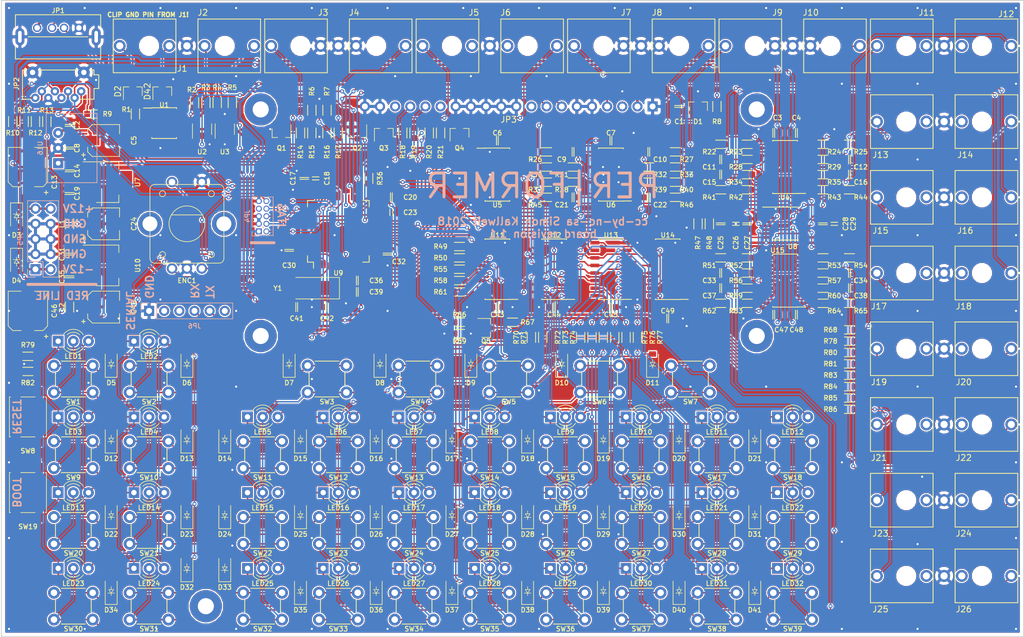
<source format=kicad_pcb>
(kicad_pcb (version 20171130) (host pcbnew "(5.0.0-rc2-24-g81af2db)")
  (title_block (title "PER|FORMER eurorack sequencer") (date 2018-10-09) (rev 1.0) (company westlicht) (comment 1 cc-by-nc-sa))
  (layers (0 F.Cu signal) (31 B.Cu signal) (34 B.Paste user hide) (35 F.Paste user hide) (36 B.SilkS user) (37 F.SilkS user) (38 B.Mask user hide) (39 F.Mask user hide) (44 Edge.Cuts user))
  (net 0 "")
  (net 1 GND)
  (net 2 +12V)
  (net 3 -12V)
  (net 4 +3V3)
  (net 5 +5V)
  (net 6 ROW0)
  (net 7 "Net-(D7-Pad1)")
  (net 8 ROW1)
  (net 9 "Net-(D8-Pad1)")
  (net 10 ROW2)
  (net 11 "Net-(D9-Pad1)")
  (net 12 ROW3)
  (net 13 "Net-(D10-Pad1)")
  (net 14 ROW4)
  (net 15 "Net-(D11-Pad1)")
  (net 16 ROW5)
  (net 17 ROW6)
  (net 18 ROW7)
  (net 19 "Net-(D5-Pad1)")
  (net 20 "Net-(D6-Pad1)")
  (net 21 "Net-(D12-Pad1)")
  (net 22 "Net-(D13-Pad1)")
  (net 23 "Net-(D22-Pad1)")
  (net 24 "Net-(D23-Pad1)")
  (net 25 "Net-(D34-Pad1)")
  (net 26 "Net-(D32-Pad1)")
  (net 27 "Net-(D14-Pad1)")
  (net 28 "Net-(D15-Pad1)")
  (net 29 "Net-(D16-Pad1)")
  (net 30 "Net-(D17-Pad1)")
  (net 31 "Net-(D18-Pad1)")
  (net 32 "Net-(D19-Pad1)")
  (net 33 "Net-(D20-Pad1)")
  (net 34 "Net-(D21-Pad1)")
  (net 35 "Net-(D24-Pad1)")
  (net 36 "Net-(D25-Pad1)")
  (net 37 "Net-(D26-Pad1)")
  (net 38 "Net-(D27-Pad1)")
  (net 39 "Net-(D28-Pad1)")
  (net 40 "Net-(D29-Pad1)")
  (net 41 "Net-(D30-Pad1)")
  (net 42 "Net-(D31-Pad1)")
  (net 43 "Net-(D33-Pad1)")
  (net 44 "Net-(D35-Pad1)")
  (net 45 "Net-(D36-Pad1)")
  (net 46 "Net-(D37-Pad1)")
  (net 47 "Net-(D38-Pad1)")
  (net 48 "Net-(D39-Pad1)")
  (net 49 "Net-(D40-Pad1)")
  (net 50 "Net-(D41-Pad1)")
  (net 51 SCOL4)
  (net 52 SCOL3)
  (net 53 SCOL2)
  (net 54 SCOL1)
  (net 55 SCOL0)
  (net 56 RCOL3)
  (net 57 GCOL3)
  (net 58 RCOL2)
  (net 59 GCOL2)
  (net 60 RCOL1)
  (net 61 GCOL1)
  (net 62 RCOL0)
  (net 63 GCOL0)
  (net 64 "Net-(C23-Pad2)")
  (net 65 "Net-(C18-Pad2)")
  (net 66 RESET)
  (net 67 SYS_RX)
  (net 68 SYS_TX)
  (net 69 "Net-(Q1-Pad1)")
  (net 70 CLK_IN)
  (net 71 "Net-(Q3-Pad1)")
  (net 72 "Net-(Q2-Pad1)")
  (net 73 "Net-(Q4-Pad1)")
  (net 74 GATE1)
  (net 75 GATE2)
  (net 76 GATE3)
  (net 77 GATE4)
  (net 78 GATE5)
  (net 79 GATE6)
  (net 80 GATE7)
  (net 81 GATE8)
  (net 82 BOOT)
  (net 83 OSC_IN)
  (net 84 OSC_OUT)
  (net 85 "Net-(C22-Pad2)")
  (net 86 CV1_IN)
  (net 87 "Net-(C10-Pad2)")
  (net 88 CV3_IN)
  (net 89 "Net-(C9-Pad2)")
  (net 90 CV2_IN)
  (net 91 "Net-(C21-Pad2)")
  (net 92 CV4_IN)
  (net 93 ENC_A)
  (net 94 ENC_B)
  (net 95 SDIO_CMD)
  (net 96 SDIO_CLK)
  (net 97 SDIO_D0)
  (net 98 SYS_JTMS)
  (net 99 SYS_JTCK)
  (net 100 SYS_JTDO)
  (net 101 SYS_JTDI)
  (net 102 RES_IN)
  (net 103 "Net-(D2-Pad1)")
  (net 104 "Net-(D2-Pad2)")
  (net 105 MIDI_RX)
  (net 106 "Net-(C19-Pad1)")
  (net 107 "Net-(C35-Pad1)")
  (net 108 +3.3VA)
  (net 109 AREF_-10V)
  (net 110 "Net-(D3-Pad2)")
  (net 111 USB_5V)
  (net 112 USB_PWR_EN)
  (net 113 "Net-(D4-Pad1)")
  (net 114 CV1)
  (net 115 CV2)
  (net 116 CV3)
  (net 117 CV4)
  (net 118 CV5)
  (net 119 CV6)
  (net 120 CV7)
  (net 121 CV8)
  (net 122 "Net-(C16-Pad2)")
  (net 123 DAC1)
  (net 124 DAC3)
  (net 125 DAC5)
  (net 126 DAC7)
  (net 127 DAC8)
  (net 128 DAC6)
  (net 129 DAC4)
  (net 130 DAC2)
  (net 131 "Net-(C12-Pad2)")
  (net 132 "Net-(C11-Pad2)")
  (net 133 "Net-(C15-Pad2)")
  (net 134 "Net-(C38-Pad2)")
  (net 135 "Net-(C34-Pad2)")
  (net 136 "Net-(C33-Pad2)")
  (net 137 "Net-(C37-Pad2)")
  (net 138 "Net-(R75-Pad2)")
  (net 139 "Net-(R74-Pad2)")
  (net 140 "Net-(R73-Pad2)")
  (net 141 "Net-(R72-Pad2)")
  (net 142 "Net-(R71-Pad2)")
  (net 143 "Net-(R70-Pad2)")
  (net 144 USB_D-)
  (net 145 USB_D+)
  (net 146 LCD_DC)
  (net 147 LCD_SCK)
  (net 148 LCD_MOSI)
  (net 149 LCD_RES)
  (net 150 LCD_CS)
  (net 151 SR_MOSI)
  (net 152 SR_SCK)
  (net 153 SR_LATCH)
  (net 154 SR_LOAD)
  (net 155 SR_MISO)
  (net 156 ENC_SW)
  (net 157 DAC_MOSI)
  (net 158 DAC_SCK)
  (net 159 "Net-(C26-Pad1)")
  (net 160 /DAC/VBIAS)
  (net 161 CLK_OUT)
  (net 162 RES_OUT)
  (net 163 USB_PWR_FAULT)
  (net 164 DAC_SYNC)
  (net 165 "Net-(J2-Pad3)")
  (net 166 "Net-(J2-Pad2)")
  (net 167 "Net-(J3-Pad3)")
  (net 168 "Net-(J4-Pad3)")
  (net 169 "Net-(J5-Pad3)")
  (net 170 "Net-(J6-Pad3)")
  (net 171 "Net-(J7-Pad3)")
  (net 172 "Net-(J8-Pad3)")
  (net 173 "Net-(J9-Pad3)")
  (net 174 "Net-(J10-Pad3)")
  (net 175 "Net-(J11-Pad3)")
  (net 176 "Net-(J13-Pad3)")
  (net 177 "Net-(J15-Pad3)")
  (net 178 "Net-(J17-Pad3)")
  (net 179 "Net-(J19-Pad3)")
  (net 180 "Net-(J21-Pad3)")
  (net 181 "Net-(J23-Pad3)")
  (net 182 "Net-(J25-Pad3)")
  (net 183 "Net-(U12-Pad9)")
  (net 184 "Net-(U13-Pad9)")
  (net 185 "Net-(JP2-Pad1)")
  (net 186 SDIO_CD)
  (net 187 "Net-(JP2-Pad8)")
  (net 188 "Net-(Q5-Pad1)")
  (net 189 "Net-(Q5-Pad3)")
  (net 190 SR_OE)
  (net 191 "Net-(R4-Pad1)")
  (net 192 MIDI_TX)
  (net 193 "Net-(U12-Pad14)")
  (net 194 "Net-(U11-Pad2)")
  (net 195 "Net-(U12-Pad12)")
  (net 196 "Net-(U11-Pad1)")
  (net 197 "Net-(R23-Pad2)")
  (net 198 "Net-(R24-Pad2)")
  (net 199 "Net-(R42-Pad2)")
  (net 200 "Net-(R43-Pad2)")
  (net 201 "Net-(R52-Pad2)")
  (net 202 "Net-(R53-Pad2)")
  (net 203 "Net-(R63-Pad2)")
  (net 204 "Net-(R64-Pad2)")
  (net 205 "Net-(R76-Pad2)")
  (net 206 "Net-(R77-Pad2)")
  (net 207 "Net-(D42-Pad3)")
  (net 208 "Net-(D2-Pad3)")
  (net 209 "Net-(R1-Pad1)")
  (module "My Library:thonkiconn_tip3" (layer F.Cu) (at 101.6 45.72 90)
    (fp_text reference J1 (at -3.81 5.5626 180) (layer F.SilkS))
    (fp_text value PJ301CM)
    (pad 3 thru_hole circle (at 0 -4.92 90) (size 2 2) (drill 1.2) (layers *.Cu *.Mask) (net 208 "Net-(D2-Pad3)"))
    (pad 2 thru_hole circle (at 0 3.38 90) (size 2 2) (drill 1.2) (layers *.Cu *.Mask) (net 207 "Net-(D42-Pad3)"))
    (pad 1 thru_hole circle (at 0 6.35 90) (size 2 2) (drill 1.2) (layers *.Cu *.Mask) (net 1 GND))
    (pad "" np_thru_hole circle (at 0 0 90) (size 3 3) (drill 3) (layers *.Cu *.Mask))
  )
  (module "My Library:thonkiconn_tip3" (layer F.Cu) (at 114.3 45.72 270)
    (fp_text reference J2 (at -5.588 3.683) (layer F.SilkS))
    (fp_text value PJ301CM)
    (pad 3 thru_hole circle (at 0 -4.92 270) (size 2 2) (drill 1.2) (layers *.Cu *.Mask) (net 165 "Net-(J2-Pad3)"))
    (pad 2 thru_hole circle (at 0 3.38 270) (size 2 2) (drill 1.2) (layers *.Cu *.Mask) (net 166 "Net-(J2-Pad2)"))
    (pad 1 thru_hole circle (at 0 6.35 270) (size 2 2) (drill 1.2) (layers *.Cu *.Mask) (net 1 GND))
    (pad "" np_thru_hole circle (at 0 0 270) (size 3 3) (drill 3) (layers *.Cu *.Mask))
  )
  (module "My Library:thonkiconn_tip3" (layer F.Cu) (at 228.6 134.62 90)
    (fp_text reference J25 (at -5.588 -4.318 180) (layer F.SilkS))
    (fp_text value PJ301BM)
    (pad 3 thru_hole circle (at 0 -4.92 90) (size 2 2) (drill 1.2) (layers *.Cu *.Mask) (net 182 "Net-(J25-Pad3)"))
    (pad 2 thru_hole circle (at 0 3.38 90) (size 2 2) (drill 1.2) (layers *.Cu *.Mask))
    (pad 1 thru_hole circle (at 0 6.35 90) (size 2 2) (drill 1.2) (layers *.Cu *.Mask) (net 1 GND))
    (pad "" np_thru_hole circle (at 0 0 90) (size 3 3) (drill 3) (layers *.Cu *.Mask))
  )
  (module "My Library:thonkiconn_tip3" (layer F.Cu) (at 241.3 121.92 270)
    (fp_text reference J24 (at 5.588 3.048) (layer F.SilkS))
    (fp_text value PJ301BM)
    (pad 3 thru_hole circle (at 0 -4.92 270) (size 2 2) (drill 1.2) (layers *.Cu *.Mask) (net 120 CV7))
    (pad 2 thru_hole circle (at 0 3.38 270) (size 2 2) (drill 1.2) (layers *.Cu *.Mask))
    (pad 1 thru_hole circle (at 0 6.35 270) (size 2 2) (drill 1.2) (layers *.Cu *.Mask) (net 1 GND))
    (pad "" np_thru_hole circle (at 0 0 270) (size 3 3) (drill 3) (layers *.Cu *.Mask))
  )
  (module "My Library:thonkiconn_tip3" (layer F.Cu) (at 241.3 83.82 270)
    (fp_text reference J18 (at 5.588 3.048) (layer F.SilkS))
    (fp_text value PJ301BM)
    (pad 3 thru_hole circle (at 0 -4.92 270) (size 2 2) (drill 1.2) (layers *.Cu *.Mask) (net 117 CV4))
    (pad 2 thru_hole circle (at 0 3.38 270) (size 2 2) (drill 1.2) (layers *.Cu *.Mask))
    (pad 1 thru_hole circle (at 0 6.35 270) (size 2 2) (drill 1.2) (layers *.Cu *.Mask) (net 1 GND))
    (pad "" np_thru_hole circle (at 0 0 270) (size 3 3) (drill 3) (layers *.Cu *.Mask))
  )
  (module "My Library:thonkiconn_tip3" (layer F.Cu) (at 127 45.72 90)
    (fp_text reference J3 (at 5.588 3.81 180) (layer F.SilkS))
    (fp_text value PJ301BM)
    (pad 3 thru_hole circle (at 0 -4.92 90) (size 2 2) (drill 1.2) (layers *.Cu *.Mask) (net 167 "Net-(J3-Pad3)"))
    (pad 2 thru_hole circle (at 0 3.38 90) (size 2 2) (drill 1.2) (layers *.Cu *.Mask) (net 1 GND))
    (pad 1 thru_hole circle (at 0 6.35 90) (size 2 2) (drill 1.2) (layers *.Cu *.Mask) (net 1 GND))
    (pad "" np_thru_hole circle (at 0 0 90) (size 3 3) (drill 3) (layers *.Cu *.Mask))
  )
  (module "My Library:thonkiconn_tip3" (layer F.Cu) (at 139.7 45.72 270)
    (fp_text reference J4 (at -5.588 3.683) (layer F.SilkS))
    (fp_text value PJ301BM)
    (pad 3 thru_hole circle (at 0 -4.92 270) (size 2 2) (drill 1.2) (layers *.Cu *.Mask) (net 168 "Net-(J4-Pad3)"))
    (pad 2 thru_hole circle (at 0 3.38 270) (size 2 2) (drill 1.2) (layers *.Cu *.Mask) (net 1 GND))
    (pad 1 thru_hole circle (at 0 6.35 270) (size 2 2) (drill 1.2) (layers *.Cu *.Mask) (net 1 GND))
    (pad "" np_thru_hole circle (at 0 0 270) (size 3 3) (drill 3) (layers *.Cu *.Mask))
  )
  (module "My Library:thonkiconn_tip3" (layer F.Cu) (at 152.4 45.72 90)
    (fp_text reference J5 (at 5.588 3.683 180) (layer F.SilkS))
    (fp_text value PJ301BM)
    (pad 3 thru_hole circle (at 0 -4.92 90) (size 2 2) (drill 1.2) (layers *.Cu *.Mask) (net 169 "Net-(J5-Pad3)"))
    (pad 2 thru_hole circle (at 0 3.38 90) (size 2 2) (drill 1.2) (layers *.Cu *.Mask))
    (pad 1 thru_hole circle (at 0 6.35 90) (size 2 2) (drill 1.2) (layers *.Cu *.Mask) (net 1 GND))
    (pad "" np_thru_hole circle (at 0 0 90) (size 3 3) (drill 3) (layers *.Cu *.Mask))
  )
  (module "My Library:thonkiconn_tip3" (layer F.Cu) (at 165.1 45.72 270)
    (fp_text reference J6 (at -5.588 3.683) (layer F.SilkS))
    (fp_text value PJ301BM)
    (pad 3 thru_hole circle (at 0 -4.92 270) (size 2 2) (drill 1.2) (layers *.Cu *.Mask) (net 170 "Net-(J6-Pad3)"))
    (pad 2 thru_hole circle (at 0 3.38 270) (size 2 2) (drill 1.2) (layers *.Cu *.Mask))
    (pad 1 thru_hole circle (at 0 6.35 270) (size 2 2) (drill 1.2) (layers *.Cu *.Mask) (net 1 GND))
    (pad "" np_thru_hole circle (at 0 0 270) (size 3 3) (drill 3) (layers *.Cu *.Mask))
  )
  (module "My Library:thonkiconn_tip3" (layer F.Cu) (at 177.8 45.72 90)
    (fp_text reference J7 (at 5.588 3.81 180) (layer F.SilkS))
    (fp_text value PJ301BM)
    (pad 3 thru_hole circle (at 0 -4.92 90) (size 2 2) (drill 1.2) (layers *.Cu *.Mask) (net 171 "Net-(J7-Pad3)"))
    (pad 2 thru_hole circle (at 0 3.38 90) (size 2 2) (drill 1.2) (layers *.Cu *.Mask) (net 1 GND))
    (pad 1 thru_hole circle (at 0 6.35 90) (size 2 2) (drill 1.2) (layers *.Cu *.Mask) (net 1 GND))
    (pad "" np_thru_hole circle (at 0 0 90) (size 3 3) (drill 3) (layers *.Cu *.Mask))
  )
  (module "My Library:thonkiconn_tip3" (layer F.Cu) (at 190.5 45.72 270)
    (fp_text reference J8 (at -5.588 3.683) (layer F.SilkS))
    (fp_text value PJ301BM)
    (pad 3 thru_hole circle (at 0 -4.92 270) (size 2 2) (drill 1.2) (layers *.Cu *.Mask) (net 172 "Net-(J8-Pad3)"))
    (pad 2 thru_hole circle (at 0 3.38 270) (size 2 2) (drill 1.2) (layers *.Cu *.Mask) (net 1 GND))
    (pad 1 thru_hole circle (at 0 6.35 270) (size 2 2) (drill 1.2) (layers *.Cu *.Mask) (net 1 GND))
    (pad "" np_thru_hole circle (at 0 0 270) (size 3 3) (drill 3) (layers *.Cu *.Mask))
  )
  (module "My Library:thonkiconn_tip3" (layer F.Cu) (at 203.2 45.72 90)
    (fp_text reference J9 (at 5.588 3.81 180) (layer F.SilkS))
    (fp_text value PJ301BM)
    (pad 3 thru_hole circle (at 0 -4.92 90) (size 2 2) (drill 1.2) (layers *.Cu *.Mask) (net 173 "Net-(J9-Pad3)"))
    (pad 2 thru_hole circle (at 0 3.38 90) (size 2 2) (drill 1.2) (layers *.Cu *.Mask) (net 1 GND))
    (pad 1 thru_hole circle (at 0 6.35 90) (size 2 2) (drill 1.2) (layers *.Cu *.Mask) (net 1 GND))
    (pad "" np_thru_hole circle (at 0 0 90) (size 3 3) (drill 3) (layers *.Cu *.Mask))
  )
  (module "My Library:thonkiconn_tip3" (layer F.Cu) (at 215.9 45.72 270)
    (fp_text reference J10 (at -5.588 3.302) (layer F.SilkS))
    (fp_text value PJ301BM)
    (pad 3 thru_hole circle (at 0 -4.92 270) (size 2 2) (drill 1.2) (layers *.Cu *.Mask) (net 174 "Net-(J10-Pad3)"))
    (pad 2 thru_hole circle (at 0 3.38 270) (size 2 2) (drill 1.2) (layers *.Cu *.Mask) (net 1 GND))
    (pad 1 thru_hole circle (at 0 6.35 270) (size 2 2) (drill 1.2) (layers *.Cu *.Mask) (net 1 GND))
    (pad "" np_thru_hole circle (at 0 0 270) (size 3 3) (drill 3) (layers *.Cu *.Mask))
  )
  (module "My Library:thonkiconn_tip3" (layer F.Cu) (at 228.6 45.72 90)
    (fp_text reference J11 (at 5.588 3.429 180) (layer F.SilkS))
    (fp_text value PJ301BM)
    (pad 3 thru_hole circle (at 0 -4.92 90) (size 2 2) (drill 1.2) (layers *.Cu *.Mask) (net 175 "Net-(J11-Pad3)"))
    (pad 2 thru_hole circle (at 0 3.38 90) (size 2 2) (drill 1.2) (layers *.Cu *.Mask))
    (pad 1 thru_hole circle (at 0 6.35 90) (size 2 2) (drill 1.2) (layers *.Cu *.Mask) (net 1 GND))
    (pad "" np_thru_hole circle (at 0 0 90) (size 3 3) (drill 3) (layers *.Cu *.Mask))
  )
  (module "My Library:thonkiconn_tip3" (layer F.Cu) (at 241.3 45.72 270)
    (fp_text reference J12 (at -5.334 -4.064) (layer F.SilkS))
    (fp_text value PJ301BM)
    (pad 3 thru_hole circle (at 0 -4.92 270) (size 2 2) (drill 1.2) (layers *.Cu *.Mask) (net 114 CV1))
    (pad 2 thru_hole circle (at 0 3.38 270) (size 2 2) (drill 1.2) (layers *.Cu *.Mask))
    (pad 1 thru_hole circle (at 0 6.35 270) (size 2 2) (drill 1.2) (layers *.Cu *.Mask) (net 1 GND))
    (pad "" np_thru_hole circle (at 0 0 270) (size 3 3) (drill 3) (layers *.Cu *.Mask))
  )
  (module "My Library:thonkiconn_tip3" (layer F.Cu) (at 228.6 58.42 90)
    (fp_text reference J13 (at -5.588 -4.318 180) (layer F.SilkS))
    (fp_text value PJ301BM)
    (pad 3 thru_hole circle (at 0 -4.92 90) (size 2 2) (drill 1.2) (layers *.Cu *.Mask) (net 176 "Net-(J13-Pad3)"))
    (pad 2 thru_hole circle (at 0 3.38 90) (size 2 2) (drill 1.2) (layers *.Cu *.Mask))
    (pad 1 thru_hole circle (at 0 6.35 90) (size 2 2) (drill 1.2) (layers *.Cu *.Mask) (net 1 GND))
    (pad "" np_thru_hole circle (at 0 0 90) (size 3 3) (drill 3) (layers *.Cu *.Mask))
  )
  (module "My Library:thonkiconn_tip3" (layer F.Cu) (at 241.3 58.42 270)
    (fp_text reference J14 (at 5.588 2.794) (layer F.SilkS))
    (fp_text value PJ301BM)
    (pad 3 thru_hole circle (at 0 -4.92 270) (size 2 2) (drill 1.2) (layers *.Cu *.Mask) (net 115 CV2))
    (pad 2 thru_hole circle (at 0 3.38 270) (size 2 2) (drill 1.2) (layers *.Cu *.Mask))
    (pad 1 thru_hole circle (at 0 6.35 270) (size 2 2) (drill 1.2) (layers *.Cu *.Mask) (net 1 GND))
    (pad "" np_thru_hole circle (at 0 0 270) (size 3 3) (drill 3) (layers *.Cu *.Mask))
  )
  (module "My Library:thonkiconn_tip3" (layer F.Cu) (at 228.6 71.12 90)
    (fp_text reference J15 (at -5.588 -4.318 180) (layer F.SilkS))
    (fp_text value PJ301BM)
    (pad 3 thru_hole circle (at 0 -4.92 90) (size 2 2) (drill 1.2) (layers *.Cu *.Mask) (net 177 "Net-(J15-Pad3)"))
    (pad 2 thru_hole circle (at 0 3.38 90) (size 2 2) (drill 1.2) (layers *.Cu *.Mask))
    (pad 1 thru_hole circle (at 0 6.35 90) (size 2 2) (drill 1.2) (layers *.Cu *.Mask) (net 1 GND))
    (pad "" np_thru_hole circle (at 0 0 90) (size 3 3) (drill 3) (layers *.Cu *.Mask))
  )
  (module "My Library:thonkiconn_tip3" (layer F.Cu) (at 241.3 71.12 270)
    (fp_text reference J16 (at 5.588 2.794) (layer F.SilkS))
    (fp_text value PJ301BM)
    (pad 3 thru_hole circle (at 0 -4.92 270) (size 2 2) (drill 1.2) (layers *.Cu *.Mask) (net 116 CV3))
    (pad 2 thru_hole circle (at 0 3.38 270) (size 2 2) (drill 1.2) (layers *.Cu *.Mask))
    (pad 1 thru_hole circle (at 0 6.35 270) (size 2 2) (drill 1.2) (layers *.Cu *.Mask) (net 1 GND))
    (pad "" np_thru_hole circle (at 0 0 270) (size 3 3) (drill 3) (layers *.Cu *.Mask))
  )
  (module "My Library:thonkiconn_tip3" (layer F.Cu) (at 228.6 83.82 90)
    (fp_text reference J17 (at -5.588 -4.572 180) (layer F.SilkS))
    (fp_text value PJ301BM)
    (pad 3 thru_hole circle (at 0 -4.92 90) (size 2 2) (drill 1.2) (layers *.Cu *.Mask) (net 178 "Net-(J17-Pad3)"))
    (pad 2 thru_hole circle (at 0 3.38 90) (size 2 2) (drill 1.2) (layers *.Cu *.Mask))
    (pad 1 thru_hole circle (at 0 6.35 90) (size 2 2) (drill 1.2) (layers *.Cu *.Mask) (net 1 GND))
    (pad "" np_thru_hole circle (at 0 0 90) (size 3 3) (drill 3) (layers *.Cu *.Mask))
  )
  (module "My Library:thonkiconn_tip3" (layer F.Cu) (at 228.6 96.52 90)
    (fp_text reference J19 (at -5.588 -4.572 180) (layer F.SilkS))
    (fp_text value PJ301BM)
    (pad 3 thru_hole circle (at 0 -4.92 90) (size 2 2) (drill 1.2) (layers *.Cu *.Mask) (net 179 "Net-(J19-Pad3)"))
    (pad 2 thru_hole circle (at 0 3.38 90) (size 2 2) (drill 1.2) (layers *.Cu *.Mask))
    (pad 1 thru_hole circle (at 0 6.35 90) (size 2 2) (drill 1.2) (layers *.Cu *.Mask) (net 1 GND))
    (pad "" np_thru_hole circle (at 0 0 90) (size 3 3) (drill 3) (layers *.Cu *.Mask))
  )
  (module "My Library:thonkiconn_tip3" (layer F.Cu) (at 241.3 96.52 270)
    (fp_text reference J20 (at 5.588 3.048) (layer F.SilkS))
    (fp_text value PJ301BM)
    (pad 3 thru_hole circle (at 0 -4.92 270) (size 2 2) (drill 1.2) (layers *.Cu *.Mask) (net 118 CV5))
    (pad 2 thru_hole circle (at 0 3.38 270) (size 2 2) (drill 1.2) (layers *.Cu *.Mask))
    (pad 1 thru_hole circle (at 0 6.35 270) (size 2 2) (drill 1.2) (layers *.Cu *.Mask) (net 1 GND))
    (pad "" np_thru_hole circle (at 0 0 270) (size 3 3) (drill 3) (layers *.Cu *.Mask))
  )
  (module "My Library:thonkiconn_tip3" (layer F.Cu) (at 228.6 109.22 90)
    (fp_text reference J21 (at -5.588 -4.572 180) (layer F.SilkS))
    (fp_text value PJ301BM)
    (pad 3 thru_hole circle (at 0 -4.92 90) (size 2 2) (drill 1.2) (layers *.Cu *.Mask) (net 180 "Net-(J21-Pad3)"))
    (pad 2 thru_hole circle (at 0 3.38 90) (size 2 2) (drill 1.2) (layers *.Cu *.Mask))
    (pad 1 thru_hole circle (at 0 6.35 90) (size 2 2) (drill 1.2) (layers *.Cu *.Mask) (net 1 GND))
    (pad "" np_thru_hole circle (at 0 0 90) (size 3 3) (drill 3) (layers *.Cu *.Mask))
  )
  (module "My Library:thonkiconn_tip3" (layer F.Cu) (at 241.3 109.22 270)
    (fp_text reference J22 (at 5.588 3.048) (layer F.SilkS))
    (fp_text value PJ301BM)
    (pad 3 thru_hole circle (at 0 -4.92 270) (size 2 2) (drill 1.2) (layers *.Cu *.Mask) (net 119 CV6))
    (pad 2 thru_hole circle (at 0 3.38 270) (size 2 2) (drill 1.2) (layers *.Cu *.Mask))
    (pad 1 thru_hole circle (at 0 6.35 270) (size 2 2) (drill 1.2) (layers *.Cu *.Mask) (net 1 GND))
    (pad "" np_thru_hole circle (at 0 0 270) (size 3 3) (drill 3) (layers *.Cu *.Mask))
  )
  (module "My Library:thonkiconn_tip3" (layer F.Cu) (at 228.6 121.92 90)
    (fp_text reference J23 (at -5.588 -4.318 180) (layer F.SilkS))
    (fp_text value PJ301BM)
    (pad 3 thru_hole circle (at 0 -4.92 90) (size 2 2) (drill 1.2) (layers *.Cu *.Mask) (net 181 "Net-(J23-Pad3)"))
    (pad 2 thru_hole circle (at 0 3.38 90) (size 2 2) (drill 1.2) (layers *.Cu *.Mask))
    (pad 1 thru_hole circle (at 0 6.35 90) (size 2 2) (drill 1.2) (layers *.Cu *.Mask) (net 1 GND))
    (pad "" np_thru_hole circle (at 0 0 90) (size 3 3) (drill 3) (layers *.Cu *.Mask))
  )
  (module "My Library:thonkiconn_tip3" (layer F.Cu) (at 241.3 134.62 270)
    (fp_text reference J26 (at 5.588 3.048) (layer F.SilkS))
    (fp_text value PJ301BM)
    (pad 3 thru_hole circle (at 0 -4.92 270) (size 2 2) (drill 1.2) (layers *.Cu *.Mask) (net 121 CV8))
    (pad 2 thru_hole circle (at 0 3.38 270) (size 2 2) (drill 1.2) (layers *.Cu *.Mask))
    (pad 1 thru_hole circle (at 0 6.35 270) (size 2 2) (drill 1.2) (layers *.Cu *.Mask) (net 1 GND))
    (pad "" np_thru_hole circle (at 0 0 270) (size 3 3) (drill 3) (layers *.Cu *.Mask))
  )
  (module TO_SOT_Packages_SMD:SOT-23 (layer F.Cu) (at 98.872 53.356 90)
    (fp_text reference D2 (at 0 -2.5 90) (layer F.SilkS))
    (fp_text value BAT54S)
    (pad 1 smd rect (at -1 -0.95 90) (size 0.9 0.8) (layers F.Cu F.Paste F.Mask) (net 103 "Net-(D2-Pad1)"))
    (pad 2 smd rect (at -1 0.95 90) (size 0.9 0.8) (layers F.Cu F.Paste F.Mask) (net 104 "Net-(D2-Pad2)"))
    (pad 3 smd rect (at 1 0 90) (size 0.9 0.8) (layers F.Cu F.Paste F.Mask) (net 208 "Net-(D2-Pad3)"))
  )
  (module "My Library:Kycon_USB_KUSBVLPX-AS1N" (layer F.Cu) (at 86.3346 42.6974 180)
    (fp_text reference JP1 (at -0.0254 2.8956 180) (layer F.SilkS) (effects (font (size 0.8 0.8))))
    (fp_text value USB_A)
    (pad 4 thru_hole circle (at -3.5 0 180) (size 1.4 1.4) (drill 0.92) (layers *.Cu *.Mask) (net 1 GND))
    (pad 3 thru_hole circle (at -1 0 180) (size 1.4 1.4) (drill 0.92) (layers *.Cu *.Mask) (net 145 USB_D+))
    (pad 2 thru_hole circle (at 1 0 180) (size 1.4 1.4) (drill 0.92) (layers *.Cu *.Mask) (net 144 USB_D-))
    (pad 1 thru_hole circle (at 3.5 0 180) (size 1.4 1.4) (drill 0.92) (layers *.Cu *.Mask) (net 111 USB_5V))
    (pad 5 thru_hole oval (at -6.4 -1.5 180) (size 1.5 2.9) (drill oval 0.6 2) (layers *.Cu *.Mask) (net 1 GND))
    (pad 5 thru_hole oval (at 6.4 -1.5 180) (size 1.5 2.9) (drill oval 0.6 2) (layers *.Cu *.Mask) (net 1 GND))
  )
  (module w_via:VIA-0.7mm (layer F.Cu) (at 130.175 60.96)
    (fp_text reference REF** hide)
    (fp_text value VIA-0.6mm hide)
    (pad 1 thru_hole circle (at 0 0) (size 0.7 0.7) (drill 0.35) (layers *.Cu) (net 1 GND))
  )
  (module w_via:VIA-0.7mm (layer F.Cu) (at 96.52 91.44)
    (fp_text reference REF** hide)
    (fp_text value VIA-0.6mm hide)
    (pad 1 thru_hole circle (at 0 0) (size 0.7 0.7) (drill 0.35) (layers *.Cu) (net 1 GND))
  )
  (module w_via:VIA-0.7mm (layer F.Cu) (at 134.62 88.9)
    (fp_text reference REF** hide)
    (fp_text value VIA-0.6mm hide)
    (pad 1 thru_hole circle (at 0 0) (size 0.7 0.7) (drill 0.35) (layers *.Cu) (net 1 GND))
  )
  (module w_via:VIA-0.7mm (layer F.Cu) (at 145.415 66.675)
    (fp_text reference REF** hide)
    (fp_text value VIA-0.6mm hide)
    (pad 1 thru_hole circle (at 0 0) (size 0.7 0.7) (drill 0.35) (layers *.Cu) (net 1 GND))
  )
  (module w_via:VIA-0.7mm (layer F.Cu) (at 200.025 75.565)
    (fp_text reference REF** hide)
    (fp_text value VIA-0.6mm hide)
    (pad 1 thru_hole circle (at 0 0) (size 0.7 0.7) (drill 0.35) (layers *.Cu) (net 1 GND))
  )
  (module w_via:VIA-0.7mm (layer F.Cu) (at 163.83 93.98)
    (fp_text reference REF** hide)
    (fp_text value VIA-0.6mm hide)
    (pad 1 thru_hole circle (at 0 0) (size 0.7 0.7) (drill 0.35) (layers *.Cu) (net 1 GND))
  )
  (module w_via:VIA-0.7mm (layer F.Cu) (at 247.015 143.51)
    (fp_text reference REF** hide)
    (fp_text value VIA-0.6mm hide)
    (pad 1 thru_hole circle (at 0 0) (size 0.7 0.7) (drill 0.35) (layers *.Cu) (net 1 GND))
  )
  (module w_via:VIA-0.7mm (layer F.Cu) (at 230.505 143.51)
    (fp_text reference REF** hide)
    (fp_text value VIA-0.6mm hide)
    (pad 1 thru_hole circle (at 0 0) (size 0.7 0.7) (drill 0.35) (layers *.Cu) (net 1 GND))
  )
  (module w_via:VIA-0.7mm (layer F.Cu) (at 217.805 143.51)
    (fp_text reference REF** hide)
    (fp_text value VIA-0.6mm hide)
    (pad 1 thru_hole circle (at 0 0) (size 0.7 0.7) (drill 0.35) (layers *.Cu) (net 1 GND))
  )
  (module w_via:VIA-0.7mm (layer F.Cu) (at 205.105 143.51)
    (fp_text reference REF** hide)
    (fp_text value VIA-0.6mm hide)
    (pad 1 thru_hole circle (at 0 0) (size 0.7 0.7) (drill 0.35) (layers *.Cu) (net 1 GND))
  )
  (module w_via:VIA-0.7mm (layer F.Cu) (at 192.405 143.51)
    (fp_text reference REF** hide)
    (fp_text value VIA-0.6mm hide)
    (pad 1 thru_hole circle (at 0 0) (size 0.7 0.7) (drill 0.35) (layers *.Cu) (net 1 GND))
  )
  (module w_via:VIA-0.7mm (layer F.Cu) (at 179.705 143.51)
    (fp_text reference REF** hide)
    (fp_text value VIA-0.6mm hide)
    (pad 1 thru_hole circle (at 0 0) (size 0.7 0.7) (drill 0.35) (layers *.Cu) (net 1 GND))
  )
  (module w_via:VIA-0.7mm (layer F.Cu) (at 167.005 143.51)
    (fp_text reference REF** hide)
    (fp_text value VIA-0.6mm hide)
    (pad 1 thru_hole circle (at 0 0) (size 0.7 0.7) (drill 0.35) (layers *.Cu) (net 1 GND))
  )
  (module w_via:VIA-0.7mm (layer F.Cu) (at 154.305 143.51)
    (fp_text reference REF** hide)
    (fp_text value VIA-0.6mm hide)
    (pad 1 thru_hole circle (at 0 0) (size 0.7 0.7) (drill 0.35) (layers *.Cu) (net 1 GND))
  )
  (module w_via:VIA-0.7mm (layer F.Cu) (at 141.605 143.51)
    (fp_text reference REF** hide)
    (fp_text value VIA-0.6mm hide)
    (pad 1 thru_hole circle (at 0 0) (size 0.7 0.7) (drill 0.35) (layers *.Cu) (net 1 GND))
  )
  (module w_via:VIA-0.7mm (layer F.Cu) (at 128.905 143.51)
    (fp_text reference REF** hide)
    (fp_text value VIA-0.6mm hide)
    (pad 1 thru_hole circle (at 0 0) (size 0.7 0.7) (drill 0.35) (layers *.Cu) (net 1 GND))
  )
  (module w_via:VIA-0.7mm (layer F.Cu) (at 116.205 143.51)
    (fp_text reference REF** hide)
    (fp_text value VIA-0.6mm hide)
    (pad 1 thru_hole circle (at 0 0) (size 0.7 0.7) (drill 0.35) (layers *.Cu) (net 1 GND))
  )
  (module w_via:VIA-0.7mm (layer F.Cu) (at 102.87 143.51)
    (fp_text reference REF** hide)
    (fp_text value VIA-0.6mm hide)
    (pad 1 thru_hole circle (at 0 0) (size 0.7 0.7) (drill 0.35) (layers *.Cu) (net 1 GND))
  )
  (module w_via:VIA-0.7mm (layer F.Cu) (at 90.805 143.51)
    (fp_text reference REF** hide)
    (fp_text value VIA-0.6mm hide)
    (pad 1 thru_hole circle (at 0 0) (size 0.7 0.7) (drill 0.35) (layers *.Cu) (net 1 GND))
  )
  (module w_via:VIA-0.7mm (layer F.Cu) (at 78.105 143.51)
    (fp_text reference REF** hide)
    (fp_text value VIA-0.6mm hide)
    (pad 1 thru_hole circle (at 0 0) (size 0.7 0.7) (drill 0.35) (layers *.Cu) (net 1 GND))
  )
  (module w_via:VIA-0.7mm (layer F.Cu) (at 247.015 128.27)
    (fp_text reference REF** hide)
    (fp_text value VIA-0.6mm hide)
    (pad 1 thru_hole circle (at 0 0) (size 0.7 0.7) (drill 0.35) (layers *.Cu) (net 1 GND))
  )
  (module w_via:VIA-0.7mm (layer F.Cu) (at 230.505 129.286)
    (fp_text reference REF** hide)
    (fp_text value VIA-0.6mm hide)
    (pad 1 thru_hole circle (at 0 0) (size 0.7 0.7) (drill 0.35) (layers *.Cu) (net 1 GND))
  )
  (module w_via:VIA-0.7mm (layer F.Cu) (at 217.805 128.905)
    (fp_text reference REF** hide)
    (fp_text value VIA-0.6mm hide)
    (pad 1 thru_hole circle (at 0 0) (size 0.7 0.7) (drill 0.35) (layers *.Cu) (net 1 GND))
  )
  (module w_via:VIA-0.7mm (layer F.Cu) (at 205.105 128.27)
    (fp_text reference REF** hide)
    (fp_text value VIA-0.6mm hide)
    (pad 1 thru_hole circle (at 0 0) (size 0.7 0.7) (drill 0.35) (layers *.Cu) (net 1 GND))
  )
  (module w_via:VIA-0.7mm (layer F.Cu) (at 192.405 128.27)
    (fp_text reference REF** hide)
    (fp_text value VIA-0.6mm hide)
    (pad 1 thru_hole circle (at 0 0) (size 0.7 0.7) (drill 0.35) (layers *.Cu) (net 1 GND))
  )
  (module w_via:VIA-0.7mm (layer F.Cu) (at 180.34 127.635)
    (fp_text reference REF** hide)
    (fp_text value VIA-0.6mm hide)
    (pad 1 thru_hole circle (at 0 0) (size 0.7 0.7) (drill 0.35) (layers *.Cu) (net 1 GND))
  )
  (module w_via:VIA-0.7mm (layer F.Cu) (at 167.64 127.635)
    (fp_text reference REF** hide)
    (fp_text value VIA-0.6mm hide)
    (pad 1 thru_hole circle (at 0 0) (size 0.7 0.7) (drill 0.35) (layers *.Cu) (net 1 GND))
  )
  (module w_via:VIA-0.7mm (layer F.Cu) (at 154.305 128.27)
    (fp_text reference REF** hide)
    (fp_text value VIA-0.6mm hide)
    (pad 1 thru_hole circle (at 0 0) (size 0.7 0.7) (drill 0.35) (layers *.Cu) (net 1 GND))
  )
  (module w_via:VIA-0.7mm (layer F.Cu) (at 141.605 128.27)
    (fp_text reference REF** hide)
    (fp_text value VIA-0.6mm hide)
    (pad 1 thru_hole circle (at 0 0) (size 0.7 0.7) (drill 0.35) (layers *.Cu) (net 1 GND))
  )
  (module w_via:VIA-0.7mm (layer F.Cu) (at 128.905 128.27)
    (fp_text reference REF** hide)
    (fp_text value VIA-0.6mm hide)
    (pad 1 thru_hole circle (at 0 0) (size 0.7 0.7) (drill 0.35) (layers *.Cu) (net 1 GND))
  )
  (module w_via:VIA-0.7mm (layer F.Cu) (at 115.57 129.54)
    (fp_text reference REF** hide)
    (fp_text value VIA-0.6mm hide)
    (pad 1 thru_hole circle (at 0 0) (size 0.7 0.7) (drill 0.35) (layers *.Cu) (net 1 GND))
  )
  (module w_via:VIA-0.7mm (layer F.Cu) (at 104.14 127.635)
    (fp_text reference REF** hide)
    (fp_text value VIA-0.6mm hide)
    (pad 1 thru_hole circle (at 0 0) (size 0.7 0.7) (drill 0.35) (layers *.Cu) (net 1 GND))
  )
  (module w_via:VIA-0.7mm (layer F.Cu) (at 91.44 127.635)
    (fp_text reference REF** hide)
    (fp_text value VIA-0.6mm hide)
    (pad 1 thru_hole circle (at 0 0) (size 0.7 0.7) (drill 0.35) (layers *.Cu) (net 1 GND))
  )
  (module w_via:VIA-0.7mm (layer F.Cu) (at 78.105 128.27)
    (fp_text reference REF** hide)
    (fp_text value VIA-0.6mm hide)
    (pad 1 thru_hole circle (at 0 0) (size 0.7 0.7) (drill 0.35) (layers *.Cu) (net 1 GND))
  )
  (module w_via:VIA-0.7mm (layer F.Cu) (at 247.015 115.57)
    (fp_text reference REF** hide)
    (fp_text value VIA-0.6mm hide)
    (pad 1 thru_hole circle (at 0 0) (size 0.7 0.7) (drill 0.35) (layers *.Cu) (net 1 GND))
  )
  (module w_via:VIA-0.7mm (layer F.Cu) (at 231.267 117.983)
    (fp_text reference REF** hide)
    (fp_text value VIA-0.6mm hide)
    (pad 1 thru_hole circle (at 0 0) (size 0.7 0.7) (drill 0.35) (layers *.Cu) (net 1 GND))
  )
  (module w_via:VIA-0.7mm (layer F.Cu) (at 217.805 115.57)
    (fp_text reference REF** hide)
    (fp_text value VIA-0.6mm hide)
    (pad 1 thru_hole circle (at 0 0) (size 0.7 0.7) (drill 0.35) (layers *.Cu) (net 1 GND))
  )
  (module w_via:VIA-0.7mm (layer F.Cu) (at 205.105 115.57)
    (fp_text reference REF** hide)
    (fp_text value VIA-0.6mm hide)
    (pad 1 thru_hole circle (at 0 0) (size 0.7 0.7) (drill 0.35) (layers *.Cu) (net 1 GND))
  )
  (module w_via:VIA-0.7mm (layer F.Cu) (at 192.405 115.57)
    (fp_text reference REF** hide)
    (fp_text value VIA-0.6mm hide)
    (pad 1 thru_hole circle (at 0 0) (size 0.7 0.7) (drill 0.35) (layers *.Cu) (net 1 GND))
  )
  (module w_via:VIA-0.7mm (layer F.Cu) (at 179.705 115.57)
    (fp_text reference REF** hide)
    (fp_text value VIA-0.6mm hide)
    (pad 1 thru_hole circle (at 0 0) (size 0.7 0.7) (drill 0.35) (layers *.Cu) (net 1 GND))
  )
  (module w_via:VIA-0.7mm (layer F.Cu) (at 167.005 115.57)
    (fp_text reference REF** hide)
    (fp_text value VIA-0.6mm hide)
    (pad 1 thru_hole circle (at 0 0) (size 0.7 0.7) (drill 0.35) (layers *.Cu) (net 1 GND))
  )
  (module w_via:VIA-0.7mm (layer F.Cu) (at 154.94 114.935)
    (fp_text reference REF** hide)
    (fp_text value VIA-0.6mm hide)
    (pad 1 thru_hole circle (at 0 0) (size 0.7 0.7) (drill 0.35) (layers *.Cu) (net 1 GND))
  )
  (module w_via:VIA-0.7mm (layer F.Cu) (at 142.24 114.935)
    (fp_text reference REF** hide)
    (fp_text value VIA-0.6mm hide)
    (pad 1 thru_hole circle (at 0 0) (size 0.7 0.7) (drill 0.35) (layers *.Cu) (net 1 GND))
  )
  (module w_via:VIA-0.7mm (layer F.Cu) (at 128.905 115.57)
    (fp_text reference REF** hide)
    (fp_text value VIA-0.6mm hide)
    (pad 1 thru_hole circle (at 0 0) (size 0.7 0.7) (drill 0.35) (layers *.Cu) (net 1 GND))
  )
  (module w_via:VIA-0.7mm (layer F.Cu) (at 115.57 116.84)
    (fp_text reference REF** hide)
    (fp_text value VIA-0.6mm hide)
    (pad 1 thru_hole circle (at 0 0) (size 0.7 0.7) (drill 0.35) (layers *.Cu) (net 1 GND))
  )
  (module w_via:VIA-0.7mm (layer F.Cu) (at 104.14 114.935)
    (fp_text reference REF** hide)
    (fp_text value VIA-0.6mm hide)
    (pad 1 thru_hole circle (at 0 0) (size 0.7 0.7) (drill 0.35) (layers *.Cu) (net 1 GND))
  )
  (module w_via:VIA-0.7mm (layer F.Cu) (at 91.44 114.935)
    (fp_text reference REF** hide)
    (fp_text value VIA-0.6mm hide)
    (pad 1 thru_hole circle (at 0 0) (size 0.7 0.7) (drill 0.35) (layers *.Cu) (net 1 GND))
  )
  (module w_via:VIA-0.7mm (layer F.Cu) (at 78.105 115.57)
    (fp_text reference REF** hide)
    (fp_text value VIA-0.6mm hide)
    (pad 1 thru_hole circle (at 0 0) (size 0.7 0.7) (drill 0.35) (layers *.Cu) (net 1 GND))
  )
  (module w_via:VIA-0.7mm (layer F.Cu) (at 247.015 102.87)
    (fp_text reference REF** hide)
    (fp_text value VIA-0.6mm hide)
    (pad 1 thru_hole circle (at 0 0) (size 0.7 0.7) (drill 0.35) (layers *.Cu) (net 1 GND))
  )
  (module w_via:VIA-0.7mm (layer F.Cu) (at 230.505 102.87)
    (fp_text reference REF** hide)
    (fp_text value VIA-0.6mm hide)
    (pad 1 thru_hole circle (at 0 0) (size 0.7 0.7) (drill 0.35) (layers *.Cu) (net 1 GND))
  )
  (module w_via:VIA-0.7mm (layer F.Cu) (at 205.105 102.87)
    (fp_text reference REF** hide)
    (fp_text value VIA-0.6mm hide)
    (pad 1 thru_hole circle (at 0 0) (size 0.7 0.7) (drill 0.35) (layers *.Cu) (net 1 GND))
  )
  (module w_via:VIA-0.7mm (layer F.Cu) (at 192.405 102.87)
    (fp_text reference REF** hide)
    (fp_text value VIA-0.6mm hide)
    (pad 1 thru_hole circle (at 0 0) (size 0.7 0.7) (drill 0.35) (layers *.Cu) (net 1 GND))
  )
  (module w_via:VIA-0.7mm (layer F.Cu) (at 179.705 102.235)
    (fp_text reference REF** hide)
    (fp_text value VIA-0.6mm hide)
    (pad 1 thru_hole circle (at 0 0) (size 0.7 0.7) (drill 0.35) (layers *.Cu) (net 1 GND))
  )
  (module w_via:VIA-0.7mm (layer F.Cu) (at 167.005 103.505)
    (fp_text reference REF** hide)
    (fp_text value VIA-0.6mm hide)
    (pad 1 thru_hole circle (at 0 0) (size 0.7 0.7) (drill 0.35) (layers *.Cu) (net 1 GND))
  )
  (module w_via:VIA-0.7mm (layer F.Cu) (at 154.305 102.87)
    (fp_text reference REF** hide)
    (fp_text value VIA-0.6mm hide)
    (pad 1 thru_hole circle (at 0 0) (size 0.7 0.7) (drill 0.35) (layers *.Cu) (net 1 GND))
  )
  (module w_via:VIA-0.7mm (layer F.Cu) (at 142.24 101.6)
    (fp_text reference REF** hide)
    (fp_text value VIA-0.6mm hide)
    (pad 1 thru_hole circle (at 0 0) (size 0.7 0.7) (drill 0.35) (layers *.Cu) (net 1 GND))
  )
  (module w_via:VIA-0.7mm (layer F.Cu) (at 128.905 101.6)
    (fp_text reference REF** hide)
    (fp_text value VIA-0.6mm hide)
    (pad 1 thru_hole circle (at 0 0) (size 0.7 0.7) (drill 0.35) (layers *.Cu) (net 1 GND))
  )
  (module w_via:VIA-0.7mm (layer F.Cu) (at 116.205 102.87)
    (fp_text reference REF** hide)
    (fp_text value VIA-0.6mm hide)
    (pad 1 thru_hole circle (at 0 0) (size 0.7 0.7) (drill 0.35) (layers *.Cu) (net 1 GND))
  )
  (module w_via:VIA-0.7mm (layer F.Cu) (at 104.14 102.235)
    (fp_text reference REF** hide)
    (fp_text value VIA-0.6mm hide)
    (pad 1 thru_hole circle (at 0 0) (size 0.7 0.7) (drill 0.35) (layers *.Cu) (net 1 GND))
  )
  (module w_via:VIA-0.7mm (layer F.Cu) (at 91.44 102.235)
    (fp_text reference REF** hide)
    (fp_text value VIA-0.6mm hide)
    (pad 1 thru_hole circle (at 0 0) (size 0.7 0.7) (drill 0.35) (layers *.Cu) (net 1 GND))
  )
  (module w_via:VIA-0.7mm (layer F.Cu) (at 78.105 102.235)
    (fp_text reference REF** hide)
    (fp_text value VIA-0.6mm hide)
    (pad 1 thru_hole circle (at 0 0) (size 0.7 0.7) (drill 0.35) (layers *.Cu) (net 1 GND))
  )
  (module w_via:VIA-0.7mm (layer F.Cu) (at 247.015 90.17)
    (fp_text reference REF** hide)
    (fp_text value VIA-0.6mm hide)
    (pad 1 thru_hole circle (at 0 0) (size 0.7 0.7) (drill 0.35) (layers *.Cu) (net 1 GND))
  )
  (module w_via:VIA-0.7mm (layer F.Cu) (at 230.505 90.17)
    (fp_text reference REF** hide)
    (fp_text value VIA-0.6mm hide)
    (pad 1 thru_hole circle (at 0 0) (size 0.7 0.7) (drill 0.35) (layers *.Cu) (net 1 GND))
  )
  (module w_via:VIA-0.7mm (layer F.Cu) (at 217.805 90.805)
    (fp_text reference REF** hide)
    (fp_text value VIA-0.6mm hide)
    (pad 1 thru_hole circle (at 0 0) (size 0.7 0.7) (drill 0.35) (layers *.Cu) (net 1 GND))
  )
  (module w_via:VIA-0.7mm (layer F.Cu) (at 201.295 91.44)
    (fp_text reference REF** hide)
    (fp_text value VIA-0.6mm hide)
    (pad 1 thru_hole circle (at 0 0) (size 0.7 0.7) (drill 0.35) (layers *.Cu) (net 1 GND))
  )
  (module w_via:VIA-0.7mm (layer F.Cu) (at 191.77 92.71)
    (fp_text reference REF** hide)
    (fp_text value VIA-0.6mm hide)
    (pad 1 thru_hole circle (at 0 0) (size 0.7 0.7) (drill 0.35) (layers *.Cu) (net 1 GND))
  )
  (module w_via:VIA-0.7mm (layer F.Cu) (at 183.515 88.265)
    (fp_text reference REF** hide)
    (fp_text value VIA-0.6mm hide)
    (pad 1 thru_hole circle (at 0 0) (size 0.7 0.7) (drill 0.35) (layers *.Cu) (net 1 GND))
  )
  (module w_via:VIA-0.7mm (layer F.Cu) (at 167.005 89.535)
    (fp_text reference REF** hide)
    (fp_text value VIA-0.6mm hide)
    (pad 1 thru_hole circle (at 0 0) (size 0.7 0.7) (drill 0.35) (layers *.Cu) (net 1 GND))
  )
  (module w_via:VIA-0.7mm (layer F.Cu) (at 154.94 89.535)
    (fp_text reference REF** hide)
    (fp_text value VIA-0.6mm hide)
    (pad 1 thru_hole circle (at 0 0) (size 0.7 0.7) (drill 0.35) (layers *.Cu) (net 1 GND))
  )
  (module w_via:VIA-0.7mm (layer F.Cu) (at 141.605 90.17)
    (fp_text reference REF** hide)
    (fp_text value VIA-0.6mm hide)
    (pad 1 thru_hole circle (at 0 0) (size 0.7 0.7) (drill 0.35) (layers *.Cu) (net 1 GND))
  )
  (module w_via:VIA-0.7mm (layer F.Cu) (at 128.905 88.265)
    (fp_text reference REF** hide)
    (fp_text value VIA-0.6mm hide)
    (pad 1 thru_hole circle (at 0 0) (size 0.7 0.7) (drill 0.35) (layers *.Cu) (net 1 GND))
  )
  (module w_via:VIA-0.7mm (layer F.Cu) (at 116.205 90.17)
    (fp_text reference REF** hide)
    (fp_text value VIA-0.6mm hide)
    (pad 1 thru_hole circle (at 0 0) (size 0.7 0.7) (drill 0.35) (layers *.Cu) (net 1 GND))
  )
  (module w_via:VIA-0.7mm (layer F.Cu) (at 103.505 88.265)
    (fp_text reference REF** hide)
    (fp_text value VIA-0.6mm hide)
    (pad 1 thru_hole circle (at 0 0) (size 0.7 0.7) (drill 0.35) (layers *.Cu) (net 1 GND))
  )
  (module w_via:VIA-0.7mm (layer F.Cu) (at 89.535 90.17)
    (fp_text reference REF** hide)
    (fp_text value VIA-0.6mm hide)
    (pad 1 thru_hole circle (at 0 0) (size 0.7 0.7) (drill 0.35) (layers *.Cu) (net 1 GND))
  )
  (module w_via:VIA-0.7mm (layer F.Cu) (at 78.105 90.17)
    (fp_text reference REF** hide)
    (fp_text value VIA-0.6mm hide)
    (pad 1 thru_hole circle (at 0 0) (size 0.7 0.7) (drill 0.35) (layers *.Cu) (net 1 GND))
  )
  (module w_via:VIA-0.7mm (layer F.Cu) (at 247.015 77.47)
    (fp_text reference REF** hide)
    (fp_text value VIA-0.6mm hide)
    (pad 1 thru_hole circle (at 0 0) (size 0.7 0.7) (drill 0.35) (layers *.Cu) (net 1 GND))
  )
  (module w_via:VIA-0.7mm (layer F.Cu) (at 230.505 77.47)
    (fp_text reference REF** hide)
    (fp_text value VIA-0.6mm hide)
    (pad 1 thru_hole circle (at 0 0) (size 0.7 0.7) (drill 0.35) (layers *.Cu) (net 1 GND))
  )
  (module w_via:VIA-0.7mm (layer F.Cu) (at 217.805 77.47)
    (fp_text reference REF** hide)
    (fp_text value VIA-0.6mm hide)
    (pad 1 thru_hole circle (at 0 0) (size 0.7 0.7) (drill 0.35) (layers *.Cu) (net 1 GND))
  )
  (module w_via:VIA-0.7mm (layer F.Cu) (at 205.105 80.01)
    (fp_text reference REF** hide)
    (fp_text value VIA-0.6mm hide)
    (pad 1 thru_hole circle (at 0 0) (size 0.7 0.7) (drill 0.35) (layers *.Cu) (net 1 GND))
  )
  (module w_via:VIA-0.7mm (layer F.Cu) (at 191.77 76.2)
    (fp_text reference REF** hide)
    (fp_text value VIA-0.6mm hide)
    (pad 1 thru_hole circle (at 0 0) (size 0.7 0.7) (drill 0.35) (layers *.Cu) (net 1 GND))
  )
  (module w_via:VIA-0.7mm (layer F.Cu) (at 186.69 74.295)
    (fp_text reference REF** hide)
    (fp_text value VIA-0.6mm hide)
    (pad 1 thru_hole circle (at 0 0) (size 0.7 0.7) (drill 0.35) (layers *.Cu) (net 1 GND))
  )
  (module w_via:VIA-0.7mm (layer F.Cu) (at 155.575 72.39)
    (fp_text reference REF** hide)
    (fp_text value VIA-0.6mm hide)
    (pad 1 thru_hole circle (at 0 0) (size 0.7 0.7) (drill 0.35) (layers *.Cu) (net 1 GND))
  )
  (module w_via:VIA-0.7mm (layer F.Cu) (at 141.605 82.55)
    (fp_text reference REF** hide)
    (fp_text value VIA-0.6mm hide)
    (pad 1 thru_hole circle (at 0 0) (size 0.7 0.7) (drill 0.35) (layers *.Cu) (net 1 GND))
  )
  (module w_via:VIA-0.7mm (layer F.Cu) (at 132.715 77.47)
    (fp_text reference REF** hide)
    (fp_text value VIA-0.6mm hide)
    (pad 1 thru_hole circle (at 0 0) (size 0.7 0.7) (drill 0.35) (layers *.Cu) (net 1 GND))
  )
  (module w_via:VIA-0.7mm (layer F.Cu) (at 116.205 77.47)
    (fp_text reference REF** hide)
    (fp_text value VIA-0.6mm hide)
    (pad 1 thru_hole circle (at 0 0) (size 0.7 0.7) (drill 0.35) (layers *.Cu) (net 1 GND))
  )
  (module w_via:VIA-0.7mm (layer F.Cu) (at 103.505 77.47)
    (fp_text reference REF** hide)
    (fp_text value VIA-0.6mm hide)
    (pad 1 thru_hole circle (at 0 0) (size 0.7 0.7) (drill 0.35) (layers *.Cu) (net 1 GND))
  )
  (module w_via:VIA-0.7mm (layer F.Cu) (at 90.805 78.74)
    (fp_text reference REF** hide)
    (fp_text value VIA-0.6mm hide)
    (pad 1 thru_hole circle (at 0 0) (size 0.7 0.7) (drill 0.35) (layers *.Cu) (net 1 GND))
  )
  (module w_via:VIA-0.7mm (layer F.Cu) (at 78.105 77.47)
    (fp_text reference REF** hide)
    (fp_text value VIA-0.6mm hide)
    (pad 1 thru_hole circle (at 0 0) (size 0.7 0.7) (drill 0.35) (layers *.Cu) (net 1 GND))
  )
  (module w_via:VIA-0.7mm (layer F.Cu) (at 247.015 64.77)
    (fp_text reference REF** hide)
    (fp_text value VIA-0.6mm hide)
    (pad 1 thru_hole circle (at 0 0) (size 0.7 0.7) (drill 0.35) (layers *.Cu) (net 1 GND))
  )
  (module w_via:VIA-0.7mm (layer F.Cu) (at 230.505 64.77)
    (fp_text reference REF** hide)
    (fp_text value VIA-0.6mm hide)
    (pad 1 thru_hole circle (at 0 0) (size 0.7 0.7) (drill 0.35) (layers *.Cu) (net 1 GND))
  )
  (module w_via:VIA-0.7mm (layer F.Cu) (at 216.535 59.69)
    (fp_text reference REF** hide)
    (fp_text value VIA-0.6mm hide)
    (pad 1 thru_hole circle (at 0 0) (size 0.7 0.7) (drill 0.35) (layers *.Cu) (net 1 GND))
  )
  (module w_via:VIA-0.7mm (layer F.Cu) (at 203.835 59.69)
    (fp_text reference REF** hide)
    (fp_text value VIA-0.6mm hide)
    (pad 1 thru_hole circle (at 0 0) (size 0.7 0.7) (drill 0.35) (layers *.Cu) (net 1 GND))
  )
  (module w_via:VIA-0.7mm (layer F.Cu) (at 192.405 67.31)
    (fp_text reference REF** hide)
    (fp_text value VIA-0.6mm hide)
    (pad 1 thru_hole circle (at 0 0) (size 0.7 0.7) (drill 0.35) (layers *.Cu) (net 1 GND))
  )
  (module w_via:VIA-0.7mm (layer F.Cu) (at 182.88 60.325)
    (fp_text reference REF** hide)
    (fp_text value VIA-0.6mm hide)
    (pad 1 thru_hole circle (at 0 0) (size 0.7 0.7) (drill 0.35) (layers *.Cu) (net 1 GND))
  )
  (module w_via:VIA-0.7mm (layer F.Cu) (at 165.735 64.77)
    (fp_text reference REF** hide)
    (fp_text value VIA-0.6mm hide)
    (pad 1 thru_hole circle (at 0 0) (size 0.7 0.7) (drill 0.35) (layers *.Cu) (net 1 GND))
  )
  (module w_via:VIA-0.7mm (layer F.Cu) (at 153.67 67.945)
    (fp_text reference REF** hide)
    (fp_text value VIA-0.6mm hide)
    (pad 1 thru_hole circle (at 0 0) (size 0.7 0.7) (drill 0.35) (layers *.Cu) (net 1 GND))
  )
  (module w_via:VIA-0.7mm (layer F.Cu) (at 141.605 66.04)
    (fp_text reference REF** hide)
    (fp_text value VIA-0.6mm hide)
    (pad 1 thru_hole circle (at 0 0) (size 0.7 0.7) (drill 0.35) (layers *.Cu) (net 1 GND))
  )
  (module w_via:VIA-0.7mm (layer F.Cu) (at 125.73 69.85)
    (fp_text reference REF** hide)
    (fp_text value VIA-0.6mm hide)
    (pad 1 thru_hole circle (at 0 0) (size 0.7 0.7) (drill 0.35) (layers *.Cu) (net 1 GND))
  )
  (module w_via:VIA-0.7mm (layer F.Cu) (at 114.3 57.15)
    (fp_text reference REF** hide)
    (fp_text value VIA-0.6mm hide)
    (pad 1 thru_hole circle (at 0 0) (size 0.7 0.7) (drill 0.35) (layers *.Cu) (net 1 GND))
  )
  (module w_via:VIA-0.7mm (layer F.Cu) (at 103.505 62.865)
    (fp_text reference REF** hide)
    (fp_text value VIA-0.6mm hide)
    (pad 1 thru_hole circle (at 0 0) (size 0.7 0.7) (drill 0.35) (layers *.Cu) (net 1 GND))
  )
  (module w_via:VIA-0.7mm (layer F.Cu) (at 90.805 64.77)
    (fp_text reference REF** hide)
    (fp_text value VIA-0.6mm hide)
    (pad 1 thru_hole circle (at 0 0) (size 0.7 0.7) (drill 0.35) (layers *.Cu) (net 1 GND))
  )
  (module w_via:VIA-0.7mm (layer F.Cu) (at 78.105 64.135)
    (fp_text reference REF** hide)
    (fp_text value VIA-0.6mm hide)
    (pad 1 thru_hole circle (at 0 0) (size 0.7 0.7) (drill 0.35) (layers *.Cu) (net 1 GND))
  )
  (module w_via:VIA-0.7mm (layer F.Cu) (at 247.015 52.07)
    (fp_text reference REF** hide)
    (fp_text value VIA-0.6mm hide)
    (pad 1 thru_hole circle (at 0 0) (size 0.7 0.7) (drill 0.35) (layers *.Cu) (net 1 GND))
  )
  (module w_via:VIA-0.7mm (layer F.Cu) (at 230.505 52.07)
    (fp_text reference REF** hide)
    (fp_text value VIA-0.6mm hide)
    (pad 1 thru_hole circle (at 0 0) (size 0.7 0.7) (drill 0.35) (layers *.Cu) (net 1 GND))
  )
  (module w_via:VIA-0.7mm (layer F.Cu) (at 217.805 52.07)
    (fp_text reference REF** hide)
    (fp_text value VIA-0.6mm hide)
    (pad 1 thru_hole circle (at 0 0) (size 0.7 0.7) (drill 0.35) (layers *.Cu) (net 1 GND))
  )
  (module w_via:VIA-0.7mm (layer F.Cu) (at 205.74 51.435)
    (fp_text reference REF** hide)
    (fp_text value VIA-0.6mm hide)
    (pad 1 thru_hole circle (at 0 0) (size 0.7 0.7) (drill 0.35) (layers *.Cu) (net 1 GND))
  )
  (module w_via:VIA-0.7mm (layer F.Cu) (at 193.675 53.34)
    (fp_text reference REF** hide)
    (fp_text value VIA-0.6mm hide)
    (pad 1 thru_hole circle (at 0 0) (size 0.7 0.7) (drill 0.35) (layers *.Cu) (net 1 GND))
  )
  (module w_via:VIA-0.7mm (layer F.Cu) (at 180.975 53.34)
    (fp_text reference REF** hide)
    (fp_text value VIA-0.6mm hide)
    (pad 1 thru_hole circle (at 0 0) (size 0.7 0.7) (drill 0.35) (layers *.Cu) (net 1 GND))
  )
  (module w_via:VIA-0.7mm (layer F.Cu) (at 168.275 50.8)
    (fp_text reference REF** hide)
    (fp_text value VIA-0.6mm hide)
    (pad 1 thru_hole circle (at 0 0) (size 0.7 0.7) (drill 0.35) (layers *.Cu) (net 1 GND))
  )
  (module w_via:VIA-0.7mm (layer F.Cu) (at 155.575 50.8)
    (fp_text reference REF** hide)
    (fp_text value VIA-0.6mm hide)
    (pad 1 thru_hole circle (at 0 0) (size 0.7 0.7) (drill 0.35) (layers *.Cu) (net 1 GND))
  )
  (module w_via:VIA-0.7mm (layer F.Cu) (at 142.875 50.8)
    (fp_text reference REF** hide)
    (fp_text value VIA-0.6mm hide)
    (pad 1 thru_hole circle (at 0 0) (size 0.7 0.7) (drill 0.35) (layers *.Cu) (net 1 GND))
  )
  (module w_via:VIA-0.7mm (layer F.Cu) (at 130.175 54.61)
    (fp_text reference REF** hide)
    (fp_text value VIA-0.6mm hide)
    (pad 1 thru_hole circle (at 0 0) (size 0.7 0.7) (drill 0.35) (layers *.Cu) (net 1 GND))
  )
  (module w_via:VIA-0.7mm (layer F.Cu) (at 116.205 50.8)
    (fp_text reference REF** hide)
    (fp_text value VIA-0.6mm hide)
    (pad 1 thru_hole circle (at 0 0) (size 0.7 0.7) (drill 0.35) (layers *.Cu) (net 1 GND))
  )
  (module w_via:VIA-0.7mm (layer F.Cu) (at 105.664 51.308)
    (fp_text reference REF** hide)
    (fp_text value VIA-0.6mm hide)
    (pad 1 thru_hole circle (at 0 0) (size 0.7 0.7) (drill 0.35) (layers *.Cu) (net 1 GND))
  )
  (module w_via:VIA-0.7mm (layer F.Cu) (at 92.71 51.435)
    (fp_text reference REF** hide)
    (fp_text value VIA-0.6mm hide)
    (pad 1 thru_hole circle (at 0 0) (size 0.7 0.7) (drill 0.35) (layers *.Cu) (net 1 GND))
  )
  (module w_via:VIA-0.7mm (layer F.Cu) (at 78.105 52.07)
    (fp_text reference REF** hide)
    (fp_text value VIA-0.6mm hide)
    (pad 1 thru_hole circle (at 0 0) (size 0.7 0.7) (drill 0.35) (layers *.Cu) (net 1 GND))
  )
  (module w_via:VIA-0.7mm (layer F.Cu) (at 247.015 39.37)
    (fp_text reference REF** hide)
    (fp_text value VIA-0.6mm hide)
    (pad 1 thru_hole circle (at 0 0) (size 0.7 0.7) (drill 0.35) (layers *.Cu) (net 1 GND))
  )
  (module w_via:VIA-0.7mm (layer F.Cu) (at 230.505 39.37)
    (fp_text reference REF** hide)
    (fp_text value VIA-0.6mm hide)
    (pad 1 thru_hole circle (at 0 0) (size 0.7 0.7) (drill 0.35) (layers *.Cu) (net 1 GND))
  )
  (module w_via:VIA-0.7mm (layer F.Cu) (at 217.805 39.37)
    (fp_text reference REF** hide)
    (fp_text value VIA-0.6mm hide)
    (pad 1 thru_hole circle (at 0 0) (size 0.7 0.7) (drill 0.35) (layers *.Cu) (net 1 GND))
  )
  (module w_via:VIA-0.7mm (layer F.Cu) (at 205.105 39.37)
    (fp_text reference REF** hide)
    (fp_text value VIA-0.6mm hide)
    (pad 1 thru_hole circle (at 0 0) (size 0.7 0.7) (drill 0.35) (layers *.Cu) (net 1 GND))
  )
  (module w_via:VIA-0.7mm (layer F.Cu) (at 192.405 39.37)
    (fp_text reference REF** hide)
    (fp_text value VIA-0.6mm hide)
    (pad 1 thru_hole circle (at 0 0) (size 0.7 0.7) (drill 0.35) (layers *.Cu) (net 1 GND))
  )
  (module w_via:VIA-0.7mm (layer F.Cu) (at 179.705 39.37)
    (fp_text reference REF** hide)
    (fp_text value VIA-0.6mm hide)
    (pad 1 thru_hole circle (at 0 0) (size 0.7 0.7) (drill 0.35) (layers *.Cu) (net 1 GND))
  )
  (module w_via:VIA-0.7mm (layer F.Cu) (at 167.005 39.37)
    (fp_text reference REF** hide)
    (fp_text value VIA-0.6mm hide)
    (pad 1 thru_hole circle (at 0 0) (size 0.7 0.7) (drill 0.35) (layers *.Cu) (net 1 GND))
  )
  (module w_via:VIA-0.7mm (layer F.Cu) (at 154.305 39.37)
    (fp_text reference REF** hide)
    (fp_text value VIA-0.6mm hide)
    (pad 1 thru_hole circle (at 0 0) (size 0.7 0.7) (drill 0.35) (layers *.Cu) (net 1 GND))
  )
  (module w_via:VIA-0.7mm (layer F.Cu) (at 141.605 39.37)
    (fp_text reference REF** hide)
    (fp_text value VIA-0.6mm hide)
    (pad 1 thru_hole circle (at 0 0) (size 0.7 0.7) (drill 0.35) (layers *.Cu) (net 1 GND))
  )
  (module w_via:VIA-0.7mm (layer F.Cu) (at 128.905 39.37)
    (fp_text reference REF** hide)
    (fp_text value VIA-0.6mm hide)
    (pad 1 thru_hole circle (at 0 0) (size 0.7 0.7) (drill 0.35) (layers *.Cu) (net 1 GND))
  )
  (module w_via:VIA-0.7mm (layer F.Cu) (at 116.205 39.37)
    (fp_text reference REF** hide)
    (fp_text value VIA-0.6mm hide)
    (pad 1 thru_hole circle (at 0 0) (size 0.7 0.7) (drill 0.35) (layers *.Cu) (net 1 GND))
  )
  (module w_via:VIA-0.7mm (layer F.Cu) (at 103.505 39.37)
    (fp_text reference REF** hide)
    (fp_text value VIA-0.6mm hide)
    (pad 1 thru_hole circle (at 0 0) (size 0.7 0.7) (drill 0.35) (layers *.Cu) (net 1 GND))
  )
  (module w_via:VIA-0.7mm (layer F.Cu) (at 90.805 39.37)
    (fp_text reference REF** hide)
    (fp_text value VIA-0.6mm hide)
    (pad 1 thru_hole circle (at 0 0) (size 0.7 0.7) (drill 0.35) (layers *.Cu) (net 1 GND))
  )
  (module w_resistor:R_0603 (layer F.Cu) (at 165.735 94.615 90)
    (fp_text reference R70 (at 0 -2.54 90) (layer F.SilkS) (effects (font (size 0.8 0.8))))
    (fp_text value 1k hide)
    (pad 2 smd rect (at 0.85 0 90) (size 1 1) (layers F.Cu F.Paste F.Mask) (net 143 "Net-(R70-Pad2)"))
    (pad 1 smd rect (at -0.85 0 90) (size 1 1) (layers F.Cu F.Paste F.Mask) (net 57 GCOL3))
  )
  (module Pin_Headers:Pin_Header_Straight_1x06_Pitch2.54mm (layer B.Cu) (at 101.6 90.17 270)
    (fp_text reference JP6 (at 2.54 -7.62) (layer B.SilkS) (effects (font (size 0.8 0.8)) (justify mirror)))
    (fp_text value "Serial / Bootloader")
    (pad 1 thru_hole rect (at 0 0 270) (size 1.7 1.7) (drill 1) (layers *.Cu *.Mask) (net 1 GND))
    (pad 2 thru_hole oval (at 0 -2.54 270) (size 1.7 1.7) (drill 1) (layers *.Cu *.Mask))
    (pad 3 thru_hole oval (at 0 -5.08 270) (size 1.7 1.7) (drill 1) (layers *.Cu *.Mask))
    (pad 4 thru_hole oval (at 0 -7.62 270) (size 1.7 1.7) (drill 1) (layers *.Cu *.Mask) (net 67 SYS_RX))
    (pad 5 thru_hole oval (at 0 -10.16 270) (size 1.7 1.7) (drill 1) (layers *.Cu *.Mask) (net 68 SYS_TX))
    (pad 6 thru_hole oval (at 0 -12.7 270) (size 1.7 1.7) (drill 1) (layers *.Cu *.Mask))
  )
  (module Pin_Headers:Pin_Header_Straight_2x05_Pitch1.27mm (layer B.Cu) (at 120.015 76.835)
    (fp_text reference JP4 (at -1.905 -2.54 270) (layer B.SilkS) (effects (font (size 0.8 0.8)) (justify mirror)))
    (fp_text value JTAG)
    (pad 1 thru_hole rect (at 0 0) (size 1 1) (drill 0.65) (layers *.Cu *.Mask) (net 4 +3V3))
    (pad 2 thru_hole oval (at 1.27 0) (size 1 1) (drill 0.65) (layers *.Cu *.Mask) (net 98 SYS_JTMS))
    (pad 3 thru_hole oval (at 0 -1.27) (size 1 1) (drill 0.65) (layers *.Cu *.Mask) (net 1 GND))
    (pad 4 thru_hole oval (at 1.27 -1.27) (size 1 1) (drill 0.65) (layers *.Cu *.Mask) (net 99 SYS_JTCK))
    (pad 5 thru_hole oval (at 0 -2.54) (size 1 1) (drill 0.65) (layers *.Cu *.Mask) (net 1 GND))
    (pad 6 thru_hole oval (at 1.27 -2.54) (size 1 1) (drill 0.65) (layers *.Cu *.Mask) (net 100 SYS_JTDO))
    (pad 7 thru_hole oval (at 0 -3.81) (size 1 1) (drill 0.65) (layers *.Cu *.Mask))
    (pad 8 thru_hole oval (at 1.27 -3.81) (size 1 1) (drill 0.65) (layers *.Cu *.Mask) (net 101 SYS_JTDI))
    (pad 9 thru_hole oval (at 0 -5.08) (size 1 1) (drill 0.65) (layers *.Cu *.Mask) (net 1 GND))
    (pad 10 thru_hole oval (at 1.27 -5.08) (size 1 1) (drill 0.65) (layers *.Cu *.Mask) (net 66 RESET))
  )
  (module w_switch:TL1105T (layer F.Cu) (at 209.55 139.7 90)
    (fp_text reference SW39 (at -3.81 0 180) (layer F.SilkS) (effects (font (size 0.8 0.8))))
    (fp_text value TL1105)
    (pad 1 thru_hole circle (at -2.25 -3.25 90) (size 2 2) (drill 1.1) (layers *.Cu *.Mask) (net 18 ROW7))
    (pad 2 thru_hole circle (at -2.25 3.25 90) (size 2 2) (drill 1.1) (layers *.Cu *.Mask) (net 18 ROW7))
    (pad 4 thru_hole circle (at 2.25 3.25 90) (size 2 2) (drill 1.1) (layers *.Cu *.Mask) (net 50 "Net-(D41-Pad1)"))
    (pad 3 thru_hole circle (at 2.25 -3.25 90) (size 2 2) (drill 1.1) (layers *.Cu *.Mask) (net 50 "Net-(D41-Pad1)"))
  )
  (module w_switch:TL1105T (layer F.Cu) (at 196.85 139.7 90)
    (fp_text reference SW38 (at -3.81 0 180) (layer F.SilkS) (effects (font (size 0.8 0.8))))
    (fp_text value TL1105)
    (pad 1 thru_hole circle (at -2.25 -3.25 90) (size 2 2) (drill 1.1) (layers *.Cu *.Mask) (net 17 ROW6))
    (pad 2 thru_hole circle (at -2.25 3.25 90) (size 2 2) (drill 1.1) (layers *.Cu *.Mask) (net 17 ROW6))
    (pad 4 thru_hole circle (at 2.25 3.25 90) (size 2 2) (drill 1.1) (layers *.Cu *.Mask) (net 49 "Net-(D40-Pad1)"))
    (pad 3 thru_hole circle (at 2.25 -3.25 90) (size 2 2) (drill 1.1) (layers *.Cu *.Mask) (net 49 "Net-(D40-Pad1)"))
  )
  (module w_switch:TL1105T (layer F.Cu) (at 184.15 139.7 90)
    (fp_text reference SW37 (at -3.81 0 180) (layer F.SilkS) (effects (font (size 0.8 0.8))))
    (fp_text value TL1105)
    (pad 1 thru_hole circle (at -2.25 -3.25 90) (size 2 2) (drill 1.1) (layers *.Cu *.Mask) (net 16 ROW5))
    (pad 2 thru_hole circle (at -2.25 3.25 90) (size 2 2) (drill 1.1) (layers *.Cu *.Mask) (net 16 ROW5))
    (pad 4 thru_hole circle (at 2.25 3.25 90) (size 2 2) (drill 1.1) (layers *.Cu *.Mask) (net 48 "Net-(D39-Pad1)"))
    (pad 3 thru_hole circle (at 2.25 -3.25 90) (size 2 2) (drill 1.1) (layers *.Cu *.Mask) (net 48 "Net-(D39-Pad1)"))
  )
  (module w_switch:TL1105T (layer F.Cu) (at 171.45 139.7 90)
    (fp_text reference SW36 (at -3.81 0 180) (layer F.SilkS) (effects (font (size 0.8 0.8))))
    (fp_text value TL1105)
    (pad 1 thru_hole circle (at -2.25 -3.25 90) (size 2 2) (drill 1.1) (layers *.Cu *.Mask) (net 14 ROW4))
    (pad 2 thru_hole circle (at -2.25 3.25 90) (size 2 2) (drill 1.1) (layers *.Cu *.Mask) (net 14 ROW4))
    (pad 4 thru_hole circle (at 2.25 3.25 90) (size 2 2) (drill 1.1) (layers *.Cu *.Mask) (net 47 "Net-(D38-Pad1)"))
    (pad 3 thru_hole circle (at 2.25 -3.25 90) (size 2 2) (drill 1.1) (layers *.Cu *.Mask) (net 47 "Net-(D38-Pad1)"))
  )
  (module w_switch:TL1105T (layer F.Cu) (at 158.75 139.7 90)
    (fp_text reference SW35 (at -3.81 0 180) (layer F.SilkS) (effects (font (size 0.8 0.8))))
    (fp_text value TL1105)
    (pad 1 thru_hole circle (at -2.25 -3.25 90) (size 2 2) (drill 1.1) (layers *.Cu *.Mask) (net 12 ROW3))
    (pad 2 thru_hole circle (at -2.25 3.25 90) (size 2 2) (drill 1.1) (layers *.Cu *.Mask) (net 12 ROW3))
    (pad 4 thru_hole circle (at 2.25 3.25 90) (size 2 2) (drill 1.1) (layers *.Cu *.Mask) (net 46 "Net-(D37-Pad1)"))
    (pad 3 thru_hole circle (at 2.25 -3.25 90) (size 2 2) (drill 1.1) (layers *.Cu *.Mask) (net 46 "Net-(D37-Pad1)"))
  )
  (module w_switch:TL1105T (layer F.Cu) (at 146.05 139.7 90)
    (fp_text reference SW34 (at -3.81 0 180) (layer F.SilkS) (effects (font (size 0.8 0.8))))
    (fp_text value TL1105)
    (pad 1 thru_hole circle (at -2.25 -3.25 90) (size 2 2) (drill 1.1) (layers *.Cu *.Mask) (net 10 ROW2))
    (pad 2 thru_hole circle (at -2.25 3.25 90) (size 2 2) (drill 1.1) (layers *.Cu *.Mask) (net 10 ROW2))
    (pad 4 thru_hole circle (at 2.25 3.25 90) (size 2 2) (drill 1.1) (layers *.Cu *.Mask) (net 45 "Net-(D36-Pad1)"))
    (pad 3 thru_hole circle (at 2.25 -3.25 90) (size 2 2) (drill 1.1) (layers *.Cu *.Mask) (net 45 "Net-(D36-Pad1)"))
  )
  (module w_switch:TL1105T (layer F.Cu) (at 133.35 139.7 90)
    (fp_text reference SW33 (at -3.81 0 180) (layer F.SilkS) (effects (font (size 0.8 0.8))))
    (fp_text value TL1105)
    (pad 1 thru_hole circle (at -2.25 -3.25 90) (size 2 2) (drill 1.1) (layers *.Cu *.Mask) (net 8 ROW1))
    (pad 2 thru_hole circle (at -2.25 3.25 90) (size 2 2) (drill 1.1) (layers *.Cu *.Mask) (net 8 ROW1))
    (pad 4 thru_hole circle (at 2.25 3.25 90) (size 2 2) (drill 1.1) (layers *.Cu *.Mask) (net 44 "Net-(D35-Pad1)"))
    (pad 3 thru_hole circle (at 2.25 -3.25 90) (size 2 2) (drill 1.1) (layers *.Cu *.Mask) (net 44 "Net-(D35-Pad1)"))
  )
  (module w_switch:TL1105T (layer F.Cu) (at 120.65 139.7 90)
    (fp_text reference SW32 (at -3.81 0 180) (layer F.SilkS) (effects (font (size 0.8 0.8))))
    (fp_text value TL1105)
    (pad 1 thru_hole circle (at -2.25 -3.25 90) (size 2 2) (drill 1.1) (layers *.Cu *.Mask) (net 6 ROW0))
    (pad 2 thru_hole circle (at -2.25 3.25 90) (size 2 2) (drill 1.1) (layers *.Cu *.Mask) (net 6 ROW0))
    (pad 4 thru_hole circle (at 2.25 3.25 90) (size 2 2) (drill 1.1) (layers *.Cu *.Mask) (net 43 "Net-(D33-Pad1)"))
    (pad 3 thru_hole circle (at 2.25 -3.25 90) (size 2 2) (drill 1.1) (layers *.Cu *.Mask) (net 43 "Net-(D33-Pad1)"))
  )
  (module w_switch:TL1105T (layer F.Cu) (at 209.55 127 90)
    (fp_text reference SW29 (at -3.81 0 180) (layer F.SilkS) (effects (font (size 0.8 0.8))))
    (fp_text value TL1105)
    (pad 1 thru_hole circle (at -2.25 -3.25 90) (size 2 2) (drill 1.1) (layers *.Cu *.Mask) (net 18 ROW7))
    (pad 2 thru_hole circle (at -2.25 3.25 90) (size 2 2) (drill 1.1) (layers *.Cu *.Mask) (net 18 ROW7))
    (pad 4 thru_hole circle (at 2.25 3.25 90) (size 2 2) (drill 1.1) (layers *.Cu *.Mask) (net 42 "Net-(D31-Pad1)"))
    (pad 3 thru_hole circle (at 2.25 -3.25 90) (size 2 2) (drill 1.1) (layers *.Cu *.Mask) (net 42 "Net-(D31-Pad1)"))
  )
  (module w_switch:TL1105T (layer F.Cu) (at 196.85 127 90)
    (fp_text reference SW28 (at -3.81 0 180) (layer F.SilkS) (effects (font (size 0.8 0.8))))
    (fp_text value TL1105)
    (pad 1 thru_hole circle (at -2.25 -3.25 90) (size 2 2) (drill 1.1) (layers *.Cu *.Mask) (net 17 ROW6))
    (pad 2 thru_hole circle (at -2.25 3.25 90) (size 2 2) (drill 1.1) (layers *.Cu *.Mask) (net 17 ROW6))
    (pad 4 thru_hole circle (at 2.25 3.25 90) (size 2 2) (drill 1.1) (layers *.Cu *.Mask) (net 41 "Net-(D30-Pad1)"))
    (pad 3 thru_hole circle (at 2.25 -3.25 90) (size 2 2) (drill 1.1) (layers *.Cu *.Mask) (net 41 "Net-(D30-Pad1)"))
  )
  (module w_switch:TL1105T (layer F.Cu) (at 184.15 127 90)
    (fp_text reference SW27 (at -3.81 0 180) (layer F.SilkS) (effects (font (size 0.8 0.8))))
    (fp_text value TL1105)
    (pad 1 thru_hole circle (at -2.25 -3.25 90) (size 2 2) (drill 1.1) (layers *.Cu *.Mask) (net 16 ROW5))
    (pad 2 thru_hole circle (at -2.25 3.25 90) (size 2 2) (drill 1.1) (layers *.Cu *.Mask) (net 16 ROW5))
    (pad 4 thru_hole circle (at 2.25 3.25 90) (size 2 2) (drill 1.1) (layers *.Cu *.Mask) (net 40 "Net-(D29-Pad1)"))
    (pad 3 thru_hole circle (at 2.25 -3.25 90) (size 2 2) (drill 1.1) (layers *.Cu *.Mask) (net 40 "Net-(D29-Pad1)"))
  )
  (module w_switch:TL1105T (layer F.Cu) (at 171.45 127 90)
    (fp_text reference SW26 (at -3.81 0 180) (layer F.SilkS) (effects (font (size 0.8 0.8))))
    (fp_text value TL1105)
    (pad 1 thru_hole circle (at -2.25 -3.25 90) (size 2 2) (drill 1.1) (layers *.Cu *.Mask) (net 14 ROW4))
    (pad 2 thru_hole circle (at -2.25 3.25 90) (size 2 2) (drill 1.1) (layers *.Cu *.Mask) (net 14 ROW4))
    (pad 4 thru_hole circle (at 2.25 3.25 90) (size 2 2) (drill 1.1) (layers *.Cu *.Mask) (net 39 "Net-(D28-Pad1)"))
    (pad 3 thru_hole circle (at 2.25 -3.25 90) (size 2 2) (drill 1.1) (layers *.Cu *.Mask) (net 39 "Net-(D28-Pad1)"))
  )
  (module w_switch:TL1105T (layer F.Cu) (at 158.75 127 90)
    (fp_text reference SW25 (at -3.81 0 180) (layer F.SilkS) (effects (font (size 0.8 0.8))))
    (fp_text value TL1105)
    (pad 1 thru_hole circle (at -2.25 -3.25 90) (size 2 2) (drill 1.1) (layers *.Cu *.Mask) (net 12 ROW3))
    (pad 2 thru_hole circle (at -2.25 3.25 90) (size 2 2) (drill 1.1) (layers *.Cu *.Mask) (net 12 ROW3))
    (pad 4 thru_hole circle (at 2.25 3.25 90) (size 2 2) (drill 1.1) (layers *.Cu *.Mask) (net 38 "Net-(D27-Pad1)"))
    (pad 3 thru_hole circle (at 2.25 -3.25 90) (size 2 2) (drill 1.1) (layers *.Cu *.Mask) (net 38 "Net-(D27-Pad1)"))
  )
  (module w_switch:TL1105T (layer F.Cu) (at 146.05 127 90)
    (fp_text reference SW24 (at -3.81 0 180) (layer F.SilkS) (effects (font (size 0.8 0.8))))
    (fp_text value TL1105)
    (pad 1 thru_hole circle (at -2.25 -3.25 90) (size 2 2) (drill 1.1) (layers *.Cu *.Mask) (net 10 ROW2))
    (pad 2 thru_hole circle (at -2.25 3.25 90) (size 2 2) (drill 1.1) (layers *.Cu *.Mask) (net 10 ROW2))
    (pad 4 thru_hole circle (at 2.25 3.25 90) (size 2 2) (drill 1.1) (layers *.Cu *.Mask) (net 37 "Net-(D26-Pad1)"))
    (pad 3 thru_hole circle (at 2.25 -3.25 90) (size 2 2) (drill 1.1) (layers *.Cu *.Mask) (net 37 "Net-(D26-Pad1)"))
  )
  (module w_switch:TL1105T (layer F.Cu) (at 133.35 127 90)
    (fp_text reference SW23 (at -3.81 0 180) (layer F.SilkS) (effects (font (size 0.8 0.8))))
    (fp_text value TL1105)
    (pad 1 thru_hole circle (at -2.25 -3.25 90) (size 2 2) (drill 1.1) (layers *.Cu *.Mask) (net 8 ROW1))
    (pad 2 thru_hole circle (at -2.25 3.25 90) (size 2 2) (drill 1.1) (layers *.Cu *.Mask) (net 8 ROW1))
    (pad 4 thru_hole circle (at 2.25 3.25 90) (size 2 2) (drill 1.1) (layers *.Cu *.Mask) (net 36 "Net-(D25-Pad1)"))
    (pad 3 thru_hole circle (at 2.25 -3.25 90) (size 2 2) (drill 1.1) (layers *.Cu *.Mask) (net 36 "Net-(D25-Pad1)"))
  )
  (module w_switch:TL1105T (layer F.Cu) (at 120.65 127 90)
    (fp_text reference SW22 (at -3.81 0 180) (layer F.SilkS) (effects (font (size 0.8 0.8))))
    (fp_text value TL1105)
    (pad 1 thru_hole circle (at -2.25 -3.25 90) (size 2 2) (drill 1.1) (layers *.Cu *.Mask) (net 6 ROW0))
    (pad 2 thru_hole circle (at -2.25 3.25 90) (size 2 2) (drill 1.1) (layers *.Cu *.Mask) (net 6 ROW0))
    (pad 4 thru_hole circle (at 2.25 3.25 90) (size 2 2) (drill 1.1) (layers *.Cu *.Mask) (net 35 "Net-(D24-Pad1)"))
    (pad 3 thru_hole circle (at 2.25 -3.25 90) (size 2 2) (drill 1.1) (layers *.Cu *.Mask) (net 35 "Net-(D24-Pad1)"))
  )
  (module w_switch:TL1105T (layer F.Cu) (at 209.55 114.3 90)
    (fp_text reference SW18 (at -3.81 0 180) (layer F.SilkS) (effects (font (size 0.8 0.8))))
    (fp_text value TL1105)
    (pad 1 thru_hole circle (at -2.25 -3.25 90) (size 2 2) (drill 1.1) (layers *.Cu *.Mask) (net 18 ROW7))
    (pad 2 thru_hole circle (at -2.25 3.25 90) (size 2 2) (drill 1.1) (layers *.Cu *.Mask) (net 18 ROW7))
    (pad 4 thru_hole circle (at 2.25 3.25 90) (size 2 2) (drill 1.1) (layers *.Cu *.Mask) (net 34 "Net-(D21-Pad1)"))
    (pad 3 thru_hole circle (at 2.25 -3.25 90) (size 2 2) (drill 1.1) (layers *.Cu *.Mask) (net 34 "Net-(D21-Pad1)"))
  )
  (module w_switch:TL1105T (layer F.Cu) (at 196.85 114.3 90)
    (fp_text reference SW17 (at -3.81 0 180) (layer F.SilkS) (effects (font (size 0.8 0.8))))
    (fp_text value TL1105)
    (pad 1 thru_hole circle (at -2.25 -3.25 90) (size 2 2) (drill 1.1) (layers *.Cu *.Mask) (net 17 ROW6))
    (pad 2 thru_hole circle (at -2.25 3.25 90) (size 2 2) (drill 1.1) (layers *.Cu *.Mask) (net 17 ROW6))
    (pad 4 thru_hole circle (at 2.25 3.25 90) (size 2 2) (drill 1.1) (layers *.Cu *.Mask) (net 33 "Net-(D20-Pad1)"))
    (pad 3 thru_hole circle (at 2.25 -3.25 90) (size 2 2) (drill 1.1) (layers *.Cu *.Mask) (net 33 "Net-(D20-Pad1)"))
  )
  (module w_switch:TL1105T (layer F.Cu) (at 184.15 114.3 90)
    (fp_text reference SW16 (at -3.81 0 180) (layer F.SilkS) (effects (font (size 0.8 0.8))))
    (fp_text value TL1105)
    (pad 1 thru_hole circle (at -2.25 -3.25 90) (size 2 2) (drill 1.1) (layers *.Cu *.Mask) (net 16 ROW5))
    (pad 2 thru_hole circle (at -2.25 3.25 90) (size 2 2) (drill 1.1) (layers *.Cu *.Mask) (net 16 ROW5))
    (pad 4 thru_hole circle (at 2.25 3.25 90) (size 2 2) (drill 1.1) (layers *.Cu *.Mask) (net 32 "Net-(D19-Pad1)"))
    (pad 3 thru_hole circle (at 2.25 -3.25 90) (size 2 2) (drill 1.1) (layers *.Cu *.Mask) (net 32 "Net-(D19-Pad1)"))
  )
  (module w_switch:TL1105T (layer F.Cu) (at 171.45 114.3 90)
    (fp_text reference SW15 (at -3.81 0 180) (layer F.SilkS) (effects (font (size 0.8 0.8))))
    (fp_text value TL1105)
    (pad 1 thru_hole circle (at -2.25 -3.25 90) (size 2 2) (drill 1.1) (layers *.Cu *.Mask) (net 14 ROW4))
    (pad 2 thru_hole circle (at -2.25 3.25 90) (size 2 2) (drill 1.1) (layers *.Cu *.Mask) (net 14 ROW4))
    (pad 4 thru_hole circle (at 2.25 3.25 90) (size 2 2) (drill 1.1) (layers *.Cu *.Mask) (net 31 "Net-(D18-Pad1)"))
    (pad 3 thru_hole circle (at 2.25 -3.25 90) (size 2 2) (drill 1.1) (layers *.Cu *.Mask) (net 31 "Net-(D18-Pad1)"))
  )
  (module w_switch:TL1105T (layer F.Cu) (at 158.75 114.3 90)
    (fp_text reference SW14 (at -3.81 0 180) (layer F.SilkS) (effects (font (size 0.8 0.8))))
    (fp_text value TL1105)
    (pad 1 thru_hole circle (at -2.25 -3.25 90) (size 2 2) (drill 1.1) (layers *.Cu *.Mask) (net 12 ROW3))
    (pad 2 thru_hole circle (at -2.25 3.25 90) (size 2 2) (drill 1.1) (layers *.Cu *.Mask) (net 12 ROW3))
    (pad 4 thru_hole circle (at 2.25 3.25 90) (size 2 2) (drill 1.1) (layers *.Cu *.Mask) (net 30 "Net-(D17-Pad1)"))
    (pad 3 thru_hole circle (at 2.25 -3.25 90) (size 2 2) (drill 1.1) (layers *.Cu *.Mask) (net 30 "Net-(D17-Pad1)"))
  )
  (module w_switch:TL1105T (layer F.Cu) (at 146.05 114.3 90)
    (fp_text reference SW13 (at -3.81 0 180) (layer F.SilkS) (effects (font (size 0.8 0.8))))
    (fp_text value TL1105)
    (pad 1 thru_hole circle (at -2.25 -3.25 90) (size 2 2) (drill 1.1) (layers *.Cu *.Mask) (net 10 ROW2))
    (pad 2 thru_hole circle (at -2.25 3.25 90) (size 2 2) (drill 1.1) (layers *.Cu *.Mask) (net 10 ROW2))
    (pad 4 thru_hole circle (at 2.25 3.25 90) (size 2 2) (drill 1.1) (layers *.Cu *.Mask) (net 29 "Net-(D16-Pad1)"))
    (pad 3 thru_hole circle (at 2.25 -3.25 90) (size 2 2) (drill 1.1) (layers *.Cu *.Mask) (net 29 "Net-(D16-Pad1)"))
  )
  (module w_switch:TL1105T (layer F.Cu) (at 133.35 114.3 90)
    (fp_text reference SW12 (at -3.81 0 180) (layer F.SilkS) (effects (font (size 0.8 0.8))))
    (fp_text value TL1105)
    (pad 1 thru_hole circle (at -2.25 -3.25 90) (size 2 2) (drill 1.1) (layers *.Cu *.Mask) (net 8 ROW1))
    (pad 2 thru_hole circle (at -2.25 3.25 90) (size 2 2) (drill 1.1) (layers *.Cu *.Mask) (net 8 ROW1))
    (pad 4 thru_hole circle (at 2.25 3.25 90) (size 2 2) (drill 1.1) (layers *.Cu *.Mask) (net 28 "Net-(D15-Pad1)"))
    (pad 3 thru_hole circle (at 2.25 -3.25 90) (size 2 2) (drill 1.1) (layers *.Cu *.Mask) (net 28 "Net-(D15-Pad1)"))
  )
  (module w_switch:TL1105T (layer F.Cu) (at 120.65 114.3 90)
    (fp_text reference SW11 (at -3.81 0 180) (layer F.SilkS) (effects (font (size 0.8 0.8))))
    (fp_text value TL1105)
    (pad 1 thru_hole circle (at -2.25 -3.25 90) (size 2 2) (drill 1.1) (layers *.Cu *.Mask) (net 6 ROW0))
    (pad 2 thru_hole circle (at -2.25 3.25 90) (size 2 2) (drill 1.1) (layers *.Cu *.Mask) (net 6 ROW0))
    (pad 4 thru_hole circle (at 2.25 3.25 90) (size 2 2) (drill 1.1) (layers *.Cu *.Mask) (net 27 "Net-(D14-Pad1)"))
    (pad 3 thru_hole circle (at 2.25 -3.25 90) (size 2 2) (drill 1.1) (layers *.Cu *.Mask) (net 27 "Net-(D14-Pad1)"))
  )
  (module w_switch:TL1105T (layer F.Cu) (at 101.6 139.7 90)
    (fp_text reference SW31 (at -3.81 0 180) (layer F.SilkS) (effects (font (size 0.8 0.8))))
    (fp_text value TL1105)
    (pad 1 thru_hole circle (at -2.25 -3.25 90) (size 2 2) (drill 1.1) (layers *.Cu *.Mask) (net 18 ROW7))
    (pad 2 thru_hole circle (at -2.25 3.25 90) (size 2 2) (drill 1.1) (layers *.Cu *.Mask) (net 18 ROW7))
    (pad 4 thru_hole circle (at 2.25 3.25 90) (size 2 2) (drill 1.1) (layers *.Cu *.Mask) (net 26 "Net-(D32-Pad1)"))
    (pad 3 thru_hole circle (at 2.25 -3.25 90) (size 2 2) (drill 1.1) (layers *.Cu *.Mask) (net 26 "Net-(D32-Pad1)"))
  )
  (module w_switch:TL1105T (layer F.Cu) (at 88.9 139.7 90)
    (fp_text reference SW30 (at -3.81 0 180) (layer F.SilkS) (effects (font (size 0.8 0.8))))
    (fp_text value TL1105)
    (pad 1 thru_hole circle (at -2.25 -3.25 90) (size 2 2) (drill 1.1) (layers *.Cu *.Mask) (net 17 ROW6))
    (pad 2 thru_hole circle (at -2.25 3.25 90) (size 2 2) (drill 1.1) (layers *.Cu *.Mask) (net 17 ROW6))
    (pad 4 thru_hole circle (at 2.25 3.25 90) (size 2 2) (drill 1.1) (layers *.Cu *.Mask) (net 25 "Net-(D34-Pad1)"))
    (pad 3 thru_hole circle (at 2.25 -3.25 90) (size 2 2) (drill 1.1) (layers *.Cu *.Mask) (net 25 "Net-(D34-Pad1)"))
  )
  (module w_switch:TL1105T (layer F.Cu) (at 101.6 127 90)
    (fp_text reference SW21 (at -3.81 0 180) (layer F.SilkS) (effects (font (size 0.8 0.8))))
    (fp_text value TL1105)
    (pad 1 thru_hole circle (at -2.25 -3.25 90) (size 2 2) (drill 1.1) (layers *.Cu *.Mask) (net 16 ROW5))
    (pad 2 thru_hole circle (at -2.25 3.25 90) (size 2 2) (drill 1.1) (layers *.Cu *.Mask) (net 16 ROW5))
    (pad 4 thru_hole circle (at 2.25 3.25 90) (size 2 2) (drill 1.1) (layers *.Cu *.Mask) (net 24 "Net-(D23-Pad1)"))
    (pad 3 thru_hole circle (at 2.25 -3.25 90) (size 2 2) (drill 1.1) (layers *.Cu *.Mask) (net 24 "Net-(D23-Pad1)"))
  )
  (module w_switch:TL1105T (layer F.Cu) (at 88.9 127 90)
    (fp_text reference SW20 (at -3.81 0 180) (layer F.SilkS) (effects (font (size 0.8 0.8))))
    (fp_text value TL1105)
    (pad 1 thru_hole circle (at -2.25 -3.25 90) (size 2 2) (drill 1.1) (layers *.Cu *.Mask) (net 14 ROW4))
    (pad 2 thru_hole circle (at -2.25 3.25 90) (size 2 2) (drill 1.1) (layers *.Cu *.Mask) (net 14 ROW4))
    (pad 4 thru_hole circle (at 2.25 3.25 90) (size 2 2) (drill 1.1) (layers *.Cu *.Mask) (net 23 "Net-(D22-Pad1)"))
    (pad 3 thru_hole circle (at 2.25 -3.25 90) (size 2 2) (drill 1.1) (layers *.Cu *.Mask) (net 23 "Net-(D22-Pad1)"))
  )
  (module w_switch:TL1105T (layer F.Cu) (at 101.6 114.3 90)
    (fp_text reference SW10 (at -3.81 0 180) (layer F.SilkS) (effects (font (size 0.8 0.8))))
    (fp_text value TL1105)
    (pad 1 thru_hole circle (at -2.25 -3.25 90) (size 2 2) (drill 1.1) (layers *.Cu *.Mask) (net 12 ROW3))
    (pad 2 thru_hole circle (at -2.25 3.25 90) (size 2 2) (drill 1.1) (layers *.Cu *.Mask) (net 12 ROW3))
    (pad 4 thru_hole circle (at 2.25 3.25 90) (size 2 2) (drill 1.1) (layers *.Cu *.Mask) (net 22 "Net-(D13-Pad1)"))
    (pad 3 thru_hole circle (at 2.25 -3.25 90) (size 2 2) (drill 1.1) (layers *.Cu *.Mask) (net 22 "Net-(D13-Pad1)"))
  )
  (module w_switch:TL1105T (layer F.Cu) (at 88.9 114.3 90)
    (fp_text reference SW9 (at -3.81 0 180) (layer F.SilkS) (effects (font (size 0.8 0.8))))
    (fp_text value TL1105)
    (pad 1 thru_hole circle (at -2.25 -3.25 90) (size 2 2) (drill 1.1) (layers *.Cu *.Mask) (net 10 ROW2))
    (pad 2 thru_hole circle (at -2.25 3.25 90) (size 2 2) (drill 1.1) (layers *.Cu *.Mask) (net 10 ROW2))
    (pad 4 thru_hole circle (at 2.25 3.25 90) (size 2 2) (drill 1.1) (layers *.Cu *.Mask) (net 21 "Net-(D12-Pad1)"))
    (pad 3 thru_hole circle (at 2.25 -3.25 90) (size 2 2) (drill 1.1) (layers *.Cu *.Mask) (net 21 "Net-(D12-Pad1)"))
  )
  (module w_switch:TL1105T (layer F.Cu) (at 101.6 101.6 90)
    (fp_text reference SW2 (at -3.81 0 180) (layer F.SilkS) (effects (font (size 0.8 0.8))))
    (fp_text value TL1105)
    (pad 1 thru_hole circle (at -2.25 -3.25 90) (size 2 2) (drill 1.1) (layers *.Cu *.Mask) (net 8 ROW1))
    (pad 2 thru_hole circle (at -2.25 3.25 90) (size 2 2) (drill 1.1) (layers *.Cu *.Mask) (net 8 ROW1))
    (pad 4 thru_hole circle (at 2.25 3.25 90) (size 2 2) (drill 1.1) (layers *.Cu *.Mask) (net 20 "Net-(D6-Pad1)"))
    (pad 3 thru_hole circle (at 2.25 -3.25 90) (size 2 2) (drill 1.1) (layers *.Cu *.Mask) (net 20 "Net-(D6-Pad1)"))
  )
  (module w_switch:TL1105T (layer F.Cu) (at 88.9 101.6 90)
    (fp_text reference SW1 (at -3.81 0 180) (layer F.SilkS) (effects (font (size 0.8 0.8))))
    (fp_text value TL1105)
    (pad 1 thru_hole circle (at -2.25 -3.25 90) (size 2 2) (drill 1.1) (layers *.Cu *.Mask) (net 6 ROW0))
    (pad 2 thru_hole circle (at -2.25 3.25 90) (size 2 2) (drill 1.1) (layers *.Cu *.Mask) (net 6 ROW0))
    (pad 4 thru_hole circle (at 2.25 3.25 90) (size 2 2) (drill 1.1) (layers *.Cu *.Mask) (net 19 "Net-(D5-Pad1)"))
    (pad 3 thru_hole circle (at 2.25 -3.25 90) (size 2 2) (drill 1.1) (layers *.Cu *.Mask) (net 19 "Net-(D5-Pad1)"))
  )
  (module w_switch:TL1105T (layer F.Cu) (at 192.405 101.6 90)
    (fp_text reference SW7 (at -3.81 0 180) (layer F.SilkS) (effects (font (size 0.8 0.8))))
    (fp_text value TL1105)
    (pad 1 thru_hole circle (at -2.25 -3.25 90) (size 2 2) (drill 1.1) (layers *.Cu *.Mask) (net 14 ROW4))
    (pad 2 thru_hole circle (at -2.25 3.25 90) (size 2 2) (drill 1.1) (layers *.Cu *.Mask) (net 14 ROW4))
    (pad 4 thru_hole circle (at 2.25 3.25 90) (size 2 2) (drill 1.1) (layers *.Cu *.Mask) (net 15 "Net-(D11-Pad1)"))
    (pad 3 thru_hole circle (at 2.25 -3.25 90) (size 2 2) (drill 1.1) (layers *.Cu *.Mask) (net 15 "Net-(D11-Pad1)"))
  )
  (module w_switch:TL1105T (layer F.Cu) (at 177.165 101.6 90)
    (fp_text reference SW6 (at -3.81 0 180) (layer F.SilkS) (effects (font (size 0.8 0.8))))
    (fp_text value TL1105)
    (pad 1 thru_hole circle (at -2.25 -3.25 90) (size 2 2) (drill 1.1) (layers *.Cu *.Mask) (net 12 ROW3))
    (pad 2 thru_hole circle (at -2.25 3.25 90) (size 2 2) (drill 1.1) (layers *.Cu *.Mask) (net 12 ROW3))
    (pad 4 thru_hole circle (at 2.25 3.25 90) (size 2 2) (drill 1.1) (layers *.Cu *.Mask) (net 13 "Net-(D10-Pad1)"))
    (pad 3 thru_hole circle (at 2.25 -3.25 90) (size 2 2) (drill 1.1) (layers *.Cu *.Mask) (net 13 "Net-(D10-Pad1)"))
  )
  (module w_switch:TL1105T (layer F.Cu) (at 161.925 101.6 90)
    (fp_text reference SW5 (at -3.81 0 180) (layer F.SilkS) (effects (font (size 0.8 0.8))))
    (fp_text value TL1105)
    (pad 1 thru_hole circle (at -2.25 -3.25 90) (size 2 2) (drill 1.1) (layers *.Cu *.Mask) (net 10 ROW2))
    (pad 2 thru_hole circle (at -2.25 3.25 90) (size 2 2) (drill 1.1) (layers *.Cu *.Mask) (net 10 ROW2))
    (pad 4 thru_hole circle (at 2.25 3.25 90) (size 2 2) (drill 1.1) (layers *.Cu *.Mask) (net 11 "Net-(D9-Pad1)"))
    (pad 3 thru_hole circle (at 2.25 -3.25 90) (size 2 2) (drill 1.1) (layers *.Cu *.Mask) (net 11 "Net-(D9-Pad1)"))
  )
  (module w_switch:TL1105T (layer F.Cu) (at 146.685 101.6 90)
    (fp_text reference SW4 (at -3.81 0 180) (layer F.SilkS) (effects (font (size 0.8 0.8))))
    (fp_text value TL1105)
    (pad 1 thru_hole circle (at -2.25 -3.25 90) (size 2 2) (drill 1.1) (layers *.Cu *.Mask) (net 8 ROW1))
    (pad 2 thru_hole circle (at -2.25 3.25 90) (size 2 2) (drill 1.1) (layers *.Cu *.Mask) (net 8 ROW1))
    (pad 4 thru_hole circle (at 2.25 3.25 90) (size 2 2) (drill 1.1) (layers *.Cu *.Mask) (net 9 "Net-(D8-Pad1)"))
    (pad 3 thru_hole circle (at 2.25 -3.25 90) (size 2 2) (drill 1.1) (layers *.Cu *.Mask) (net 9 "Net-(D8-Pad1)"))
  )
  (module w_switch:TL1105T (layer F.Cu) (at 131.445 101.6 90)
    (fp_text reference SW3 (at -3.81 0 180) (layer F.SilkS) (effects (font (size 0.8 0.8))))
    (fp_text value TL1105)
    (pad 1 thru_hole circle (at -2.25 -3.25 90) (size 2 2) (drill 1.1) (layers *.Cu *.Mask) (net 6 ROW0))
    (pad 2 thru_hole circle (at -2.25 3.25 90) (size 2 2) (drill 1.1) (layers *.Cu *.Mask) (net 6 ROW0))
    (pad 4 thru_hole circle (at 2.25 3.25 90) (size 2 2) (drill 1.1) (layers *.Cu *.Mask) (net 7 "Net-(D7-Pad1)"))
    (pad 3 thru_hole circle (at 2.25 -3.25 90) (size 2 2) (drill 1.1) (layers *.Cu *.Mask) (net 7 "Net-(D7-Pad1)"))
  )
  (module TO_SOT_Packages_SMD:SOT-23 (layer F.Cu) (at 153.67 60.325 90)
    (fp_text reference Q4 (at -2.54 0 180) (layer F.SilkS) (effects (font (size 0.8 0.8))))
    (fp_text value MMBT3904)
    (pad 1 smd rect (at -1 -0.95 90) (size 0.9 0.8) (layers F.Cu F.Paste F.Mask) (net 73 "Net-(Q4-Pad1)"))
    (pad 2 smd rect (at -1 0.95 90) (size 0.9 0.8) (layers F.Cu F.Paste F.Mask) (net 1 GND))
    (pad 3 smd rect (at 1 0 90) (size 0.9 0.8) (layers F.Cu F.Paste F.Mask) (net 170 "Net-(J6-Pad3)"))
  )
  (module TO_SOT_Packages_SMD:SOT-23 (layer F.Cu) (at 136.525 60.325 270)
    (fp_text reference Q2 (at 2.54 0) (layer F.SilkS) (effects (font (size 0.8 0.8))))
    (fp_text value MMBT3904)
    (pad 1 smd rect (at -1 -0.95 270) (size 0.9 0.8) (layers F.Cu F.Paste F.Mask) (net 72 "Net-(Q2-Pad1)"))
    (pad 2 smd rect (at -1 0.95 270) (size 0.9 0.8) (layers F.Cu F.Paste F.Mask) (net 1 GND))
    (pad 3 smd rect (at 1 0 270) (size 0.9 0.8) (layers F.Cu F.Paste F.Mask) (net 102 RES_IN))
  )
  (module TO_SOT_Packages_SMD:SOT-23 (layer F.Cu) (at 140.97 60.325 90)
    (fp_text reference Q3 (at -2.54 0 180) (layer F.SilkS) (effects (font (size 0.8 0.8))))
    (fp_text value MMBT3904)
    (pad 1 smd rect (at -1 -0.95 90) (size 0.9 0.8) (layers F.Cu F.Paste F.Mask) (net 71 "Net-(Q3-Pad1)"))
    (pad 2 smd rect (at -1 0.95 90) (size 0.9 0.8) (layers F.Cu F.Paste F.Mask) (net 1 GND))
    (pad 3 smd rect (at 1 0 90) (size 0.9 0.8) (layers F.Cu F.Paste F.Mask) (net 169 "Net-(J5-Pad3)"))
  )
  (module TO_SOT_Packages_SMD:SOT-23 (layer F.Cu) (at 123.825 60.325 270)
    (fp_text reference Q1 (at 2.54 0) (layer F.SilkS) (effects (font (size 0.8 0.8))))
    (fp_text value MMBT3904)
    (pad 1 smd rect (at -1 -0.95 270) (size 0.9 0.8) (layers F.Cu F.Paste F.Mask) (net 69 "Net-(Q1-Pad1)"))
    (pad 2 smd rect (at -1 0.95 270) (size 0.9 0.8) (layers F.Cu F.Paste F.Mask) (net 1 GND))
    (pad 3 smd rect (at 1 0 270) (size 0.9 0.8) (layers F.Cu F.Paste F.Mask) (net 70 CLK_IN))
  )
  (module Housings_QFP:LQFP-64_10x10mm_Pitch0.5mm (layer F.Cu) (at 133.35 76.82 90)
    (fp_text reference U9 (at -7 0 180) (layer F.SilkS) (effects (font (size 0.8 0.8))))
    (fp_text value STM32F405RGTx)
    (pad 1 smd rect (at -5.7 -3.75 90) (size 1 0.25) (layers F.Cu F.Paste F.Mask))
    (pad 2 smd rect (at -5.7 -3.25 90) (size 1 0.25) (layers F.Cu F.Paste F.Mask) (net 93 ENC_A))
    (pad 3 smd rect (at -5.7 -2.75 90) (size 1 0.25) (layers F.Cu F.Paste F.Mask) (net 94 ENC_B))
    (pad 4 smd rect (at -5.7 -2.25 90) (size 1 0.25) (layers F.Cu F.Paste F.Mask) (net 156 ENC_SW))
    (pad 5 smd rect (at -5.7 -1.75 90) (size 1 0.25) (layers F.Cu F.Paste F.Mask) (net 83 OSC_IN))
    (pad 6 smd rect (at -5.7 -1.25 90) (size 1 0.25) (layers F.Cu F.Paste F.Mask) (net 84 OSC_OUT))
    (pad 7 smd rect (at -5.7 -0.75 90) (size 1 0.25) (layers F.Cu F.Paste F.Mask) (net 66 RESET))
    (pad 8 smd rect (at -5.7 -0.25 90) (size 1 0.25) (layers F.Cu F.Paste F.Mask))
    (pad 9 smd rect (at -5.7 0.25 90) (size 1 0.25) (layers F.Cu F.Paste F.Mask))
    (pad 10 smd rect (at -5.7 0.75 90) (size 1 0.25) (layers F.Cu F.Paste F.Mask))
    (pad 11 smd rect (at -5.7 1.25 90) (size 1 0.25) (layers F.Cu F.Paste F.Mask) (net 148 LCD_MOSI))
    (pad 12 smd rect (at -5.7 1.75 90) (size 1 0.25) (layers F.Cu F.Paste F.Mask) (net 1 GND))
    (pad 13 smd rect (at -5.7 2.25 90) (size 1 0.25) (layers F.Cu F.Paste F.Mask) (net 108 +3.3VA))
    (pad 14 smd rect (at -5.7 2.75 90) (size 1 0.25) (layers F.Cu F.Paste F.Mask) (net 86 CV1_IN))
    (pad 15 smd rect (at -5.7 3.25 90) (size 1 0.25) (layers F.Cu F.Paste F.Mask) (net 90 CV2_IN))
    (pad 16 smd rect (at -5.7 3.75 90) (size 1 0.25) (layers F.Cu F.Paste F.Mask) (net 88 CV3_IN))
    (pad 17 smd rect (at -3.75 5.7 180) (size 1 0.25) (layers F.Cu F.Paste F.Mask) (net 92 CV4_IN))
    (pad 18 smd rect (at -3.25 5.7 180) (size 1 0.25) (layers F.Cu F.Paste F.Mask) (net 1 GND))
    (pad 19 smd rect (at -2.75 5.7 180) (size 1 0.25) (layers F.Cu F.Paste F.Mask) (net 4 +3V3))
    (pad 20 smd rect (at -2.25 5.7 180) (size 1 0.25) (layers F.Cu F.Paste F.Mask) (net 190 SR_OE))
    (pad 21 smd rect (at -1.75 5.7 180) (size 1 0.25) (layers F.Cu F.Paste F.Mask) (net 152 SR_SCK))
    (pad 22 smd rect (at -1.25 5.7 180) (size 1 0.25) (layers F.Cu F.Paste F.Mask) (net 155 SR_MISO))
    (pad 23 smd rect (at -0.75 5.7 180) (size 1 0.25) (layers F.Cu F.Paste F.Mask) (net 151 SR_MOSI))
    (pad 24 smd rect (at -0.25 5.7 180) (size 1 0.25) (layers F.Cu F.Paste F.Mask) (net 154 SR_LOAD))
    (pad 25 smd rect (at 0.25 5.7 180) (size 1 0.25) (layers F.Cu F.Paste F.Mask) (net 153 SR_LATCH))
    (pad 26 smd rect (at 0.75 5.7 180) (size 1 0.25) (layers F.Cu F.Paste F.Mask) (net 164 DAC_SYNC))
    (pad 27 smd rect (at 1.25 5.7 180) (size 1 0.25) (layers F.Cu F.Paste F.Mask) (net 162 RES_OUT))
    (pad 28 smd rect (at 1.75 5.7 180) (size 1 0.25) (layers F.Cu F.Paste F.Mask) (net 161 CLK_OUT))
    (pad 29 smd rect (at 2.25 5.7 180) (size 1 0.25) (layers F.Cu F.Paste F.Mask) (net 102 RES_IN))
    (pad 30 smd rect (at 2.75 5.7 180) (size 1 0.25) (layers F.Cu F.Paste F.Mask) (net 70 CLK_IN))
    (pad 31 smd rect (at 3.25 5.7 180) (size 1 0.25) (layers F.Cu F.Paste F.Mask) (net 64 "Net-(C23-Pad2)"))
    (pad 32 smd rect (at 3.75 5.7 180) (size 1 0.25) (layers F.Cu F.Paste F.Mask) (net 4 +3V3))
    (pad 33 smd rect (at 5.7 3.75 90) (size 1 0.25) (layers F.Cu F.Paste F.Mask) (net 150 LCD_CS))
    (pad 34 smd rect (at 5.7 3.25 90) (size 1 0.25) (layers F.Cu F.Paste F.Mask) (net 147 LCD_SCK))
    (pad 35 smd rect (at 5.7 2.75 90) (size 1 0.25) (layers F.Cu F.Paste F.Mask) (net 149 LCD_RES))
    (pad 36 smd rect (at 5.7 2.25 90) (size 1 0.25) (layers F.Cu F.Paste F.Mask) (net 146 LCD_DC))
    (pad 37 smd rect (at 5.7 1.75 90) (size 1 0.25) (layers F.Cu F.Paste F.Mask) (net 192 MIDI_TX))
    (pad 38 smd rect (at 5.7 1.25 90) (size 1 0.25) (layers F.Cu F.Paste F.Mask) (net 105 MIDI_RX))
    (pad 39 smd rect (at 5.7 0.75 90) (size 1 0.25) (layers F.Cu F.Paste F.Mask) (net 97 SDIO_D0))
    (pad 40 smd rect (at 5.7 0.25 90) (size 1 0.25) (layers F.Cu F.Paste F.Mask) (net 112 USB_PWR_EN))
    (pad 41 smd rect (at 5.7 -0.25 90) (size 1 0.25) (layers F.Cu F.Paste F.Mask) (net 163 USB_PWR_FAULT))
    (pad 42 smd rect (at 5.7 -0.75 90) (size 1 0.25) (layers F.Cu F.Paste F.Mask) (net 68 SYS_TX))
    (pad 43 smd rect (at 5.7 -1.25 90) (size 1 0.25) (layers F.Cu F.Paste F.Mask) (net 67 SYS_RX))
    (pad 44 smd rect (at 5.7 -1.75 90) (size 1 0.25) (layers F.Cu F.Paste F.Mask) (net 144 USB_D-))
    (pad 45 smd rect (at 5.7 -2.25 90) (size 1 0.25) (layers F.Cu F.Paste F.Mask) (net 145 USB_D+))
    (pad 46 smd rect (at 5.7 -2.75 90) (size 1 0.25) (layers F.Cu F.Paste F.Mask) (net 98 SYS_JTMS))
    (pad 47 smd rect (at 5.7 -3.25 90) (size 1 0.25) (layers F.Cu F.Paste F.Mask) (net 65 "Net-(C18-Pad2)"))
    (pad 48 smd rect (at 5.7 -3.75 90) (size 1 0.25) (layers F.Cu F.Paste F.Mask) (net 4 +3V3))
    (pad 49 smd rect (at 3.75 -5.7 180) (size 1 0.25) (layers F.Cu F.Paste F.Mask) (net 99 SYS_JTCK))
    (pad 50 smd rect (at 3.25 -5.7 180) (size 1 0.25) (layers F.Cu F.Paste F.Mask) (net 101 SYS_JTDI))
    (pad 51 smd rect (at 2.75 -5.7 180) (size 1 0.25) (layers F.Cu F.Paste F.Mask) (net 158 DAC_SCK))
    (pad 52 smd rect (at 2.25 -5.7 180) (size 1 0.25) (layers F.Cu F.Paste F.Mask) (net 186 SDIO_CD))
    (pad 53 smd rect (at 1.75 -5.7 180) (size 1 0.25) (layers F.Cu F.Paste F.Mask) (net 96 SDIO_CLK))
    (pad 54 smd rect (at 1.25 -5.7 180) (size 1 0.25) (layers F.Cu F.Paste F.Mask) (net 95 SDIO_CMD))
    (pad 55 smd rect (at 0.75 -5.7 180) (size 1 0.25) (layers F.Cu F.Paste F.Mask) (net 100 SYS_JTDO))
    (pad 56 smd rect (at 0.25 -5.7 180) (size 1 0.25) (layers F.Cu F.Paste F.Mask))
    (pad 57 smd rect (at -0.25 -5.7 180) (size 1 0.25) (layers F.Cu F.Paste F.Mask) (net 157 DAC_MOSI))
    (pad 58 smd rect (at -0.75 -5.7 180) (size 1 0.25) (layers F.Cu F.Paste F.Mask))
    (pad 59 smd rect (at -1.25 -5.7 180) (size 1 0.25) (layers F.Cu F.Paste F.Mask))
    (pad 60 smd rect (at -1.75 -5.7 180) (size 1 0.25) (layers F.Cu F.Paste F.Mask) (net 82 BOOT))
    (pad 61 smd rect (at -2.25 -5.7 180) (size 1 0.25) (layers F.Cu F.Paste F.Mask))
    (pad 62 smd rect (at -2.75 -5.7 180) (size 1 0.25) (layers F.Cu F.Paste F.Mask))
    (pad 63 smd rect (at -3.25 -5.7 180) (size 1 0.25) (layers F.Cu F.Paste F.Mask) (net 1 GND))
    (pad 64 smd rect (at -3.75 -5.7 180) (size 1 0.25) (layers F.Cu F.Paste F.Mask) (net 4 +3V3))
  )
  (module Buttons_Switches_SMD:SW_SPST_EVQQ2 (layer F.Cu) (at 81.28 120.65 270)
    (fp_text reference SW19 (at 5.715 0) (layer F.SilkS) (effects (font (size 0.8 0.8))))
    (fp_text value EVQQ2)
    (pad 1 smd rect (at 3.4 -2 270) (size 3.2 1) (layers F.Cu F.Paste F.Mask) (net 82 BOOT))
    (pad 1 smd rect (at -3.4 -2 270) (size 3.2 1) (layers F.Cu F.Paste F.Mask) (net 82 BOOT))
    (pad 2 smd rect (at -3.4 2 270) (size 3.2 1) (layers F.Cu F.Paste F.Mask) (net 4 +3V3))
    (pad 2 smd rect (at 3.4 2 270) (size 3.2 1) (layers F.Cu F.Paste F.Mask) (net 4 +3V3))
  )
  (module Buttons_Switches_SMD:SW_SPST_EVQQ2 (layer F.Cu) (at 81.28 107.95 90)
    (fp_text reference SW8 (at -5.715 0 180) (layer F.SilkS) (effects (font (size 0.8 0.8))))
    (fp_text value EVQQ2)
    (pad 1 smd rect (at 3.4 -2 90) (size 3.2 1) (layers F.Cu F.Paste F.Mask) (net 1 GND))
    (pad 1 smd rect (at -3.4 -2 90) (size 3.2 1) (layers F.Cu F.Paste F.Mask) (net 1 GND))
    (pad 2 smd rect (at -3.4 2 90) (size 3.2 1) (layers F.Cu F.Paste F.Mask) (net 66 RESET))
    (pad 2 smd rect (at 3.4 2 90) (size 3.2 1) (layers F.Cu F.Paste F.Mask) (net 66 RESET))
  )
  (module Housings_SOIC:SOIC-14_3.9x8.7mm_Pitch1.27mm (layer F.Cu) (at 179.07 67.31 180)
    (fp_text reference U6 (at 0 -5.08) (layer F.SilkS) (effects (font (size 0.8 0.8))))
    (fp_text value MCP6004)
    (pad 1 smd rect (at -2.7 -3.81 180) (size 1.5 0.6) (layers F.Cu F.Paste F.Mask) (net 86 CV1_IN))
    (pad 2 smd rect (at -2.7 -2.54 180) (size 1.5 0.6) (layers F.Cu F.Paste F.Mask) (net 85 "Net-(C22-Pad2)"))
    (pad 3 smd rect (at -2.7 -1.27 180) (size 1.5 0.6) (layers F.Cu F.Paste F.Mask) (net 1 GND))
    (pad 4 smd rect (at -2.7 0 180) (size 1.5 0.6) (layers F.Cu F.Paste F.Mask) (net 108 +3.3VA))
    (pad 5 smd rect (at -2.7 1.27 180) (size 1.5 0.6) (layers F.Cu F.Paste F.Mask) (net 1 GND))
    (pad 6 smd rect (at -2.7 2.54 180) (size 1.5 0.6) (layers F.Cu F.Paste F.Mask) (net 87 "Net-(C10-Pad2)"))
    (pad 7 smd rect (at -2.7 3.81 180) (size 1.5 0.6) (layers F.Cu F.Paste F.Mask) (net 88 CV3_IN))
    (pad 8 smd rect (at 2.7 3.81 180) (size 1.5 0.6) (layers F.Cu F.Paste F.Mask) (net 90 CV2_IN))
    (pad 9 smd rect (at 2.7 2.54 180) (size 1.5 0.6) (layers F.Cu F.Paste F.Mask) (net 89 "Net-(C9-Pad2)"))
    (pad 10 smd rect (at 2.7 1.27 180) (size 1.5 0.6) (layers F.Cu F.Paste F.Mask) (net 1 GND))
    (pad 11 smd rect (at 2.7 0 180) (size 1.5 0.6) (layers F.Cu F.Paste F.Mask) (net 1 GND))
    (pad 12 smd rect (at 2.7 -1.27 180) (size 1.5 0.6) (layers F.Cu F.Paste F.Mask) (net 1 GND))
    (pad 13 smd rect (at 2.7 -2.54 180) (size 1.5 0.6) (layers F.Cu F.Paste F.Mask) (net 91 "Net-(C21-Pad2)"))
    (pad 14 smd rect (at 2.7 -3.81 180) (size 1.5 0.6) (layers F.Cu F.Paste F.Mask) (net 92 CV4_IN))
  )
  (module Housings_SSOP:TSSOP-16_4.4x5mm_Pitch0.65mm (layer F.Cu) (at 208.28 75.565)
    (fp_text reference U8 (at 1.27 3.81 180) (layer F.SilkS) (effects (font (size 0.8 0.8))))
    (fp_text value DAC8568C)
    (pad 1 smd rect (at -2.95 -2.275) (size 1.5 0.45) (layers F.Cu F.Paste F.Mask) (net 1 GND))
    (pad 2 smd rect (at -2.95 -1.625) (size 1.5 0.45) (layers F.Cu F.Paste F.Mask) (net 164 DAC_SYNC))
    (pad 3 smd rect (at -2.95 -0.975) (size 1.5 0.45) (layers F.Cu F.Paste F.Mask) (net 108 +3.3VA))
    (pad 4 smd rect (at -2.95 -0.325) (size 1.5 0.45) (layers F.Cu F.Paste F.Mask) (net 123 DAC1))
    (pad 5 smd rect (at -2.95 0.325) (size 1.5 0.45) (layers F.Cu F.Paste F.Mask) (net 124 DAC3))
    (pad 6 smd rect (at -2.95 0.975) (size 1.5 0.45) (layers F.Cu F.Paste F.Mask) (net 125 DAC5))
    (pad 7 smd rect (at -2.95 1.625) (size 1.5 0.45) (layers F.Cu F.Paste F.Mask) (net 126 DAC7))
    (pad 8 smd rect (at -2.95 2.275) (size 1.5 0.45) (layers F.Cu F.Paste F.Mask) (net 159 "Net-(C26-Pad1)"))
    (pad 9 smd rect (at 2.95 2.275) (size 1.5 0.45) (layers F.Cu F.Paste F.Mask) (net 108 +3.3VA))
    (pad 10 smd rect (at 2.95 1.625) (size 1.5 0.45) (layers F.Cu F.Paste F.Mask) (net 127 DAC8))
    (pad 11 smd rect (at 2.95 0.975) (size 1.5 0.45) (layers F.Cu F.Paste F.Mask) (net 128 DAC6))
    (pad 12 smd rect (at 2.95 0.325) (size 1.5 0.45) (layers F.Cu F.Paste F.Mask) (net 129 DAC4))
    (pad 13 smd rect (at 2.95 -0.325) (size 1.5 0.45) (layers F.Cu F.Paste F.Mask) (net 130 DAC2))
    (pad 14 smd rect (at 2.95 -0.975) (size 1.5 0.45) (layers F.Cu F.Paste F.Mask) (net 1 GND))
    (pad 15 smd rect (at 2.95 -1.625) (size 1.5 0.45) (layers F.Cu F.Paste F.Mask) (net 157 DAC_MOSI))
    (pad 16 smd rect (at 2.95 -2.275) (size 1.5 0.45) (layers F.Cu F.Paste F.Mask) (net 158 DAC_SCK))
  )
  (module Capacitors_SMD:CP_Elec_5x5.8 (layer F.Cu) (at 93.98 75.565)
    (fp_text reference C24 (at 5.08 0 90) (layer F.SilkS) (effects (font (size 0.8 0.8))))
    (fp_text value 22u)
    (fp_text user + (at -3.38 2.35) (layer F.SilkS) (effects (font (size 0.8 0.8))))
    (pad 1 smd rect (at -2.2 0 180) (size 3 1.6) (layers F.Cu F.Paste F.Mask) (net 4 +3V3))
    (pad 2 smd rect (at 2.2 0 180) (size 3 1.6) (layers F.Cu F.Paste F.Mask) (net 1 GND))
  )
  (module Capacitors_SMD:CP_Elec_6.3x5.7 (layer F.Cu) (at 81.28 66.04 90)
    (fp_text reference C13 (at -2.54 4.445 90) (layer F.SilkS) (effects (font (size 0.8 0.8))))
    (fp_text value 47u)
    (fp_text user + (at -4.28 3.01 90) (layer F.SilkS) (effects (font (size 0.8 0.8))))
    (pad 1 smd rect (at -2.7 0 270) (size 3.5 1.6) (layers F.Cu F.Paste F.Mask) (net 2 +12V))
    (pad 2 smd rect (at 2.7 0 270) (size 3.5 1.6) (layers F.Cu F.Paste F.Mask) (net 1 GND))
  )
  (module Capacitors_SMD:CP_Elec_6.3x5.7 (layer F.Cu) (at 81.28 90.17 90)
    (fp_text reference C46 (at 0 4.445 90) (layer F.SilkS) (effects (font (size 0.8 0.8))))
    (fp_text value 47u)
    (fp_text user + (at -4.28 3.01 90) (layer F.SilkS) (effects (font (size 0.8 0.8))))
    (pad 1 smd rect (at -2.7 0 270) (size 3.5 1.6) (layers F.Cu F.Paste F.Mask) (net 1 GND))
    (pad 2 smd rect (at 2.7 0 270) (size 3.5 1.6) (layers F.Cu F.Paste F.Mask) (net 3 -12V))
  )
  (module Capacitors_SMD:CP_Elec_5x5.8 (layer F.Cu) (at 93.98 89.535)
    (fp_text reference C40 (at 5.08 0 90) (layer F.SilkS) (effects (font (size 0.8 0.8))))
    (fp_text value 22u)
    (fp_text user + (at -3.38 2.35) (layer F.SilkS) (effects (font (size 0.8 0.8))))
    (pad 1 smd rect (at -2.2 0 180) (size 3 1.6) (layers F.Cu F.Paste F.Mask) (net 108 +3.3VA))
    (pad 2 smd rect (at 2.2 0 180) (size 3 1.6) (layers F.Cu F.Paste F.Mask) (net 1 GND))
  )
  (module Capacitors_SMD:CP_Elec_5x5.8 (layer F.Cu) (at 93.98 61.595)
    (fp_text reference C5 (at 5.08 0 90) (layer F.SilkS) (effects (font (size 0.8 0.8))))
    (fp_text value 22u)
    (fp_text user + (at -3.38 2.35) (layer F.SilkS) (effects (font (size 0.8 0.8))))
    (pad 1 smd rect (at -2.2 0 180) (size 3 1.6) (layers F.Cu F.Paste F.Mask) (net 5 +5V))
    (pad 2 smd rect (at 2.2 0 180) (size 3 1.6) (layers F.Cu F.Paste F.Mask) (net 1 GND))
  )
  (module TO_SOT_Packages_SMD:SOT-23 (layer F.Cu) (at 193.675 55.88 90)
    (fp_text reference D1 (at -2.54 0 180) (layer F.SilkS) (effects (font (size 0.8 0.8))))
    (fp_text value LM4040CIM3-10.0)
    (pad 1 smd rect (at -1 -0.95 90) (size 0.9 0.8) (layers F.Cu F.Paste F.Mask) (net 1 GND))
    (pad 2 smd rect (at -1 0.95 90) (size 0.9 0.8) (layers F.Cu F.Paste F.Mask) (net 109 AREF_-10V))
    (pad 3 smd rect (at 1 0 90) (size 0.9 0.8) (layers F.Cu F.Paste F.Mask))
  )
  (module Pin_Headers:Pin_Header_Straight_2x05_Pitch2.54mm (layer B.Cu) (at 82.55 83.185)
    (fp_text reference JP5 (at -2.54 -5.08 270) (layer B.SilkS) (effects (font (size 0.8 0.8)) (justify mirror)))
    (fp_text value POWER)
    (pad 1 thru_hole rect (at 0 0) (size 1.7 1.7) (drill 1) (layers *.Cu *.Mask) (net 113 "Net-(D4-Pad1)"))
    (pad 2 thru_hole oval (at 2.54 0) (size 1.7 1.7) (drill 1) (layers *.Cu *.Mask) (net 113 "Net-(D4-Pad1)"))
    (pad 3 thru_hole oval (at 0 -2.54) (size 1.7 1.7) (drill 1) (layers *.Cu *.Mask) (net 1 GND))
    (pad 4 thru_hole oval (at 2.54 -2.54) (size 1.7 1.7) (drill 1) (layers *.Cu *.Mask) (net 1 GND))
    (pad 5 thru_hole oval (at 0 -5.08) (size 1.7 1.7) (drill 1) (layers *.Cu *.Mask) (net 1 GND))
    (pad 6 thru_hole oval (at 2.54 -5.08) (size 1.7 1.7) (drill 1) (layers *.Cu *.Mask) (net 1 GND))
    (pad 7 thru_hole oval (at 0 -7.62) (size 1.7 1.7) (drill 1) (layers *.Cu *.Mask) (net 1 GND))
    (pad 8 thru_hole oval (at 2.54 -7.62) (size 1.7 1.7) (drill 1) (layers *.Cu *.Mask) (net 1 GND))
    (pad 9 thru_hole oval (at 0 -10.16) (size 1.7 1.7) (drill 1) (layers *.Cu *.Mask) (net 110 "Net-(D3-Pad2)"))
    (pad 10 thru_hole oval (at 2.54 -10.16) (size 1.7 1.7) (drill 1) (layers *.Cu *.Mask) (net 110 "Net-(D3-Pad2)"))
  )
  (module TO_SOT_Packages_SMD:SOT-223-3Lead_TabPin2 (layer F.Cu) (at 94.615 68.58)
    (fp_text reference U7 (at 5.08 0 90) (layer F.SilkS) (effects (font (size 0.8 0.8))))
    (fp_text value LM1117-3.3)
    (pad 2 smd rect (at 3.15 0) (size 2 3.8) (layers F.Cu F.Paste F.Mask) (net 4 +3V3))
    (pad 2 smd rect (at -3.15 0) (size 2 1.5) (layers F.Cu F.Paste F.Mask) (net 4 +3V3))
    (pad 3 smd rect (at -3.15 2.3) (size 2 1.5) (layers F.Cu F.Paste F.Mask) (net 106 "Net-(C19-Pad1)"))
    (pad 1 smd rect (at -3.15 -2.3) (size 2 1.5) (layers F.Cu F.Paste F.Mask) (net 1 GND))
  )
  (module TO_SOT_Packages_SMD:SOT-223-3Lead_TabPin2 (layer F.Cu) (at 94.615 82.55)
    (fp_text reference U10 (at 5.08 0 90) (layer F.SilkS) (effects (font (size 0.8 0.8))))
    (fp_text value LM1117-3.3)
    (pad 2 smd rect (at 3.15 0) (size 2 3.8) (layers F.Cu F.Paste F.Mask) (net 108 +3.3VA))
    (pad 2 smd rect (at -3.15 0) (size 2 1.5) (layers F.Cu F.Paste F.Mask) (net 108 +3.3VA))
    (pad 3 smd rect (at -3.15 2.3) (size 2 1.5) (layers F.Cu F.Paste F.Mask) (net 107 "Net-(C35-Pad1)"))
    (pad 1 smd rect (at -3.15 -2.3) (size 2 1.5) (layers F.Cu F.Paste F.Mask) (net 1 GND))
  )
  (module TO_SOT_Packages_SMD:SOT-23-5 (layer F.Cu) (at 114.3 59.69 90)
    (fp_text reference U3 (at -3.81 0 180) (layer F.SilkS) (effects (font (size 0.8 0.8))))
    (fp_text value STMPS2151)
    (pad 1 smd rect (at -1.1 -0.95 90) (size 1.06 0.65) (layers F.Cu F.Paste F.Mask) (net 111 USB_5V))
    (pad 2 smd rect (at -1.1 0 90) (size 1.06 0.65) (layers F.Cu F.Paste F.Mask) (net 1 GND))
    (pad 3 smd rect (at -1.1 0.95 90) (size 1.06 0.65) (layers F.Cu F.Paste F.Mask) (net 163 USB_PWR_FAULT))
    (pad 4 smd rect (at 1.1 0.95 90) (size 1.06 0.65) (layers F.Cu F.Paste F.Mask) (net 112 USB_PWR_EN))
    (pad 5 smd rect (at 1.1 -0.95 90) (size 1.06 0.65) (layers F.Cu F.Paste F.Mask) (net 5 +5V))
  )
  (module w_connector:PJS008U-3000-0 (layer F.Cu) (at 86.36 53.34 180)
    (fp_text reference JP2 (at 6.985 1.27 270) (layer F.SilkS) (effects (font (size 0.8 0.8))))
    (fp_text value PJS008U-3000)
    (pad 1 thru_hole circle (at -3.85 0 180) (size 1.4 1.4) (drill 0.7) (layers *.Cu *.Mask) (net 185 "Net-(JP2-Pad1)"))
    (pad 2 thru_hole circle (at -2.75 -1.1 180) (size 1.4 1.4) (drill 0.7) (layers *.Cu *.Mask) (net 186 SDIO_CD))
    (pad 3 thru_hole circle (at -1.65 0 180) (size 1.4 1.4) (drill 0.7) (layers *.Cu *.Mask) (net 95 SDIO_CMD))
    (pad 4 thru_hole circle (at -0.55 -1.1 180) (size 1.4 1.4) (drill 0.7) (layers *.Cu *.Mask) (net 4 +3V3))
    (pad 5 thru_hole circle (at 0.55 0 180) (size 1.4 1.4) (drill 0.7) (layers *.Cu *.Mask) (net 96 SDIO_CLK))
    (pad 6 thru_hole circle (at 1.65 -1.1 180) (size 1.4 1.4) (drill 0.7) (layers *.Cu *.Mask) (net 1 GND))
    (pad 7 thru_hole circle (at 2.75 0 180) (size 1.4 1.4) (drill 0.7) (layers *.Cu *.Mask) (net 97 SDIO_D0))
    (pad 8 thru_hole circle (at 3.85 -1.1 180) (size 1.4 1.4) (drill 0.7) (layers *.Cu *.Mask) (net 187 "Net-(JP2-Pad8)"))
    (pad 9 thru_hole circle (at -4.3 3.17 180) (size 2 2) (drill 0.9) (layers *.Cu *.Mask) (net 1 GND))
    (pad 9 thru_hole circle (at 4.3 3.17 180) (size 2 2) (drill 0.9) (layers *.Cu *.Mask) (net 1 GND))
  )
  (module Housings_SOIC:SOIC-16_3.9x9.9mm_Pitch1.27mm (layer F.Cu) (at 169.545 83.185 180)
    (fp_text reference U12 (at 0 5.715 180) (layer F.SilkS) (effects (font (size 0.8 0.8))))
    (fp_text value 74HC595)
    (pad 1 smd rect (at -2.7 -4.445 180) (size 1.5 0.6) (layers F.Cu F.Paste F.Mask) (net 8 ROW1))
    (pad 2 smd rect (at -2.7 -3.175 180) (size 1.5 0.6) (layers F.Cu F.Paste F.Mask) (net 10 ROW2))
    (pad 3 smd rect (at -2.7 -1.905 180) (size 1.5 0.6) (layers F.Cu F.Paste F.Mask) (net 12 ROW3))
    (pad 4 smd rect (at -2.7 -0.635 180) (size 1.5 0.6) (layers F.Cu F.Paste F.Mask) (net 14 ROW4))
    (pad 5 smd rect (at -2.7 0.635 180) (size 1.5 0.6) (layers F.Cu F.Paste F.Mask) (net 16 ROW5))
    (pad 6 smd rect (at -2.7 1.905 180) (size 1.5 0.6) (layers F.Cu F.Paste F.Mask) (net 17 ROW6))
    (pad 7 smd rect (at -2.7 3.175 180) (size 1.5 0.6) (layers F.Cu F.Paste F.Mask) (net 18 ROW7))
    (pad 8 smd rect (at -2.7 4.445 180) (size 1.5 0.6) (layers F.Cu F.Paste F.Mask) (net 1 GND))
    (pad 9 smd rect (at 2.7 4.445 180) (size 1.5 0.6) (layers F.Cu F.Paste F.Mask) (net 183 "Net-(U12-Pad9)"))
    (pad 10 smd rect (at 2.7 3.175 180) (size 1.5 0.6) (layers F.Cu F.Paste F.Mask) (net 5 +5V))
    (pad 11 smd rect (at 2.7 1.905 180) (size 1.5 0.6) (layers F.Cu F.Paste F.Mask) (net 194 "Net-(U11-Pad2)"))
    (pad 12 smd rect (at 2.7 0.635 180) (size 1.5 0.6) (layers F.Cu F.Paste F.Mask) (net 195 "Net-(U12-Pad12)"))
    (pad 13 smd rect (at 2.7 -0.635 180) (size 1.5 0.6) (layers F.Cu F.Paste F.Mask) (net 189 "Net-(Q5-Pad3)"))
    (pad 14 smd rect (at 2.7 -1.905 180) (size 1.5 0.6) (layers F.Cu F.Paste F.Mask) (net 193 "Net-(U12-Pad14)"))
    (pad 15 smd rect (at 2.7 -3.175 180) (size 1.5 0.6) (layers F.Cu F.Paste F.Mask) (net 6 ROW0))
    (pad 16 smd rect (at 2.7 -4.445 180) (size 1.5 0.6) (layers F.Cu F.Paste F.Mask) (net 5 +5V))
  )
  (module Housings_SOIC:SOIC-16_3.9x9.9mm_Pitch1.27mm (layer F.Cu) (at 179.07 83.185 180)
    (fp_text reference U13 (at 0 5.715 180) (layer F.SilkS) (effects (font (size 0.8 0.8))))
    (fp_text value 74HC595)
    (pad 1 smd rect (at -2.7 -4.445 180) (size 1.5 0.6) (layers F.Cu F.Paste F.Mask) (net 205 "Net-(R76-Pad2)"))
    (pad 2 smd rect (at -2.7 -3.175 180) (size 1.5 0.6) (layers F.Cu F.Paste F.Mask) (net 138 "Net-(R75-Pad2)"))
    (pad 3 smd rect (at -2.7 -1.905 180) (size 1.5 0.6) (layers F.Cu F.Paste F.Mask) (net 139 "Net-(R74-Pad2)"))
    (pad 4 smd rect (at -2.7 -0.635 180) (size 1.5 0.6) (layers F.Cu F.Paste F.Mask) (net 140 "Net-(R73-Pad2)"))
    (pad 5 smd rect (at -2.7 0.635 180) (size 1.5 0.6) (layers F.Cu F.Paste F.Mask) (net 141 "Net-(R72-Pad2)"))
    (pad 6 smd rect (at -2.7 1.905 180) (size 1.5 0.6) (layers F.Cu F.Paste F.Mask) (net 142 "Net-(R71-Pad2)"))
    (pad 7 smd rect (at -2.7 3.175 180) (size 1.5 0.6) (layers F.Cu F.Paste F.Mask) (net 143 "Net-(R70-Pad2)"))
    (pad 8 smd rect (at -2.7 4.445 180) (size 1.5 0.6) (layers F.Cu F.Paste F.Mask) (net 1 GND))
    (pad 9 smd rect (at 2.7 4.445 180) (size 1.5 0.6) (layers F.Cu F.Paste F.Mask) (net 184 "Net-(U13-Pad9)"))
    (pad 10 smd rect (at 2.7 3.175 180) (size 1.5 0.6) (layers F.Cu F.Paste F.Mask) (net 5 +5V))
    (pad 11 smd rect (at 2.7 1.905 180) (size 1.5 0.6) (layers F.Cu F.Paste F.Mask) (net 194 "Net-(U11-Pad2)"))
    (pad 12 smd rect (at 2.7 0.635 180) (size 1.5 0.6) (layers F.Cu F.Paste F.Mask) (net 195 "Net-(U12-Pad12)"))
    (pad 13 smd rect (at 2.7 -0.635 180) (size 1.5 0.6) (layers F.Cu F.Paste F.Mask) (net 189 "Net-(Q5-Pad3)"))
    (pad 14 smd rect (at 2.7 -1.905 180) (size 1.5 0.6) (layers F.Cu F.Paste F.Mask) (net 183 "Net-(U12-Pad9)"))
    (pad 15 smd rect (at 2.7 -3.175 180) (size 1.5 0.6) (layers F.Cu F.Paste F.Mask) (net 206 "Net-(R77-Pad2)"))
    (pad 16 smd rect (at 2.7 -4.445 180) (size 1.5 0.6) (layers F.Cu F.Paste F.Mask) (net 5 +5V))
  )
  (module Housings_SOIC:SOIC-16_3.9x9.9mm_Pitch1.27mm (layer F.Cu) (at 188.595 83.185 180)
    (fp_text reference U14 (at 0 5.715 180) (layer F.SilkS) (effects (font (size 0.8 0.8))))
    (fp_text value 74HC595)
    (pad 1 smd rect (at -2.7 -4.445 180) (size 1.5 0.6) (layers F.Cu F.Paste F.Mask) (net 75 GATE2))
    (pad 2 smd rect (at -2.7 -3.175 180) (size 1.5 0.6) (layers F.Cu F.Paste F.Mask) (net 76 GATE3))
    (pad 3 smd rect (at -2.7 -1.905 180) (size 1.5 0.6) (layers F.Cu F.Paste F.Mask) (net 77 GATE4))
    (pad 4 smd rect (at -2.7 -0.635 180) (size 1.5 0.6) (layers F.Cu F.Paste F.Mask) (net 78 GATE5))
    (pad 5 smd rect (at -2.7 0.635 180) (size 1.5 0.6) (layers F.Cu F.Paste F.Mask) (net 79 GATE6))
    (pad 6 smd rect (at -2.7 1.905 180) (size 1.5 0.6) (layers F.Cu F.Paste F.Mask) (net 80 GATE7))
    (pad 7 smd rect (at -2.7 3.175 180) (size 1.5 0.6) (layers F.Cu F.Paste F.Mask) (net 81 GATE8))
    (pad 8 smd rect (at -2.7 4.445 180) (size 1.5 0.6) (layers F.Cu F.Paste F.Mask) (net 1 GND))
    (pad 9 smd rect (at 2.7 4.445 180) (size 1.5 0.6) (layers F.Cu F.Paste F.Mask))
    (pad 10 smd rect (at 2.7 3.175 180) (size 1.5 0.6) (layers F.Cu F.Paste F.Mask) (net 5 +5V))
    (pad 11 smd rect (at 2.7 1.905 180) (size 1.5 0.6) (layers F.Cu F.Paste F.Mask) (net 194 "Net-(U11-Pad2)"))
    (pad 12 smd rect (at 2.7 0.635 180) (size 1.5 0.6) (layers F.Cu F.Paste F.Mask) (net 195 "Net-(U12-Pad12)"))
    (pad 13 smd rect (at 2.7 -0.635 180) (size 1.5 0.6) (layers F.Cu F.Paste F.Mask) (net 189 "Net-(Q5-Pad3)"))
    (pad 14 smd rect (at 2.7 -1.905 180) (size 1.5 0.6) (layers F.Cu F.Paste F.Mask) (net 184 "Net-(U13-Pad9)"))
    (pad 15 smd rect (at 2.7 -3.175 180) (size 1.5 0.6) (layers F.Cu F.Paste F.Mask) (net 74 GATE1))
    (pad 16 smd rect (at 2.7 -4.445 180) (size 1.5 0.6) (layers F.Cu F.Paste F.Mask) (net 5 +5V))
  )
  (module Housings_SOIC:SOIC-16_3.9x9.9mm_Pitch1.27mm (layer F.Cu) (at 160.02 83.185 180)
    (fp_text reference U11 (at 0 5.715 180) (layer F.SilkS) (effects (font (size 0.8 0.8))))
    (fp_text value 74HC165)
    (pad 1 smd rect (at -2.7 -4.445 180) (size 1.5 0.6) (layers F.Cu F.Paste F.Mask) (net 196 "Net-(U11-Pad1)"))
    (pad 2 smd rect (at -2.7 -3.175 180) (size 1.5 0.6) (layers F.Cu F.Paste F.Mask) (net 194 "Net-(U11-Pad2)"))
    (pad 3 smd rect (at -2.7 -1.905 180) (size 1.5 0.6) (layers F.Cu F.Paste F.Mask) (net 51 SCOL4))
    (pad 4 smd rect (at -2.7 -0.635 180) (size 1.5 0.6) (layers F.Cu F.Paste F.Mask) (net 1 GND))
    (pad 5 smd rect (at -2.7 0.635 180) (size 1.5 0.6) (layers F.Cu F.Paste F.Mask) (net 1 GND))
    (pad 6 smd rect (at -2.7 1.905 180) (size 1.5 0.6) (layers F.Cu F.Paste F.Mask) (net 1 GND))
    (pad 7 smd rect (at -2.7 3.175 180) (size 1.5 0.6) (layers F.Cu F.Paste F.Mask))
    (pad 8 smd rect (at -2.7 4.445 180) (size 1.5 0.6) (layers F.Cu F.Paste F.Mask) (net 1 GND))
    (pad 9 smd rect (at 2.7 4.445 180) (size 1.5 0.6) (layers F.Cu F.Paste F.Mask) (net 155 SR_MISO))
    (pad 10 smd rect (at 2.7 3.175 180) (size 1.5 0.6) (layers F.Cu F.Paste F.Mask) (net 1 GND))
    (pad 11 smd rect (at 2.7 1.905 180) (size 1.5 0.6) (layers F.Cu F.Paste F.Mask) (net 55 SCOL0))
    (pad 12 smd rect (at 2.7 0.635 180) (size 1.5 0.6) (layers F.Cu F.Paste F.Mask) (net 54 SCOL1))
    (pad 13 smd rect (at 2.7 -0.635 180) (size 1.5 0.6) (layers F.Cu F.Paste F.Mask) (net 53 SCOL2))
    (pad 14 smd rect (at 2.7 -1.905 180) (size 1.5 0.6) (layers F.Cu F.Paste F.Mask) (net 52 SCOL3))
    (pad 15 smd rect (at 2.7 -3.175 180) (size 1.5 0.6) (layers F.Cu F.Paste F.Mask) (net 1 GND))
    (pad 16 smd rect (at 2.7 -4.445 180) (size 1.5 0.6) (layers F.Cu F.Paste F.Mask) (net 5 +5V))
  )
  (module Housings_SOIC:SOIC-14_3.9x8.7mm_Pitch1.27mm (layer F.Cu) (at 208.28 66.04 180)
    (fp_text reference U4 (at 0 -5.08 180) (layer F.SilkS) (effects (font (size 0.8 0.8))))
    (fp_text value OPA4172)
    (pad 1 smd rect (at -2.7 -3.81 180) (size 1.5 0.6) (layers F.Cu F.Paste F.Mask) (net 200 "Net-(R43-Pad2)"))
    (pad 2 smd rect (at -2.7 -2.54 180) (size 1.5 0.6) (layers F.Cu F.Paste F.Mask) (net 122 "Net-(C16-Pad2)"))
    (pad 3 smd rect (at -2.7 -1.27 180) (size 1.5 0.6) (layers F.Cu F.Paste F.Mask) (net 160 /DAC/VBIAS))
    (pad 4 smd rect (at -2.7 0 180) (size 1.5 0.6) (layers F.Cu F.Paste F.Mask) (net 2 +12V))
    (pad 5 smd rect (at -2.7 1.27 180) (size 1.5 0.6) (layers F.Cu F.Paste F.Mask) (net 160 /DAC/VBIAS))
    (pad 6 smd rect (at -2.7 2.54 180) (size 1.5 0.6) (layers F.Cu F.Paste F.Mask) (net 131 "Net-(C12-Pad2)"))
    (pad 7 smd rect (at -2.7 3.81 180) (size 1.5 0.6) (layers F.Cu F.Paste F.Mask) (net 198 "Net-(R24-Pad2)"))
    (pad 8 smd rect (at 2.7 3.81 180) (size 1.5 0.6) (layers F.Cu F.Paste F.Mask) (net 197 "Net-(R23-Pad2)"))
    (pad 9 smd rect (at 2.7 2.54 180) (size 1.5 0.6) (layers F.Cu F.Paste F.Mask) (net 132 "Net-(C11-Pad2)"))
    (pad 10 smd rect (at 2.7 1.27 180) (size 1.5 0.6) (layers F.Cu F.Paste F.Mask) (net 160 /DAC/VBIAS))
    (pad 11 smd rect (at 2.7 0 180) (size 1.5 0.6) (layers F.Cu F.Paste F.Mask) (net 3 -12V))
    (pad 12 smd rect (at 2.7 -1.27 180) (size 1.5 0.6) (layers F.Cu F.Paste F.Mask) (net 160 /DAC/VBIAS))
    (pad 13 smd rect (at 2.7 -2.54 180) (size 1.5 0.6) (layers F.Cu F.Paste F.Mask) (net 133 "Net-(C15-Pad2)"))
    (pad 14 smd rect (at 2.7 -3.81 180) (size 1.5 0.6) (layers F.Cu F.Paste F.Mask) (net 199 "Net-(R42-Pad2)"))
  )
  (module Housings_SOIC:SOIC-14_3.9x8.7mm_Pitch1.27mm (layer F.Cu) (at 208.299434 85.09 180)
    (fp_text reference U15 (at 1.289434 5.08 180) (layer F.SilkS) (effects (font (size 0.8 0.8))))
    (fp_text value OPA4172)
    (pad 1 smd rect (at -2.7 -3.81 180) (size 1.5 0.6) (layers F.Cu F.Paste F.Mask) (net 204 "Net-(R64-Pad2)"))
    (pad 2 smd rect (at -2.7 -2.54 180) (size 1.5 0.6) (layers F.Cu F.Paste F.Mask) (net 134 "Net-(C38-Pad2)"))
    (pad 3 smd rect (at -2.7 -1.27 180) (size 1.5 0.6) (layers F.Cu F.Paste F.Mask) (net 160 /DAC/VBIAS))
    (pad 4 smd rect (at -2.7 0 180) (size 1.5 0.6) (layers F.Cu F.Paste F.Mask) (net 2 +12V))
    (pad 5 smd rect (at -2.7 1.27 180) (size 1.5 0.6) (layers F.Cu F.Paste F.Mask) (net 160 /DAC/VBIAS))
    (pad 6 smd rect (at -2.7 2.54 180) (size 1.5 0.6) (layers F.Cu F.Paste F.Mask) (net 135 "Net-(C34-Pad2)"))
    (pad 7 smd rect (at -2.7 3.81 180) (size 1.5 0.6) (layers F.Cu F.Paste F.Mask) (net 202 "Net-(R53-Pad2)"))
    (pad 8 smd rect (at 2.7 3.81 180) (size 1.5 0.6) (layers F.Cu F.Paste F.Mask) (net 201 "Net-(R52-Pad2)"))
    (pad 9 smd rect (at 2.7 2.54 180) (size 1.5 0.6) (layers F.Cu F.Paste F.Mask) (net 136 "Net-(C33-Pad2)"))
    (pad 10 smd rect (at 2.7 1.27 180) (size 1.5 0.6) (layers F.Cu F.Paste F.Mask) (net 160 /DAC/VBIAS))
    (pad 11 smd rect (at 2.7 0 180) (size 1.5 0.6) (layers F.Cu F.Paste F.Mask) (net 3 -12V))
    (pad 12 smd rect (at 2.7 -1.27 180) (size 1.5 0.6) (layers F.Cu F.Paste F.Mask) (net 160 /DAC/VBIAS))
    (pad 13 smd rect (at 2.7 -2.54 180) (size 1.5 0.6) (layers F.Cu F.Paste F.Mask) (net 137 "Net-(C37-Pad2)"))
    (pad 14 smd rect (at 2.7 -3.81 180) (size 1.5 0.6) (layers F.Cu F.Paste F.Mask) (net 203 "Net-(R63-Pad2)"))
  )
  (module Housings_SOIC:SOIC-14_3.9x8.7mm_Pitch1.27mm (layer F.Cu) (at 160.02 67.31)
    (fp_text reference U5 (at 0 5.08) (layer F.SilkS) (effects (font (size 0.8 0.8))))
    (fp_text value 74HCT125)
    (pad 1 smd rect (at -2.7 -3.81) (size 1.5 0.6) (layers F.Cu F.Paste F.Mask) (net 1 GND))
    (pad 2 smd rect (at -2.7 -2.54) (size 1.5 0.6) (layers F.Cu F.Paste F.Mask) (net 151 SR_MOSI))
    (pad 3 smd rect (at -2.7 -1.27) (size 1.5 0.6) (layers F.Cu F.Paste F.Mask) (net 193 "Net-(U12-Pad14)"))
    (pad 4 smd rect (at -2.7 0) (size 1.5 0.6) (layers F.Cu F.Paste F.Mask) (net 1 GND))
    (pad 5 smd rect (at -2.7 1.27) (size 1.5 0.6) (layers F.Cu F.Paste F.Mask) (net 152 SR_SCK))
    (pad 6 smd rect (at -2.7 2.54) (size 1.5 0.6) (layers F.Cu F.Paste F.Mask) (net 194 "Net-(U11-Pad2)"))
    (pad 7 smd rect (at -2.7 3.81) (size 1.5 0.6) (layers F.Cu F.Paste F.Mask) (net 1 GND))
    (pad 8 smd rect (at 2.7 3.81) (size 1.5 0.6) (layers F.Cu F.Paste F.Mask) (net 195 "Net-(U12-Pad12)"))
    (pad 9 smd rect (at 2.7 2.54) (size 1.5 0.6) (layers F.Cu F.Paste F.Mask) (net 153 SR_LATCH))
    (pad 10 smd rect (at 2.7 1.27) (size 1.5 0.6) (layers F.Cu F.Paste F.Mask) (net 1 GND))
    (pad 11 smd rect (at 2.7 0) (size 1.5 0.6) (layers F.Cu F.Paste F.Mask) (net 196 "Net-(U11-Pad1)"))
    (pad 12 smd rect (at 2.7 -1.27) (size 1.5 0.6) (layers F.Cu F.Paste F.Mask) (net 154 SR_LOAD))
    (pad 13 smd rect (at 2.7 -2.54) (size 1.5 0.6) (layers F.Cu F.Paste F.Mask) (net 1 GND))
    (pad 14 smd rect (at 2.7 -3.81) (size 1.5 0.6) (layers F.Cu F.Paste F.Mask) (net 5 +5V))
  )
  (module w_rotary_encoder:ALPS_STEC12E08 (layer F.Cu) (at 107.95 75.565)
    (fp_text reference ENC1 (at 0 9.525) (layer F.SilkS) (effects (font (size 0.8 0.8))))
    (fp_text value PEC11R hide)
    (pad A thru_hole circle (at -2.5 7.5) (size 1.75 1.75) (drill 1.1) (layers *.Cu *.Mask) (net 93 ENC_A))
    (pad B thru_hole circle (at 2.5 7.5) (size 1.75 1.75) (drill 1.1) (layers *.Cu *.Mask) (net 94 ENC_B))
    (pad C thru_hole circle (at 0 7.5) (size 1.75 1.75) (drill 1.1) (layers *.Cu *.Mask) (net 1 GND))
    (pad SW2 thru_hole circle (at 2.5 -7) (size 1.75 1.75) (drill 1.1) (layers *.Cu *.Mask) (net 1 GND))
    (pad SW1 thru_hole circle (at -2.5 -7) (size 1.75 1.75) (drill 1.1) (layers *.Cu *.Mask) (net 156 ENC_SW))
    (pad body thru_hole oval (at 6.2 0) (size 4 4) (drill 2.5) (layers *.Cu *.Mask))
    (pad body thru_hole oval (at -6.2 0) (size 4 4) (drill 2.5) (layers *.Cu *.Mask))
  )
  (module TO_SOT_Packages_SMD:SOT-23 (layer F.Cu) (at 158.115 93.025)
    (fp_text reference Q5 (at 0 2.225) (layer F.SilkS) (effects (font (size 0.8 0.8))))
    (fp_text value MMBT3904)
    (pad 1 smd rect (at -1 -0.95) (size 0.9 0.8) (layers F.Cu F.Paste F.Mask) (net 188 "Net-(Q5-Pad1)"))
    (pad 2 smd rect (at -1 0.95) (size 0.9 0.8) (layers F.Cu F.Paste F.Mask) (net 1 GND))
    (pad 3 smd rect (at 1 0) (size 0.9 0.8) (layers F.Cu F.Paste F.Mask) (net 189 "Net-(Q5-Pad3)"))
  )
  (module w_led:LTL1BEKVJNN (layer F.Cu) (at 88.9 95.25)
    (fp_text reference LED1 (at 0 2.54) (layer F.SilkS) (effects (font (size 0.8 0.8))))
    (fp_text value LTL1BEKVJNN)
    (pad 1 thru_hole rect (at -2.54 0) (size 1.8 1.8) (drill 0.9) (layers *.Cu *.Mask) (net 56 RCOL3))
    (pad 2 thru_hole circle (at 0 0) (size 1.8 1.8) (drill 0.9) (layers *.Cu *.Mask) (net 6 ROW0))
    (pad 3 thru_hole circle (at 2.54 0) (size 1.8 1.8) (drill 0.9) (layers *.Cu *.Mask) (net 57 GCOL3))
  )
  (module w_led:LTL1BEKVJNN (layer F.Cu) (at 101.6 95.25)
    (fp_text reference LED2 (at 0 2.54) (layer F.SilkS) (effects (font (size 0.8 0.8))))
    (fp_text value LTL1BEKVJNN)
    (pad 1 thru_hole rect (at -2.54 0) (size 1.8 1.8) (drill 0.9) (layers *.Cu *.Mask) (net 56 RCOL3))
    (pad 2 thru_hole circle (at 0 0) (size 1.8 1.8) (drill 0.9) (layers *.Cu *.Mask) (net 8 ROW1))
    (pad 3 thru_hole circle (at 2.54 0) (size 1.8 1.8) (drill 0.9) (layers *.Cu *.Mask) (net 57 GCOL3))
  )
  (module w_led:LTL1BEKVJNN (layer F.Cu) (at 88.9 107.95)
    (fp_text reference LED3 (at 0 2.54) (layer F.SilkS) (effects (font (size 0.8 0.8))))
    (fp_text value LTL1BEKVJNN)
    (pad 1 thru_hole rect (at -2.54 0) (size 1.8 1.8) (drill 0.9) (layers *.Cu *.Mask) (net 56 RCOL3))
    (pad 2 thru_hole circle (at 0 0) (size 1.8 1.8) (drill 0.9) (layers *.Cu *.Mask) (net 10 ROW2))
    (pad 3 thru_hole circle (at 2.54 0) (size 1.8 1.8) (drill 0.9) (layers *.Cu *.Mask) (net 57 GCOL3))
  )
  (module w_led:LTL1BEKVJNN (layer F.Cu) (at 101.6 107.95)
    (fp_text reference LED4 (at 0 2.54) (layer F.SilkS) (effects (font (size 0.8 0.8))))
    (fp_text value LTL1BEKVJNN)
    (pad 1 thru_hole rect (at -2.54 0) (size 1.8 1.8) (drill 0.9) (layers *.Cu *.Mask) (net 56 RCOL3))
    (pad 2 thru_hole circle (at 0 0) (size 1.8 1.8) (drill 0.9) (layers *.Cu *.Mask) (net 12 ROW3))
    (pad 3 thru_hole circle (at 2.54 0) (size 1.8 1.8) (drill 0.9) (layers *.Cu *.Mask) (net 57 GCOL3))
  )
  (module w_led:LTL1BEKVJNN (layer F.Cu) (at 88.9 120.65)
    (fp_text reference LED13 (at 0 2.54) (layer F.SilkS) (effects (font (size 0.8 0.8))))
    (fp_text value LTL1BEKVJNN)
    (pad 1 thru_hole rect (at -2.54 0) (size 1.8 1.8) (drill 0.9) (layers *.Cu *.Mask) (net 56 RCOL3))
    (pad 2 thru_hole circle (at 0 0) (size 1.8 1.8) (drill 0.9) (layers *.Cu *.Mask) (net 14 ROW4))
    (pad 3 thru_hole circle (at 2.54 0) (size 1.8 1.8) (drill 0.9) (layers *.Cu *.Mask) (net 57 GCOL3))
  )
  (module w_led:LTL1BEKVJNN (layer F.Cu) (at 101.6 120.65)
    (fp_text reference LED14 (at 0 2.54) (layer F.SilkS) (effects (font (size 0.8 0.8))))
    (fp_text value LTL1BEKVJNN)
    (pad 1 thru_hole rect (at -2.54 0) (size 1.8 1.8) (drill 0.9) (layers *.Cu *.Mask) (net 56 RCOL3))
    (pad 2 thru_hole circle (at 0 0) (size 1.8 1.8) (drill 0.9) (layers *.Cu *.Mask) (net 16 ROW5))
    (pad 3 thru_hole circle (at 2.54 0) (size 1.8 1.8) (drill 0.9) (layers *.Cu *.Mask) (net 57 GCOL3))
  )
  (module w_led:LTL1BEKVJNN (layer F.Cu) (at 88.9 133.35)
    (fp_text reference LED23 (at 0 2.54) (layer F.SilkS) (effects (font (size 0.8 0.8))))
    (fp_text value LTL1BEKVJNN)
    (pad 1 thru_hole rect (at -2.54 0) (size 1.8 1.8) (drill 0.9) (layers *.Cu *.Mask) (net 56 RCOL3))
    (pad 2 thru_hole circle (at 0 0) (size 1.8 1.8) (drill 0.9) (layers *.Cu *.Mask) (net 17 ROW6))
    (pad 3 thru_hole circle (at 2.54 0) (size 1.8 1.8) (drill 0.9) (layers *.Cu *.Mask) (net 57 GCOL3))
  )
  (module w_led:LTL1BEKVJNN (layer F.Cu) (at 101.6 133.35)
    (fp_text reference LED24 (at 0 2.54) (layer F.SilkS) (effects (font (size 0.8 0.8))))
    (fp_text value LTL1BEKVJNN)
    (pad 1 thru_hole rect (at -2.54 0) (size 1.8 1.8) (drill 0.9) (layers *.Cu *.Mask) (net 56 RCOL3))
    (pad 2 thru_hole circle (at 0 0) (size 1.8 1.8) (drill 0.9) (layers *.Cu *.Mask) (net 18 ROW7))
    (pad 3 thru_hole circle (at 2.54 0) (size 1.8 1.8) (drill 0.9) (layers *.Cu *.Mask) (net 57 GCOL3))
  )
  (module w_led:LTL1BEKVJNN (layer F.Cu) (at 120.65 107.95)
    (fp_text reference LED5 (at 0 2.54) (layer F.SilkS) (effects (font (size 0.8 0.8))))
    (fp_text value LTL1BEKVJNN)
    (pad 1 thru_hole rect (at -2.54 0) (size 1.8 1.8) (drill 0.9) (layers *.Cu *.Mask) (net 58 RCOL2))
    (pad 2 thru_hole circle (at 0 0) (size 1.8 1.8) (drill 0.9) (layers *.Cu *.Mask) (net 6 ROW0))
    (pad 3 thru_hole circle (at 2.54 0) (size 1.8 1.8) (drill 0.9) (layers *.Cu *.Mask) (net 59 GCOL2))
  )
  (module w_led:LTL1BEKVJNN (layer F.Cu) (at 133.35 107.95)
    (fp_text reference LED6 (at 0 2.54) (layer F.SilkS) (effects (font (size 0.8 0.8))))
    (fp_text value LTL1BEKVJNN)
    (pad 1 thru_hole rect (at -2.54 0) (size 1.8 1.8) (drill 0.9) (layers *.Cu *.Mask) (net 58 RCOL2))
    (pad 2 thru_hole circle (at 0 0) (size 1.8 1.8) (drill 0.9) (layers *.Cu *.Mask) (net 8 ROW1))
    (pad 3 thru_hole circle (at 2.54 0) (size 1.8 1.8) (drill 0.9) (layers *.Cu *.Mask) (net 59 GCOL2))
  )
  (module w_led:LTL1BEKVJNN (layer F.Cu) (at 146.05 107.95)
    (fp_text reference LED7 (at 0 2.54) (layer F.SilkS) (effects (font (size 0.8 0.8))))
    (fp_text value LTL1BEKVJNN)
    (pad 1 thru_hole rect (at -2.54 0) (size 1.8 1.8) (drill 0.9) (layers *.Cu *.Mask) (net 58 RCOL2))
    (pad 2 thru_hole circle (at 0 0) (size 1.8 1.8) (drill 0.9) (layers *.Cu *.Mask) (net 10 ROW2))
    (pad 3 thru_hole circle (at 2.54 0) (size 1.8 1.8) (drill 0.9) (layers *.Cu *.Mask) (net 59 GCOL2))
  )
  (module w_led:LTL1BEKVJNN (layer F.Cu) (at 158.75 107.95)
    (fp_text reference LED8 (at 0 2.54) (layer F.SilkS) (effects (font (size 0.8 0.8))))
    (fp_text value LTL1BEKVJNN)
    (pad 1 thru_hole rect (at -2.54 0) (size 1.8 1.8) (drill 0.9) (layers *.Cu *.Mask) (net 58 RCOL2))
    (pad 2 thru_hole circle (at 0 0) (size 1.8 1.8) (drill 0.9) (layers *.Cu *.Mask) (net 12 ROW3))
    (pad 3 thru_hole circle (at 2.54 0) (size 1.8 1.8) (drill 0.9) (layers *.Cu *.Mask) (net 59 GCOL2))
  )
  (module w_led:LTL1BEKVJNN (layer F.Cu) (at 171.45 107.95)
    (fp_text reference LED9 (at 0 2.54) (layer F.SilkS) (effects (font (size 0.8 0.8))))
    (fp_text value LTL1BEKVJNN)
    (pad 1 thru_hole rect (at -2.54 0) (size 1.8 1.8) (drill 0.9) (layers *.Cu *.Mask) (net 58 RCOL2))
    (pad 2 thru_hole circle (at 0 0) (size 1.8 1.8) (drill 0.9) (layers *.Cu *.Mask) (net 14 ROW4))
    (pad 3 thru_hole circle (at 2.54 0) (size 1.8 1.8) (drill 0.9) (layers *.Cu *.Mask) (net 59 GCOL2))
  )
  (module w_led:LTL1BEKVJNN (layer F.Cu) (at 184.15 107.95)
    (fp_text reference LED10 (at 0 2.54) (layer F.SilkS) (effects (font (size 0.8 0.8))))
    (fp_text value LTL1BEKVJNN)
    (pad 1 thru_hole rect (at -2.54 0) (size 1.8 1.8) (drill 0.9) (layers *.Cu *.Mask) (net 58 RCOL2))
    (pad 2 thru_hole circle (at 0 0) (size 1.8 1.8) (drill 0.9) (layers *.Cu *.Mask) (net 16 ROW5))
    (pad 3 thru_hole circle (at 2.54 0) (size 1.8 1.8) (drill 0.9) (layers *.Cu *.Mask) (net 59 GCOL2))
  )
  (module w_led:LTL1BEKVJNN (layer F.Cu) (at 196.85 107.95)
    (fp_text reference LED11 (at 0 2.54) (layer F.SilkS) (effects (font (size 0.8 0.8))))
    (fp_text value LTL1BEKVJNN)
    (pad 1 thru_hole rect (at -2.54 0) (size 1.8 1.8) (drill 0.9) (layers *.Cu *.Mask) (net 58 RCOL2))
    (pad 2 thru_hole circle (at 0 0) (size 1.8 1.8) (drill 0.9) (layers *.Cu *.Mask) (net 17 ROW6))
    (pad 3 thru_hole circle (at 2.54 0) (size 1.8 1.8) (drill 0.9) (layers *.Cu *.Mask) (net 59 GCOL2))
  )
  (module w_led:LTL1BEKVJNN (layer F.Cu) (at 209.55 107.95)
    (fp_text reference LED12 (at 0 2.54) (layer F.SilkS) (effects (font (size 0.8 0.8))))
    (fp_text value LTL1BEKVJNN)
    (pad 1 thru_hole rect (at -2.54 0) (size 1.8 1.8) (drill 0.9) (layers *.Cu *.Mask) (net 58 RCOL2))
    (pad 2 thru_hole circle (at 0 0) (size 1.8 1.8) (drill 0.9) (layers *.Cu *.Mask) (net 18 ROW7))
    (pad 3 thru_hole circle (at 2.54 0) (size 1.8 1.8) (drill 0.9) (layers *.Cu *.Mask) (net 59 GCOL2))
  )
  (module w_led:LTL1BEKVJNN (layer F.Cu) (at 120.65 120.65)
    (fp_text reference LED15 (at 0 2.54) (layer F.SilkS) (effects (font (size 0.8 0.8))))
    (fp_text value LTL1BEKVJNN)
    (pad 1 thru_hole rect (at -2.54 0) (size 1.8 1.8) (drill 0.9) (layers *.Cu *.Mask) (net 60 RCOL1))
    (pad 2 thru_hole circle (at 0 0) (size 1.8 1.8) (drill 0.9) (layers *.Cu *.Mask) (net 6 ROW0))
    (pad 3 thru_hole circle (at 2.54 0) (size 1.8 1.8) (drill 0.9) (layers *.Cu *.Mask) (net 61 GCOL1))
  )
  (module w_led:LTL1BEKVJNN (layer F.Cu) (at 133.35 120.65)
    (fp_text reference LED16 (at 0 2.54) (layer F.SilkS) (effects (font (size 0.8 0.8))))
    (fp_text value LTL1BEKVJNN)
    (pad 1 thru_hole rect (at -2.54 0) (size 1.8 1.8) (drill 0.9) (layers *.Cu *.Mask) (net 60 RCOL1))
    (pad 2 thru_hole circle (at 0 0) (size 1.8 1.8) (drill 0.9) (layers *.Cu *.Mask) (net 8 ROW1))
    (pad 3 thru_hole circle (at 2.54 0) (size 1.8 1.8) (drill 0.9) (layers *.Cu *.Mask) (net 61 GCOL1))
  )
  (module w_led:LTL1BEKVJNN (layer F.Cu) (at 146.05 120.65)
    (fp_text reference LED17 (at 0 2.54) (layer F.SilkS) (effects (font (size 0.8 0.8))))
    (fp_text value LTL1BEKVJNN)
    (pad 1 thru_hole rect (at -2.54 0) (size 1.8 1.8) (drill 0.9) (layers *.Cu *.Mask) (net 60 RCOL1))
    (pad 2 thru_hole circle (at 0 0) (size 1.8 1.8) (drill 0.9) (layers *.Cu *.Mask) (net 10 ROW2))
    (pad 3 thru_hole circle (at 2.54 0) (size 1.8 1.8) (drill 0.9) (layers *.Cu *.Mask) (net 61 GCOL1))
  )
  (module w_led:LTL1BEKVJNN (layer F.Cu) (at 158.75 120.65)
    (fp_text reference LED18 (at 0 2.54) (layer F.SilkS) (effects (font (size 0.8 0.8))))
    (fp_text value LTL1BEKVJNN)
    (pad 1 thru_hole rect (at -2.54 0) (size 1.8 1.8) (drill 0.9) (layers *.Cu *.Mask) (net 60 RCOL1))
    (pad 2 thru_hole circle (at 0 0) (size 1.8 1.8) (drill 0.9) (layers *.Cu *.Mask) (net 12 ROW3))
    (pad 3 thru_hole circle (at 2.54 0) (size 1.8 1.8) (drill 0.9) (layers *.Cu *.Mask) (net 61 GCOL1))
  )
  (module w_led:LTL1BEKVJNN (layer F.Cu) (at 171.45 120.65)
    (fp_text reference LED19 (at 0 2.54) (layer F.SilkS) (effects (font (size 0.8 0.8))))
    (fp_text value LTL1BEKVJNN)
    (pad 1 thru_hole rect (at -2.54 0) (size 1.8 1.8) (drill 0.9) (layers *.Cu *.Mask) (net 60 RCOL1))
    (pad 2 thru_hole circle (at 0 0) (size 1.8 1.8) (drill 0.9) (layers *.Cu *.Mask) (net 14 ROW4))
    (pad 3 thru_hole circle (at 2.54 0) (size 1.8 1.8) (drill 0.9) (layers *.Cu *.Mask) (net 61 GCOL1))
  )
  (module w_led:LTL1BEKVJNN (layer F.Cu) (at 184.15 120.65)
    (fp_text reference LED20 (at 0 2.54) (layer F.SilkS) (effects (font (size 0.8 0.8))))
    (fp_text value LTL1BEKVJNN)
    (pad 1 thru_hole rect (at -2.54 0) (size 1.8 1.8) (drill 0.9) (layers *.Cu *.Mask) (net 60 RCOL1))
    (pad 2 thru_hole circle (at 0 0) (size 1.8 1.8) (drill 0.9) (layers *.Cu *.Mask) (net 16 ROW5))
    (pad 3 thru_hole circle (at 2.54 0) (size 1.8 1.8) (drill 0.9) (layers *.Cu *.Mask) (net 61 GCOL1))
  )
  (module w_led:LTL1BEKVJNN (layer F.Cu) (at 196.85 120.65)
    (fp_text reference LED21 (at 0 2.54) (layer F.SilkS) (effects (font (size 0.8 0.8))))
    (fp_text value LTL1BEKVJNN)
    (pad 1 thru_hole rect (at -2.54 0) (size 1.8 1.8) (drill 0.9) (layers *.Cu *.Mask) (net 60 RCOL1))
    (pad 2 thru_hole circle (at 0 0) (size 1.8 1.8) (drill 0.9) (layers *.Cu *.Mask) (net 17 ROW6))
    (pad 3 thru_hole circle (at 2.54 0) (size 1.8 1.8) (drill 0.9) (layers *.Cu *.Mask) (net 61 GCOL1))
  )
  (module w_led:LTL1BEKVJNN (layer F.Cu) (at 209.55 120.65)
    (fp_text reference LED22 (at 0 2.54) (layer F.SilkS) (effects (font (size 0.8 0.8))))
    (fp_text value LTL1BEKVJNN)
    (pad 1 thru_hole rect (at -2.54 0) (size 1.8 1.8) (drill 0.9) (layers *.Cu *.Mask) (net 60 RCOL1))
    (pad 2 thru_hole circle (at 0 0) (size 1.8 1.8) (drill 0.9) (layers *.Cu *.Mask) (net 18 ROW7))
    (pad 3 thru_hole circle (at 2.54 0) (size 1.8 1.8) (drill 0.9) (layers *.Cu *.Mask) (net 61 GCOL1))
  )
  (module w_led:LTL1BEKVJNN (layer F.Cu) (at 120.65 133.35)
    (fp_text reference LED25 (at 0 2.54) (layer F.SilkS) (effects (font (size 0.8 0.8))))
    (fp_text value LTL1BEKVJNN)
    (pad 1 thru_hole rect (at -2.54 0) (size 1.8 1.8) (drill 0.9) (layers *.Cu *.Mask) (net 62 RCOL0))
    (pad 2 thru_hole circle (at 0 0) (size 1.8 1.8) (drill 0.9) (layers *.Cu *.Mask) (net 6 ROW0))
    (pad 3 thru_hole circle (at 2.54 0) (size 1.8 1.8) (drill 0.9) (layers *.Cu *.Mask) (net 63 GCOL0))
  )
  (module w_led:LTL1BEKVJNN (layer F.Cu) (at 133.35 133.35)
    (fp_text reference LED26 (at 0 2.54) (layer F.SilkS) (effects (font (size 0.8 0.8))))
    (fp_text value LTL1BEKVJNN)
    (pad 1 thru_hole rect (at -2.54 0) (size 1.8 1.8) (drill 0.9) (layers *.Cu *.Mask) (net 62 RCOL0))
    (pad 2 thru_hole circle (at 0 0) (size 1.8 1.8) (drill 0.9) (layers *.Cu *.Mask) (net 8 ROW1))
    (pad 3 thru_hole circle (at 2.54 0) (size 1.8 1.8) (drill 0.9) (layers *.Cu *.Mask) (net 63 GCOL0))
  )
  (module w_led:LTL1BEKVJNN (layer F.Cu) (at 146.05 133.35)
    (fp_text reference LED27 (at 0 2.54) (layer F.SilkS) (effects (font (size 0.8 0.8))))
    (fp_text value LTL1BEKVJNN)
    (pad 1 thru_hole rect (at -2.54 0) (size 1.8 1.8) (drill 0.9) (layers *.Cu *.Mask) (net 62 RCOL0))
    (pad 2 thru_hole circle (at 0 0) (size 1.8 1.8) (drill 0.9) (layers *.Cu *.Mask) (net 10 ROW2))
    (pad 3 thru_hole circle (at 2.54 0) (size 1.8 1.8) (drill 0.9) (layers *.Cu *.Mask) (net 63 GCOL0))
  )
  (module w_led:LTL1BEKVJNN (layer F.Cu) (at 158.75 133.35)
    (fp_text reference LED28 (at 0 2.54) (layer F.SilkS) (effects (font (size 0.8 0.8))))
    (fp_text value LTL1BEKVJNN)
    (pad 1 thru_hole rect (at -2.54 0) (size 1.8 1.8) (drill 0.9) (layers *.Cu *.Mask) (net 62 RCOL0))
    (pad 2 thru_hole circle (at 0 0) (size 1.8 1.8) (drill 0.9) (layers *.Cu *.Mask) (net 12 ROW3))
    (pad 3 thru_hole circle (at 2.54 0) (size 1.8 1.8) (drill 0.9) (layers *.Cu *.Mask) (net 63 GCOL0))
  )
  (module w_led:LTL1BEKVJNN (layer F.Cu) (at 171.45 133.35)
    (fp_text reference LED29 (at 0 2.54) (layer F.SilkS) (effects (font (size 0.8 0.8))))
    (fp_text value LTL1BEKVJNN)
    (pad 1 thru_hole rect (at -2.54 0) (size 1.8 1.8) (drill 0.9) (layers *.Cu *.Mask) (net 62 RCOL0))
    (pad 2 thru_hole circle (at 0 0) (size 1.8 1.8) (drill 0.9) (layers *.Cu *.Mask) (net 14 ROW4))
    (pad 3 thru_hole circle (at 2.54 0) (size 1.8 1.8) (drill 0.9) (layers *.Cu *.Mask) (net 63 GCOL0))
  )
  (module w_led:LTL1BEKVJNN (layer F.Cu) (at 184.15 133.35)
    (fp_text reference LED30 (at 0 2.54) (layer F.SilkS) (effects (font (size 0.8 0.8))))
    (fp_text value LTL1BEKVJNN)
    (pad 1 thru_hole rect (at -2.54 0) (size 1.8 1.8) (drill 0.9) (layers *.Cu *.Mask) (net 62 RCOL0))
    (pad 2 thru_hole circle (at 0 0) (size 1.8 1.8) (drill 0.9) (layers *.Cu *.Mask) (net 16 ROW5))
    (pad 3 thru_hole circle (at 2.54 0) (size 1.8 1.8) (drill 0.9) (layers *.Cu *.Mask) (net 63 GCOL0))
  )
  (module w_led:LTL1BEKVJNN (layer F.Cu) (at 196.85 133.35)
    (fp_text reference LED31 (at 0 2.54) (layer F.SilkS) (effects (font (size 0.8 0.8))))
    (fp_text value LTL1BEKVJNN)
    (pad 1 thru_hole rect (at -2.54 0) (size 1.8 1.8) (drill 0.9) (layers *.Cu *.Mask) (net 62 RCOL0))
    (pad 2 thru_hole circle (at 0 0) (size 1.8 1.8) (drill 0.9) (layers *.Cu *.Mask) (net 17 ROW6))
    (pad 3 thru_hole circle (at 2.54 0) (size 1.8 1.8) (drill 0.9) (layers *.Cu *.Mask) (net 63 GCOL0))
  )
  (module w_led:LTL1BEKVJNN (layer F.Cu) (at 209.55 133.35)
    (fp_text reference LED32 (at 0 2.54) (layer F.SilkS) (effects (font (size 0.8 0.8))))
    (fp_text value LTL1BEKVJNN)
    (pad 1 thru_hole rect (at -2.54 0) (size 1.8 1.8) (drill 0.9) (layers *.Cu *.Mask) (net 62 RCOL0))
    (pad 2 thru_hole circle (at 0 0) (size 1.8 1.8) (drill 0.9) (layers *.Cu *.Mask) (net 18 ROW7))
    (pad 3 thru_hole circle (at 2.54 0) (size 1.8 1.8) (drill 0.9) (layers *.Cu *.Mask) (net 63 GCOL0))
  )
  (module w_power:R-78E-1.0 (layer B.Cu) (at 86.36 62.865 90)
    (fp_text reference U16 (at 1.27 -2.54 270) (layer B.SilkS) (effects (font (size 0.8 0.8)) (justify left bottom mirror)))
    (fp_text value R-78E5.0-1.0 hide)
    (pad 2 thru_hole circle (at 0 0 90) (size 1.6764 1.6764) (drill 0.8) (layers *.Cu *.Mask) (net 1 GND))
    (pad 1 thru_hole rect (at -2.54 0 90) (size 1.6764 1.6764) (drill 0.8) (layers *.Cu *.Mask) (net 2 +12V))
    (pad 3 thru_hole circle (at 2.54 0 90) (size 1.6764 1.6764) (drill 0.8) (layers *.Cu *.Mask) (net 5 +5V))
  )
  (module TO_SOT_Packages_SMD:SOT-23-5 (layer F.Cu) (at 110.49 59.69 90)
    (fp_text reference U2 (at -3.81 0 180) (layer F.SilkS) (effects (font (size 0.8 0.8))))
    (fp_text value 74LV1T34)
    (pad 1 smd rect (at -1.1 -0.95 90) (size 1.06 0.65) (layers F.Cu F.Paste F.Mask))
    (pad 2 smd rect (at -1.1 0 90) (size 1.06 0.65) (layers F.Cu F.Paste F.Mask) (net 192 MIDI_TX))
    (pad 3 smd rect (at -1.1 0.95 90) (size 1.06 0.65) (layers F.Cu F.Paste F.Mask) (net 1 GND))
    (pad 4 smd rect (at 1.1 0.95 90) (size 1.06 0.65) (layers F.Cu F.Paste F.Mask) (net 191 "Net-(R4-Pad1)"))
    (pad 5 smd rect (at 1.1 -0.95 90) (size 1.06 0.65) (layers F.Cu F.Paste F.Mask) (net 5 +5V))
  )
  (module Housings_SOIC:SOIC-8_3.9x4.9mm_Pitch1.27mm (layer F.Cu) (at 104.14 58.674)
    (fp_text reference U1 (at 0 -3.048) (layer F.SilkS) (effects (font (size 0.8 0.8))))
    (fp_text value VO0600T)
    (pad 1 smd rect (at -2.7 -1.905) (size 1.55 0.6) (layers F.Cu F.Paste F.Mask))
    (pad 2 smd rect (at -2.7 -0.635) (size 1.55 0.6) (layers F.Cu F.Paste F.Mask) (net 209 "Net-(R1-Pad1)"))
    (pad 3 smd rect (at -2.7 0.635) (size 1.55 0.6) (layers F.Cu F.Paste F.Mask) (net 103 "Net-(D2-Pad1)"))
    (pad 4 smd rect (at -2.7 1.905) (size 1.55 0.6) (layers F.Cu F.Paste F.Mask))
    (pad 5 smd rect (at 2.7 1.905) (size 1.55 0.6) (layers F.Cu F.Paste F.Mask) (net 1 GND))
    (pad 6 smd rect (at 2.7 0.635) (size 1.55 0.6) (layers F.Cu F.Paste F.Mask) (net 105 MIDI_RX))
    (pad 7 smd rect (at 2.7 -0.635) (size 1.55 0.6) (layers F.Cu F.Paste F.Mask))
    (pad 8 smd rect (at 2.7 -1.905) (size 1.55 0.6) (layers F.Cu F.Paste F.Mask) (net 4 +3V3))
  )
  (module Crystals:Crystal_SMD_Abracon_ABM3-2pin_5.0x3.2mm_HandSoldering (layer F.Cu) (at 128.905 86.36 180)
    (fp_text reference Y1 (at 5.715 0 180) (layer F.SilkS) (effects (font (size 0.8 0.8))))
    (fp_text value 8MHz)
    (pad 1 smd rect (at -2.7625 0 180) (size 3.325 2.4) (layers F.Cu F.Paste F.Mask) (net 84 OSC_OUT))
    (pad 2 smd rect (at 2.7625 0 180) (size 3.325 2.4) (layers F.Cu F.Paste F.Mask) (net 83 OSC_IN))
  )
  (module w_resistor:R_0603 (layer F.Cu) (at 148.59 60.325 270)
    (fp_text reference R20 (at 3.175 0 270) (layer F.SilkS) (effects (font (size 0.8 0.8))))
    (fp_text value 10k hide)
    (pad 2 smd rect (at 0.85 0 270) (size 1 1) (layers F.Cu F.Paste F.Mask) (net 162 RES_OUT))
    (pad 1 smd rect (at -0.85 0 270) (size 1 1) (layers F.Cu F.Paste F.Mask) (net 73 "Net-(Q4-Pad1)"))
  )
  (module w_resistor:R_0603 (layer F.Cu) (at 133.35 60.325 90)
    (fp_text reference R17 (at -3.175 0 90) (layer F.SilkS) (effects (font (size 0.8 0.8))))
    (fp_text value 100k hide)
    (pad 2 smd rect (at 0.85 0 90) (size 1 1) (layers F.Cu F.Paste F.Mask) (net 168 "Net-(J4-Pad3)"))
    (pad 1 smd rect (at -0.85 0 90) (size 1 1) (layers F.Cu F.Paste F.Mask) (net 72 "Net-(Q2-Pad1)"))
  )
  (module w_resistor:R_0603 (layer F.Cu) (at 150.495 60.325 90)
    (fp_text reference R21 (at -3.175 0 90) (layer F.SilkS) (effects (font (size 0.8 0.8))))
    (fp_text value 1k hide)
    (pad 2 smd rect (at 0.85 0 90) (size 1 1) (layers F.Cu F.Paste F.Mask) (net 170 "Net-(J6-Pad3)"))
    (pad 1 smd rect (at -0.85 0 90) (size 1 1) (layers F.Cu F.Paste F.Mask) (net 5 +5V))
  )
  (module w_resistor:R_0603 (layer F.Cu) (at 131.445 56.515 270)
    (fp_text reference R7 (at -3.175 0 270) (layer F.SilkS) (effects (font (size 0.8 0.8))))
    (fp_text value 10k hide)
    (pad 2 smd rect (at 0.85 0 270) (size 1 1) (layers F.Cu F.Paste F.Mask) (net 102 RES_IN))
    (pad 1 smd rect (at -0.85 0 270) (size 1 1) (layers F.Cu F.Paste F.Mask) (net 4 +3V3))
  )
  (module w_resistor:R_0603 (layer F.Cu) (at 146.05 60.325 270)
    (fp_text reference R19 (at 3.175 0 270) (layer F.SilkS) (effects (font (size 0.8 0.8))))
    (fp_text value 10k hide)
    (pad 2 smd rect (at 0.85 0 270) (size 1 1) (layers F.Cu F.Paste F.Mask) (net 161 CLK_OUT))
    (pad 1 smd rect (at -0.85 0 270) (size 1 1) (layers F.Cu F.Paste F.Mask) (net 71 "Net-(Q3-Pad1)"))
  )
  (module w_resistor:R_0603 (layer F.Cu) (at 127 60.325 90)
    (fp_text reference R14 (at -3.175 0 90) (layer F.SilkS) (effects (font (size 0.8 0.8))))
    (fp_text value 100k hide)
    (pad 2 smd rect (at 0.85 0 90) (size 1 1) (layers F.Cu F.Paste F.Mask) (net 167 "Net-(J3-Pad3)"))
    (pad 1 smd rect (at -0.85 0 90) (size 1 1) (layers F.Cu F.Paste F.Mask) (net 69 "Net-(Q1-Pad1)"))
  )
  (module w_resistor:R_0603 (layer F.Cu) (at 144.145 60.325 90)
    (fp_text reference R18 (at -3.175 0 90) (layer F.SilkS) (effects (font (size 0.8 0.8))))
    (fp_text value 1k hide)
    (pad 2 smd rect (at 0.85 0 90) (size 1 1) (layers F.Cu F.Paste F.Mask) (net 169 "Net-(J5-Pad3)"))
    (pad 1 smd rect (at -0.85 0 90) (size 1 1) (layers F.Cu F.Paste F.Mask) (net 5 +5V))
  )
  (module w_resistor:R_0603 (layer F.Cu) (at 128.905 56.515 270)
    (fp_text reference R6 (at -3.175 0 270) (layer F.SilkS) (effects (font (size 0.8 0.8))))
    (fp_text value 10k hide)
    (pad 2 smd rect (at 0.85 0 270) (size 1 1) (layers F.Cu F.Paste F.Mask) (net 70 CLK_IN))
    (pad 1 smd rect (at -0.85 0 270) (size 1 1) (layers F.Cu F.Paste F.Mask) (net 4 +3V3))
  )
  (module w_resistor:R_0603 (layer F.Cu) (at 219.075 106.68 180)
    (fp_text reference R86 (at 3.175 0 180) (layer F.SilkS) (effects (font (size 0.8 0.8))))
    (fp_text value 1k hide)
    (pad 2 smd rect (at 0.85 0 180) (size 1 1) (layers F.Cu F.Paste F.Mask) (net 81 GATE8))
    (pad 1 smd rect (at -0.85 0 180) (size 1 1) (layers F.Cu F.Paste F.Mask) (net 182 "Net-(J25-Pad3)"))
  )
  (module w_resistor:R_0603 (layer F.Cu) (at 219.075 104.775 180)
    (fp_text reference R85 (at 3.175 0 180) (layer F.SilkS) (effects (font (size 0.8 0.8))))
    (fp_text value 1k hide)
    (pad 2 smd rect (at 0.85 0 180) (size 1 1) (layers F.Cu F.Paste F.Mask) (net 80 GATE7))
    (pad 1 smd rect (at -0.85 0 180) (size 1 1) (layers F.Cu F.Paste F.Mask) (net 181 "Net-(J23-Pad3)"))
  )
  (module w_resistor:R_0603 (layer F.Cu) (at 219.075 102.87 180)
    (fp_text reference R84 (at 3.175 0 180) (layer F.SilkS) (effects (font (size 0.8 0.8))))
    (fp_text value 1k hide)
    (pad 2 smd rect (at 0.85 0 180) (size 1 1) (layers F.Cu F.Paste F.Mask) (net 79 GATE6))
    (pad 1 smd rect (at -0.85 0 180) (size 1 1) (layers F.Cu F.Paste F.Mask) (net 180 "Net-(J21-Pad3)"))
  )
  (module w_resistor:R_0603 (layer F.Cu) (at 219.075 100.965 180)
    (fp_text reference R83 (at 3.175 0 180) (layer F.SilkS) (effects (font (size 0.8 0.8))))
    (fp_text value 1k hide)
    (pad 2 smd rect (at 0.85 0 180) (size 1 1) (layers F.Cu F.Paste F.Mask) (net 78 GATE5))
    (pad 1 smd rect (at -0.85 0 180) (size 1 1) (layers F.Cu F.Paste F.Mask) (net 179 "Net-(J19-Pad3)"))
  )
  (module w_resistor:R_0603 (layer F.Cu) (at 219.075 99.06 180)
    (fp_text reference R81 (at 3.175 0 180) (layer F.SilkS) (effects (font (size 0.8 0.8))))
    (fp_text value 1k hide)
    (pad 2 smd rect (at 0.85 0 180) (size 1 1) (layers F.Cu F.Paste F.Mask) (net 77 GATE4))
    (pad 1 smd rect (at -0.85 0 180) (size 1 1) (layers F.Cu F.Paste F.Mask) (net 178 "Net-(J17-Pad3)"))
  )
  (module w_resistor:R_0603 (layer F.Cu) (at 219.075 97.155 180)
    (fp_text reference R80 (at 3.175 0 180) (layer F.SilkS) (effects (font (size 0.8 0.8))))
    (fp_text value 1k hide)
    (pad 2 smd rect (at 0.85 0 180) (size 1 1) (layers F.Cu F.Paste F.Mask) (net 76 GATE3))
    (pad 1 smd rect (at -0.85 0 180) (size 1 1) (layers F.Cu F.Paste F.Mask) (net 177 "Net-(J15-Pad3)"))
  )
  (module w_resistor:R_0603 (layer F.Cu) (at 219.075 95.25 180)
    (fp_text reference R78 (at 3.175 0 180) (layer F.SilkS) (effects (font (size 0.8 0.8))))
    (fp_text value 1k hide)
    (pad 2 smd rect (at 0.85 0 180) (size 1 1) (layers F.Cu F.Paste F.Mask) (net 75 GATE2))
    (pad 1 smd rect (at -0.85 0 180) (size 1 1) (layers F.Cu F.Paste F.Mask) (net 176 "Net-(J13-Pad3)"))
  )
  (module w_resistor:R_0603 (layer F.Cu) (at 219.075 93.345 180)
    (fp_text reference R68 (at 3.175 0 180) (layer F.SilkS) (effects (font (size 0.8 0.8))))
    (fp_text value 1k hide)
    (pad 2 smd rect (at 0.85 0 180) (size 1 1) (layers F.Cu F.Paste F.Mask) (net 74 GATE1))
    (pad 1 smd rect (at -0.85 0 180) (size 1 1) (layers F.Cu F.Paste F.Mask) (net 175 "Net-(J11-Pad3)"))
  )
  (module w_resistor:R_0603 (layer F.Cu) (at 81.28 100.33)
    (fp_text reference R82 (at 0 1.905) (layer F.SilkS) (effects (font (size 0.8 0.8))))
    (fp_text value 10k hide)
    (pad 2 smd rect (at 0.85 0) (size 1 1) (layers F.Cu F.Paste F.Mask) (net 66 RESET))
    (pad 1 smd rect (at -0.85 0) (size 1 1) (layers F.Cu F.Paste F.Mask) (net 4 +3V3))
  )
  (module w_resistor:R_0603 (layer F.Cu) (at 81.28 97.79 180)
    (fp_text reference R79 (at 0 1.905 180) (layer F.SilkS) (effects (font (size 0.8 0.8))))
    (fp_text value 10k hide)
    (pad 2 smd rect (at 0.85 0 180) (size 1 1) (layers F.Cu F.Paste F.Mask) (net 1 GND))
    (pad 1 smd rect (at -0.85 0 180) (size 1 1) (layers F.Cu F.Paste F.Mask) (net 82 BOOT))
  )
  (module w_resistor:R_0603 (layer F.Cu) (at 185.42 68.58)
    (fp_text reference R39 (at 1.905 1.27) (layer F.SilkS) (effects (font (size 0.8 0.8))))
    (fp_text value 33k hide)
    (pad 2 smd rect (at 0.85 0) (size 1 1) (layers F.Cu F.Paste F.Mask) (net 85 "Net-(C22-Pad2)"))
    (pad 1 smd rect (at -0.85 0) (size 1 1) (layers F.Cu F.Paste F.Mask) (net 86 CV1_IN))
  )
  (module w_resistor:R_0603 (layer F.Cu) (at 185.42 66.04)
    (fp_text reference R32 (at 1.905 1.27) (layer F.SilkS) (effects (font (size 0.8 0.8))))
    (fp_text value 33k hide)
    (pad 2 smd rect (at 0.85 0) (size 1 1) (layers F.Cu F.Paste F.Mask) (net 87 "Net-(C10-Pad2)"))
    (pad 1 smd rect (at -0.85 0) (size 1 1) (layers F.Cu F.Paste F.Mask) (net 88 CV3_IN))
  )
  (module w_resistor:R_0603 (layer F.Cu) (at 189.865 68.58)
    (fp_text reference R40 (at 1.905 1.27) (layer F.SilkS) (effects (font (size 0.8 0.8))))
    (fp_text value 200k hide)
    (pad 2 smd rect (at 0.85 0) (size 1 1) (layers F.Cu F.Paste F.Mask) (net 109 AREF_-10V))
    (pad 1 smd rect (at -0.85 0) (size 1 1) (layers F.Cu F.Paste F.Mask) (net 85 "Net-(C22-Pad2)"))
  )
  (module w_resistor:R_0603 (layer F.Cu) (at 189.865 66.04)
    (fp_text reference R33 (at 1.905 1.27) (layer F.SilkS) (effects (font (size 0.8 0.8))))
    (fp_text value 200k hide)
    (pad 2 smd rect (at 0.85 0) (size 1 1) (layers F.Cu F.Paste F.Mask) (net 109 AREF_-10V))
    (pad 1 smd rect (at -0.85 0) (size 1 1) (layers F.Cu F.Paste F.Mask) (net 87 "Net-(C10-Pad2)"))
  )
  (module w_resistor:R_0603 (layer F.Cu) (at 189.865 71.12)
    (fp_text reference R46 (at 1.905 1.27) (layer F.SilkS) (effects (font (size 0.8 0.8))))
    (fp_text value 100k hide)
    (pad 2 smd rect (at 0.85 0) (size 1 1) (layers F.Cu F.Paste F.Mask) (net 171 "Net-(J7-Pad3)"))
    (pad 1 smd rect (at -0.85 0) (size 1 1) (layers F.Cu F.Paste F.Mask) (net 85 "Net-(C22-Pad2)"))
  )
  (module w_resistor:R_0603 (layer F.Cu) (at 189.865 63.5)
    (fp_text reference R27 (at 1.905 1.27) (layer F.SilkS) (effects (font (size 0.8 0.8))))
    (fp_text value 100k hide)
    (pad 2 smd rect (at 0.85 0) (size 1 1) (layers F.Cu F.Paste F.Mask) (net 173 "Net-(J9-Pad3)"))
    (pad 1 smd rect (at -0.85 0) (size 1 1) (layers F.Cu F.Paste F.Mask) (net 87 "Net-(C10-Pad2)"))
  )
  (module w_resistor:R_0603 (layer F.Cu) (at 172.72 66.04 180)
    (fp_text reference R31 (at 1.905 -1.27 180) (layer F.SilkS) (effects (font (size 0.8 0.8))))
    (fp_text value 33k hide)
    (pad 2 smd rect (at 0.85 0 180) (size 1 1) (layers F.Cu F.Paste F.Mask) (net 89 "Net-(C9-Pad2)"))
    (pad 1 smd rect (at -0.85 0 180) (size 1 1) (layers F.Cu F.Paste F.Mask) (net 90 CV2_IN))
  )
  (module w_resistor:R_0603 (layer F.Cu) (at 172.72 68.58 180)
    (fp_text reference R38 (at 1.905 -1.27 180) (layer F.SilkS) (effects (font (size 0.8 0.8))))
    (fp_text value 33k hide)
    (pad 2 smd rect (at 0.85 0 180) (size 1 1) (layers F.Cu F.Paste F.Mask) (net 91 "Net-(C21-Pad2)"))
    (pad 1 smd rect (at -0.85 0 180) (size 1 1) (layers F.Cu F.Paste F.Mask) (net 92 CV4_IN))
  )
  (module w_resistor:R_0603 (layer F.Cu) (at 168.275 66.04 180)
    (fp_text reference R30 (at 1.905 -1.27) (layer F.SilkS) (effects (font (size 0.8 0.8))))
    (fp_text value 200k hide)
    (pad 2 smd rect (at 0.85 0 180) (size 1 1) (layers F.Cu F.Paste F.Mask) (net 109 AREF_-10V))
    (pad 1 smd rect (at -0.85 0 180) (size 1 1) (layers F.Cu F.Paste F.Mask) (net 89 "Net-(C9-Pad2)"))
  )
  (module w_resistor:R_0603 (layer F.Cu) (at 168.275 68.58 180)
    (fp_text reference R37 (at 1.905 -1.27) (layer F.SilkS) (effects (font (size 0.8 0.8))))
    (fp_text value 200k hide)
    (pad 2 smd rect (at 0.85 0 180) (size 1 1) (layers F.Cu F.Paste F.Mask) (net 109 AREF_-10V))
    (pad 1 smd rect (at -0.85 0 180) (size 1 1) (layers F.Cu F.Paste F.Mask) (net 91 "Net-(C21-Pad2)"))
  )
  (module w_resistor:R_0603 (layer F.Cu) (at 168.275 63.5 180)
    (fp_text reference R26 (at 1.905 -1.27) (layer F.SilkS) (effects (font (size 0.8 0.8))))
    (fp_text value 100k hide)
    (pad 2 smd rect (at 0.85 0 180) (size 1 1) (layers F.Cu F.Paste F.Mask) (net 172 "Net-(J8-Pad3)"))
    (pad 1 smd rect (at -0.85 0 180) (size 1 1) (layers F.Cu F.Paste F.Mask) (net 89 "Net-(C9-Pad2)"))
  )
  (module w_resistor:R_0603 (layer F.Cu) (at 168.275 71.12 180)
    (fp_text reference R45 (at 1.905 -1.27 180) (layer F.SilkS) (effects (font (size 0.8 0.8))))
    (fp_text value 100k hide)
    (pad 2 smd rect (at 0.85 0 180) (size 1 1) (layers F.Cu F.Paste F.Mask) (net 174 "Net-(J10-Pad3)"))
    (pad 1 smd rect (at -0.85 0 180) (size 1 1) (layers F.Cu F.Paste F.Mask) (net 91 "Net-(C21-Pad2)"))
  )
  (module w_resistor:R_0603 (layer F.Cu) (at 109.22 55.245 270)
    (fp_text reference R2 (at -2.159 0.4572) (layer F.SilkS) (effects (font (size 0.8 0.8))))
    (fp_text value 10k hide)
    (pad 2 smd rect (at 0.85 0 270) (size 1 1) (layers F.Cu F.Paste F.Mask) (net 105 MIDI_RX))
    (pad 1 smd rect (at -0.85 0 270) (size 1 1) (layers F.Cu F.Paste F.Mask) (net 4 +3V3))
  )
  (module w_resistor:R_0603 (layer F.Cu) (at 99.314 57.15 90)
    (fp_text reference R1 (at 0.762 -1.524 180) (layer F.SilkS) (effects (font (size 0.8 0.8))))
    (fp_text value 220 hide)
    (pad 2 smd rect (at 0.85 0 90) (size 1 1) (layers F.Cu F.Paste F.Mask) (net 104 "Net-(D2-Pad2)"))
    (pad 1 smd rect (at -0.85 0 90) (size 1 1) (layers F.Cu F.Paste F.Mask) (net 209 "Net-(R1-Pad1)"))
  )
  (module w_resistor:R_0603 (layer F.Cu) (at 113.03 55.245 90)
    (fp_text reference R4 (at 2.54 0) (layer F.SilkS) (effects (font (size 0.8 0.8))))
    (fp_text value 220 hide)
    (pad 2 smd rect (at 0.85 0 90) (size 1 1) (layers F.Cu F.Paste F.Mask) (net 165 "Net-(J2-Pad3)"))
    (pad 1 smd rect (at -0.85 0 90) (size 1 1) (layers F.Cu F.Paste F.Mask) (net 191 "Net-(R4-Pad1)"))
  )
  (module w_resistor:R_0603 (layer F.Cu) (at 111.125 55.245 90)
    (fp_text reference R3 (at 2.54 0 180) (layer F.SilkS) (effects (font (size 0.8 0.8))))
    (fp_text value 220 hide)
    (pad 2 smd rect (at 0.85 0 90) (size 1 1) (layers F.Cu F.Paste F.Mask) (net 166 "Net-(J2-Pad2)"))
    (pad 1 smd rect (at -0.85 0 90) (size 1 1) (layers F.Cu F.Paste F.Mask) (net 5 +5V))
  )
  (module w_resistor:R_0603 (layer F.Cu) (at 88.265 75.565 270)
    (fp_text reference L1 (at 0 1.27 270) (layer F.SilkS) (effects (font (size 0.8 0.8))))
    (fp_text value Bead hide)
    (pad 2 smd rect (at 0.85 0 270) (size 1 1) (layers F.Cu F.Paste F.Mask) (net 5 +5V))
    (pad 1 smd rect (at -0.85 0 270) (size 1 1) (layers F.Cu F.Paste F.Mask) (net 106 "Net-(C19-Pad1)"))
  )
  (module w_resistor:R_0603 (layer F.Cu) (at 88.265 89.535 270)
    (fp_text reference L2 (at 0 1.27 270) (layer F.SilkS) (effects (font (size 0.8 0.8))))
    (fp_text value Bead hide)
    (pad 2 smd rect (at 0.85 0 270) (size 1 1) (layers F.Cu F.Paste F.Mask) (net 5 +5V))
    (pad 1 smd rect (at -0.85 0 270) (size 1 1) (layers F.Cu F.Paste F.Mask) (net 107 "Net-(C35-Pad1)"))
  )
  (module w_resistor:R_0603 (layer F.Cu) (at 196.85 55.88 270)
    (fp_text reference R8 (at 2.54 0) (layer F.SilkS) (effects (font (size 0.8 0.8))))
    (fp_text value 1k hide)
    (pad 2 smd rect (at 0.85 0 270) (size 1 1) (layers F.Cu F.Paste F.Mask) (net 109 AREF_-10V))
    (pad 1 smd rect (at -0.85 0 270) (size 1 1) (layers F.Cu F.Paste F.Mask) (net 3 -12V))
  )
  (module w_resistor:R_0603 (layer F.Cu) (at 115.57 55.245 90)
    (fp_text reference R5 (at 2.54 0 180) (layer F.SilkS) (effects (font (size 0.8 0.8))))
    (fp_text value 10k hide)
    (pad 2 smd rect (at 0.85 0 90) (size 1 1) (layers F.Cu F.Paste F.Mask) (net 1 GND))
    (pad 1 smd rect (at -0.85 0 90) (size 1 1) (layers F.Cu F.Paste F.Mask) (net 112 USB_PWR_EN))
  )
  (module w_resistor:R_0603 (layer F.Cu) (at 214.63 62.23 180)
    (fp_text reference R24 (at -1.905 -1.27 180) (layer F.SilkS) (effects (font (size 0.8 0.8))))
    (fp_text value 220 hide)
    (pad 2 smd rect (at 0.85 0 180) (size 1 1) (layers F.Cu F.Paste F.Mask) (net 198 "Net-(R24-Pad2)"))
    (pad 1 smd rect (at -0.85 0 180) (size 1 1) (layers F.Cu F.Paste F.Mask) (net 115 CV2))
  )
  (module w_resistor:R_0603 (layer F.Cu) (at 214.63 69.85 180)
    (fp_text reference R43 (at -1.905 -1.27 180) (layer F.SilkS) (effects (font (size 0.8 0.8))))
    (fp_text value 220 hide)
    (pad 2 smd rect (at 0.85 0 180) (size 1 1) (layers F.Cu F.Paste F.Mask) (net 200 "Net-(R43-Pad2)"))
    (pad 1 smd rect (at -0.85 0 180) (size 1 1) (layers F.Cu F.Paste F.Mask) (net 114 CV1))
  )
  (module w_resistor:R_0603 (layer F.Cu) (at 201.93 62.23)
    (fp_text reference R23 (at -1.905 1.27) (layer F.SilkS) (effects (font (size 0.8 0.8))))
    (fp_text value 220 hide)
    (pad 2 smd rect (at 0.85 0) (size 1 1) (layers F.Cu F.Paste F.Mask) (net 197 "Net-(R23-Pad2)"))
    (pad 1 smd rect (at -0.85 0) (size 1 1) (layers F.Cu F.Paste F.Mask) (net 116 CV3))
  )
  (module w_resistor:R_0603 (layer F.Cu) (at 201.93 69.85)
    (fp_text reference R42 (at -1.905 1.27) (layer F.SilkS) (effects (font (size 0.8 0.8))))
    (fp_text value 220 hide)
    (pad 2 smd rect (at 0.85 0) (size 1 1) (layers F.Cu F.Paste F.Mask) (net 199 "Net-(R42-Pad2)"))
    (pad 1 smd rect (at -0.85 0) (size 1 1) (layers F.Cu F.Paste F.Mask) (net 117 CV4))
  )
  (module w_resistor:R_0603 (layer F.Cu) (at 219.075 69.85 180)
    (fp_text reference R44 (at -1.905 -1.27 180) (layer F.SilkS) (effects (font (size 0.8 0.8))))
    (fp_text value 24k hide)
    (pad 2 smd rect (at 0.85 0 180) (size 1 1) (layers F.Cu F.Paste F.Mask) (net 123 DAC1))
    (pad 1 smd rect (at -0.85 0 180) (size 1 1) (layers F.Cu F.Paste F.Mask) (net 122 "Net-(C16-Pad2)"))
  )
  (module w_resistor:R_0603 (layer F.Cu) (at 214.63 67.31 180)
    (fp_text reference R35 (at -1.905 -1.27 180) (layer F.SilkS) (effects (font (size 0.8 0.8))))
    (fp_text value 100k hide)
    (pad 2 smd rect (at 0.85 0 180) (size 1 1) (layers F.Cu F.Paste F.Mask) (net 122 "Net-(C16-Pad2)"))
    (pad 1 smd rect (at -0.85 0 180) (size 1 1) (layers F.Cu F.Paste F.Mask) (net 114 CV1))
  )
  (module w_resistor:R_0603 (layer F.Cu) (at 219.075 62.23 180)
    (fp_text reference R25 (at -1.905 -1.27 180) (layer F.SilkS) (effects (font (size 0.8 0.8))))
    (fp_text value 24k hide)
    (pad 2 smd rect (at 0.85 0 180) (size 1 1) (layers F.Cu F.Paste F.Mask) (net 130 DAC2))
    (pad 1 smd rect (at -0.85 0 180) (size 1 1) (layers F.Cu F.Paste F.Mask) (net 131 "Net-(C12-Pad2)"))
  )
  (module w_resistor:R_0603 (layer F.Cu) (at 214.63 64.77 180)
    (fp_text reference R29 (at -1.905 -1.27 180) (layer F.SilkS) (effects (font (size 0.8 0.8))))
    (fp_text value 100k hide)
    (pad 2 smd rect (at 0.85 0 180) (size 1 1) (layers F.Cu F.Paste F.Mask) (net 131 "Net-(C12-Pad2)"))
    (pad 1 smd rect (at -0.85 0 180) (size 1 1) (layers F.Cu F.Paste F.Mask) (net 115 CV2))
  )
  (module w_resistor:R_0603 (layer F.Cu) (at 197.485 62.23)
    (fp_text reference R22 (at -1.905 1.27) (layer F.SilkS) (effects (font (size 0.8 0.8))))
    (fp_text value 24k hide)
    (pad 2 smd rect (at 0.85 0) (size 1 1) (layers F.Cu F.Paste F.Mask) (net 124 DAC3))
    (pad 1 smd rect (at -0.85 0) (size 1 1) (layers F.Cu F.Paste F.Mask) (net 132 "Net-(C11-Pad2)"))
  )
  (module w_resistor:R_0603 (layer F.Cu) (at 201.93 64.77)
    (fp_text reference R28 (at -1.905 1.27) (layer F.SilkS) (effects (font (size 0.8 0.8))))
    (fp_text value 100k hide)
    (pad 2 smd rect (at 0.85 0) (size 1 1) (layers F.Cu F.Paste F.Mask) (net 132 "Net-(C11-Pad2)"))
    (pad 1 smd rect (at -0.85 0) (size 1 1) (layers F.Cu F.Paste F.Mask) (net 116 CV3))
  )
  (module w_resistor:R_0603 (layer F.Cu) (at 197.485 69.85)
    (fp_text reference R41 (at -1.905 1.27) (layer F.SilkS) (effects (font (size 0.8 0.8))))
    (fp_text value 24k hide)
    (pad 2 smd rect (at 0.85 0) (size 1 1) (layers F.Cu F.Paste F.Mask) (net 129 DAC4))
    (pad 1 smd rect (at -0.85 0) (size 1 1) (layers F.Cu F.Paste F.Mask) (net 133 "Net-(C15-Pad2)"))
  )
  (module w_resistor:R_0603 (layer F.Cu) (at 201.93 67.31)
    (fp_text reference R34 (at -1.905 1.27) (layer F.SilkS) (effects (font (size 0.8 0.8))))
    (fp_text value 100k hide)
    (pad 2 smd rect (at 0.85 0) (size 1 1) (layers F.Cu F.Paste F.Mask) (net 133 "Net-(C15-Pad2)"))
    (pad 1 smd rect (at -0.85 0) (size 1 1) (layers F.Cu F.Paste F.Mask) (net 117 CV4))
  )
  (module w_resistor:R_0603 (layer F.Cu) (at 214.649434 88.9 180)
    (fp_text reference R64 (at -1.885566 -1.27 180) (layer F.SilkS) (effects (font (size 0.8 0.8))))
    (fp_text value 220 hide)
    (pad 2 smd rect (at 0.85 0 180) (size 1 1) (layers F.Cu F.Paste F.Mask) (net 204 "Net-(R64-Pad2)"))
    (pad 1 smd rect (at -0.85 0 180) (size 1 1) (layers F.Cu F.Paste F.Mask) (net 118 CV5))
  )
  (module w_resistor:R_0603 (layer F.Cu) (at 214.649434 81.28 180)
    (fp_text reference R53 (at -1.885566 -1.27 180) (layer F.SilkS) (effects (font (size 0.8 0.8))))
    (fp_text value 220 hide)
    (pad 2 smd rect (at 0.85 0 180) (size 1 1) (layers F.Cu F.Paste F.Mask) (net 202 "Net-(R53-Pad2)"))
    (pad 1 smd rect (at -0.85 0 180) (size 1 1) (layers F.Cu F.Paste F.Mask) (net 119 CV6))
  )
  (module w_resistor:R_0603 (layer F.Cu) (at 201.93 81.28)
    (fp_text reference R52 (at -1.905 1.27) (layer F.SilkS) (effects (font (size 0.8 0.8))))
    (fp_text value 220 hide)
    (pad 2 smd rect (at 0.85 0) (size 1 1) (layers F.Cu F.Paste F.Mask) (net 201 "Net-(R52-Pad2)"))
    (pad 1 smd rect (at -0.85 0) (size 1 1) (layers F.Cu F.Paste F.Mask) (net 120 CV7))
  )
  (module w_resistor:R_0603 (layer F.Cu) (at 201.93 88.9)
    (fp_text reference R63 (at -1.905 1.27) (layer F.SilkS) (effects (font (size 0.8 0.8))))
    (fp_text value 220 hide)
    (pad 2 smd rect (at 0.85 0) (size 1 1) (layers F.Cu F.Paste F.Mask) (net 203 "Net-(R63-Pad2)"))
    (pad 1 smd rect (at -0.85 0) (size 1 1) (layers F.Cu F.Paste F.Mask) (net 121 CV8))
  )
  (module w_resistor:R_0603 (layer F.Cu) (at 219.075 88.9 180)
    (fp_text reference R65 (at -1.905 -1.27 180) (layer F.SilkS) (effects (font (size 0.8 0.8))))
    (fp_text value 24k hide)
    (pad 2 smd rect (at 0.85 0 180) (size 1 1) (layers F.Cu F.Paste F.Mask) (net 125 DAC5))
    (pad 1 smd rect (at -0.85 0 180) (size 1 1) (layers F.Cu F.Paste F.Mask) (net 134 "Net-(C38-Pad2)"))
  )
  (module w_resistor:R_0603 (layer F.Cu) (at 214.63 86.36 180)
    (fp_text reference R60 (at -1.905 -1.27 180) (layer F.SilkS) (effects (font (size 0.8 0.8))))
    (fp_text value 100k hide)
    (pad 2 smd rect (at 0.85 0 180) (size 1 1) (layers F.Cu F.Paste F.Mask) (net 134 "Net-(C38-Pad2)"))
    (pad 1 smd rect (at -0.85 0 180) (size 1 1) (layers F.Cu F.Paste F.Mask) (net 118 CV5))
  )
  (module w_resistor:R_0603 (layer F.Cu) (at 219.075 81.28 180)
    (fp_text reference R54 (at -1.905 -1.27 180) (layer F.SilkS) (effects (font (size 0.8 0.8))))
    (fp_text value 24k hide)
    (pad 2 smd rect (at 0.85 0 180) (size 1 1) (layers F.Cu F.Paste F.Mask) (net 128 DAC6))
    (pad 1 smd rect (at -0.85 0 180) (size 1 1) (layers F.Cu F.Paste F.Mask) (net 135 "Net-(C34-Pad2)"))
  )
  (module w_resistor:R_0603 (layer F.Cu) (at 214.63 83.82 180)
    (fp_text reference R57 (at -1.905 -1.27 180) (layer F.SilkS) (effects (font (size 0.8 0.8))))
    (fp_text value 100k hide)
    (pad 2 smd rect (at 0.85 0 180) (size 1 1) (layers F.Cu F.Paste F.Mask) (net 135 "Net-(C34-Pad2)"))
    (pad 1 smd rect (at -0.85 0 180) (size 1 1) (layers F.Cu F.Paste F.Mask) (net 119 CV6))
  )
  (module w_resistor:R_0603 (layer F.Cu) (at 197.485 81.28)
    (fp_text reference R51 (at -1.905 1.27) (layer F.SilkS) (effects (font (size 0.8 0.8))))
    (fp_text value 24k hide)
    (pad 2 smd rect (at 0.85 0) (size 1 1) (layers F.Cu F.Paste F.Mask) (net 126 DAC7))
    (pad 1 smd rect (at -0.85 0) (size 1 1) (layers F.Cu F.Paste F.Mask) (net 136 "Net-(C33-Pad2)"))
  )
  (module w_resistor:R_0603 (layer F.Cu) (at 201.949434 83.82)
    (fp_text reference R56 (at -1.924434 1.27) (layer F.SilkS) (effects (font (size 0.8 0.8))))
    (fp_text value 100k hide)
    (pad 2 smd rect (at 0.85 0) (size 1 1) (layers F.Cu F.Paste F.Mask) (net 136 "Net-(C33-Pad2)"))
    (pad 1 smd rect (at -0.85 0) (size 1 1) (layers F.Cu F.Paste F.Mask) (net 120 CV7))
  )
  (module w_resistor:R_0603 (layer F.Cu) (at 197.485 88.9)
    (fp_text reference R62 (at -1.905 1.27) (layer F.SilkS) (effects (font (size 0.8 0.8))))
    (fp_text value 24k hide)
    (pad 2 smd rect (at 0.85 0) (size 1 1) (layers F.Cu F.Paste F.Mask) (net 127 DAC8))
    (pad 1 smd rect (at -0.85 0) (size 1 1) (layers F.Cu F.Paste F.Mask) (net 137 "Net-(C37-Pad2)"))
  )
  (module w_resistor:R_0603 (layer F.Cu) (at 201.93 86.36)
    (fp_text reference R59 (at -1.905 1.27) (layer F.SilkS) (effects (font (size 0.8 0.8))))
    (fp_text value 100k hide)
    (pad 2 smd rect (at 0.85 0) (size 1 1) (layers F.Cu F.Paste F.Mask) (net 137 "Net-(C37-Pad2)"))
    (pad 1 smd rect (at -0.85 0) (size 1 1) (layers F.Cu F.Paste F.Mask) (net 121 CV8))
  )
  (module w_resistor:R_0603 (layer F.Cu) (at 153.67 81.28)
    (fp_text reference R50 (at -3.175 0) (layer F.SilkS) (effects (font (size 0.8 0.8))))
    (fp_text value 10k hide)
    (pad 2 smd rect (at 0.85 0) (size 1 1) (layers F.Cu F.Paste F.Mask) (net 55 SCOL0))
    (pad 1 smd rect (at -0.85 0) (size 1 1) (layers F.Cu F.Paste F.Mask) (net 5 +5V))
  )
  (module w_resistor:R_0603 (layer F.Cu) (at 153.67 83.185)
    (fp_text reference R55 (at -3.175 0) (layer F.SilkS) (effects (font (size 0.8 0.8))))
    (fp_text value 10k hide)
    (pad 2 smd rect (at 0.85 0) (size 1 1) (layers F.Cu F.Paste F.Mask) (net 54 SCOL1))
    (pad 1 smd rect (at -0.85 0) (size 1 1) (layers F.Cu F.Paste F.Mask) (net 5 +5V))
  )
  (module w_resistor:R_0603 (layer F.Cu) (at 153.67 85.09)
    (fp_text reference R58 (at -3.175 0) (layer F.SilkS) (effects (font (size 0.8 0.8))))
    (fp_text value 10k hide)
    (pad 2 smd rect (at 0.85 0) (size 1 1) (layers F.Cu F.Paste F.Mask) (net 53 SCOL2))
    (pad 1 smd rect (at -0.85 0) (size 1 1) (layers F.Cu F.Paste F.Mask) (net 5 +5V))
  )
  (module w_resistor:R_0603 (layer F.Cu) (at 153.67 86.995)
    (fp_text reference R61 (at -3.175 0) (layer F.SilkS) (effects (font (size 0.8 0.8))))
    (fp_text value 10k hide)
    (pad 2 smd rect (at 0.85 0) (size 1 1) (layers F.Cu F.Paste F.Mask) (net 52 SCOL3))
    (pad 1 smd rect (at -0.85 0) (size 1 1) (layers F.Cu F.Paste F.Mask) (net 5 +5V))
  )
  (module w_resistor:R_0603 (layer F.Cu) (at 153.67 79.375)
    (fp_text reference R49 (at -3.175 0) (layer F.SilkS) (effects (font (size 0.8 0.8))))
    (fp_text value 10k hide)
    (pad 2 smd rect (at 0.85 0) (size 1 1) (layers F.Cu F.Paste F.Mask) (net 51 SCOL4))
    (pad 1 smd rect (at -0.85 0) (size 1 1) (layers F.Cu F.Paste F.Mask) (net 5 +5V))
  )
  (module w_resistor:R_0603 (layer F.Cu) (at 183.515 94.615 90)
    (fp_text reference R77 (at 0 3.81 90) (layer F.SilkS) (effects (font (size 0.8 0.8))))
    (fp_text value 1k hide)
    (pad 2 smd rect (at 0.85 0 90) (size 1 1) (layers F.Cu F.Paste F.Mask) (net 206 "Net-(R77-Pad2)"))
    (pad 1 smd rect (at -0.85 0 90) (size 1 1) (layers F.Cu F.Paste F.Mask) (net 62 RCOL0))
  )
  (module w_resistor:R_0603 (layer F.Cu) (at 181.61 94.615 90)
    (fp_text reference R76 (at 0 4.445 90) (layer F.SilkS) (effects (font (size 0.8 0.8))))
    (fp_text value 1k hide)
    (pad 2 smd rect (at 0.85 0 90) (size 1 1) (layers F.Cu F.Paste F.Mask) (net 205 "Net-(R76-Pad2)"))
    (pad 1 smd rect (at -0.85 0 90) (size 1 1) (layers F.Cu F.Paste F.Mask) (net 63 GCOL0))
  )
  (module w_resistor:R_0603 (layer F.Cu) (at 179.705 94.615 90)
    (fp_text reference R75 (at 0 5.08 90) (layer F.SilkS) (effects (font (size 0.8 0.8))))
    (fp_text value 1k hide)
    (pad 2 smd rect (at 0.85 0 90) (size 1 1) (layers F.Cu F.Paste F.Mask) (net 138 "Net-(R75-Pad2)"))
    (pad 1 smd rect (at -0.85 0 90) (size 1 1) (layers F.Cu F.Paste F.Mask) (net 60 RCOL1))
  )
  (module w_resistor:R_0603 (layer F.Cu) (at 177.8 94.615 90)
    (fp_text reference R74 (at 0 -5.08 90) (layer F.SilkS) (effects (font (size 0.8 0.8))))
    (fp_text value 1k hide)
    (pad 2 smd rect (at 0.85 0 90) (size 1 1) (layers F.Cu F.Paste F.Mask) (net 139 "Net-(R74-Pad2)"))
    (pad 1 smd rect (at -0.85 0 90) (size 1 1) (layers F.Cu F.Paste F.Mask) (net 61 GCOL1))
  )
  (module w_resistor:R_0603 (layer F.Cu) (at 175.895 94.615 90)
    (fp_text reference R73 (at 0 -4.445 90) (layer F.SilkS) (effects (font (size 0.8 0.8))))
    (fp_text value 1k hide)
    (pad 2 smd rect (at 0.85 0 90) (size 1 1) (layers F.Cu F.Paste F.Mask) (net 140 "Net-(R73-Pad2)"))
    (pad 1 smd rect (at -0.85 0 90) (size 1 1) (layers F.Cu F.Paste F.Mask) (net 58 RCOL2))
  )
  (module w_resistor:R_0603 (layer F.Cu) (at 173.99 94.615 90)
    (fp_text reference R72 (at 0 -3.81 90) (layer F.SilkS) (effects (font (size 0.8 0.8))))
    (fp_text value 1k hide)
    (pad 2 smd rect (at 0.85 0 90) (size 1 1) (layers F.Cu F.Paste F.Mask) (net 141 "Net-(R72-Pad2)"))
    (pad 1 smd rect (at -0.85 0 90) (size 1 1) (layers F.Cu F.Paste F.Mask) (net 59 GCOL2))
  )
  (module w_resistor:R_0603 (layer F.Cu) (at 167.64 94.615 90)
    (fp_text reference R71 (at 0 -3.175 90) (layer F.SilkS) (effects (font (size 0.8 0.8))))
    (fp_text value 1k hide)
    (pad 2 smd rect (at 0.85 0 90) (size 1 1) (layers F.Cu F.Paste F.Mask) (net 142 "Net-(R71-Pad2)"))
    (pad 1 smd rect (at -0.85 0 90) (size 1 1) (layers F.Cu F.Paste F.Mask) (net 56 RCOL3))
  )
  (module w_resistor:R_0603 (layer F.Cu) (at 195.58 75.565 90)
    (fp_text reference R48 (at -3.175 0 90) (layer F.SilkS) (effects (font (size 0.8 0.8))))
    (fp_text value 33k hide)
    (pad 2 smd rect (at 0.85 0 90) (size 1 1) (layers F.Cu F.Paste F.Mask) (net 160 /DAC/VBIAS))
    (pad 1 smd rect (at -0.85 0 90) (size 1 1) (layers F.Cu F.Paste F.Mask) (net 159 "Net-(C26-Pad1)"))
  )
  (module w_resistor:R_0603 (layer F.Cu) (at 193.675 75.565 270)
    (fp_text reference R47 (at 3.175 0 270) (layer F.SilkS) (effects (font (size 0.8 0.8))))
    (fp_text value 22k hide)
    (pad 2 smd rect (at 0.85 0 270) (size 1 1) (layers F.Cu F.Paste F.Mask) (net 1 GND))
    (pad 1 smd rect (at -0.85 0 270) (size 1 1) (layers F.Cu F.Paste F.Mask) (net 160 /DAC/VBIAS))
  )
  (module w_resistor:R_0603 (layer F.Cu) (at 78.74 58.42 270)
    (fp_text reference R10 (at 1.905 0) (layer F.SilkS) (effects (font (size 0.8 0.8))))
    (fp_text value 33k hide)
    (pad 2 smd rect (at 0.85 0 270) (size 1 1) (layers F.Cu F.Paste F.Mask) (net 4 +3V3))
    (pad 1 smd rect (at -0.85 0 270) (size 1 1) (layers F.Cu F.Paste F.Mask) (net 187 "Net-(JP2-Pad8)"))
  )
  (module w_resistor:R_0603 (layer F.Cu) (at 80.645 58.42 270)
    (fp_text reference R11 (at -1.905 0) (layer F.SilkS) (effects (font (size 0.8 0.8))))
    (fp_text value 33k hide)
    (pad 2 smd rect (at 0.85 0 270) (size 1 1) (layers F.Cu F.Paste F.Mask) (net 4 +3V3))
    (pad 1 smd rect (at -0.85 0 270) (size 1 1) (layers F.Cu F.Paste F.Mask) (net 97 SDIO_D0))
  )
  (module w_resistor:R_0603 (layer F.Cu) (at 82.55 58.42 270)
    (fp_text reference R12 (at 1.905 0 180) (layer F.SilkS) (effects (font (size 0.8 0.8))))
    (fp_text value 33k hide)
    (pad 2 smd rect (at 0.85 0 270) (size 1 1) (layers F.Cu F.Paste F.Mask) (net 4 +3V3))
    (pad 1 smd rect (at -0.85 0 270) (size 1 1) (layers F.Cu F.Paste F.Mask) (net 95 SDIO_CMD))
  )
  (module w_resistor:R_0603 (layer F.Cu) (at 84.455 58.42 270)
    (fp_text reference R13 (at -1.905 0) (layer F.SilkS) (effects (font (size 0.8 0.8))))
    (fp_text value 33k hide)
    (pad 2 smd rect (at 0.85 0 270) (size 1 1) (layers F.Cu F.Paste F.Mask) (net 4 +3V3))
    (pad 1 smd rect (at -0.85 0 270) (size 1 1) (layers F.Cu F.Paste F.Mask) (net 185 "Net-(JP2-Pad1)"))
  )
  (module w_resistor:R_0603 (layer F.Cu) (at 162.56 92.075 180)
    (fp_text reference R67 (at -2.54 0 180) (layer F.SilkS) (effects (font (size 0.8 0.8))))
    (fp_text value 10k hide)
    (pad 2 smd rect (at 0.85 0 180) (size 1 1) (layers F.Cu F.Paste F.Mask) (net 189 "Net-(Q5-Pad3)"))
    (pad 1 smd rect (at -0.85 0 180) (size 1 1) (layers F.Cu F.Paste F.Mask) (net 5 +5V))
  )
  (module w_resistor:R_0603 (layer F.Cu) (at 92.075 57.15 180)
    (fp_text reference R9 (at -2.54 0 180) (layer F.SilkS) (effects (font (size 0.8 0.8))))
    (fp_text value 1M hide)
    (pad 2 smd rect (at 0.85 0 180) (size 1 1) (layers F.Cu F.Paste F.Mask) (net 186 SDIO_CD))
    (pad 1 smd rect (at -0.85 0 180) (size 1 1) (layers F.Cu F.Paste F.Mask) (net 1 GND))
  )
  (module w_resistor:R_0603 (layer F.Cu) (at 153.67 92.075 180)
    (fp_text reference R66 (at 0 1.27 180) (layer F.SilkS) (effects (font (size 0.8 0.8))))
    (fp_text value 10k hide)
    (pad 2 smd rect (at 0.85 0 180) (size 1 1) (layers F.Cu F.Paste F.Mask) (net 190 SR_OE))
    (pad 1 smd rect (at -0.85 0 180) (size 1 1) (layers F.Cu F.Paste F.Mask) (net 188 "Net-(Q5-Pad1)"))
  )
  (module w_resistor:R_0603 (layer F.Cu) (at 153.67 93.98 180)
    (fp_text reference R69 (at 0 -1.27 180) (layer F.SilkS) (effects (font (size 0.8 0.8))))
    (fp_text value 100k hide)
    (pad 2 smd rect (at 0.85 0 180) (size 1 1) (layers F.Cu F.Paste F.Mask) (net 1 GND))
    (pad 1 smd rect (at -0.85 0 180) (size 1 1) (layers F.Cu F.Paste F.Mask) (net 188 "Net-(Q5-Pad1)"))
  )
  (module w_resistor:R_0603 (layer F.Cu) (at 138.43 67.945 90)
    (fp_text reference R36 (at 0 1.905 90) (layer F.SilkS) (effects (font (size 0.8 0.8))))
    (fp_text value 10k hide)
    (pad 2 smd rect (at 0.85 0 90) (size 1 1) (layers F.Cu F.Paste F.Mask) (net 1 GND))
    (pad 1 smd rect (at -0.85 0 90) (size 1 1) (layers F.Cu F.Paste F.Mask) (net 149 LCD_RES))
  )
  (module w_capacitor:C_0603 (layer F.Cu) (at 131.445 89.535)
    (fp_text reference C42 (at 0 1.905) (layer F.SilkS) (effects (font (size 0.8 0.8))))
    (fp_text value 18p hide)
    (pad 1 smd rect (at -0.85 0) (size 1 1) (layers F.Cu F.Paste F.Mask) (net 1 GND))
    (pad 2 smd rect (at 0.85 0) (size 1 1) (layers F.Cu F.Paste F.Mask) (net 84 OSC_OUT))
  )
  (module w_capacitor:C_0603 (layer F.Cu) (at 126.365 89.535 180)
    (fp_text reference C41 (at 0 -1.905 180) (layer F.SilkS) (effects (font (size 0.8 0.8))))
    (fp_text value 18p hide)
    (pad 1 smd rect (at -0.85 0 180) (size 1 1) (layers F.Cu F.Paste F.Mask) (net 1 GND))
    (pad 2 smd rect (at 0.85 0 180) (size 1 1) (layers F.Cu F.Paste F.Mask) (net 83 OSC_IN))
  )
  (module w_capacitor:C_0603 (layer F.Cu) (at 188.595 91.44)
    (fp_text reference C49 (at 0 -1.27) (layer F.SilkS) (effects (font (size 0.8 0.8))))
    (fp_text value 100n hide)
    (pad 1 smd rect (at -0.85 0) (size 1 1) (layers F.Cu F.Paste F.Mask) (net 5 +5V))
    (pad 2 smd rect (at 0.85 0) (size 1 1) (layers F.Cu F.Paste F.Mask) (net 1 GND))
  )
  (module w_capacitor:C_0603 (layer F.Cu) (at 179.07 89.535)
    (fp_text reference C45 (at 0 1.27) (layer F.SilkS) (effects (font (size 0.8 0.8))))
    (fp_text value 100n hide)
    (pad 1 smd rect (at -0.85 0) (size 1 1) (layers F.Cu F.Paste F.Mask) (net 5 +5V))
    (pad 2 smd rect (at 0.85 0) (size 1 1) (layers F.Cu F.Paste F.Mask) (net 1 GND))
  )
  (module w_capacitor:C_0603 (layer F.Cu) (at 169.545 89.535)
    (fp_text reference C44 (at 0 1.27) (layer F.SilkS) (effects (font (size 0.8 0.8))))
    (fp_text value 100n hide)
    (pad 1 smd rect (at -0.85 0) (size 1 1) (layers F.Cu F.Paste F.Mask) (net 5 +5V))
    (pad 2 smd rect (at 0.85 0) (size 1 1) (layers F.Cu F.Paste F.Mask) (net 1 GND))
  )
  (module w_capacitor:C_0603 (layer F.Cu) (at 160.02 89.535)
    (fp_text reference C43 (at 0 1.27) (layer F.SilkS) (effects (font (size 0.8 0.8))))
    (fp_text value 100n hide)
    (pad 1 smd rect (at -0.85 0) (size 1 1) (layers F.Cu F.Paste F.Mask) (net 5 +5V))
    (pad 2 smd rect (at 0.85 0) (size 1 1) (layers F.Cu F.Paste F.Mask) (net 1 GND))
  )
  (module w_capacitor:C_0603 (layer F.Cu) (at 160.02 61.595)
    (fp_text reference C6 (at 0 -1.27) (layer F.SilkS) (effects (font (size 0.8 0.8))))
    (fp_text value 100n hide)
    (pad 1 smd rect (at -0.85 0) (size 1 1) (layers F.Cu F.Paste F.Mask) (net 5 +5V))
    (pad 2 smd rect (at 0.85 0) (size 1 1) (layers F.Cu F.Paste F.Mask) (net 1 GND))
  )
  (module w_capacitor:C_0603 (layer F.Cu) (at 185.42 71.12)
    (fp_text reference C22 (at 1.905 1.27) (layer F.SilkS) (effects (font (size 0.8 0.8))))
    (fp_text value 1n hide)
    (pad 1 smd rect (at -0.85 0) (size 1 1) (layers F.Cu F.Paste F.Mask) (net 86 CV1_IN))
    (pad 2 smd rect (at 0.85 0) (size 1 1) (layers F.Cu F.Paste F.Mask) (net 85 "Net-(C22-Pad2)"))
  )
  (module w_capacitor:C_0603 (layer F.Cu) (at 185.42 63.5)
    (fp_text reference C10 (at 1.905 1.27) (layer F.SilkS) (effects (font (size 0.8 0.8))))
    (fp_text value 1n hide)
    (pad 1 smd rect (at -0.85 0) (size 1 1) (layers F.Cu F.Paste F.Mask) (net 88 CV3_IN))
    (pad 2 smd rect (at 0.85 0) (size 1 1) (layers F.Cu F.Paste F.Mask) (net 87 "Net-(C10-Pad2)"))
  )
  (module w_capacitor:C_0603 (layer F.Cu) (at 172.72 63.5 180)
    (fp_text reference C9 (at 1.905 -1.27 180) (layer F.SilkS) (effects (font (size 0.8 0.8))))
    (fp_text value 1n hide)
    (pad 1 smd rect (at -0.85 0 180) (size 1 1) (layers F.Cu F.Paste F.Mask) (net 90 CV2_IN))
    (pad 2 smd rect (at 0.85 0 180) (size 1 1) (layers F.Cu F.Paste F.Mask) (net 89 "Net-(C9-Pad2)"))
  )
  (module w_capacitor:C_0603 (layer F.Cu) (at 172.72 71.12 180)
    (fp_text reference C21 (at 1.905 -1.27 180) (layer F.SilkS) (effects (font (size 0.8 0.8))))
    (fp_text value 1n hide)
    (pad 1 smd rect (at -0.85 0 180) (size 1 1) (layers F.Cu F.Paste F.Mask) (net 92 CV4_IN))
    (pad 2 smd rect (at 0.85 0 180) (size 1 1) (layers F.Cu F.Paste F.Mask) (net 91 "Net-(C21-Pad2)"))
  )
  (module w_capacitor:C_0603 (layer F.Cu) (at 179.07 61.595)
    (fp_text reference C7 (at 0 -1.27) (layer F.SilkS) (effects (font (size 0.8 0.8))))
    (fp_text value 100n hide)
    (pad 1 smd rect (at -0.85 0) (size 1 1) (layers F.Cu F.Paste F.Mask) (net 108 +3.3VA))
    (pad 2 smd rect (at 0.85 0) (size 1 1) (layers F.Cu F.Paste F.Mask) (net 1 GND))
  )
  (module w_capacitor:C_0603 (layer F.Cu) (at 88.265 70.485 90)
    (fp_text reference C19 (at 0 1.27 90) (layer F.SilkS) (effects (font (size 0.8 0.8))))
    (fp_text value 100n hide)
    (pad 1 smd rect (at -0.85 0 90) (size 1 1) (layers F.Cu F.Paste F.Mask) (net 106 "Net-(C19-Pad1)"))
    (pad 2 smd rect (at 0.85 0 90) (size 1 1) (layers F.Cu F.Paste F.Mask) (net 1 GND))
  )
  (module w_capacitor:C_0603 (layer F.Cu) (at 88.265 66.675 90)
    (fp_text reference C14 (at 0 1.27 90) (layer F.SilkS) (effects (font (size 0.8 0.8))))
    (fp_text value 100n hide)
    (pad 1 smd rect (at -0.85 0 90) (size 1 1) (layers F.Cu F.Paste F.Mask) (net 4 +3V3))
    (pad 2 smd rect (at 0.85 0 90) (size 1 1) (layers F.Cu F.Paste F.Mask) (net 1 GND))
  )
  (module w_capacitor:C_0603 (layer F.Cu) (at 88.265 84.455 90)
    (fp_text reference C35 (at 0 -1.27 90) (layer F.SilkS) (effects (font (size 0.8 0.8))))
    (fp_text value 100n hide)
    (pad 1 smd rect (at -0.85 0 90) (size 1 1) (layers F.Cu F.Paste F.Mask) (net 107 "Net-(C35-Pad1)"))
    (pad 2 smd rect (at 0.85 0 90) (size 1 1) (layers F.Cu F.Paste F.Mask) (net 1 GND))
  )
  (module w_capacitor:C_0603 (layer F.Cu) (at 88.265 80.645 90)
    (fp_text reference C31 (at 0 -1.27 90) (layer F.SilkS) (effects (font (size 0.8 0.8))))
    (fp_text value 100n hide)
    (pad 1 smd rect (at -0.85 0 90) (size 1 1) (layers F.Cu F.Paste F.Mask) (net 108 +3.3VA))
    (pad 2 smd rect (at 0.85 0 90) (size 1 1) (layers F.Cu F.Paste F.Mask) (net 1 GND))
  )
  (module w_capacitor:C_0603 (layer F.Cu) (at 190.5 55.88 90)
    (fp_text reference C1 (at -2.54 0 180) (layer F.SilkS) (effects (font (size 0.8 0.8))))
    (fp_text value 100n hide)
    (pad 1 smd rect (at -0.85 0 90) (size 1 1) (layers F.Cu F.Paste F.Mask) (net 109 AREF_-10V))
    (pad 2 smd rect (at 0.85 0 90) (size 1 1) (layers F.Cu F.Paste F.Mask) (net 1 GND))
  )
  (module w_capacitor:C_0603 (layer F.Cu) (at 88.265 62.865 90)
    (fp_text reference C8 (at 0 1.27 90) (layer F.SilkS) (effects (font (size 0.8 0.8))))
    (fp_text value 100n hide)
    (pad 1 smd rect (at -0.85 0 90) (size 1 1) (layers F.Cu F.Paste F.Mask) (net 2 +12V))
    (pad 2 smd rect (at 0.85 0 90) (size 1 1) (layers F.Cu F.Paste F.Mask) (net 1 GND))
  )
  (module w_capacitor:C_0603 (layer F.Cu) (at 88.265 59.055 90)
    (fp_text reference C2 (at 0 1.27 90) (layer F.SilkS) (effects (font (size 0.8 0.8))))
    (fp_text value 100n hide)
    (pad 1 smd rect (at -0.85 0 90) (size 1 1) (layers F.Cu F.Paste F.Mask) (net 5 +5V))
    (pad 2 smd rect (at 0.85 0 90) (size 1 1) (layers F.Cu F.Paste F.Mask) (net 1 GND))
  )
  (module w_capacitor:C_0603 (layer F.Cu) (at 125.095 80.01 90)
    (fp_text reference C30 (at -2.54 0 180) (layer F.SilkS) (effects (font (size 0.8 0.8))))
    (fp_text value 100n hide)
    (pad 1 smd rect (at -0.85 0 90) (size 1 1) (layers F.Cu F.Paste F.Mask) (net 4 +3V3))
    (pad 2 smd rect (at 0.85 0 90) (size 1 1) (layers F.Cu F.Paste F.Mask) (net 1 GND))
  )
  (module w_capacitor:C_0603 (layer F.Cu) (at 141.605 80.645 270)
    (fp_text reference C32 (at 1.27 -1.905) (layer F.SilkS) (effects (font (size 0.8 0.8))))
    (fp_text value 100n hide)
    (pad 1 smd rect (at -0.85 0 270) (size 1 1) (layers F.Cu F.Paste F.Mask) (net 4 +3V3))
    (pad 2 smd rect (at 0.85 0 270) (size 1 1) (layers F.Cu F.Paste F.Mask) (net 1 GND))
  )
  (module w_capacitor:C_0603 (layer F.Cu) (at 142.24 71.12)
    (fp_text reference C20 (at 3.175 0) (layer F.SilkS) (effects (font (size 0.8 0.8))))
    (fp_text value 100n hide)
    (pad 1 smd rect (at -0.85 0) (size 1 1) (layers F.Cu F.Paste F.Mask) (net 4 +3V3))
    (pad 2 smd rect (at 0.85 0) (size 1 1) (layers F.Cu F.Paste F.Mask) (net 1 GND))
  )
  (module w_capacitor:C_0603 (layer F.Cu) (at 127.635 67.945 90)
    (fp_text reference C17 (at 0 -1.905 90) (layer F.SilkS) (effects (font (size 0.8 0.8))))
    (fp_text value 100n hide)
    (pad 1 smd rect (at -0.85 0 90) (size 1 1) (layers F.Cu F.Paste F.Mask) (net 4 +3V3))
    (pad 2 smd rect (at 0.85 0 90) (size 1 1) (layers F.Cu F.Paste F.Mask) (net 1 GND))
  )
  (module w_capacitor:C_0603 (layer F.Cu) (at 136.525 86.995 180)
    (fp_text reference C39 (at -3.175 0 180) (layer F.SilkS) (effects (font (size 0.8 0.8))))
    (fp_text value 1u hide)
    (pad 1 smd rect (at -0.85 0 180) (size 1 1) (layers F.Cu F.Paste F.Mask) (net 108 +3.3VA))
    (pad 2 smd rect (at 0.85 0 180) (size 1 1) (layers F.Cu F.Paste F.Mask) (net 1 GND))
  )
  (module w_capacitor:C_0603 (layer F.Cu) (at 136.525 85.09 180)
    (fp_text reference C36 (at -3.175 0 180) (layer F.SilkS) (effects (font (size 0.8 0.8))))
    (fp_text value 100n hide)
    (pad 1 smd rect (at -0.85 0 180) (size 1 1) (layers F.Cu F.Paste F.Mask) (net 108 +3.3VA))
    (pad 2 smd rect (at 0.85 0 180) (size 1 1) (layers F.Cu F.Paste F.Mask) (net 1 GND))
  )
  (module w_capacitor:C_0603 (layer F.Cu) (at 219.075 67.31)
    (fp_text reference C16 (at 1.905 1.27) (layer F.SilkS) (effects (font (size 0.8 0.8))))
    (fp_text value 18p hide)
    (pad 1 smd rect (at -0.85 0) (size 1 1) (layers F.Cu F.Paste F.Mask) (net 114 CV1))
    (pad 2 smd rect (at 0.85 0) (size 1 1) (layers F.Cu F.Paste F.Mask) (net 122 "Net-(C16-Pad2)"))
  )
  (module w_capacitor:C_0603 (layer F.Cu) (at 219.075 64.77)
    (fp_text reference C12 (at 1.905 1.27) (layer F.SilkS) (effects (font (size 0.8 0.8))))
    (fp_text value 18p hide)
    (pad 1 smd rect (at -0.85 0) (size 1 1) (layers F.Cu F.Paste F.Mask) (net 115 CV2))
    (pad 2 smd rect (at 0.85 0) (size 1 1) (layers F.Cu F.Paste F.Mask) (net 131 "Net-(C12-Pad2)"))
  )
  (module w_capacitor:C_0603 (layer F.Cu) (at 197.485 64.77 180)
    (fp_text reference C11 (at 1.905 -1.27 180) (layer F.SilkS) (effects (font (size 0.8 0.8))))
    (fp_text value 18p hide)
    (pad 1 smd rect (at -0.85 0 180) (size 1 1) (layers F.Cu F.Paste F.Mask) (net 116 CV3))
    (pad 2 smd rect (at 0.85 0 180) (size 1 1) (layers F.Cu F.Paste F.Mask) (net 132 "Net-(C11-Pad2)"))
  )
  (module w_capacitor:C_0603 (layer F.Cu) (at 197.485 67.31 180)
    (fp_text reference C15 (at 1.905 -1.27 180) (layer F.SilkS) (effects (font (size 0.8 0.8))))
    (fp_text value 18p hide)
    (pad 1 smd rect (at -0.85 0 180) (size 1 1) (layers F.Cu F.Paste F.Mask) (net 117 CV4))
    (pad 2 smd rect (at 0.85 0 180) (size 1 1) (layers F.Cu F.Paste F.Mask) (net 133 "Net-(C15-Pad2)"))
  )
  (module w_capacitor:C_0603 (layer F.Cu) (at 219.075 86.36)
    (fp_text reference C38 (at 1.905 1.27) (layer F.SilkS) (effects (font (size 0.8 0.8))))
    (fp_text value 18p hide)
    (pad 1 smd rect (at -0.85 0) (size 1 1) (layers F.Cu F.Paste F.Mask) (net 118 CV5))
    (pad 2 smd rect (at 0.85 0) (size 1 1) (layers F.Cu F.Paste F.Mask) (net 134 "Net-(C38-Pad2)"))
  )
  (module w_capacitor:C_0603 (layer F.Cu) (at 219.075 83.82)
    (fp_text reference C34 (at 1.905 1.27) (layer F.SilkS) (effects (font (size 0.8 0.8))))
    (fp_text value 18p hide)
    (pad 1 smd rect (at -0.85 0) (size 1 1) (layers F.Cu F.Paste F.Mask) (net 119 CV6))
    (pad 2 smd rect (at 0.85 0) (size 1 1) (layers F.Cu F.Paste F.Mask) (net 135 "Net-(C34-Pad2)"))
  )
  (module w_capacitor:C_0603 (layer F.Cu) (at 197.485 83.82 180)
    (fp_text reference C33 (at 1.905 -1.27 180) (layer F.SilkS) (effects (font (size 0.8 0.8))))
    (fp_text value 18p hide)
    (pad 1 smd rect (at -0.85 0 180) (size 1 1) (layers F.Cu F.Paste F.Mask) (net 120 CV7))
    (pad 2 smd rect (at 0.85 0 180) (size 1 1) (layers F.Cu F.Paste F.Mask) (net 136 "Net-(C33-Pad2)"))
  )
  (module w_capacitor:C_0603 (layer F.Cu) (at 197.485 86.36 180)
    (fp_text reference C37 (at 1.905 -1.27 180) (layer F.SilkS) (effects (font (size 0.8 0.8))))
    (fp_text value 18p hide)
    (pad 1 smd rect (at -0.85 0 180) (size 1 1) (layers F.Cu F.Paste F.Mask) (net 121 CV8))
    (pad 2 smd rect (at 0.85 0 180) (size 1 1) (layers F.Cu F.Paste F.Mask) (net 137 "Net-(C37-Pad2)"))
  )
  (module w_capacitor:C_0603 (layer F.Cu) (at 210.185 60.325)
    (fp_text reference C4 (at 0 -2.54) (layer F.SilkS) (effects (font (size 0.8 0.8))))
    (fp_text value 100n hide)
    (pad 1 smd rect (at -0.85 0) (size 1 1) (layers F.Cu F.Paste F.Mask) (net 2 +12V))
    (pad 2 smd rect (at 0.85 0) (size 1 1) (layers F.Cu F.Paste F.Mask) (net 1 GND))
  )
  (module w_capacitor:C_0603 (layer F.Cu) (at 210.185 90.805)
    (fp_text reference C48 (at 0 2.54) (layer F.SilkS) (effects (font (size 0.8 0.8))))
    (fp_text value 100n hide)
    (pad 1 smd rect (at -0.85 0) (size 1 1) (layers F.Cu F.Paste F.Mask) (net 2 +12V))
    (pad 2 smd rect (at 0.85 0) (size 1 1) (layers F.Cu F.Paste F.Mask) (net 1 GND))
  )
  (module w_capacitor:C_0603 (layer F.Cu) (at 206.375 60.325)
    (fp_text reference C3 (at 0.635 -2.54) (layer F.SilkS) (effects (font (size 0.8 0.8))))
    (fp_text value 100n hide)
    (pad 1 smd rect (at -0.85 0) (size 1 1) (layers F.Cu F.Paste F.Mask) (net 1 GND))
    (pad 2 smd rect (at 0.85 0) (size 1 1) (layers F.Cu F.Paste F.Mask) (net 3 -12V))
  )
  (module w_capacitor:C_0603 (layer F.Cu) (at 206.375 90.805)
    (fp_text reference C47 (at 1.27 2.54) (layer F.SilkS) (effects (font (size 0.8 0.8))))
    (fp_text value 100n hide)
    (pad 1 smd rect (at -0.85 0) (size 1 1) (layers F.Cu F.Paste F.Mask) (net 1 GND))
    (pad 2 smd rect (at 0.85 0) (size 1 1) (layers F.Cu F.Paste F.Mask) (net 3 -12V))
  )
  (module w_capacitor:C_0603 (layer F.Cu) (at 201.93 75.565 90)
    (fp_text reference C27 (at -3.175 0 90) (layer F.SilkS) (effects (font (size 0.8 0.8))))
    (fp_text value 100n hide)
    (pad 1 smd rect (at -0.85 0 90) (size 1 1) (layers F.Cu F.Paste F.Mask) (net 159 "Net-(C26-Pad1)"))
    (pad 2 smd rect (at 0.85 0 90) (size 1 1) (layers F.Cu F.Paste F.Mask) (net 1 GND))
  )
  (module w_capacitor:C_0603 (layer F.Cu) (at 214.63 75.565 90)
    (fp_text reference C28 (at 0 3.81 90) (layer F.SilkS) (effects (font (size 0.8 0.8))))
    (fp_text value 100n hide)
    (pad 1 smd rect (at -0.85 0 90) (size 1 1) (layers F.Cu F.Paste F.Mask) (net 108 +3.3VA))
    (pad 2 smd rect (at 0.85 0 90) (size 1 1) (layers F.Cu F.Paste F.Mask) (net 1 GND))
  )
  (module w_capacitor:C_0603 (layer F.Cu) (at 197.485 75.565 270)
    (fp_text reference C25 (at 3.175 0 270) (layer F.SilkS) (effects (font (size 0.8 0.8))))
    (fp_text value 100n hide)
    (pad 1 smd rect (at -0.85 0 270) (size 1 1) (layers F.Cu F.Paste F.Mask) (net 160 /DAC/VBIAS))
    (pad 2 smd rect (at 0.85 0 270) (size 1 1) (layers F.Cu F.Paste F.Mask) (net 1 GND))
  )
  (module w_capacitor:C_0805 (layer F.Cu) (at 216.535 75.565 90)
    (fp_text reference C29 (at 0 3.175 90) (layer F.SilkS) (effects (font (size 0.8 0.8))))
    (fp_text value 2.2u hide)
    (pad 1 smd rect (at -0.95 0 90) (size 0.7 1.3) (layers F.Cu F.Paste F.Mask) (net 108 +3.3VA))
    (pad 2 smd rect (at 0.95 0 90) (size 0.7 1.3) (layers F.Cu F.Paste F.Mask) (net 1 GND))
  )
  (module w_capacitor:C_0805 (layer F.Cu) (at 200.025 75.565 90)
    (fp_text reference C26 (at -3.175 0 90) (layer F.SilkS) (effects (font (size 0.8 0.8))))
    (fp_text value 2.2u hide)
    (pad 1 smd rect (at -0.95 0 90) (size 0.7 1.3) (layers F.Cu F.Paste F.Mask) (net 159 "Net-(C26-Pad1)"))
    (pad 2 smd rect (at 0.95 0 90) (size 0.7 1.3) (layers F.Cu F.Paste F.Mask) (net 1 GND))
  )
  (module w_capacitor:C_0805 (layer F.Cu) (at 142.24 73.66 180)
    (fp_text reference C23 (at -3.175 0 180) (layer F.SilkS) (effects (font (size 0.8 0.8))))
    (fp_text value 2.2u hide)
    (pad 1 smd rect (at -0.95 0 180) (size 0.7 1.3) (layers F.Cu F.Paste F.Mask) (net 1 GND))
    (pad 2 smd rect (at 0.95 0 180) (size 0.7 1.3) (layers F.Cu F.Paste F.Mask) (net 64 "Net-(C23-Pad2)"))
  )
  (module w_capacitor:C_0805 (layer F.Cu) (at 129.54 67.945 270)
    (fp_text reference C18 (at 0 -1.905 270) (layer F.SilkS) (effects (font (size 0.8 0.8))))
    (fp_text value 2.2u hide)
    (pad 1 smd rect (at -0.95 0 270) (size 0.7 1.3) (layers F.Cu F.Paste F.Mask) (net 1 GND))
    (pad 2 smd rect (at 0.95 0 270) (size 0.7 1.3) (layers F.Cu F.Paste F.Mask) (net 65 "Net-(C18-Pad2)"))
  )
  (module w_diode:D_SOD-123 (layer F.Cu) (at 79.375 81.915 270)
    (fp_text reference D4 (at 3.175 0) (layer F.SilkS) (effects (font (size 0.8 0.8))))
    (fp_text value 1N5819HW hide)
    (pad 2 smd rect (at 1.65 0 270) (size 0.9 1.2) (layers F.Cu F.Paste F.Mask) (net 3 -12V))
    (pad 1 smd rect (at -1.65 0 270) (size 0.9 1.2) (layers F.Cu F.Paste F.Mask) (net 113 "Net-(D4-Pad1)"))
  )
  (module w_diode:D_SOD-123 (layer F.Cu) (at 79.375 74.295 270)
    (fp_text reference D3 (at 3.175 0) (layer F.SilkS) (effects (font (size 0.8 0.8))))
    (fp_text value 1N5819HW hide)
    (pad 2 smd rect (at 1.65 0 270) (size 0.9 1.2) (layers F.Cu F.Paste F.Mask) (net 110 "Net-(D3-Pad2)"))
    (pad 1 smd rect (at -1.65 0 270) (size 0.9 1.2) (layers F.Cu F.Paste F.Mask) (net 2 +12V))
  )
  (module w_diode:D_SOD-123 (layer F.Cu) (at 125.095 99.06 90)
    (fp_text reference D7 (at -3.175 0 180) (layer F.SilkS) (effects (font (size 0.8 0.8))))
    (fp_text value 1N4148 hide)
    (pad 2 smd rect (at 1.65 0 90) (size 0.9 1.2) (layers F.Cu F.Paste F.Mask) (net 51 SCOL4))
    (pad 1 smd rect (at -1.65 0 90) (size 0.9 1.2) (layers F.Cu F.Paste F.Mask) (net 7 "Net-(D7-Pad1)"))
  )
  (module w_diode:D_SOD-123 (layer F.Cu) (at 140.335 99.06 90)
    (fp_text reference D8 (at -3.175 0 180) (layer F.SilkS) (effects (font (size 0.8 0.8))))
    (fp_text value 1N4148 hide)
    (pad 2 smd rect (at 1.65 0 90) (size 0.9 1.2) (layers F.Cu F.Paste F.Mask) (net 51 SCOL4))
    (pad 1 smd rect (at -1.65 0 90) (size 0.9 1.2) (layers F.Cu F.Paste F.Mask) (net 9 "Net-(D8-Pad1)"))
  )
  (module w_diode:D_SOD-123 (layer F.Cu) (at 155.575 99.06 90)
    (fp_text reference D9 (at -3.175 0 180) (layer F.SilkS) (effects (font (size 0.8 0.8))))
    (fp_text value 1N4148 hide)
    (pad 2 smd rect (at 1.65 0 90) (size 0.9 1.2) (layers F.Cu F.Paste F.Mask) (net 51 SCOL4))
    (pad 1 smd rect (at -1.65 0 90) (size 0.9 1.2) (layers F.Cu F.Paste F.Mask) (net 11 "Net-(D9-Pad1)"))
  )
  (module w_diode:D_SOD-123 (layer F.Cu) (at 170.815 99.06 90)
    (fp_text reference D10 (at -3.175 0 180) (layer F.SilkS) (effects (font (size 0.8 0.8))))
    (fp_text value 1N4148 hide)
    (pad 2 smd rect (at 1.65 0 90) (size 0.9 1.2) (layers F.Cu F.Paste F.Mask) (net 51 SCOL4))
    (pad 1 smd rect (at -1.65 0 90) (size 0.9 1.2) (layers F.Cu F.Paste F.Mask) (net 13 "Net-(D10-Pad1)"))
  )
  (module w_diode:D_SOD-123 (layer F.Cu) (at 186.055 99.06 90)
    (fp_text reference D11 (at -3.175 0 180) (layer F.SilkS) (effects (font (size 0.8 0.8))))
    (fp_text value 1N4148 hide)
    (pad 2 smd rect (at 1.65 0 90) (size 0.9 1.2) (layers F.Cu F.Paste F.Mask) (net 51 SCOL4))
    (pad 1 smd rect (at -1.65 0 90) (size 0.9 1.2) (layers F.Cu F.Paste F.Mask) (net 15 "Net-(D11-Pad1)"))
  )
  (module w_diode:D_SOD-123 (layer F.Cu) (at 95.25 99.06 90)
    (fp_text reference D5 (at -3.175 0 180) (layer F.SilkS) (effects (font (size 0.8 0.8))))
    (fp_text value 1N4148 hide)
    (pad 2 smd rect (at 1.65 0 90) (size 0.9 1.2) (layers F.Cu F.Paste F.Mask) (net 52 SCOL3))
    (pad 1 smd rect (at -1.65 0 90) (size 0.9 1.2) (layers F.Cu F.Paste F.Mask) (net 19 "Net-(D5-Pad1)"))
  )
  (module w_diode:D_SOD-123 (layer F.Cu) (at 107.95 99.06 90)
    (fp_text reference D6 (at -3.175 0 180) (layer F.SilkS) (effects (font (size 0.8 0.8))))
    (fp_text value 1N4148 hide)
    (pad 2 smd rect (at 1.65 0 90) (size 0.9 1.2) (layers F.Cu F.Paste F.Mask) (net 52 SCOL3))
    (pad 1 smd rect (at -1.65 0 90) (size 0.9 1.2) (layers F.Cu F.Paste F.Mask) (net 20 "Net-(D6-Pad1)"))
  )
  (module w_diode:D_SOD-123 (layer F.Cu) (at 95.25 111.76 90)
    (fp_text reference D12 (at -3.175 0 180) (layer F.SilkS) (effects (font (size 0.8 0.8))))
    (fp_text value 1N4148 hide)
    (pad 2 smd rect (at 1.65 0 90) (size 0.9 1.2) (layers F.Cu F.Paste F.Mask) (net 52 SCOL3))
    (pad 1 smd rect (at -1.65 0 90) (size 0.9 1.2) (layers F.Cu F.Paste F.Mask) (net 21 "Net-(D12-Pad1)"))
  )
  (module w_diode:D_SOD-123 (layer F.Cu) (at 107.95 111.76 90)
    (fp_text reference D13 (at -3.175 0 180) (layer F.SilkS) (effects (font (size 0.8 0.8))))
    (fp_text value 1N4148 hide)
    (pad 2 smd rect (at 1.65 0 90) (size 0.9 1.2) (layers F.Cu F.Paste F.Mask) (net 52 SCOL3))
    (pad 1 smd rect (at -1.65 0 90) (size 0.9 1.2) (layers F.Cu F.Paste F.Mask) (net 22 "Net-(D13-Pad1)"))
  )
  (module w_diode:D_SOD-123 (layer F.Cu) (at 95.25 124.46 90)
    (fp_text reference D22 (at -3.175 0 180) (layer F.SilkS) (effects (font (size 0.8 0.8))))
    (fp_text value 1N4148 hide)
    (pad 2 smd rect (at 1.65 0 90) (size 0.9 1.2) (layers F.Cu F.Paste F.Mask) (net 52 SCOL3))
    (pad 1 smd rect (at -1.65 0 90) (size 0.9 1.2) (layers F.Cu F.Paste F.Mask) (net 23 "Net-(D22-Pad1)"))
  )
  (module w_diode:D_SOD-123 (layer F.Cu) (at 107.95 124.46 90)
    (fp_text reference D23 (at -3.175 0 180) (layer F.SilkS) (effects (font (size 0.8 0.8))))
    (fp_text value 1N4148 hide)
    (pad 2 smd rect (at 1.65 0 90) (size 0.9 1.2) (layers F.Cu F.Paste F.Mask) (net 52 SCOL3))
    (pad 1 smd rect (at -1.65 0 90) (size 0.9 1.2) (layers F.Cu F.Paste F.Mask) (net 24 "Net-(D23-Pad1)"))
  )
  (module w_diode:D_SOD-123 (layer F.Cu) (at 95.25 137.16 90)
    (fp_text reference D34 (at -3.175 0 180) (layer F.SilkS) (effects (font (size 0.8 0.8))))
    (fp_text value 1N4148 hide)
    (pad 2 smd rect (at 1.65 0 90) (size 0.9 1.2) (layers F.Cu F.Paste F.Mask) (net 52 SCOL3))
    (pad 1 smd rect (at -1.65 0 90) (size 0.9 1.2) (layers F.Cu F.Paste F.Mask) (net 25 "Net-(D34-Pad1)"))
  )
  (module w_diode:D_SOD-123 (layer F.Cu) (at 107.95 133.35 90)
    (fp_text reference D32 (at -3.175 0 180) (layer F.SilkS) (effects (font (size 0.8 0.8))))
    (fp_text value 1N4148 hide)
    (pad 2 smd rect (at 1.65 0 90) (size 0.9 1.2) (layers F.Cu F.Paste F.Mask) (net 52 SCOL3))
    (pad 1 smd rect (at -1.65 0 90) (size 0.9 1.2) (layers F.Cu F.Paste F.Mask) (net 26 "Net-(D32-Pad1)"))
  )
  (module w_diode:D_SOD-123 (layer F.Cu) (at 114.3 111.76 90)
    (fp_text reference D14 (at -3.175 0 180) (layer F.SilkS) (effects (font (size 0.8 0.8))))
    (fp_text value 1N4148 hide)
    (pad 2 smd rect (at 1.65 0 90) (size 0.9 1.2) (layers F.Cu F.Paste F.Mask) (net 53 SCOL2))
    (pad 1 smd rect (at -1.65 0 90) (size 0.9 1.2) (layers F.Cu F.Paste F.Mask) (net 27 "Net-(D14-Pad1)"))
  )
  (module w_diode:D_SOD-123 (layer F.Cu) (at 127 111.76 90)
    (fp_text reference D15 (at -3.175 0 180) (layer F.SilkS) (effects (font (size 0.8 0.8))))
    (fp_text value 1N4148 hide)
    (pad 2 smd rect (at 1.65 0 90) (size 0.9 1.2) (layers F.Cu F.Paste F.Mask) (net 53 SCOL2))
    (pad 1 smd rect (at -1.65 0 90) (size 0.9 1.2) (layers F.Cu F.Paste F.Mask) (net 28 "Net-(D15-Pad1)"))
  )
  (module w_diode:D_SOD-123 (layer F.Cu) (at 139.7 111.76 90)
    (fp_text reference D16 (at -3.175 0 180) (layer F.SilkS) (effects (font (size 0.8 0.8))))
    (fp_text value 1N4148 hide)
    (pad 2 smd rect (at 1.65 0 90) (size 0.9 1.2) (layers F.Cu F.Paste F.Mask) (net 53 SCOL2))
    (pad 1 smd rect (at -1.65 0 90) (size 0.9 1.2) (layers F.Cu F.Paste F.Mask) (net 29 "Net-(D16-Pad1)"))
  )
  (module w_diode:D_SOD-123 (layer F.Cu) (at 152.4 111.76 90)
    (fp_text reference D17 (at -3.175 0 180) (layer F.SilkS) (effects (font (size 0.8 0.8))))
    (fp_text value 1N4148 hide)
    (pad 2 smd rect (at 1.65 0 90) (size 0.9 1.2) (layers F.Cu F.Paste F.Mask) (net 53 SCOL2))
    (pad 1 smd rect (at -1.65 0 90) (size 0.9 1.2) (layers F.Cu F.Paste F.Mask) (net 30 "Net-(D17-Pad1)"))
  )
  (module w_diode:D_SOD-123 (layer F.Cu) (at 165.1 111.76 90)
    (fp_text reference D18 (at -3.175 0 180) (layer F.SilkS) (effects (font (size 0.8 0.8))))
    (fp_text value 1N4148 hide)
    (pad 2 smd rect (at 1.65 0 90) (size 0.9 1.2) (layers F.Cu F.Paste F.Mask) (net 53 SCOL2))
    (pad 1 smd rect (at -1.65 0 90) (size 0.9 1.2) (layers F.Cu F.Paste F.Mask) (net 31 "Net-(D18-Pad1)"))
  )
  (module w_diode:D_SOD-123 (layer F.Cu) (at 177.8 111.76 90)
    (fp_text reference D19 (at -3.175 0 180) (layer F.SilkS) (effects (font (size 0.8 0.8))))
    (fp_text value 1N4148 hide)
    (pad 2 smd rect (at 1.65 0 90) (size 0.9 1.2) (layers F.Cu F.Paste F.Mask) (net 53 SCOL2))
    (pad 1 smd rect (at -1.65 0 90) (size 0.9 1.2) (layers F.Cu F.Paste F.Mask) (net 32 "Net-(D19-Pad1)"))
  )
  (module w_diode:D_SOD-123 (layer F.Cu) (at 190.5 111.76 90)
    (fp_text reference D20 (at -3.175 0 180) (layer F.SilkS) (effects (font (size 0.8 0.8))))
    (fp_text value 1N4148 hide)
    (pad 2 smd rect (at 1.65 0 90) (size 0.9 1.2) (layers F.Cu F.Paste F.Mask) (net 53 SCOL2))
    (pad 1 smd rect (at -1.65 0 90) (size 0.9 1.2) (layers F.Cu F.Paste F.Mask) (net 33 "Net-(D20-Pad1)"))
  )
  (module w_diode:D_SOD-123 (layer F.Cu) (at 203.2 111.76 90)
    (fp_text reference D21 (at -3.175 0 180) (layer F.SilkS) (effects (font (size 0.8 0.8))))
    (fp_text value 1N4148 hide)
    (pad 2 smd rect (at 1.65 0 90) (size 0.9 1.2) (layers F.Cu F.Paste F.Mask) (net 53 SCOL2))
    (pad 1 smd rect (at -1.65 0 90) (size 0.9 1.2) (layers F.Cu F.Paste F.Mask) (net 34 "Net-(D21-Pad1)"))
  )
  (module w_diode:D_SOD-123 (layer F.Cu) (at 114.3 124.46 90)
    (fp_text reference D24 (at -3.175 0 180) (layer F.SilkS) (effects (font (size 0.8 0.8))))
    (fp_text value 1N4148 hide)
    (pad 2 smd rect (at 1.65 0 90) (size 0.9 1.2) (layers F.Cu F.Paste F.Mask) (net 54 SCOL1))
    (pad 1 smd rect (at -1.65 0 90) (size 0.9 1.2) (layers F.Cu F.Paste F.Mask) (net 35 "Net-(D24-Pad1)"))
  )
  (module w_diode:D_SOD-123 (layer F.Cu) (at 127 124.46 90)
    (fp_text reference D25 (at -3.175 0 180) (layer F.SilkS) (effects (font (size 0.8 0.8))))
    (fp_text value 1N4148 hide)
    (pad 2 smd rect (at 1.65 0 90) (size 0.9 1.2) (layers F.Cu F.Paste F.Mask) (net 54 SCOL1))
    (pad 1 smd rect (at -1.65 0 90) (size 0.9 1.2) (layers F.Cu F.Paste F.Mask) (net 36 "Net-(D25-Pad1)"))
  )
  (module w_diode:D_SOD-123 (layer F.Cu) (at 139.7 124.46 90)
    (fp_text reference D26 (at -3.175 0 180) (layer F.SilkS) (effects (font (size 0.8 0.8))))
    (fp_text value 1N4148 hide)
    (pad 2 smd rect (at 1.65 0 90) (size 0.9 1.2) (layers F.Cu F.Paste F.Mask) (net 54 SCOL1))
    (pad 1 smd rect (at -1.65 0 90) (size 0.9 1.2) (layers F.Cu F.Paste F.Mask) (net 37 "Net-(D26-Pad1)"))
  )
  (module w_diode:D_SOD-123 (layer F.Cu) (at 152.4 124.46 90)
    (fp_text reference D27 (at -3.175 0 180) (layer F.SilkS) (effects (font (size 0.8 0.8))))
    (fp_text value 1N4148 hide)
    (pad 2 smd rect (at 1.65 0 90) (size 0.9 1.2) (layers F.Cu F.Paste F.Mask) (net 54 SCOL1))
    (pad 1 smd rect (at -1.65 0 90) (size 0.9 1.2) (layers F.Cu F.Paste F.Mask) (net 38 "Net-(D27-Pad1)"))
  )
  (module w_diode:D_SOD-123 (layer F.Cu) (at 165.1 124.46 90)
    (fp_text reference D28 (at -3.175 0 180) (layer F.SilkS) (effects (font (size 0.8 0.8))))
    (fp_text value 1N4148 hide)
    (pad 2 smd rect (at 1.65 0 90) (size 0.9 1.2) (layers F.Cu F.Paste F.Mask) (net 54 SCOL1))
    (pad 1 smd rect (at -1.65 0 90) (size 0.9 1.2) (layers F.Cu F.Paste F.Mask) (net 39 "Net-(D28-Pad1)"))
  )
  (module w_diode:D_SOD-123 (layer F.Cu) (at 177.8 124.46 90)
    (fp_text reference D29 (at -3.175 0 180) (layer F.SilkS) (effects (font (size 0.8 0.8))))
    (fp_text value 1N4148 hide)
    (pad 2 smd rect (at 1.65 0 90) (size 0.9 1.2) (layers F.Cu F.Paste F.Mask) (net 54 SCOL1))
    (pad 1 smd rect (at -1.65 0 90) (size 0.9 1.2) (layers F.Cu F.Paste F.Mask) (net 40 "Net-(D29-Pad1)"))
  )
  (module w_diode:D_SOD-123 (layer F.Cu) (at 190.5 124.46 90)
    (fp_text reference D30 (at -3.175 0 180) (layer F.SilkS) (effects (font (size 0.8 0.8))))
    (fp_text value 1N4148 hide)
    (pad 2 smd rect (at 1.65 0 90) (size 0.9 1.2) (layers F.Cu F.Paste F.Mask) (net 54 SCOL1))
    (pad 1 smd rect (at -1.65 0 90) (size 0.9 1.2) (layers F.Cu F.Paste F.Mask) (net 41 "Net-(D30-Pad1)"))
  )
  (module w_diode:D_SOD-123 (layer F.Cu) (at 203.2 124.46 90)
    (fp_text reference D31 (at -3.175 0 180) (layer F.SilkS) (effects (font (size 0.8 0.8))))
    (fp_text value 1N4148 hide)
    (pad 2 smd rect (at 1.65 0 90) (size 0.9 1.2) (layers F.Cu F.Paste F.Mask) (net 54 SCOL1))
    (pad 1 smd rect (at -1.65 0 90) (size 0.9 1.2) (layers F.Cu F.Paste F.Mask) (net 42 "Net-(D31-Pad1)"))
  )
  (module w_diode:D_SOD-123 (layer F.Cu) (at 114.3 133.35 90)
    (fp_text reference D33 (at -3.175 0 180) (layer F.SilkS) (effects (font (size 0.8 0.8))))
    (fp_text value 1N4148 hide)
    (pad 2 smd rect (at 1.65 0 90) (size 0.9 1.2) (layers F.Cu F.Paste F.Mask) (net 55 SCOL0))
    (pad 1 smd rect (at -1.65 0 90) (size 0.9 1.2) (layers F.Cu F.Paste F.Mask) (net 43 "Net-(D33-Pad1)"))
  )
  (module w_diode:D_SOD-123 (layer F.Cu) (at 127 137.16 90)
    (fp_text reference D35 (at -3.175 0 180) (layer F.SilkS) (effects (font (size 0.8 0.8))))
    (fp_text value 1N4148 hide)
    (pad 2 smd rect (at 1.65 0 90) (size 0.9 1.2) (layers F.Cu F.Paste F.Mask) (net 55 SCOL0))
    (pad 1 smd rect (at -1.65 0 90) (size 0.9 1.2) (layers F.Cu F.Paste F.Mask) (net 44 "Net-(D35-Pad1)"))
  )
  (module w_diode:D_SOD-123 (layer F.Cu) (at 139.7 137.16 90)
    (fp_text reference D36 (at -3.175 0 180) (layer F.SilkS) (effects (font (size 0.8 0.8))))
    (fp_text value 1N4148 hide)
    (pad 2 smd rect (at 1.65 0 90) (size 0.9 1.2) (layers F.Cu F.Paste F.Mask) (net 55 SCOL0))
    (pad 1 smd rect (at -1.65 0 90) (size 0.9 1.2) (layers F.Cu F.Paste F.Mask) (net 45 "Net-(D36-Pad1)"))
  )
  (module w_diode:D_SOD-123 (layer F.Cu) (at 152.4 137.16 90)
    (fp_text reference D37 (at -3.175 0 180) (layer F.SilkS) (effects (font (size 0.8 0.8))))
    (fp_text value 1N4148 hide)
    (pad 2 smd rect (at 1.65 0 90) (size 0.9 1.2) (layers F.Cu F.Paste F.Mask) (net 55 SCOL0))
    (pad 1 smd rect (at -1.65 0 90) (size 0.9 1.2) (layers F.Cu F.Paste F.Mask) (net 46 "Net-(D37-Pad1)"))
  )
  (module w_diode:D_SOD-123 (layer F.Cu) (at 165.1 137.16 90)
    (fp_text reference D38 (at -3.175 0 180) (layer F.SilkS) (effects (font (size 0.8 0.8))))
    (fp_text value 1N4148 hide)
    (pad 2 smd rect (at 1.65 0 90) (size 0.9 1.2) (layers F.Cu F.Paste F.Mask) (net 55 SCOL0))
    (pad 1 smd rect (at -1.65 0 90) (size 0.9 1.2) (layers F.Cu F.Paste F.Mask) (net 47 "Net-(D38-Pad1)"))
  )
  (module w_diode:D_SOD-123 (layer F.Cu) (at 177.8 137.16 90)
    (fp_text reference D39 (at -3.175 0 180) (layer F.SilkS) (effects (font (size 0.8 0.8))))
    (fp_text value 1N4148 hide)
    (pad 2 smd rect (at 1.65 0 90) (size 0.9 1.2) (layers F.Cu F.Paste F.Mask) (net 55 SCOL0))
    (pad 1 smd rect (at -1.65 0 90) (size 0.9 1.2) (layers F.Cu F.Paste F.Mask) (net 48 "Net-(D39-Pad1)"))
  )
  (module w_diode:D_SOD-123 (layer F.Cu) (at 190.5 137.16 90)
    (fp_text reference D40 (at -3.175 0 180) (layer F.SilkS) (effects (font (size 0.8 0.8))))
    (fp_text value 1N4148 hide)
    (pad 2 smd rect (at 1.65 0 90) (size 0.9 1.2) (layers F.Cu F.Paste F.Mask) (net 55 SCOL0))
    (pad 1 smd rect (at -1.65 0 90) (size 0.9 1.2) (layers F.Cu F.Paste F.Mask) (net 49 "Net-(D40-Pad1)"))
  )
  (module w_diode:D_SOD-123 (layer F.Cu) (at 203.2 137.16 90)
    (fp_text reference D41 (at -3.175 0 180) (layer F.SilkS) (effects (font (size 0.8 0.8))))
    (fp_text value 1N4148 hide)
    (pad 2 smd rect (at 1.65 0 90) (size 0.9 1.2) (layers F.Cu F.Paste F.Mask) (net 55 SCOL0))
    (pad 1 smd rect (at -1.65 0 90) (size 0.9 1.2) (layers F.Cu F.Paste F.Mask) (net 50 "Net-(D41-Pad1)"))
  )
  (module w_via:VIA-0.7mm (layer F.Cu) (at 78.105 39.37)
    (fp_text reference REF** hide)
    (fp_text value VIA-0.6mm hide)
    (pad 1 thru_hole circle (at 0 0) (size 0.7 0.7) (drill 0.35) (layers *.Cu) (net 1 GND))
  )
  (module w_lcd:NHD-3.12-25664UC (layer F.Cu) (at 117.325 53.38)
    (fp_text reference JP3 (at 44.6 4.7) (layer F.SilkS))
    (fp_text value NHD-3.12-25664UC)
    (pad 1 thru_hole rect (at 68.73 2.5 270) (size 1.7 1.7) (drill 1) (layers *.Cu *.Mask) (net 1 GND))
    (pad 2 thru_hole oval (at 66.19 2.5 270) (size 1.7 1.7) (drill 1) (layers *.Cu *.Mask) (net 4 +3V3))
    (pad 3 thru_hole oval (at 63.65 2.5 270) (size 1.7 1.7) (drill 1) (layers *.Cu *.Mask))
    (pad 4 thru_hole oval (at 61.11 2.5 270) (size 1.7 1.7) (drill 1) (layers *.Cu *.Mask) (net 146 LCD_DC))
    (pad 5 thru_hole oval (at 58.57 2.5 270) (size 1.7 1.7) (drill 1) (layers *.Cu *.Mask) (net 1 GND))
    (pad 6 thru_hole oval (at 56.03 2.5 270) (size 1.7 1.7) (drill 1) (layers *.Cu *.Mask) (net 1 GND))
    (pad 7 thru_hole oval (at 53.49 2.5 270) (size 1.7 1.7) (drill 1) (layers *.Cu *.Mask) (net 147 LCD_SCK))
    (pad 8 thru_hole oval (at 50.95 2.5 270) (size 1.7 1.7) (drill 1) (layers *.Cu *.Mask) (net 148 LCD_MOSI))
    (pad 9 thru_hole oval (at 48.41 2.5 270) (size 1.7 1.7) (drill 1) (layers *.Cu *.Mask))
    (pad 10 thru_hole oval (at 45.87 2.5 270) (size 1.7 1.7) (drill 1) (layers *.Cu *.Mask) (net 1 GND))
    (pad 11 thru_hole oval (at 43.33 2.5 270) (size 1.7 1.7) (drill 1) (layers *.Cu *.Mask) (net 1 GND))
    (pad 12 thru_hole oval (at 40.79 2.5 270) (size 1.7 1.7) (drill 1) (layers *.Cu *.Mask) (net 1 GND))
    (pad 13 thru_hole oval (at 38.25 2.5 270) (size 1.7 1.7) (drill 1) (layers *.Cu *.Mask) (net 1 GND))
    (pad 14 thru_hole oval (at 35.71 2.5 270) (size 1.7 1.7) (drill 1) (layers *.Cu *.Mask) (net 1 GND))
    (pad 15 thru_hole oval (at 33.17 2.5 270) (size 1.7 1.7) (drill 1) (layers *.Cu *.Mask))
    (pad 16 thru_hole oval (at 30.63 2.5 270) (size 1.7 1.7) (drill 1) (layers *.Cu *.Mask) (net 149 LCD_RES))
    (pad 17 thru_hole oval (at 28.09 2.5 270) (size 1.7 1.7) (drill 1) (layers *.Cu *.Mask) (net 150 LCD_CS))
    (pad 18 thru_hole oval (at 25.55 2.5 270) (size 1.7 1.7) (drill 1) (layers *.Cu *.Mask))
    (pad 19 thru_hole oval (at 23.01 2.5 270) (size 1.7 1.7) (drill 1) (layers *.Cu *.Mask) (net 1 GND))
    (pad 20 thru_hole oval (at 20.47 2.5 270) (size 1.7 1.7) (drill 1) (layers *.Cu *.Mask) (net 1 GND))
    (pad "" np_thru_hole circle (at 3 3) (size 5.4 5.4) (drill 2.7) (layers *.Cu *.Mask))
    (pad "" np_thru_hole circle (at 86.2 3) (size 5.4 5.4) (drill 2.7) (layers *.Cu *.Mask))
    (pad "" np_thru_hole circle (at 3 41) (size 5.4 5.4) (drill 2.7) (layers *.Cu *.Mask))
    (pad "" np_thru_hole circle (at 86.2 41) (size 5.4 5.4) (drill 2.7) (layers *.Cu *.Mask))
  )
  (module Mounting_Holes:MountingHole_2.7mm_M2.5_Pad (layer F.Cu) (at 111.125 139.7)
    (fp_text reference REF** hide)
    (fp_text value MountingHole_2.2mm_M2_Pad)
    (pad 1 thru_hole circle (at 0 0) (size 5.4 5.4) (drill 2.7) (layers *.Cu *.Mask))
  )
  (module w_resistor:R_0603 (layer F.Cu) (at 128.905 60.325 90)
    (fp_text reference R15 (at -3.175 0 90) (layer F.SilkS) (effects (font (size 0.8 0.8))))
    (fp_text value 1M hide)
    (pad 2 smd rect (at 0.85 0 90) (size 1 1) (layers F.Cu F.Paste F.Mask) (net 1 GND))
    (pad 1 smd rect (at -0.85 0 90) (size 1 1) (layers F.Cu F.Paste F.Mask) (net 69 "Net-(Q1-Pad1)"))
  )
  (module w_resistor:R_0603 (layer F.Cu) (at 131.445 60.325 90)
    (fp_text reference R16 (at -3.175 0 90) (layer F.SilkS) (effects (font (size 0.8 0.8))))
    (fp_text value 1M hide)
    (pad 2 smd rect (at 0.85 0 90) (size 1 1) (layers F.Cu F.Paste F.Mask) (net 1 GND))
    (pad 1 smd rect (at -0.85 0 90) (size 1 1) (layers F.Cu F.Paste F.Mask) (net 72 "Net-(Q2-Pad1)"))
  )
  (module TO_SOT_Packages_SMD:SOT-23 (layer F.Cu) (at 103.82 53.356 90)
    (fp_text reference D42 (at 0 -2.5 90) (layer F.SilkS))
    (fp_text value BAT54S)
    (pad 1 smd rect (at -1 -0.95 90) (size 0.9 0.8) (layers F.Cu F.Paste F.Mask) (net 103 "Net-(D2-Pad1)"))
    (pad 2 smd rect (at -1 0.95 90) (size 0.9 0.8) (layers F.Cu F.Paste F.Mask) (net 104 "Net-(D2-Pad2)"))
    (pad 3 smd rect (at 1 0 90) (size 0.9 0.8) (layers F.Cu F.Paste F.Mask) (net 207 "Net-(D42-Pad3)"))
  )
  (gr_text "CLIP GND PIN FROM J1!" (at 101.4222 40.4876) (layer F.SilkS) (effects (font (size 0.75 0.75) (thickness 0.1875))))
  (gr_text BOOT (at 79.375 120.65 270) (layer B.SilkS) (effects (font (size 1.3 1.3) (thickness 0.25)) (justify mirror)))
  (gr_text RESET (at 79.375 107.95 270) (layer B.SilkS) (effects (font (size 1.3 1.3) (thickness 0.25)) (justify mirror)))
  (gr_text PER|FORMER (at 167.64 69.215) (layer B.SilkS) (effects (font (size 4 4) (thickness 0.5)) (justify mirror)))
  (gr_text "cc-by-nc-sa Simon Kallweit 2018\nboard revision 1.1" (at 167.64 76.2) (layer B.SilkS) (effects (font (size 1.3 1.3) (thickness 0.25)) (justify mirror)))
  (gr_text "SERIAL\n" (at 98.425 90.17 270) (layer B.SilkS) (effects (font (size 1.3 1.3) (thickness 0.25)) (justify mirror)))
  (gr_line (start 122.555 78.74) (end 118.745 78.74) (layer B.SilkS) (width 0.5))
  (gr_text "RED LINE" (at 86.995 87.63) (layer B.SilkS) (effects (font (size 1.3 1.3) (thickness 0.25)) (justify mirror)))
  (gr_line (start 81.28 85.725) (end 92.71 85.725) (layer B.SilkS) (width 0.5))
  (gr_text +12V (at 86.995 73.025) (layer B.SilkS) (effects (font (size 1.3 1.3) (thickness 0.25)) (justify right mirror)))
  (gr_text -12V (at 86.995 83.185) (layer B.SilkS) (effects (font (size 1.3 1.3) (thickness 0.25)) (justify right mirror)))
  (gr_text GND (at 86.995 75.565) (layer B.SilkS) (effects (font (size 1.3 1.3) (thickness 0.25)) (justify right mirror)))
  (gr_text GND (at 86.995 78.105) (layer B.SilkS) (effects (font (size 1.3 1.3) (thickness 0.25)) (justify right mirror)))
  (gr_text GND (at 86.995 80.645) (layer B.SilkS) (effects (font (size 1.3 1.3) (thickness 0.25)) (justify right mirror)))
  (gr_text GND (at 101.6 88.265 270) (layer B.SilkS) (effects (font (size 1.3 1.3) (thickness 0.25)) (justify left mirror)))
  (gr_text TX (at 111.76 88.265 270) (layer B.SilkS) (effects (font (size 1.3 1.3) (thickness 0.25)) (justify left mirror)))
  (gr_text RX (at 109.22 88.265 270) (layer B.SilkS) (effects (font (size 1.3 1.3) (thickness 0.25)) (justify left mirror)))
  (gr_text JTAG (at 123.825 74.295 270) (layer B.SilkS) (effects (font (size 1.3 1.3) (thickness 0.25)) (justify mirror)))
  (gr_line (start 248.285 38.1) (end 76.835 38.1) (layer Edge.Cuts) (width 0.15))
  (gr_line (start 248.285 144.78) (end 248.285 38.1) (layer Edge.Cuts) (width 0.15))
  (gr_line (start 76.835 144.78) (end 248.285 144.78) (layer Edge.Cuts) (width 0.15))
  (gr_line (start 76.835 38.1) (end 76.835 144.78) (layer Edge.Cuts) (width 0.15))
  (segment (start 176.37 67.31) (end 177.8 67.31) (width 0.4064) (layer F.Cu) (net 1))
  (via (at 177.8 67.31) (size 0.6858) (drill 0.3302) (layers F.Cu B.Cu) (net 1))
  (segment (start 200.025 74.615) (end 201.83 74.615) (width 0.4064) (layer F.Cu) (net 1))
  (segment (start 201.83 74.615) (end 201.93 74.715) (width 0.4064) (layer F.Cu) (net 1))
  (segment (start 126.365 66.7314) (end 126.365 66.675) (width 0.4064) (layer F.Cu) (net 1))
  (segment (start 127.635 67.095) (end 126.7286 67.095) (width 0.4064) (layer F.Cu) (net 1))
  (segment (start 126.7286 67.095) (end 126.365 66.7314) (width 0.4064) (layer F.Cu) (net 1))
  (via (at 126.365 66.675) (size 0.6858) (drill 0.3302) (layers F.Cu B.Cu) (net 1))
  (segment (start 127.635 67.095) (end 129.44 67.095) (width 0.4064) (layer F.Cu) (net 1))
  (segment (start 129.44 67.095) (end 129.54 66.995) (width 0.4064) (layer F.Cu) (net 1))
  (segment (start 193.675 76.415) (end 193.675 75.661) (width 0.254) (layer F.Cu) (net 1))
  (segment (start 193.675 75.661) (end 193.771 75.565) (width 0.254) (layer F.Cu) (net 1))
  (segment (start 193.771 75.565) (end 197.389 75.565) (width 0.254) (layer F.Cu) (net 1))
  (segment (start 197.389 75.565) (end 197.485 75.661) (width 0.254) (layer F.Cu) (net 1))
  (segment (start 197.485 75.661) (end 197.485 76.415) (width 0.254) (layer F.Cu) (net 1))
  (segment (start 181.77 78.74) (end 183.515 78.74) (width 0.4064) (layer F.Cu) (net 1))
  (via (at 183.515 78.74) (size 0.6858) (drill 0.3302) (layers F.Cu B.Cu) (net 1))
  (segment (start 114.3 60.79) (end 114.3 62.23) (width 0.4064) (layer F.Cu) (net 1))
  (via (at 114.3 62.23) (size 0.6858) (drill 0.3302) (layers F.Cu B.Cu) (net 1))
  (segment (start 111.44 60.79) (end 111.44 61.91) (width 0.4064) (layer F.Cu) (net 1))
  (segment (start 111.44 61.91) (end 111.76 62.23) (width 0.4064) (layer F.Cu) (net 1))
  (via (at 111.76 62.23) (size 0.6858) (drill 0.3302) (layers F.Cu B.Cu) (net 1))
  (segment (start 130.595 89.535) (end 128.905 89.535) (width 0.4064) (layer F.Cu) (net 1))
  (segment (start 127.215 89.535) (end 128.905 89.535) (width 0.4064) (layer F.Cu) (net 1))
  (via (at 128.905 89.535) (size 0.6858) (drill 0.3302) (layers F.Cu B.Cu) (net 1))
  (segment (start 125.095 79.16) (end 124.675 79.16) (width 0.4064) (layer F.Cu) (net 1))
  (segment (start 124.675 79.16) (end 123.825 80.01) (width 0.4064) (layer F.Cu) (net 1))
  (via (at 123.825 80.01) (size 0.6858) (drill 0.3302) (layers F.Cu B.Cu) (net 1))
  (segment (start 152.82 93.98) (end 151.13 93.98) (width 0.4064) (layer F.Cu) (net 1))
  (via (at 151.13 93.98) (size 0.6858) (drill 0.3302) (layers F.Cu B.Cu) (net 1))
  (segment (start 155.580006 93.975) (end 155.575006 93.98) (width 0.4064) (layer F.Cu) (net 1))
  (segment (start 157.115 93.975) (end 155.580006 93.975) (width 0.4064) (layer F.Cu) (net 1))
  (via (at 155.575006 93.98) (size 0.6858) (drill 0.3302) (layers F.Cu B.Cu) (net 1))
  (segment (start 157.32 67.31) (end 158.75 67.31) (width 0.4064) (layer F.Cu) (net 1))
  (segment (start 158.115 67.31) (end 158.75 67.31) (width 0.4064) (layer F.Cu) (net 1))
  (via (at 158.75 67.31) (size 0.6858) (drill 0.3302) (layers F.Cu B.Cu) (net 1))
  (segment (start 157.32 63.5) (end 158.75 63.5) (width 0.4064) (layer F.Cu) (net 1))
  (via (at 158.75 63.5) (size 0.6858) (drill 0.3302) (layers F.Cu B.Cu) (net 1))
  (segment (start 157.32 71.12) (end 158.75 71.12) (width 0.4064) (layer F.Cu) (net 1))
  (via (at 158.75 71.12) (size 0.6858) (drill 0.3302) (layers F.Cu B.Cu) (net 1))
  (segment (start 162.72 78.74) (end 161.29 78.74) (width 0.4064) (layer F.Cu) (net 1))
  (via (at 161.29 78.74) (size 0.6858) (drill 0.3302) (layers F.Cu B.Cu) (net 1))
  (segment (start 206.699559 73.076841) (end 206.699559 73.058619) (width 0.4064) (layer F.Cu) (net 1))
  (segment (start 206.4864 73.29) (end 206.699559 73.076841) (width 0.4064) (layer F.Cu) (net 1))
  (segment (start 205.33 73.29) (end 206.4864 73.29) (width 0.4064) (layer F.Cu) (net 1))
  (via (at 206.699559 73.058619) (size 0.6858) (drill 0.3302) (layers F.Cu B.Cu) (net 1))
  (via (at 80.645 99.06) (size 0.6858) (drill 0.3302) (layers F.Cu B.Cu) (net 1))
  (segment (start 80.43 97.79) (end 80.43 98.845) (width 0.254) (layer F.Cu) (net 1))
  (segment (start 80.43 98.845) (end 80.645 99.06) (width 0.254) (layer F.Cu) (net 1))
  (segment (start 209.837955 75.264597) (end 209.837955 75.129313) (width 0.4064) (layer F.Cu) (net 1))
  (segment (start 209.837955 75.129313) (end 210.377268 74.59) (width 0.4064) (layer F.Cu) (net 1))
  (segment (start 127.65 80.07) (end 126.730899 80.07) (width 0.254) (layer F.Cu) (net 1))
  (segment (start 126.730899 80.07) (end 125.720899 79.06) (width 0.254) (layer F.Cu) (net 1))
  (segment (start 125.720899 79.06) (end 125.095 79.06) (width 0.254) (layer F.Cu) (net 1))
  (segment (start 135.575 85.09) (end 135.575 84.14) (width 0.254) (layer F.Cu) (net 1))
  (segment (start 135.575 84.14) (end 135.1 83.665) (width 0.254) (layer F.Cu) (net 1))
  (segment (start 135.1 83.665) (end 135.1 82.52) (width 0.254) (layer F.Cu) (net 1))
  (segment (start 135.575 86.995) (end 135.575 85.09) (width 0.4064) (layer F.Cu) (net 1))
  (segment (start 211.23 74.59) (end 210.377268 74.59) (width 0.4064) (layer F.Cu) (net 1))
  (via (at 209.837955 75.264597) (size 0.6858) (drill 0.3302) (layers F.Cu B.Cu) (net 1))
  (segment (start 181.77 66.04) (end 180.40351 66.04) (width 0.4064) (layer F.Cu) (net 1))
  (via (at 180.40351 66.04) (size 0.6858) (drill 0.3302) (layers F.Cu B.Cu) (net 1))
  (segment (start 176.37 66.04) (end 177.73649 66.04) (width 0.4064) (layer F.Cu) (net 1))
  (via (at 177.73649 66.04) (size 0.6858) (drill 0.3302) (layers F.Cu B.Cu) (net 1))
  (segment (start 181.77 68.58) (end 180.34 68.58) (width 0.4064) (layer F.Cu) (net 1))
  (via (at 180.34 68.58) (size 0.6858) (drill 0.3302) (layers F.Cu B.Cu) (net 1))
  (segment (start 176.37 68.58) (end 177.8 68.58) (width 0.4064) (layer F.Cu) (net 1))
  (via (at 177.8 68.58) (size 0.6858) (drill 0.3302) (layers F.Cu B.Cu) (net 1))
  (segment (start 139.05 80.07) (end 140.305 80.07) (width 0.254) (layer F.Cu) (net 1))
  (segment (start 140.305 80.07) (end 141.605 81.37) (width 0.254) (layer F.Cu) (net 1))
  (segment (start 141.605 81.37) (end 141.605 81.595) (width 0.254) (layer F.Cu) (net 1))
  (segment (start 122.875 59.325) (end 122.285 59.325) (width 0.4064) (layer F.Cu) (net 1))
  (segment (start 122.285 59.325) (end 121.92 59.69) (width 0.4064) (layer F.Cu) (net 1))
  (via (at 121.92 59.69) (size 0.6858) (drill 0.3302) (layers F.Cu B.Cu) (net 1))
  (segment (start 141.92 61.325) (end 142.51 61.325) (width 0.4064) (layer F.Cu) (net 1))
  (segment (start 142.51 61.325) (end 142.875 60.96) (width 0.4064) (layer F.Cu) (net 1))
  (via (at 142.875 60.96) (size 0.6858) (drill 0.3302) (layers F.Cu B.Cu) (net 1))
  (segment (start 189.545 91.44) (end 191.135 91.44) (width 0.4064) (layer F.Cu) (net 1))
  (via (at 191.135 91.44) (size 0.6858) (drill 0.3302) (layers F.Cu B.Cu) (net 1))
  (segment (start 172.245 78.74) (end 170.815 78.74) (width 0.4064) (layer F.Cu) (net 1))
  (via (at 170.815 78.74) (size 0.6858) (drill 0.3302) (layers F.Cu B.Cu) (net 1))
  (segment (start 191.295 78.74) (end 189.865 78.74) (width 0.4064) (layer F.Cu) (net 1))
  (via (at 189.865 78.74) (size 0.6858) (drill 0.3302) (layers F.Cu B.Cu) (net 1))
  (segment (start 160.97 89.535) (end 162.56 89.535) (width 0.4064) (layer F.Cu) (net 1))
  (via (at 162.56 89.535) (size 0.6858) (drill 0.3302) (layers F.Cu B.Cu) (net 1))
  (segment (start 170.495 89.535) (end 172.085 89.535) (width 0.4064) (layer F.Cu) (net 1))
  (via (at 172.085 89.535) (size 0.6858) (drill 0.3302) (layers F.Cu B.Cu) (net 1))
  (segment (start 180.02 89.535) (end 181.61 89.535) (width 0.4064) (layer F.Cu) (net 1))
  (via (at 181.61 89.535) (size 0.6858) (drill 0.3302) (layers F.Cu B.Cu) (net 1))
  (segment (start 235.08 121.92) (end 234.823 121.92) (width 0.4064) (layer F.Cu) (net 1))
  (segment (start 234.82 83.82) (end 235.077 83.82) (width 0.4064) (layer F.Cu) (net 1))
  (segment (start 78.74 65.405) (end 79.375 64.77) (width 0.4064) (layer B.Cu) (net 2))
  (segment (start 79.375 64.77) (end 79.375 48.895) (width 0.4064) (layer B.Cu) (net 2))
  (segment (start 79.375 48.895) (end 80.645 47.625) (width 0.4064) (layer B.Cu) (net 2))
  (segment (start 80.645 47.625) (end 99.695 47.625) (width 0.4064) (layer B.Cu) (net 2))
  (segment (start 99.695 47.625) (end 100.273924 48.203924) (width 0.4064) (layer B.Cu) (net 2))
  (segment (start 85.09 64.135) (end 86.9386 64.135) (width 0.4064) (layer F.Cu) (net 2))
  (segment (start 86.9386 64.135) (end 87.3586 63.715) (width 0.4064) (layer F.Cu) (net 2))
  (segment (start 87.3586 63.715) (end 88.265 63.715) (width 0.4064) (layer F.Cu) (net 2))
  (segment (start 84.455 64.77) (end 85.09 64.135) (width 0.4064) (layer F.Cu) (net 2))
  (segment (start 88.265 63.715) (end 88.265 64.77) (width 0.4064) (layer F.Cu) (net 2))
  (segment (start 88.265 64.77) (end 86.995 64.77) (width 0.4064) (layer F.Cu) (net 2))
  (segment (start 86.995 64.77) (end 86.36 65.405) (width 0.4064) (layer F.Cu) (net 2))
  (segment (start 81.28 68.74) (end 83.025 68.74) (width 0.4064) (layer F.Cu) (net 2))
  (segment (start 83.025 68.74) (end 84.455 67.31) (width 0.4064) (layer F.Cu) (net 2))
  (segment (start 84.455 67.31) (end 84.455 64.77) (width 0.4064) (layer F.Cu) (net 2))
  (segment (start 208.915 50.164994) (end 209.55 50.799994) (width 0.4064) (layer B.Cu) (net 2))
  (segment (start 209.55 50.799994) (end 209.55 59.055) (width 0.4064) (layer B.Cu) (net 2))
  (segment (start 209.335 59.27) (end 209.55 59.055) (width 0.4064) (layer F.Cu) (net 2))
  (segment (start 209.335 60.325) (end 209.335 59.27) (width 0.4064) (layer F.Cu) (net 2))
  (segment (start 208.915 59.69) (end 209.55 59.055) (width 0.4064) (layer B.Cu) (net 2))
  (segment (start 209.55 92.075) (end 208.915 91.44) (width 0.4064) (layer B.Cu) (net 2))
  (segment (start 208.915 91.44) (end 208.915 59.69) (width 0.4064) (layer B.Cu) (net 2))
  (via (at 209.55 59.055) (size 0.6858) (drill 0.3302) (layers F.Cu B.Cu) (net 2))
  (segment (start 209.335 91.86) (end 209.55 92.075) (width 0.4064) (layer F.Cu) (net 2))
  (segment (start 209.335 90.805) (end 209.335 91.86) (width 0.4064) (layer F.Cu) (net 2))
  (via (at 209.55 92.075) (size 0.6858) (drill 0.3302) (layers F.Cu B.Cu) (net 2))
  (via (at 208.915 50.164994) (size 0.6858) (drill 0.3302) (layers F.Cu B.Cu) (net 2))
  (segment (start 209.335 90.805) (end 209.335 85.305) (width 0.4064) (layer F.Cu) (net 2))
  (segment (start 209.335 85.305) (end 209.55 85.09) (width 0.4064) (layer F.Cu) (net 2))
  (segment (start 209.55 85.09) (end 210.999434 85.09) (width 0.4064) (layer F.Cu) (net 2))
  (segment (start 210.98 66.04) (end 209.55 66.04) (width 0.4064) (layer F.Cu) (net 2))
  (segment (start 209.55 66.04) (end 209.335 65.825) (width 0.4064) (layer F.Cu) (net 2))
  (segment (start 209.335 65.825) (end 209.335 60.325) (width 0.4064) (layer F.Cu) (net 2))
  (segment (start 79.375 66.04) (end 78.74 65.405) (width 0.4064) (layer F.Cu) (net 2))
  (via (at 78.74 65.405) (size 0.6858) (drill 0.3302) (layers F.Cu B.Cu) (net 2))
  (segment (start 80.645 66.04) (end 79.375 66.04) (width 0.4064) (layer F.Cu) (net 2))
  (segment (start 81.28 66.675) (end 80.645 66.04) (width 0.4064) (layer F.Cu) (net 2))
  (segment (start 81.28 68.74) (end 81.28 66.675) (width 0.4064) (layer F.Cu) (net 2))
  (segment (start 79.375 72.645) (end 79.375 69.4386) (width 0.4064) (layer F.Cu) (net 2))
  (segment (start 79.375 69.4386) (end 80.0736 68.74) (width 0.4064) (layer F.Cu) (net 2))
  (segment (start 80.0736 68.74) (end 81.28 68.74) (width 0.4064) (layer F.Cu) (net 2))
  (segment (start 100.273924 48.203924) (end 119.110827 48.203924) (width 0.4064) (layer B.Cu) (net 2))
  (segment (start 207.010006 48.26) (end 208.915 50.164994) (width 0.4064) (layer F.Cu) (net 2))
  (segment (start 119.226572 48.088179) (end 119.711505 48.088179) (width 0.4064) (layer B.Cu) (net 2))
  (segment (start 119.110827 48.203924) (end 119.226572 48.088179) (width 0.4064) (layer B.Cu) (net 2))
  (segment (start 119.883326 48.26) (end 207.010006 48.26) (width 0.4064) (layer F.Cu) (net 2))
  (segment (start 119.883326 48.26) (end 119.711505 48.088179) (width 0.4064) (layer F.Cu) (net 2))
  (via (at 119.711505 48.088179) (size 0.6858) (drill 0.3302) (layers F.Cu B.Cu) (net 2))
  (segment (start 119.38 48.895) (end 196.15149 48.895) (width 0.4064) (layer F.Cu) (net 3))
  (segment (start 196.15149 48.895) (end 196.215 48.95851) (width 0.4064) (layer F.Cu) (net 3))
  (segment (start 207.225 59.27) (end 207.01 59.055) (width 0.4064) (layer F.Cu) (net 3))
  (segment (start 207.225 60.325) (end 207.225 59.27) (width 0.4064) (layer F.Cu) (net 3))
  (segment (start 207.01 49.529996) (end 207.01 59.055) (width 0.4064) (layer B.Cu) (net 3))
  (segment (start 207.645 59.69) (end 207.01 59.055) (width 0.4064) (layer B.Cu) (net 3))
  (segment (start 207.645 91.44) (end 207.645 59.69) (width 0.4064) (layer B.Cu) (net 3))
  (segment (start 207.01 92.075) (end 207.645 91.44) (width 0.4064) (layer B.Cu) (net 3))
  (via (at 207.01 59.055) (size 0.6858) (drill 0.3302) (layers F.Cu B.Cu) (net 3))
  (segment (start 207.225 91.86) (end 207.01 92.075) (width 0.4064) (layer F.Cu) (net 3))
  (segment (start 207.225 90.805) (end 207.225 91.86) (width 0.4064) (layer F.Cu) (net 3))
  (via (at 207.01 92.075) (size 0.6858) (drill 0.3302) (layers F.Cu B.Cu) (net 3))
  (segment (start 206.438514 48.95851) (end 207.01 49.529996) (width 0.4064) (layer F.Cu) (net 3))
  (segment (start 196.215 48.95851) (end 206.438514 48.95851) (width 0.4064) (layer F.Cu) (net 3))
  (via (at 207.01 49.529996) (size 0.6858) (drill 0.3302) (layers F.Cu B.Cu) (net 3))
  (segment (start 205.599434 85.09) (end 207.01 85.09) (width 0.4064) (layer F.Cu) (net 3))
  (segment (start 207.01 85.09) (end 207.225 85.305) (width 0.4064) (layer F.Cu) (net 3))
  (segment (start 207.225 85.305) (end 207.225 90.805) (width 0.4064) (layer F.Cu) (net 3))
  (segment (start 205.58 66.04) (end 207.01 66.04) (width 0.4064) (layer F.Cu) (net 3))
  (segment (start 207.01 66.04) (end 207.225 65.825) (width 0.4064) (layer F.Cu) (net 3))
  (segment (start 207.225 65.825) (end 207.225 60.325) (width 0.4064) (layer F.Cu) (net 3))
  (segment (start 80.01 83.82) (end 80.01 49.53) (width 0.4064) (layer B.Cu) (net 3))
  (segment (start 80.645 84.455) (end 80.01 83.82) (width 0.4064) (layer B.Cu) (net 3))
  (segment (start 81.28 85.09) (end 80.645 84.455) (width 0.4064) (layer F.Cu) (net 3))
  (via (at 80.645 84.455) (size 0.6858) (drill 0.3302) (layers F.Cu B.Cu) (net 3))
  (segment (start 81.28 87.47) (end 81.28 85.09) (width 0.4064) (layer F.Cu) (net 3))
  (segment (start 196.85 49.59351) (end 196.85 53.975) (width 0.254) (layer B.Cu) (net 3))
  (segment (start 196.215 48.95851) (end 196.85 49.59351) (width 0.254) (layer B.Cu) (net 3))
  (segment (start 196.85 54.78) (end 196.85 53.975) (width 0.254) (layer F.Cu) (net 3))
  (via (at 196.85 53.975) (size 0.6858) (drill 0.3302) (layers F.Cu B.Cu) (net 3))
  (segment (start 99.06 48.26) (end 99.579181 48.779181) (width 0.4064) (layer B.Cu) (net 3))
  (segment (start 81.28 48.26) (end 99.06 48.26) (width 0.4064) (layer B.Cu) (net 3))
  (segment (start 80.01 49.53) (end 81.28 48.26) (width 0.4064) (layer B.Cu) (net 3))
  (segment (start 119.264181 48.779181) (end 119.38 48.895) (width 0.4064) (layer B.Cu) (net 3))
  (segment (start 99.579181 48.779181) (end 119.264181 48.779181) (width 0.4064) (layer B.Cu) (net 3))
  (via (at 119.38 48.895) (size 0.6858) (drill 0.3302) (layers F.Cu B.Cu) (net 3))
  (segment (start 79.375 83.565) (end 79.375 86.7714) (width 0.4064) (layer F.Cu) (net 3))
  (segment (start 79.375 86.7714) (end 80.0736 87.47) (width 0.4064) (layer F.Cu) (net 3))
  (segment (start 80.0736 87.47) (end 81.28 87.47) (width 0.4064) (layer F.Cu) (net 3))
  (via (at 196.215 48.95851) (size 0.6858) (drill 0.3302) (layers F.Cu B.Cu) (net 3))
  (segment (start 125.73 56.515) (end 126.58 55.665) (width 0.254) (layer F.Cu) (net 4))
  (segment (start 126.58 55.665) (end 128.905 55.665) (width 0.254) (layer F.Cu) (net 4))
  (segment (start 125.73 57.785) (end 125.73 56.515) (width 0.254) (layer F.Cu) (net 4))
  (segment (start 131.445 55.665) (end 128.905 55.665) (width 0.254) (layer F.Cu) (net 4))
  (segment (start 125.73 65.405) (end 124.46 66.675) (width 0.254) (layer B.Cu) (net 4))
  (segment (start 125.73 65.405) (end 125.73 57.785) (width 0.254) (layer B.Cu) (net 4))
  (via (at 125.73 57.785) (size 0.6858) (drill 0.3302) (layers F.Cu B.Cu) (net 4))
  (segment (start 116.84 55.245) (end 120.015 52.07) (width 0.4064) (layer B.Cu) (net 4))
  (via (at 120.015 52.07) (size 0.6858) (drill 0.3302) (layers F.Cu B.Cu) (net 4))
  (segment (start 116.84 57.785) (end 116.84 55.245) (width 0.4064) (layer B.Cu) (net 4))
  (segment (start 120.65 63.5) (end 120.65 61.595) (width 0.4064) (layer B.Cu) (net 4))
  (segment (start 120.65 61.595) (end 116.84 57.785) (width 0.4064) (layer B.Cu) (net 4))
  (segment (start 86.995 68.58) (end 86.995 74.93) (width 0.254) (layer B.Cu) (net 4))
  (segment (start 86.995 74.93) (end 86.995 90.17) (width 0.254) (layer B.Cu) (net 4))
  (segment (start 89.535 75.565) (end 87.63 75.565) (width 0.254) (layer B.Cu) (net 4))
  (segment (start 87.63 75.565) (end 86.995 74.93) (width 0.254) (layer B.Cu) (net 4))
  (segment (start 91.78 75.565) (end 89.535 75.565) (width 0.254) (layer F.Cu) (net 4))
  (via (at 89.535 75.565) (size 0.6858) (drill 0.3302) (layers F.Cu B.Cu) (net 4))
  (segment (start 84.455 60.96) (end 84.455 66.04) (width 0.254) (layer B.Cu) (net 4))
  (segment (start 84.455 66.04) (end 86.995 68.58) (width 0.254) (layer B.Cu) (net 4))
  (via (at 86.995 90.17) (size 0.6858) (drill 0.3302) (layers F.Cu B.Cu) (net 4))
  (segment (start 88.265 67.525) (end 89.124522 67.525) (width 0.4064) (layer F.Cu) (net 4))
  (segment (start 89.124522 67.525) (end 90.179522 68.58) (width 0.4064) (layer F.Cu) (net 4))
  (segment (start 90.179522 68.58) (end 91.465 68.58) (width 0.4064) (layer F.Cu) (net 4))
  (segment (start 88.265 67.525) (end 88.265 68.4314) (width 0.4064) (layer F.Cu) (net 4))
  (segment (start 93.345 69.85) (end 93.345 72.39) (width 0.4064) (layer F.Cu) (net 4))
  (segment (start 88.265 68.4314) (end 88.4136 68.58) (width 0.4064) (layer F.Cu) (net 4))
  (segment (start 91.78 73.955) (end 91.78 75.565) (width 0.4064) (layer F.Cu) (net 4))
  (segment (start 88.4136 68.58) (end 89.023542 68.58) (width 0.4064) (layer F.Cu) (net 4))
  (segment (start 89.023542 68.58) (end 90.161857 69.718315) (width 0.4064) (layer F.Cu) (net 4))
  (segment (start 90.161857 69.718315) (end 93.213315 69.718315) (width 0.4064) (layer F.Cu) (net 4))
  (segment (start 93.213315 69.718315) (end 93.345 69.85) (width 0.4064) (layer F.Cu) (net 4))
  (segment (start 93.345 72.39) (end 91.78 73.955) (width 0.4064) (layer F.Cu) (net 4))
  (segment (start 97.765 68.58) (end 91.465 68.58) (width 0.4064) (layer F.Cu) (net 4))
  (segment (start 86.995 90.17) (end 83.185 93.98) (width 0.254) (layer F.Cu) (net 4))
  (segment (start 83.185 93.98) (end 83.185 95.885) (width 0.254) (layer F.Cu) (net 4))
  (segment (start 83.185 95.885) (end 82.55 96.52) (width 0.254) (layer F.Cu) (net 4))
  (segment (start 82.55 96.52) (end 80.01 96.52) (width 0.254) (layer F.Cu) (net 4))
  (segment (start 80.01 96.52) (end 79.375 97.155) (width 0.254) (layer F.Cu) (net 4))
  (segment (start 79.375 97.155) (end 79.375 100.029) (width 0.254) (layer F.Cu) (net 4))
  (segment (start 79.375 100.029) (end 79.676 100.33) (width 0.254) (layer F.Cu) (net 4))
  (segment (start 79.676 100.33) (end 80.43 100.33) (width 0.254) (layer F.Cu) (net 4))
  (segment (start 99.06 74.295) (end 99.06 77.47) (width 0.4064) (layer F.Cu) (net 4))
  (segment (start 94.385 73.66) (end 98.425 73.66) (width 0.4064) (layer F.Cu) (net 4))
  (segment (start 98.425 73.66) (end 99.06 74.295) (width 0.4064) (layer F.Cu) (net 4))
  (segment (start 91.78 75.565) (end 92.48 75.565) (width 0.4064) (layer F.Cu) (net 4))
  (segment (start 92.48 75.565) (end 94.385 73.66) (width 0.4064) (layer F.Cu) (net 4))
  (segment (start 88.265 67.525) (end 88.359223 67.430777) (width 0.4064) (layer F.Cu) (net 4))
  (segment (start 142.875 80.645) (end 142.875 73.025) (width 0.4064) (layer B.Cu) (net 4))
  (segment (start 142.24 72.39) (end 142.875 73.025) (width 0.4064) (layer B.Cu) (net 4))
  (segment (start 141.39 71.12) (end 141.39 71.54) (width 0.4064) (layer F.Cu) (net 4))
  (segment (start 141.39 71.54) (end 142.24 72.39) (width 0.4064) (layer F.Cu) (net 4))
  (via (at 142.24 72.39) (size 0.6858) (drill 0.3302) (layers F.Cu B.Cu) (net 4))
  (segment (start 84.455 59.27) (end 84.455 60.96) (width 0.254) (layer F.Cu) (net 4))
  (via (at 84.455 60.96) (size 0.6858) (drill 0.3302) (layers F.Cu B.Cu) (net 4))
  (segment (start 84.455 59.27) (end 82.55 59.27) (width 0.254) (layer F.Cu) (net 4))
  (segment (start 124.46 66.675) (end 126.58 68.795) (width 0.4064) (layer F.Cu) (net 4))
  (segment (start 126.58 68.795) (end 127.635 68.795) (width 0.4064) (layer F.Cu) (net 4))
  (segment (start 119.38 66.675) (end 124.46 66.675) (width 0.4064) (layer F.Cu) (net 4))
  (via (at 124.46 66.675) (size 0.6858) (drill 0.3302) (layers F.Cu B.Cu) (net 4))
  (segment (start 118.745 67.31) (end 118.745 65.405) (width 0.4064) (layer B.Cu) (net 4))
  (segment (start 118.745 65.405) (end 120.65 63.5) (width 0.4064) (layer B.Cu) (net 4))
  (segment (start 80.645 59.27) (end 82.55 59.27) (width 0.254) (layer F.Cu) (net 4))
  (segment (start 78.74 59.27) (end 80.645 59.27) (width 0.254) (layer F.Cu) (net 4))
  (segment (start 118.745 67.31) (end 119.38 66.675) (width 0.4064) (layer F.Cu) (net 4))
  (segment (start 118.745 67.31) (end 118.745 77.47) (width 0.4064) (layer B.Cu) (net 4))
  (via (at 118.745 67.31) (size 0.6858) (drill 0.3302) (layers F.Cu B.Cu) (net 4))
  (via (at 109.855 52.451) (size 0.6858) (drill 0.3302) (layers F.Cu B.Cu) (net 4))
  (via (at 114.3 52.451) (size 0.6858) (drill 0.3302) (layers F.Cu B.Cu) (net 4))
  (segment (start 118.745 77.47) (end 118.745 81.28) (width 0.4064) (layer B.Cu) (net 4))
  (segment (start 120.015 76.835) (end 119.1086 76.835) (width 0.4064) (layer B.Cu) (net 4))
  (segment (start 119.1086 76.835) (end 118.745 77.1986) (width 0.4064) (layer B.Cu) (net 4))
  (segment (start 118.745 77.1986) (end 118.745 77.47) (width 0.4064) (layer B.Cu) (net 4))
  (segment (start 79.28 117.25) (end 79.28 115.03) (width 0.254) (layer F.Cu) (net 4))
  (segment (start 79.28 115.03) (end 80.43 113.88) (width 0.254) (layer F.Cu) (net 4))
  (segment (start 80.43 113.88) (end 80.43 100.33) (width 0.254) (layer F.Cu) (net 4))
  (segment (start 79.28 124.05) (end 79.28 117.25) (width 0.254) (layer F.Cu) (net 4))
  (segment (start 125.095 80.86) (end 119.165 80.86) (width 0.4064) (layer F.Cu) (net 4))
  (segment (start 119.165 80.86) (end 118.745 81.28) (width 0.4064) (layer F.Cu) (net 4))
  (segment (start 118.745 81.28) (end 118.745 85.090004) (width 0.4064) (layer B.Cu) (net 4))
  (via (at 118.745 81.28) (size 0.6858) (drill 0.3302) (layers F.Cu B.Cu) (net 4))
  (segment (start 142.875 80.645) (end 142.875 85.725) (width 0.4064) (layer B.Cu) (net 4))
  (via (at 142.875 85.725) (size 0.6858) (drill 0.3302) (layers F.Cu B.Cu) (net 4))
  (segment (start 118.11 85.725) (end 119.38 85.725) (width 0.4064) (layer F.Cu) (net 4))
  (segment (start 119.38 85.725) (end 124.46 90.805) (width 0.4064) (layer F.Cu) (net 4))
  (segment (start 124.46 90.805) (end 137.795 90.805) (width 0.4064) (layer F.Cu) (net 4))
  (segment (start 137.795 90.805) (end 142.875 85.725) (width 0.4064) (layer F.Cu) (net 4))
  (segment (start 142.875 80.01) (end 142.56 79.695) (width 0.4064) (layer F.Cu) (net 4))
  (segment (start 142.56 79.695) (end 141.605 79.695) (width 0.4064) (layer F.Cu) (net 4))
  (segment (start 142.875 80.645) (end 142.875 80.01) (width 0.4064) (layer F.Cu) (net 4))
  (via (at 142.875 80.645) (size 0.6858) (drill 0.3302) (layers F.Cu B.Cu) (net 4))
  (segment (start 129.6 71.12) (end 129.6 70.373079) (width 0.254) (layer F.Cu) (net 4))
  (segment (start 129.6 70.373079) (end 129.410931 70.18401) (width 0.254) (layer F.Cu) (net 4))
  (segment (start 129.410931 70.18401) (end 127.96901 70.18401) (width 0.254) (layer F.Cu) (net 4))
  (segment (start 127.635 69.85) (end 127.635 68.895) (width 0.254) (layer F.Cu) (net 4))
  (segment (start 127.96901 70.18401) (end 127.635 69.85) (width 0.254) (layer F.Cu) (net 4))
  (segment (start 127.65 80.57) (end 126.628217 80.57) (width 0.254) (layer F.Cu) (net 4))
  (segment (start 126.628217 80.57) (end 126.238217 80.96) (width 0.254) (layer F.Cu) (net 4))
  (segment (start 126.238217 80.96) (end 125.095 80.96) (width 0.254) (layer F.Cu) (net 4))
  (segment (start 99.06 77.47) (end 100.33 78.74) (width 0.4064) (layer F.Cu) (net 4))
  (segment (start 100.33 78.74) (end 100.33 81.28) (width 0.4064) (layer F.Cu) (net 4))
  (segment (start 100.33 81.28) (end 104.775 85.725) (width 0.4064) (layer F.Cu) (net 4))
  (segment (start 104.775 85.725) (end 118.11 85.725) (width 0.4064) (layer F.Cu) (net 4))
  (segment (start 118.110004 85.725) (end 118.745 85.090004) (width 0.4064) (layer F.Cu) (net 4))
  (segment (start 118.11 85.725) (end 118.110004 85.725) (width 0.4064) (layer F.Cu) (net 4))
  (via (at 118.745 85.090004) (size 0.6858) (drill 0.3302) (layers F.Cu B.Cu) (net 4))
  (segment (start 139.05 79.57) (end 140.464957 79.57) (width 0.254) (layer F.Cu) (net 4))
  (segment (start 140.464957 79.57) (end 140.589957 79.695) (width 0.254) (layer F.Cu) (net 4))
  (segment (start 140.589957 79.695) (end 141.605 79.695) (width 0.254) (layer F.Cu) (net 4))
  (segment (start 139.05 73.07) (end 139.655 73.07) (width 0.254) (layer F.Cu) (net 4))
  (segment (start 139.655 73.07) (end 140.119119 72.605881) (width 0.254) (layer F.Cu) (net 4))
  (segment (start 140.119119 72.605881) (end 140.119119 71.538431) (width 0.254) (layer F.Cu) (net 4))
  (segment (start 140.119119 71.538431) (end 140.53755 71.12) (width 0.254) (layer F.Cu) (net 4))
  (segment (start 140.53755 71.12) (end 141.29 71.12) (width 0.254) (layer F.Cu) (net 4))
  (segment (start 80.645 59.37) (end 81.609008 58.405992) (width 0.254) (layer F.Cu) (net 4))
  (segment (start 81.609008 58.405992) (end 81.609008 56.70807) (width 0.254) (layer F.Cu) (net 4))
  (segment (start 81.609008 56.70807) (end 82.437078 55.88) (width 0.254) (layer F.Cu) (net 4))
  (segment (start 82.437078 55.88) (end 85.47 55.88) (width 0.254) (layer F.Cu) (net 4))
  (segment (start 85.47 55.88) (end 86.91 54.44) (width 0.254) (layer F.Cu) (net 4))
  (segment (start 109.22 54.395) (end 109.22 53.086) (width 0.4064) (layer F.Cu) (net 4))
  (segment (start 109.22 53.086) (end 109.664501 52.641499) (width 0.4064) (layer F.Cu) (net 4))
  (segment (start 109.664501 52.641499) (end 109.855 52.451) (width 0.4064) (layer F.Cu) (net 4))
  (segment (start 119.530067 52.07) (end 120.015 52.07) (width 0.4064) (layer F.Cu) (net 4))
  (segment (start 117.729 52.07) (end 119.530067 52.07) (width 0.4064) (layer F.Cu) (net 4))
  (segment (start 117.348 52.451) (end 117.729 52.07) (width 0.4064) (layer F.Cu) (net 4))
  (segment (start 114.3 52.451) (end 117.348 52.451) (width 0.4064) (layer F.Cu) (net 4))
  (segment (start 109.855 52.451) (end 114.3 52.451) (width 0.4064) (layer B.Cu) (net 4))
  (segment (start 126.23871 52.07) (end 126.36571 52.197) (width 0.4064) (layer F.Cu) (net 4))
  (segment (start 120.015 52.07) (end 126.23871 52.07) (width 0.4064) (layer F.Cu) (net 4))
  (segment (start 126.36571 52.197) (end 182.372 52.197) (width 0.4064) (layer F.Cu) (net 4))
  (segment (start 183.515 53.34) (end 183.515 55.88) (width 0.4064) (layer F.Cu) (net 4))
  (segment (start 182.372 52.197) (end 183.515 53.34) (width 0.4064) (layer F.Cu) (net 4))
  (segment (start 106.846 56.769) (end 109.22 54.395) (width 0.4064) (layer F.Cu) (net 4))
  (segment (start 106.84 56.769) (end 106.846 56.769) (width 0.4064) (layer F.Cu) (net 4))
  (segment (start 185.895 80.01) (end 184.785 80.01) (width 0.254) (layer F.Cu) (net 5))
  (segment (start 184.785 80.01) (end 184.785 78.74) (width 0.254) (layer F.Cu) (net 5))
  (segment (start 184.785 78.74) (end 184.15 78.105) (width 0.254) (layer F.Cu) (net 5))
  (segment (start 184.15 78.105) (end 175.26 78.105) (width 0.254) (layer F.Cu) (net 5))
  (segment (start 93.98 65.405) (end 99.695 65.405) (width 0.4064) (layer F.Cu) (net 5))
  (segment (start 116.84 66.675) (end 117.475 67.31) (width 0.4064) (layer F.Cu) (net 5))
  (segment (start 99.695 65.405) (end 100.965 66.675) (width 0.4064) (layer F.Cu) (net 5))
  (segment (start 100.965 66.675) (end 116.84 66.675) (width 0.4064) (layer F.Cu) (net 5))
  (segment (start 88.265 59.905) (end 86.78 59.905) (width 0.4064) (layer F.Cu) (net 5))
  (segment (start 86.78 59.905) (end 86.36 60.325) (width 0.4064) (layer F.Cu) (net 5))
  (segment (start 88.265 59.905) (end 91.2964 59.905) (width 0.4064) (layer F.Cu) (net 5))
  (segment (start 93.98 76.835) (end 93.345 77.47) (width 0.4064) (layer F.Cu) (net 5))
  (segment (start 93.345 77.47) (end 88.4136 77.47) (width 0.4064) (layer F.Cu) (net 5))
  (segment (start 88.4136 77.47) (end 88.265 77.3214) (width 0.4064) (layer F.Cu) (net 5))
  (segment (start 88.265 77.3214) (end 88.265 76.415) (width 0.4064) (layer F.Cu) (net 5))
  (segment (start 93.98 90.805) (end 93.345 91.44) (width 0.4064) (layer F.Cu) (net 5))
  (segment (start 93.345 91.44) (end 88.4136 91.44) (width 0.4064) (layer F.Cu) (net 5))
  (segment (start 88.4136 91.44) (end 88.265 91.2914) (width 0.4064) (layer F.Cu) (net 5))
  (segment (start 88.265 91.2914) (end 88.265 90.385) (width 0.4064) (layer F.Cu) (net 5))
  (segment (start 159.17 61.595) (end 156.845 61.595) (width 0.4064) (layer F.Cu) (net 5))
  (segment (start 156.845 61.595) (end 155.575 62.865) (width 0.4064) (layer F.Cu) (net 5))
  (segment (start 162.72 63.5) (end 160.1686 63.5) (width 0.4064) (layer F.Cu) (net 5))
  (segment (start 160.1686 63.5) (end 159.17 62.5014) (width 0.4064) (layer F.Cu) (net 5))
  (segment (start 159.17 62.5014) (end 159.17 61.595) (width 0.4064) (layer F.Cu) (net 5))
  (segment (start 155.575 62.865) (end 150.0614 62.865) (width 0.4064) (layer F.Cu) (net 5))
  (segment (start 159.17 89.535) (end 159.17 90.4414) (width 0.4064) (layer F.Cu) (net 5))
  (segment (start 159.17 90.4414) (end 158.8064 90.805) (width 0.4064) (layer F.Cu) (net 5))
  (segment (start 158.8064 90.805) (end 157.48 90.805) (width 0.4064) (layer F.Cu) (net 5))
  (segment (start 157.32 87.63) (end 158.75 87.63) (width 0.4064) (layer F.Cu) (net 5))
  (segment (start 158.75 87.63) (end 159.17 88.05) (width 0.4064) (layer F.Cu) (net 5))
  (segment (start 159.17 88.05) (end 159.17 89.535) (width 0.4064) (layer F.Cu) (net 5))
  (segment (start 187.325 89.535) (end 187.745 89.955) (width 0.4064) (layer F.Cu) (net 5))
  (segment (start 187.745 89.955) (end 187.745 91.44) (width 0.4064) (layer F.Cu) (net 5))
  (segment (start 187.325 87.63) (end 187.325 89.535) (width 0.4064) (layer F.Cu) (net 5))
  (segment (start 178.22 89.535) (end 178.22 90.4414) (width 0.4064) (layer F.Cu) (net 5))
  (segment (start 178.22 90.4414) (end 177.8564 90.805) (width 0.4064) (layer F.Cu) (net 5))
  (segment (start 177.8564 90.805) (end 177.6314 90.805) (width 0.4064) (layer F.Cu) (net 5))
  (segment (start 176.37 87.63) (end 177.8 87.63) (width 0.4064) (layer F.Cu) (net 5))
  (segment (start 177.8 87.63) (end 178.22 88.05) (width 0.4064) (layer F.Cu) (net 5))
  (segment (start 178.22 88.05) (end 178.22 89.535) (width 0.4064) (layer F.Cu) (net 5))
  (segment (start 168.695 89.535) (end 168.695 90.4414) (width 0.4064) (layer F.Cu) (net 5))
  (segment (start 168.695 90.4414) (end 168.3314 90.805) (width 0.4064) (layer F.Cu) (net 5))
  (segment (start 168.3314 90.805) (end 167.64 90.805) (width 0.4064) (layer F.Cu) (net 5))
  (segment (start 166.845 87.63) (end 168.275 87.63) (width 0.4064) (layer F.Cu) (net 5))
  (segment (start 168.275 87.63) (end 168.695 88.05) (width 0.4064) (layer F.Cu) (net 5))
  (segment (start 168.695 88.05) (end 168.695 89.535) (width 0.4064) (layer F.Cu) (net 5))
  (segment (start 91.2964 59.905) (end 91.78 60.3886) (width 0.4064) (layer F.Cu) (net 5))
  (segment (start 91.78 60.3886) (end 91.78 61.595) (width 0.4064) (layer F.Cu) (net 5))
  (segment (start 152.82 86.995) (end 152.82 89.75) (width 0.254) (layer F.Cu) (net 5))
  (segment (start 152.82 89.75) (end 151.765 90.805) (width 0.254) (layer F.Cu) (net 5))
  (segment (start 152.82 85.09) (end 152.82 86.995) (width 0.254) (layer F.Cu) (net 5))
  (segment (start 152.82 83.185) (end 152.82 85.09) (width 0.254) (layer F.Cu) (net 5))
  (segment (start 152.82 81.28) (end 152.82 83.185) (width 0.254) (layer F.Cu) (net 5))
  (segment (start 152.82 79.375) (end 152.82 81.28) (width 0.254) (layer F.Cu) (net 5))
  (segment (start 187.325 80.01) (end 187.325 87.63) (width 0.254) (layer B.Cu) (net 5))
  (via (at 187.325 87.63) (size 0.6858) (drill 0.3302) (layers F.Cu B.Cu) (net 5))
  (segment (start 185.895 80.01) (end 187.325 80.01) (width 0.254) (layer F.Cu) (net 5))
  (via (at 187.325 80.01) (size 0.6858) (drill 0.3302) (layers F.Cu B.Cu) (net 5))
  (via (at 119.38 62.865) (size 0.6858) (drill 0.3302) (layers F.Cu B.Cu) (net 5))
  (segment (start 117.475 64.77) (end 119.38 62.865) (width 0.4064) (layer B.Cu) (net 5))
  (segment (start 117.475 67.31) (end 117.475 64.77) (width 0.4064) (layer B.Cu) (net 5))
  (segment (start 117.475 67.31) (end 117.475 86.36) (width 0.4064) (layer B.Cu) (net 5))
  (via (at 117.475 67.31) (size 0.6858) (drill 0.3302) (layers F.Cu B.Cu) (net 5))
  (segment (start 113.03 59.69) (end 116.205 59.69) (width 0.4064) (layer F.Cu) (net 5))
  (segment (start 116.205 59.69) (end 119.38 62.865) (width 0.4064) (layer F.Cu) (net 5))
  (segment (start 119.38 62.865) (end 143.51 62.865) (width 0.4064) (layer F.Cu) (net 5))
  (segment (start 109.54 58.59) (end 109.54 58.1) (width 0.4064) (layer F.Cu) (net 5))
  (segment (start 109.54 58.1) (end 111.125 56.515) (width 0.4064) (layer F.Cu) (net 5))
  (segment (start 111.125 56.515) (end 111.125 56.095) (width 0.4064) (layer F.Cu) (net 5))
  (segment (start 109.54 58.59) (end 109.54 59.375) (width 0.4064) (layer F.Cu) (net 5))
  (segment (start 109.54 59.375) (end 109.855 59.69) (width 0.4064) (layer F.Cu) (net 5))
  (segment (start 109.855 59.69) (end 113.03 59.69) (width 0.4064) (layer F.Cu) (net 5))
  (segment (start 113.35 59.37) (end 113.35 58.59) (width 0.4064) (layer F.Cu) (net 5))
  (segment (start 113.03 59.69) (end 113.35 59.37) (width 0.4064) (layer F.Cu) (net 5))
  (segment (start 113.35 58.59) (end 113.2 58.59) (width 0.4064) (layer F.Cu) (net 5))
  (segment (start 151.765 90.805) (end 147.955 90.805) (width 0.4064) (layer F.Cu) (net 5))
  (segment (start 147.955 90.805) (end 146.05 92.71) (width 0.4064) (layer F.Cu) (net 5))
  (segment (start 146.05 92.71) (end 123.825 92.71) (width 0.4064) (layer F.Cu) (net 5))
  (segment (start 123.825 92.71) (end 119.38 88.265) (width 0.4064) (layer F.Cu) (net 5))
  (segment (start 117.475 86.36) (end 119.38 88.265) (width 0.4064) (layer B.Cu) (net 5))
  (via (at 119.38 88.265) (size 0.6858) (drill 0.3302) (layers F.Cu B.Cu) (net 5))
  (segment (start 93.98 76.835) (end 93.98 90.805) (width 0.4064) (layer B.Cu) (net 5))
  (via (at 93.98 90.805) (size 0.6858) (drill 0.3302) (layers F.Cu B.Cu) (net 5))
  (segment (start 93.98 65.405) (end 93.98 76.835) (width 0.4064) (layer B.Cu) (net 5))
  (via (at 93.98 76.835) (size 0.6858) (drill 0.3302) (layers F.Cu B.Cu) (net 5))
  (via (at 93.98 65.405) (size 0.6858) (drill 0.3302) (layers F.Cu B.Cu) (net 5))
  (segment (start 91.78 61.595) (end 91.78 63.205) (width 0.4064) (layer F.Cu) (net 5))
  (segment (start 91.78 63.205) (end 93.98 65.405) (width 0.4064) (layer F.Cu) (net 5))
  (segment (start 166.845 80.01) (end 166.395 80.01) (width 0.254) (layer F.Cu) (net 5))
  (segment (start 166.395 80.01) (end 165.76 79.375) (width 0.254) (layer F.Cu) (net 5))
  (segment (start 165.76 79.375) (end 165.76 78.13) (width 0.254) (layer F.Cu) (net 5))
  (segment (start 165.76 78.13) (end 165.785 78.105) (width 0.254) (layer F.Cu) (net 5))
  (segment (start 165.785 78.105) (end 175.26 78.105) (width 0.254) (layer F.Cu) (net 5))
  (segment (start 167.64 90.805) (end 163.195 90.805) (width 0.4064) (layer F.Cu) (net 5))
  (segment (start 163.195 90.805) (end 157.48 90.805) (width 0.4064) (layer F.Cu) (net 5))
  (segment (start 163.66 92.075) (end 163.66 91.27) (width 0.254) (layer F.Cu) (net 5))
  (segment (start 163.66 91.27) (end 163.195 90.805) (width 0.254) (layer F.Cu) (net 5))
  (segment (start 157.48 90.805) (end 151.765 90.805) (width 0.4064) (layer F.Cu) (net 5))
  (segment (start 150.0614 62.865) (end 143.51 62.865) (width 0.4064) (layer F.Cu) (net 5))
  (segment (start 144.145 62.23) (end 143.51 62.865) (width 0.4064) (layer F.Cu) (net 5))
  (segment (start 144.145 61.425) (end 144.145 62.23) (width 0.4064) (layer F.Cu) (net 5))
  (segment (start 150.495 61.425) (end 150.495 62.4314) (width 0.4064) (layer F.Cu) (net 5))
  (segment (start 150.495 62.4314) (end 150.0614 62.865) (width 0.4064) (layer F.Cu) (net 5))
  (segment (start 187.325 87.63) (end 185.895 87.63) (width 0.4064) (layer F.Cu) (net 5))
  (segment (start 185.42 90.805) (end 186.055 91.44) (width 0.4064) (layer F.Cu) (net 5))
  (segment (start 186.055 91.44) (end 187.645 91.44) (width 0.4064) (layer F.Cu) (net 5))
  (segment (start 177.6314 90.805) (end 185.42 90.805) (width 0.4064) (layer F.Cu) (net 5))
  (segment (start 177.6314 90.805) (end 167.64 90.805) (width 0.4064) (layer F.Cu) (net 5))
  (segment (start 175.26 78.105) (end 175.26 79.35) (width 0.254) (layer F.Cu) (net 5))
  (segment (start 175.26 79.35) (end 175.92 80.01) (width 0.254) (layer F.Cu) (net 5))
  (segment (start 175.92 80.01) (end 176.37 80.01) (width 0.254) (layer F.Cu) (net 5))
  (segment (start 168.275 86.36) (end 168.27228 86.36272) (width 0.254) (layer B.Cu) (net 6))
  (segment (start 168.27228 86.36272) (end 168.27228 99.506946) (width 0.254) (layer B.Cu) (net 6))
  (segment (start 168.27228 99.506946) (end 168.08435 99.694876) (width 0.254) (layer B.Cu) (net 6))
  (segment (start 166.179226 101.6) (end 168.08435 99.694876) (width 0.254) (layer F.Cu) (net 6))
  (segment (start 143.51 101.6) (end 166.179226 101.6) (width 0.254) (layer F.Cu) (net 6))
  (via (at 168.08435 99.694876) (size 0.6858) (drill 0.3302) (layers F.Cu B.Cu) (net 6))
  (segment (start 166.845 86.36) (end 168.275 86.36) (width 0.254) (layer F.Cu) (net 6))
  (via (at 168.275 86.36) (size 0.6858) (drill 0.3302) (layers F.Cu B.Cu) (net 6))
  (segment (start 141.605 103.505) (end 143.51 101.6) (width 0.254) (layer B.Cu) (net 6))
  (via (at 143.51 101.6) (size 0.6858) (drill 0.3302) (layers F.Cu B.Cu) (net 6))
  (segment (start 134.695 103.85) (end 141.26 103.85) (width 0.254) (layer F.Cu) (net 6))
  (segment (start 141.26 103.85) (end 141.605 103.505) (width 0.254) (layer F.Cu) (net 6))
  (via (at 141.605 103.505) (size 0.6858) (drill 0.3302) (layers F.Cu B.Cu) (net 6))
  (segment (start 120.65 107.95) (end 123.19 105.41) (width 0.254) (layer B.Cu) (net 6))
  (segment (start 123.19 105.41) (end 126.635 105.41) (width 0.254) (layer B.Cu) (net 6))
  (segment (start 126.635 105.41) (end 128.195 103.85) (width 0.254) (layer B.Cu) (net 6))
  (segment (start 92.15 103.85) (end 93.71 105.41) (width 0.254) (layer F.Cu) (net 6))
  (segment (start 93.71 105.41) (end 126.635 105.41) (width 0.254) (layer F.Cu) (net 6))
  (segment (start 126.635 105.41) (end 128.195 103.85) (width 0.254) (layer F.Cu) (net 6))
  (segment (start 88.9 95.25) (end 88.9 100.6) (width 0.254) (layer B.Cu) (net 6))
  (segment (start 88.9 100.6) (end 85.65 103.85) (width 0.254) (layer B.Cu) (net 6))
  (segment (start 85.65 103.85) (end 92.15 103.85) (width 0.254) (layer F.Cu) (net 6))
  (segment (start 128.195 103.85) (end 134.695 103.85) (width 0.254) (layer F.Cu) (net 6))
  (segment (start 128.195 104.7) (end 128.195 103.85) (width 0.254) (layer B.Cu) (net 6))
  (segment (start 117.4 116.55) (end 123.9 116.55) (width 0.254) (layer F.Cu) (net 6))
  (segment (start 117.4 129.25) (end 123.9 129.25) (width 0.254) (layer F.Cu) (net 6))
  (segment (start 120.65 120.65) (end 117.4 117.4) (width 0.254) (layer B.Cu) (net 6))
  (segment (start 117.4 117.4) (end 117.4 116.55) (width 0.254) (layer B.Cu) (net 6))
  (segment (start 120.65 133.35) (end 117.4 130.1) (width 0.254) (layer B.Cu) (net 6))
  (segment (start 117.4 130.1) (end 117.4 129.25) (width 0.254) (layer B.Cu) (net 6))
  (segment (start 117.4 141.95) (end 123.9 141.95) (width 0.254) (layer F.Cu) (net 6))
  (segment (start 120.65 133.35) (end 120.65 138.7) (width 0.254) (layer B.Cu) (net 6))
  (segment (start 120.65 138.7) (end 123.9 141.95) (width 0.254) (layer B.Cu) (net 6))
  (segment (start 120.65 120.65) (end 120.65 107.95) (width 0.254) (layer B.Cu) (net 6))
  (segment (start 120.65 133.35) (end 120.65 120.65) (width 0.254) (layer B.Cu) (net 6))
  (segment (start 125.095 100.71) (end 126.835 100.71) (width 0.254) (layer F.Cu) (net 7))
  (segment (start 126.835 100.71) (end 128.195 99.35) (width 0.254) (layer F.Cu) (net 7))
  (segment (start 128.195 99.35) (end 134.695 99.35) (width 0.254) (layer F.Cu) (net 7))
  (segment (start 169.925893 88.521051) (end 169.925893 98.320611) (width 0.254) (layer B.Cu) (net 8))
  (segment (start 169.925893 98.320611) (end 170.180349 98.575067) (width 0.254) (layer B.Cu) (net 8))
  (segment (start 170.815972 87.630972) (end 169.925893 88.521051) (width 0.254) (layer B.Cu) (net 8))
  (segment (start 170.180349 98.575067) (end 170.180349 99.06) (width 0.254) (layer B.Cu) (net 8))
  (segment (start 167.005349 102.235) (end 170.180349 99.06) (width 0.254) (layer F.Cu) (net 8))
  (segment (start 149.935 103.85) (end 151.55 102.235) (width 0.254) (layer F.Cu) (net 8))
  (via (at 170.180349 99.06) (size 0.6858) (drill 0.3302) (layers F.Cu B.Cu) (net 8))
  (segment (start 151.55 102.235) (end 167.005349 102.235) (width 0.254) (layer F.Cu) (net 8))
  (segment (start 172.245 87.63) (end 170.816944 87.63) (width 0.254) (layer F.Cu) (net 8))
  (via (at 170.815972 87.630972) (size 0.6858) (drill 0.3302) (layers F.Cu B.Cu) (net 8))
  (segment (start 170.816944 87.63) (end 170.815972 87.630972) (width 0.254) (layer F.Cu) (net 8))
  (segment (start 135.89 105.41) (end 141.875 105.41) (width 0.254) (layer F.Cu) (net 8))
  (segment (start 141.875 105.41) (end 143.435 103.85) (width 0.254) (layer F.Cu) (net 8))
  (via (at 135.89 105.41) (size 0.6858) (drill 0.3302) (layers F.Cu B.Cu) (net 8))
  (segment (start 133.35 107.95) (end 135.89 105.41) (width 0.254) (layer B.Cu) (net 8))
  (segment (start 104.85 103.85) (end 125.385 103.85) (width 0.254) (layer F.Cu) (net 8))
  (segment (start 125.385 103.85) (end 127 102.235) (width 0.254) (layer F.Cu) (net 8))
  (segment (start 127 102.235) (end 141.82 102.235) (width 0.254) (layer F.Cu) (net 8))
  (segment (start 141.82 102.235) (end 143.435 103.85) (width 0.254) (layer F.Cu) (net 8))
  (segment (start 101.6 95.25) (end 101.6 100.6) (width 0.254) (layer B.Cu) (net 8))
  (segment (start 101.6 100.6) (end 98.35 103.85) (width 0.254) (layer B.Cu) (net 8))
  (segment (start 98.35 103.85) (end 104.85 103.85) (width 0.254) (layer F.Cu) (net 8))
  (segment (start 133.35 107.95) (end 133.35 107.315) (width 0.254) (layer B.Cu) (net 8))
  (segment (start 143.435 103.85) (end 149.935 103.85) (width 0.254) (layer F.Cu) (net 8))
  (segment (start 143.435 104.7) (end 143.435 103.85) (width 0.254) (layer B.Cu) (net 8))
  (segment (start 130.1 116.55) (end 136.6 116.55) (width 0.254) (layer F.Cu) (net 8))
  (segment (start 130.1 129.25) (end 136.6 129.25) (width 0.254) (layer F.Cu) (net 8))
  (segment (start 133.35 120.65) (end 130.1 117.4) (width 0.254) (layer B.Cu) (net 8))
  (segment (start 130.1 117.4) (end 130.1 116.55) (width 0.254) (layer B.Cu) (net 8))
  (segment (start 133.35 133.35) (end 130.1 130.1) (width 0.254) (layer B.Cu) (net 8))
  (segment (start 130.1 130.1) (end 130.1 129.25) (width 0.254) (layer B.Cu) (net 8))
  (segment (start 133.35 133.35) (end 133.35 138.7) (width 0.254) (layer B.Cu) (net 8))
  (segment (start 133.35 138.7) (end 136.6 141.95) (width 0.254) (layer B.Cu) (net 8))
  (segment (start 130.1 141.95) (end 136.6 141.95) (width 0.254) (layer F.Cu) (net 8))
  (segment (start 133.35 120.65) (end 133.35 133.35) (width 0.254) (layer B.Cu) (net 8))
  (segment (start 133.35 107.95) (end 133.35 120.65) (width 0.254) (layer B.Cu) (net 8))
  (segment (start 140.335 100.71) (end 142.075 100.71) (width 0.254) (layer F.Cu) (net 9))
  (segment (start 142.075 100.71) (end 143.435 99.35) (width 0.254) (layer F.Cu) (net 9))
  (segment (start 143.435 99.35) (end 149.935 99.35) (width 0.254) (layer F.Cu) (net 9))
  (segment (start 165.175 103.85) (end 168.70666 100.31834) (width 0.254) (layer B.Cu) (net 10))
  (segment (start 168.70666 100.31834) (end 168.70666 87.257271) (width 0.254) (layer B.Cu) (net 10))
  (segment (start 168.70666 87.257271) (end 169.260028 86.703903) (width 0.254) (layer B.Cu) (net 10))
  (segment (start 169.603931 86.36) (end 169.260028 86.703903) (width 0.254) (layer F.Cu) (net 10))
  (via (at 169.260028 86.703903) (size 0.6858) (drill 0.3302) (layers F.Cu B.Cu) (net 10))
  (segment (start 172.245 86.36) (end 169.603931 86.36) (width 0.254) (layer F.Cu) (net 10))
  (segment (start 148.59 105.41) (end 157.115 105.41) (width 0.254) (layer F.Cu) (net 10))
  (segment (start 157.115 105.41) (end 158.675 103.85) (width 0.254) (layer F.Cu) (net 10))
  (via (at 148.59 105.41) (size 0.6858) (drill 0.3302) (layers F.Cu B.Cu) (net 10))
  (segment (start 146.05 107.95) (end 148.59 105.41) (width 0.254) (layer B.Cu) (net 10))
  (segment (start 92.15 116.55) (end 93.71 118.11) (width 0.254) (layer F.Cu) (net 10))
  (segment (start 93.71 118.11) (end 113.03 118.11) (width 0.254) (layer F.Cu) (net 10))
  (segment (start 113.03 118.11) (end 116.205 114.935) (width 0.254) (layer F.Cu) (net 10))
  (segment (start 116.205 114.935) (end 141.185 114.935) (width 0.254) (layer F.Cu) (net 10))
  (segment (start 141.185 114.935) (end 142.8 116.55) (width 0.254) (layer F.Cu) (net 10))
  (segment (start 88.9 107.95) (end 88.9 113.3) (width 0.254) (layer B.Cu) (net 10))
  (segment (start 88.9 113.3) (end 85.65 116.55) (width 0.254) (layer B.Cu) (net 10))
  (segment (start 85.65 116.55) (end 92.15 116.55) (width 0.254) (layer F.Cu) (net 10))
  (segment (start 158.675 103.85) (end 165.175 103.85) (width 0.254) (layer F.Cu) (net 10))
  (segment (start 146.05 107.95) (end 146.05 120.65) (width 0.254) (layer B.Cu) (net 10))
  (segment (start 158.675 104.7) (end 158.675 103.85) (width 0.254) (layer B.Cu) (net 10))
  (segment (start 142.8 116.55) (end 149.3 116.55) (width 0.254) (layer F.Cu) (net 10))
  (segment (start 142.8 129.25) (end 149.3 129.25) (width 0.254) (layer F.Cu) (net 10))
  (segment (start 146.05 120.65) (end 146.05 133.35) (width 0.254) (layer B.Cu) (net 10))
  (segment (start 146.05 120.65) (end 142.8 117.4) (width 0.254) (layer B.Cu) (net 10))
  (segment (start 142.8 117.4) (end 142.8 116.55) (width 0.254) (layer B.Cu) (net 10))
  (segment (start 146.05 133.35) (end 142.8 130.1) (width 0.254) (layer B.Cu) (net 10))
  (segment (start 142.8 130.1) (end 142.8 129.25) (width 0.254) (layer B.Cu) (net 10))
  (segment (start 146.05 133.35) (end 146.05 138.7) (width 0.254) (layer B.Cu) (net 10))
  (segment (start 146.05 138.7) (end 149.3 141.95) (width 0.254) (layer B.Cu) (net 10))
  (segment (start 142.8 141.95) (end 149.3 141.95) (width 0.254) (layer F.Cu) (net 10))
  (segment (start 155.575 100.71) (end 157.315 100.71) (width 0.254) (layer F.Cu) (net 11))
  (segment (start 157.315 100.71) (end 158.675 99.35) (width 0.254) (layer F.Cu) (net 11))
  (segment (start 158.675 99.35) (end 165.175 99.35) (width 0.254) (layer F.Cu) (net 11))
  (segment (start 173.915 103.85) (end 169.519482 99.454482) (width 0.254) (layer B.Cu) (net 12))
  (segment (start 169.519482 99.454482) (end 169.519482 88.047381) (width 0.254) (layer B.Cu) (net 12))
  (segment (start 169.519482 88.047381) (end 170.815 86.751863) (width 0.254) (layer B.Cu) (net 12))
  (segment (start 170.815 86.751863) (end 170.815 85.09) (width 0.254) (layer B.Cu) (net 12))
  (segment (start 161.29 105.41) (end 172.355 105.41) (width 0.254) (layer F.Cu) (net 12))
  (segment (start 172.355 105.41) (end 173.915 103.85) (width 0.254) (layer F.Cu) (net 12))
  (via (at 161.29 105.41) (size 0.6858) (drill 0.3302) (layers F.Cu B.Cu) (net 12))
  (segment (start 170.815 85.09) (end 172.245 85.09) (width 0.254) (layer F.Cu) (net 12))
  (via (at 170.815 85.09) (size 0.6858) (drill 0.3302) (layers F.Cu B.Cu) (net 12))
  (segment (start 158.75 107.95) (end 161.29 105.41) (width 0.254) (layer B.Cu) (net 12))
  (segment (start 104.85 116.55) (end 113.955 116.55) (width 0.254) (layer F.Cu) (net 12))
  (segment (start 153.25 114.3) (end 155.5 116.55) (width 0.254) (layer F.Cu) (net 12))
  (segment (start 113.955 116.55) (end 116.205 114.3) (width 0.254) (layer F.Cu) (net 12))
  (segment (start 116.205 114.3) (end 153.25 114.3) (width 0.254) (layer F.Cu) (net 12))
  (segment (start 101.6 107.95) (end 101.6 113.3) (width 0.254) (layer B.Cu) (net 12))
  (segment (start 101.6 113.3) (end 98.35 116.55) (width 0.254) (layer B.Cu) (net 12))
  (segment (start 98.35 116.55) (end 104.85 116.55) (width 0.254) (layer F.Cu) (net 12))
  (segment (start 173.915 103.85) (end 180.415 103.85) (width 0.254) (layer F.Cu) (net 12))
  (segment (start 173.915 104.7) (end 173.915 103.85) (width 0.254) (layer B.Cu) (net 12))
  (segment (start 158.75 107.95) (end 158.75 120.65) (width 0.254) (layer B.Cu) (net 12))
  (segment (start 155.5 116.55) (end 162 116.55) (width 0.254) (layer F.Cu) (net 12))
  (segment (start 162 129.25) (end 155.5 129.25) (width 0.254) (layer F.Cu) (net 12))
  (segment (start 158.75 120.65) (end 158.75 133.35) (width 0.254) (layer B.Cu) (net 12))
  (segment (start 158.75 120.65) (end 155.5 117.4) (width 0.254) (layer B.Cu) (net 12))
  (segment (start 155.5 117.4) (end 155.5 116.55) (width 0.254) (layer B.Cu) (net 12))
  (segment (start 158.75 133.35) (end 155.5 130.1) (width 0.254) (layer B.Cu) (net 12))
  (segment (start 155.5 130.1) (end 155.5 129.25) (width 0.254) (layer B.Cu) (net 12))
  (segment (start 158.75 133.35) (end 158.75 138.7) (width 0.254) (layer B.Cu) (net 12))
  (segment (start 158.75 138.7) (end 162 141.95) (width 0.254) (layer B.Cu) (net 12))
  (segment (start 155.5 141.95) (end 162 141.95) (width 0.254) (layer F.Cu) (net 12))
  (segment (start 170.815 100.71) (end 172.555 100.71) (width 0.254) (layer F.Cu) (net 13))
  (segment (start 172.555 100.71) (end 173.915 99.35) (width 0.254) (layer F.Cu) (net 13))
  (segment (start 173.915 99.35) (end 180.415 99.35) (width 0.254) (layer F.Cu) (net 13))
  (segment (start 92.15 129.25) (end 93.71 130.81) (width 0.254) (layer F.Cu) (net 14))
  (segment (start 166.585 127.635) (end 168.2 129.25) (width 0.254) (layer F.Cu) (net 14))
  (segment (start 93.71 130.81) (end 113.03 130.81) (width 0.254) (layer F.Cu) (net 14))
  (segment (start 113.03 130.81) (end 116.205 127.635) (width 0.254) (layer F.Cu) (net 14))
  (segment (start 116.205 127.635) (end 166.585 127.635) (width 0.254) (layer F.Cu) (net 14))
  (segment (start 170.815 83.82) (end 170.072858 84.562142) (width 0.254) (layer B.Cu) (net 14))
  (segment (start 170.072858 84.562142) (end 170.072858 86.796072) (width 0.254) (layer B.Cu) (net 14))
  (segment (start 170.072858 86.796072) (end 169.113071 87.755859) (width 0.254) (layer B.Cu) (net 14))
  (segment (start 169.113071 87.755859) (end 169.113071 105.613071) (width 0.254) (layer B.Cu) (net 14))
  (segment (start 169.113071 105.613071) (end 171.45 107.95) (width 0.254) (layer B.Cu) (net 14))
  (segment (start 173.99 105.41) (end 187.595 105.41) (width 0.254) (layer F.Cu) (net 14))
  (segment (start 187.595 105.41) (end 189.155 103.85) (width 0.254) (layer F.Cu) (net 14))
  (via (at 173.99 105.41) (size 0.6858) (drill 0.3302) (layers F.Cu B.Cu) (net 14))
  (segment (start 170.815 83.82) (end 172.245 83.82) (width 0.254) (layer F.Cu) (net 14))
  (via (at 170.815 83.82) (size 0.6858) (drill 0.3302) (layers F.Cu B.Cu) (net 14))
  (segment (start 171.45 107.95) (end 173.99 105.41) (width 0.254) (layer B.Cu) (net 14))
  (segment (start 88.9 120.65) (end 88.9 126) (width 0.254) (layer B.Cu) (net 14))
  (segment (start 88.9 126) (end 85.65 129.25) (width 0.254) (layer B.Cu) (net 14))
  (segment (start 85.65 129.25) (end 92.15 129.25) (width 0.254) (layer F.Cu) (net 14))
  (segment (start 189.155 103.85) (end 195.655 103.85) (width 0.254) (layer F.Cu) (net 14))
  (segment (start 171.45 120.65) (end 171.45 107.95) (width 0.254) (layer B.Cu) (net 14))
  (segment (start 168.2 116.55) (end 174.7 116.55) (width 0.254) (layer F.Cu) (net 14))
  (segment (start 168.2 129.25) (end 174.7 129.25) (width 0.254) (layer F.Cu) (net 14))
  (segment (start 171.45 120.65) (end 171.45 133.35) (width 0.254) (layer B.Cu) (net 14))
  (segment (start 171.45 120.65) (end 168.2 117.4) (width 0.254) (layer B.Cu) (net 14))
  (segment (start 168.2 117.4) (end 168.2 116.55) (width 0.254) (layer B.Cu) (net 14))
  (segment (start 171.45 133.35) (end 168.2 130.1) (width 0.254) (layer B.Cu) (net 14))
  (segment (start 168.2 130.1) (end 168.2 129.25) (width 0.254) (layer B.Cu) (net 14))
  (segment (start 171.45 133.35) (end 171.45 138.7) (width 0.254) (layer B.Cu) (net 14))
  (segment (start 171.45 138.7) (end 174.7 141.95) (width 0.254) (layer B.Cu) (net 14))
  (segment (start 168.2 141.95) (end 174.7 141.95) (width 0.254) (layer F.Cu) (net 14))
  (segment (start 186.055 100.71) (end 187.795 100.71) (width 0.254) (layer F.Cu) (net 15))
  (segment (start 187.795 100.71) (end 189.155 99.35) (width 0.254) (layer F.Cu) (net 15))
  (segment (start 189.155 99.35) (end 195.655 99.35) (width 0.254) (layer F.Cu) (net 15))
  (segment (start 104.85 129.25) (end 113.955 129.25) (width 0.254) (layer F.Cu) (net 16))
  (segment (start 178.65 127) (end 180.9 129.25) (width 0.254) (layer F.Cu) (net 16))
  (segment (start 113.955 129.25) (end 116.205 127) (width 0.254) (layer F.Cu) (net 16))
  (segment (start 116.205 127) (end 178.65 127) (width 0.254) (layer F.Cu) (net 16))
  (segment (start 173.99 82.55) (end 173.99 88.613992) (width 0.254) (layer B.Cu) (net 16))
  (segment (start 173.99 88.613992) (end 170.827698 91.776294) (width 0.254) (layer B.Cu) (net 16))
  (segment (start 170.827698 91.776294) (end 170.827698 92.722698) (width 0.254) (layer B.Cu) (net 16))
  (segment (start 182.245 99.06) (end 182.245 106.045) (width 0.254) (layer B.Cu) (net 16))
  (segment (start 182.245 106.045) (end 184.15 107.95) (width 0.254) (layer B.Cu) (net 16))
  (segment (start 170.827698 92.722698) (end 172.72 94.615) (width 0.254) (layer B.Cu) (net 16))
  (segment (start 172.72 94.615) (end 179.07 94.615) (width 0.254) (layer B.Cu) (net 16))
  (segment (start 179.07 94.615) (end 180.975 96.52) (width 0.254) (layer B.Cu) (net 16))
  (segment (start 180.975 96.52) (end 180.975 97.79) (width 0.254) (layer B.Cu) (net 16))
  (segment (start 180.975 97.79) (end 182.245 99.06) (width 0.254) (layer B.Cu) (net 16))
  (segment (start 173.99 82.55) (end 172.245 82.55) (width 0.254) (layer F.Cu) (net 16))
  (via (at 173.99 82.55) (size 0.6858) (drill 0.3302) (layers F.Cu B.Cu) (net 16))
  (segment (start 184.15 120.65) (end 180.9 117.4) (width 0.254) (layer B.Cu) (net 16))
  (segment (start 180.9 117.4) (end 180.9 116.55) (width 0.254) (layer B.Cu) (net 16))
  (segment (start 101.6 120.65) (end 101.6 126) (width 0.254) (layer B.Cu) (net 16))
  (segment (start 101.6 126) (end 98.35 129.25) (width 0.254) (layer B.Cu) (net 16))
  (segment (start 98.35 129.25) (end 104.85 129.25) (width 0.254) (layer F.Cu) (net 16))
  (segment (start 184.15 107.95) (end 184.15 120.65) (width 0.254) (layer B.Cu) (net 16))
  (segment (start 180.9 116.55) (end 187.4 116.55) (width 0.254) (layer F.Cu) (net 16))
  (segment (start 180.9 129.25) (end 187.4 129.25) (width 0.254) (layer F.Cu) (net 16))
  (segment (start 184.15 120.65) (end 184.15 133.35) (width 0.254) (layer B.Cu) (net 16))
  (segment (start 184.15 133.35) (end 180.9 130.1) (width 0.254) (layer B.Cu) (net 16))
  (segment (start 180.9 130.1) (end 180.9 129.25) (width 0.254) (layer B.Cu) (net 16))
  (segment (start 184.15 133.35) (end 184.15 138.7) (width 0.254) (layer B.Cu) (net 16))
  (segment (start 184.15 138.7) (end 187.4 141.95) (width 0.254) (layer B.Cu) (net 16))
  (segment (start 180.9 141.95) (end 187.4 141.95) (width 0.254) (layer F.Cu) (net 16))
  (segment (start 113.810355 143.51) (end 116.985355 140.335) (width 0.254) (layer F.Cu) (net 17))
  (segment (start 104.14 143.51) (end 113.810355 143.51) (width 0.254) (layer F.Cu) (net 17))
  (segment (start 116.985355 140.335) (end 191.985 140.335) (width 0.254) (layer F.Cu) (net 17))
  (segment (start 191.985 140.335) (end 193.6 141.95) (width 0.254) (layer F.Cu) (net 17))
  (segment (start 103.505 142.875) (end 104.14 143.51) (width 0.254) (layer F.Cu) (net 17))
  (segment (start 99.695 142.875) (end 103.505 142.875) (width 0.254) (layer F.Cu) (net 17))
  (segment (start 92.15 141.95) (end 93.71 143.51) (width 0.254) (layer F.Cu) (net 17))
  (segment (start 93.71 143.51) (end 99.06 143.51) (width 0.254) (layer F.Cu) (net 17))
  (segment (start 99.06 143.51) (end 99.695 142.875) (width 0.254) (layer F.Cu) (net 17))
  (segment (start 191.135 103.505) (end 192.405 103.505) (width 0.254) (layer B.Cu) (net 17))
  (segment (start 192.405 103.505) (end 196.85 107.95) (width 0.254) (layer B.Cu) (net 17))
  (segment (start 184.785 97.155) (end 191.135 103.505) (width 0.254) (layer B.Cu) (net 17))
  (segment (start 180.975 79.375) (end 184.785 83.185) (width 0.254) (layer B.Cu) (net 17))
  (segment (start 184.785 83.185) (end 184.785 97.155) (width 0.254) (layer B.Cu) (net 17))
  (segment (start 173.99 81.28) (end 175.895 79.375) (width 0.254) (layer B.Cu) (net 17))
  (segment (start 175.895 79.375) (end 180.975 79.375) (width 0.254) (layer B.Cu) (net 17))
  (segment (start 173.99 81.28) (end 172.245 81.28) (width 0.254) (layer F.Cu) (net 17))
  (via (at 173.99 81.28) (size 0.6858) (drill 0.3302) (layers F.Cu B.Cu) (net 17))
  (segment (start 88.9 133.35) (end 88.9 138.7) (width 0.254) (layer B.Cu) (net 17))
  (segment (start 88.9 138.7) (end 85.65 141.95) (width 0.254) (layer B.Cu) (net 17))
  (segment (start 85.65 141.95) (end 92.15 141.95) (width 0.254) (layer F.Cu) (net 17))
  (segment (start 193.6 116.55) (end 200.1 116.55) (width 0.254) (layer F.Cu) (net 17))
  (segment (start 196.85 120.65) (end 196.85 107.95) (width 0.254) (layer B.Cu) (net 17))
  (segment (start 193.6 129.25) (end 200.1 129.25) (width 0.254) (layer F.Cu) (net 17))
  (segment (start 196.85 120.65) (end 196.85 133.35) (width 0.254) (layer B.Cu) (net 17))
  (segment (start 196.85 120.65) (end 193.6 117.4) (width 0.254) (layer B.Cu) (net 17))
  (segment (start 193.6 117.4) (end 193.6 116.55) (width 0.254) (layer B.Cu) (net 17))
  (segment (start 196.85 133.35) (end 193.6 130.1) (width 0.254) (layer B.Cu) (net 17))
  (segment (start 193.6 130.1) (end 193.6 129.25) (width 0.254) (layer B.Cu) (net 17))
  (segment (start 196.85 133.35) (end 196.85 138.7) (width 0.254) (layer B.Cu) (net 17))
  (segment (start 196.85 138.7) (end 200.1 141.95) (width 0.254) (layer B.Cu) (net 17))
  (segment (start 193.6 141.95) (end 200.1 141.95) (width 0.254) (layer F.Cu) (net 17))
  (segment (start 108.585 142.875) (end 107.66 141.95) (width 0.254) (layer F.Cu) (net 18))
  (segment (start 107.66 141.95) (end 104.85 141.95) (width 0.254) (layer F.Cu) (net 18))
  (segment (start 113.665 142.875) (end 108.585 142.875) (width 0.254) (layer F.Cu) (net 18))
  (segment (start 116.84 139.7) (end 113.665 142.875) (width 0.254) (layer F.Cu) (net 18))
  (segment (start 116.84 139.7) (end 192.405 139.7) (width 0.254) (layer F.Cu) (net 18))
  (segment (start 192.405 139.7) (end 193.04 140.335) (width 0.254) (layer F.Cu) (net 18))
  (segment (start 193.04 140.335) (end 204.685 140.335) (width 0.254) (layer F.Cu) (net 18))
  (segment (start 204.685 140.335) (end 206.3 141.95) (width 0.254) (layer F.Cu) (net 18))
  (segment (start 197.487792 103.507792) (end 197.487792 103.505) (width 0.254) (layer B.Cu) (net 18))
  (segment (start 185.42 93.345) (end 192.704401 100.629401) (width 0.254) (layer B.Cu) (net 18))
  (segment (start 192.704401 100.629401) (end 194.612193 100.629401) (width 0.254) (layer B.Cu) (net 18))
  (segment (start 194.612193 100.629401) (end 197.487792 103.505) (width 0.254) (layer B.Cu) (net 18))
  (segment (start 185.42 82.547208) (end 180.977792 78.105) (width 0.254) (layer B.Cu) (net 18))
  (segment (start 185.42 82.547208) (end 185.42 93.345) (width 0.254) (layer B.Cu) (net 18))
  (segment (start 200.022208 106.042208) (end 197.487792 103.507792) (width 0.254) (layer B.Cu) (net 18))
  (segment (start 209.55 106.677208) (end 208.915 106.042208) (width 0.254) (layer B.Cu) (net 18))
  (segment (start 208.915 106.042208) (end 200.022208 106.042208) (width 0.254) (layer B.Cu) (net 18))
  (segment (start 175.895 78.105) (end 173.99 80.01) (width 0.254) (layer B.Cu) (net 18))
  (segment (start 209.55 107.95) (end 209.55 106.677208) (width 0.254) (layer B.Cu) (net 18))
  (segment (start 180.977792 78.105) (end 175.895 78.105) (width 0.254) (layer B.Cu) (net 18))
  (segment (start 173.99 80.01) (end 172.245 80.01) (width 0.254) (layer F.Cu) (net 18))
  (via (at 173.99 80.01) (size 0.6858) (drill 0.3302) (layers F.Cu B.Cu) (net 18))
  (segment (start 98.35 141.95) (end 104.85 141.95) (width 0.254) (layer F.Cu) (net 18))
  (segment (start 101.6 133.35) (end 101.6 138.7) (width 0.254) (layer B.Cu) (net 18))
  (segment (start 101.6 138.7) (end 98.35 141.95) (width 0.254) (layer B.Cu) (net 18))
  (segment (start 209.55 107.95) (end 209.55 120.65) (width 0.254) (layer B.Cu) (net 18))
  (segment (start 206.3 116.55) (end 212.8 116.55) (width 0.254) (layer F.Cu) (net 18))
  (segment (start 206.3 129.25) (end 212.8 129.25) (width 0.254) (layer F.Cu) (net 18))
  (segment (start 209.55 120.65) (end 209.55 133.35) (width 0.254) (layer B.Cu) (net 18))
  (segment (start 209.55 120.65) (end 206.3 117.4) (width 0.254) (layer B.Cu) (net 18))
  (segment (start 206.3 117.4) (end 206.3 116.55) (width 0.254) (layer B.Cu) (net 18))
  (segment (start 209.55 133.35) (end 209.55 138.7) (width 0.254) (layer B.Cu) (net 18))
  (segment (start 209.55 138.7) (end 212.8 141.95) (width 0.254) (layer B.Cu) (net 18))
  (segment (start 209.55 133.35) (end 206.3 130.1) (width 0.254) (layer B.Cu) (net 18))
  (segment (start 206.3 130.1) (end 206.3 129.25) (width 0.254) (layer B.Cu) (net 18))
  (segment (start 206.3 141.95) (end 212.8 141.95) (width 0.254) (layer F.Cu) (net 18))
  (segment (start 92.15 99.35) (end 93.51 100.71) (width 0.254) (layer F.Cu) (net 19))
  (segment (start 93.51 100.71) (end 95.25 100.71) (width 0.254) (layer F.Cu) (net 19))
  (segment (start 85.65 99.35) (end 92.15 99.35) (width 0.254) (layer F.Cu) (net 19))
  (segment (start 84.865 98.835) (end 85.725 99.695) (width 0.254) (layer F.Cu) (net 19))
  (segment (start 104.85 99.35) (end 106.21 100.71) (width 0.254) (layer F.Cu) (net 20))
  (segment (start 106.21 100.71) (end 107.95 100.71) (width 0.254) (layer F.Cu) (net 20))
  (segment (start 98.35 99.35) (end 104.85 99.35) (width 0.254) (layer F.Cu) (net 20))
  (segment (start 92.15 112.05) (end 93.51 113.41) (width 0.254) (layer F.Cu) (net 21))
  (segment (start 93.51 113.41) (end 95.25 113.41) (width 0.254) (layer F.Cu) (net 21))
  (segment (start 85.65 112.05) (end 92.15 112.05) (width 0.254) (layer F.Cu) (net 21))
  (segment (start 104.85 112.05) (end 106.21 113.41) (width 0.254) (layer F.Cu) (net 22))
  (segment (start 106.21 113.41) (end 107.95 113.41) (width 0.254) (layer F.Cu) (net 22))
  (segment (start 98.35 112.05) (end 104.85 112.05) (width 0.254) (layer F.Cu) (net 22))
  (segment (start 92.15 124.75) (end 93.51 126.11) (width 0.254) (layer F.Cu) (net 23))
  (segment (start 93.51 126.11) (end 95.25 126.11) (width 0.254) (layer F.Cu) (net 23))
  (segment (start 85.65 124.75) (end 92.15 124.75) (width 0.254) (layer F.Cu) (net 23))
  (segment (start 104.85 124.75) (end 106.21 126.11) (width 0.254) (layer F.Cu) (net 24))
  (segment (start 106.21 126.11) (end 107.95 126.11) (width 0.254) (layer F.Cu) (net 24))
  (segment (start 98.35 124.75) (end 104.85 124.75) (width 0.254) (layer F.Cu) (net 24))
  (segment (start 92.15 137.45) (end 93.51 138.81) (width 0.254) (layer F.Cu) (net 25))
  (segment (start 93.51 138.81) (end 95.25 138.81) (width 0.254) (layer F.Cu) (net 25))
  (segment (start 85.65 137.45) (end 92.15 137.45) (width 0.254) (layer F.Cu) (net 25))
  (segment (start 106.39 137.45) (end 107.95 135.89) (width 0.254) (layer F.Cu) (net 26))
  (segment (start 107.95 135.89) (end 107.95 135) (width 0.254) (layer F.Cu) (net 26))
  (segment (start 104.85 137.45) (end 106.39 137.45) (width 0.254) (layer F.Cu) (net 26))
  (segment (start 98.35 137.45) (end 104.85 137.45) (width 0.254) (layer F.Cu) (net 26))
  (segment (start 117.4 112.05) (end 116.04 113.41) (width 0.254) (layer F.Cu) (net 27))
  (segment (start 116.04 113.41) (end 114.3 113.41) (width 0.254) (layer F.Cu) (net 27))
  (segment (start 117.4 112.05) (end 123.9 112.05) (width 0.254) (layer F.Cu) (net 27))
  (segment (start 127 113.41) (end 128.74 113.41) (width 0.254) (layer F.Cu) (net 28))
  (segment (start 128.74 113.41) (end 130.1 112.05) (width 0.254) (layer F.Cu) (net 28))
  (segment (start 136.6 112.05) (end 130.1 112.05) (width 0.254) (layer F.Cu) (net 28))
  (segment (start 139.7 113.41) (end 141.44 113.41) (width 0.254) (layer F.Cu) (net 29))
  (segment (start 141.44 113.41) (end 142.8 112.05) (width 0.254) (layer F.Cu) (net 29))
  (segment (start 149.3 112.05) (end 142.8 112.05) (width 0.254) (layer F.Cu) (net 29))
  (segment (start 152.4 113.41) (end 154.14 113.41) (width 0.254) (layer F.Cu) (net 30))
  (segment (start 154.14 113.41) (end 155.5 112.05) (width 0.254) (layer F.Cu) (net 30))
  (segment (start 162 112.05) (end 155.5 112.05) (width 0.254) (layer F.Cu) (net 30))
  (segment (start 165.1 113.41) (end 166.84 113.41) (width 0.254) (layer F.Cu) (net 31))
  (segment (start 166.84 113.41) (end 168.2 112.05) (width 0.254) (layer F.Cu) (net 31))
  (segment (start 174.7 112.05) (end 168.2 112.05) (width 0.254) (layer F.Cu) (net 31))
  (segment (start 177.8 113.41) (end 179.54 113.41) (width 0.254) (layer F.Cu) (net 32))
  (segment (start 179.54 113.41) (end 180.9 112.05) (width 0.254) (layer F.Cu) (net 32))
  (segment (start 187.4 112.05) (end 180.9 112.05) (width 0.254) (layer F.Cu) (net 32))
  (segment (start 190.5 113.41) (end 192.24 113.41) (width 0.254) (layer F.Cu) (net 33))
  (segment (start 192.24 113.41) (end 193.6 112.05) (width 0.254) (layer F.Cu) (net 33))
  (segment (start 200.1 112.05) (end 193.6 112.05) (width 0.254) (layer F.Cu) (net 33))
  (segment (start 203.2 113.41) (end 204.94 113.41) (width 0.254) (layer F.Cu) (net 34))
  (segment (start 204.94 113.41) (end 206.3 112.05) (width 0.254) (layer F.Cu) (net 34))
  (segment (start 212.8 112.05) (end 206.3 112.05) (width 0.254) (layer F.Cu) (net 34))
  (segment (start 117.4 124.75) (end 116.04 126.11) (width 0.254) (layer F.Cu) (net 35))
  (segment (start 116.04 126.11) (end 114.3 126.11) (width 0.254) (layer F.Cu) (net 35))
  (segment (start 123.9 124.75) (end 117.4 124.75) (width 0.254) (layer F.Cu) (net 35))
  (segment (start 127 126.11) (end 128.74 126.11) (width 0.254) (layer F.Cu) (net 36))
  (segment (start 128.74 126.11) (end 130.1 124.75) (width 0.254) (layer F.Cu) (net 36))
  (segment (start 136.6 124.75) (end 130.1 124.75) (width 0.254) (layer F.Cu) (net 36))
  (segment (start 129.6 124.75) (end 130.1 124.75) (width 0.254) (layer F.Cu) (net 36))
  (segment (start 139.7 126.11) (end 141.44 126.11) (width 0.254) (layer F.Cu) (net 37))
  (segment (start 141.44 126.11) (end 142.8 124.75) (width 0.254) (layer F.Cu) (net 37))
  (segment (start 149.3 124.75) (end 142.8 124.75) (width 0.254) (layer F.Cu) (net 37))
  (segment (start 152.4 126.11) (end 154.14 126.11) (width 0.254) (layer F.Cu) (net 38))
  (segment (start 154.14 126.11) (end 155.5 124.75) (width 0.254) (layer F.Cu) (net 38))
  (segment (start 155.5 124.75) (end 162 124.75) (width 0.254) (layer F.Cu) (net 38))
  (segment (start 165.1 126.11) (end 166.84 126.11) (width 0.254) (layer F.Cu) (net 39))
  (segment (start 166.84 126.11) (end 168.2 124.75) (width 0.254) (layer F.Cu) (net 39))
  (segment (start 168.2 124.75) (end 174.7 124.75) (width 0.254) (layer F.Cu) (net 39))
  (segment (start 177.8 126.11) (end 179.54 126.11) (width 0.254) (layer F.Cu) (net 40))
  (segment (start 179.54 126.11) (end 180.9 124.75) (width 0.254) (layer F.Cu) (net 40))
  (segment (start 180.9 124.75) (end 187.4 124.75) (width 0.254) (layer F.Cu) (net 40))
  (segment (start 190.5 126.11) (end 192.24 126.11) (width 0.254) (layer F.Cu) (net 41))
  (segment (start 192.24 126.11) (end 193.6 124.75) (width 0.254) (layer F.Cu) (net 41))
  (segment (start 193.6 124.75) (end 200.1 124.75) (width 0.254) (layer F.Cu) (net 41))
  (segment (start 203.2 126.11) (end 204.94 126.11) (width 0.254) (layer F.Cu) (net 42))
  (segment (start 204.94 126.11) (end 206.3 124.75) (width 0.254) (layer F.Cu) (net 42))
  (segment (start 206.3 124.75) (end 212.8 124.75) (width 0.254) (layer F.Cu) (net 42))
  (segment (start 205.8 124.75) (end 206.3 124.75) (width 0.254) (layer F.Cu) (net 42))
  (segment (start 117.4 137.45) (end 115.883649 137.45) (width 0.254) (layer F.Cu) (net 43))
  (segment (start 115.883649 137.45) (end 114.3 135.866351) (width 0.254) (layer F.Cu) (net 43))
  (segment (start 114.3 135.866351) (end 114.3 135) (width 0.254) (layer F.Cu) (net 43))
  (segment (start 117.4 137.45) (end 123.9 137.45) (width 0.254) (layer F.Cu) (net 43))
  (segment (start 127 138.81) (end 128.74 138.81) (width 0.254) (layer F.Cu) (net 44))
  (segment (start 128.74 138.81) (end 130.1 137.45) (width 0.254) (layer F.Cu) (net 44))
  (segment (start 130.1 137.45) (end 136.6 137.45) (width 0.254) (layer F.Cu) (net 44))
  (segment (start 139.7 138.81) (end 141.44 138.81) (width 0.254) (layer F.Cu) (net 45))
  (segment (start 141.44 138.81) (end 142.8 137.45) (width 0.254) (layer F.Cu) (net 45))
  (segment (start 142.8 137.45) (end 149.3 137.45) (width 0.254) (layer F.Cu) (net 45))
  (segment (start 152.4 138.81) (end 154.14 138.81) (width 0.254) (layer F.Cu) (net 46))
  (segment (start 154.14 138.81) (end 155.5 137.45) (width 0.254) (layer F.Cu) (net 46))
  (segment (start 155.5 137.45) (end 162 137.45) (width 0.254) (layer F.Cu) (net 46))
  (segment (start 165.1 138.81) (end 166.84 138.81) (width 0.254) (layer F.Cu) (net 47))
  (segment (start 166.84 138.81) (end 168.2 137.45) (width 0.254) (layer F.Cu) (net 47))
  (segment (start 168.2 137.45) (end 174.7 137.45) (width 0.254) (layer F.Cu) (net 47))
  (segment (start 177.8 138.81) (end 179.54 138.81) (width 0.254) (layer F.Cu) (net 48))
  (segment (start 179.54 138.81) (end 180.9 137.45) (width 0.254) (layer F.Cu) (net 48))
  (segment (start 180.9 137.45) (end 187.4 137.45) (width 0.254) (layer F.Cu) (net 48))
  (segment (start 190.5 138.81) (end 192.24 138.81) (width 0.254) (layer F.Cu) (net 49))
  (segment (start 192.24 138.81) (end 193.6 137.45) (width 0.254) (layer F.Cu) (net 49))
  (segment (start 193.6 137.45) (end 200.1 137.45) (width 0.254) (layer F.Cu) (net 49))
  (segment (start 203.2 138.81) (end 204.94 138.81) (width 0.254) (layer F.Cu) (net 50))
  (segment (start 204.94 138.81) (end 206.3 137.45) (width 0.254) (layer F.Cu) (net 50))
  (segment (start 206.3 137.45) (end 212.8 137.45) (width 0.254) (layer F.Cu) (net 50))
  (segment (start 161.29 97.79) (end 157.48 97.79) (width 0.254) (layer F.Cu) (net 51))
  (segment (start 157.48 97.79) (end 157.1 97.41) (width 0.254) (layer F.Cu) (net 51))
  (segment (start 157.1 97.41) (end 155.575 97.41) (width 0.254) (layer F.Cu) (net 51))
  (segment (start 170.815 97.41) (end 169.29 97.41) (width 0.254) (layer F.Cu) (net 51))
  (segment (start 169.29 97.41) (end 168.91 97.79) (width 0.254) (layer F.Cu) (net 51))
  (segment (start 168.91 97.79) (end 161.29 97.79) (width 0.254) (layer F.Cu) (net 51))
  (segment (start 170.815 97.41) (end 172.34 97.41) (width 0.254) (layer F.Cu) (net 51))
  (segment (start 172.34 97.41) (end 172.72 97.79) (width 0.254) (layer F.Cu) (net 51))
  (segment (start 172.72 97.79) (end 184.15 97.79) (width 0.254) (layer F.Cu) (net 51))
  (segment (start 184.15 97.79) (end 184.53 97.41) (width 0.254) (layer F.Cu) (net 51))
  (segment (start 184.53 97.41) (end 186.055 97.41) (width 0.254) (layer F.Cu) (net 51))
  (segment (start 161.29 97.79) (end 160.655 97.155) (width 0.254) (layer B.Cu) (net 51))
  (via (at 161.29 97.79) (size 0.6858) (drill 0.3302) (layers F.Cu B.Cu) (net 51))
  (segment (start 140.335 97.41) (end 155.575 97.41) (width 0.254) (layer F.Cu) (net 51))
  (segment (start 125.095 97.41) (end 140.335 97.41) (width 0.254) (layer F.Cu) (net 51))
  (segment (start 154.52 79.375) (end 154.94 79.375) (width 0.254) (layer F.Cu) (net 51))
  (segment (start 156.21 80.645) (end 159.507922 80.645) (width 0.254) (layer F.Cu) (net 51))
  (segment (start 160.02 81.157078) (end 160.02 84.455) (width 0.254) (layer F.Cu) (net 51))
  (segment (start 160.02 84.455) (end 160.655 85.09) (width 0.254) (layer F.Cu) (net 51))
  (segment (start 154.94 79.375) (end 156.21 80.645) (width 0.254) (layer F.Cu) (net 51))
  (segment (start 159.507922 80.645) (end 160.02 81.157078) (width 0.254) (layer F.Cu) (net 51))
  (segment (start 160.655 85.09) (end 160.655 97.155) (width 0.254) (layer B.Cu) (net 51))
  (via (at 160.655 85.09) (size 0.6858) (drill 0.3302) (layers F.Cu B.Cu) (net 51))
  (segment (start 162.72 85.09) (end 160.655 85.09) (width 0.254) (layer F.Cu) (net 51))
  (segment (start 157.48 96.52) (end 124.46 96.52) (width 0.254) (layer F.Cu) (net 52))
  (segment (start 121.285 99.695) (end 119.38 99.695) (width 0.254) (layer F.Cu) (net 52))
  (segment (start 124.46 96.52) (end 121.285 99.695) (width 0.254) (layer F.Cu) (net 52))
  (segment (start 119.38 99.695) (end 116.84 97.155) (width 0.254) (layer F.Cu) (net 52))
  (segment (start 109.22 97.155) (end 108.965 97.41) (width 0.254) (layer F.Cu) (net 52))
  (segment (start 116.84 97.155) (end 109.22 97.155) (width 0.254) (layer F.Cu) (net 52))
  (segment (start 108.965 97.41) (end 107.95 97.41) (width 0.254) (layer F.Cu) (net 52))
  (segment (start 154.52 86.995) (end 154.965 86.995) (width 0.254) (layer F.Cu) (net 52))
  (segment (start 154.965 86.995) (end 156.87 85.09) (width 0.254) (layer F.Cu) (net 52))
  (segment (start 156.87 85.09) (end 157.32 85.09) (width 0.254) (layer F.Cu) (net 52))
  (segment (start 109.22 109.855) (end 109.22 122.555) (width 0.254) (layer B.Cu) (net 52))
  (segment (start 109.22 122.555) (end 109.22 131.445) (width 0.254) (layer B.Cu) (net 52))
  (segment (start 107.95 122.81) (end 108.965 122.81) (width 0.254) (layer F.Cu) (net 52))
  (segment (start 108.965 122.81) (end 109.22 122.555) (width 0.254) (layer F.Cu) (net 52))
  (via (at 109.22 122.555) (size 0.6858) (drill 0.3302) (layers F.Cu B.Cu) (net 52))
  (segment (start 109.22 97.79) (end 109.22 109.855) (width 0.254) (layer B.Cu) (net 52))
  (segment (start 107.95 110.11) (end 108.965 110.11) (width 0.254) (layer F.Cu) (net 52))
  (segment (start 108.965 110.11) (end 109.22 109.855) (width 0.254) (layer F.Cu) (net 52))
  (via (at 109.22 109.855) (size 0.6858) (drill 0.3302) (layers F.Cu B.Cu) (net 52))
  (segment (start 95.25 135.51) (end 105.79 135.51) (width 0.254) (layer F.Cu) (net 52))
  (segment (start 107.95 133.35) (end 107.95 131.7) (width 0.254) (layer F.Cu) (net 52))
  (segment (start 105.79 135.51) (end 107.95 133.35) (width 0.254) (layer F.Cu) (net 52))
  (segment (start 107.95 131.7) (end 108.965 131.7) (width 0.254) (layer F.Cu) (net 52))
  (segment (start 108.965 131.7) (end 109.22 131.445) (width 0.254) (layer F.Cu) (net 52))
  (via (at 109.22 131.445) (size 0.6858) (drill 0.3302) (layers F.Cu B.Cu) (net 52))
  (segment (start 107.95 97.41) (end 108.84 97.41) (width 0.254) (layer F.Cu) (net 52))
  (segment (start 108.84 97.41) (end 109.22 97.79) (width 0.254) (layer F.Cu) (net 52))
  (via (at 109.22 97.79) (size 0.6858) (drill 0.3302) (layers F.Cu B.Cu) (net 52))
  (segment (start 158.75 85.09) (end 159.385 85.725) (width 0.254) (layer B.Cu) (net 52))
  (segment (start 159.385 85.725) (end 159.385 94.615) (width 0.254) (layer B.Cu) (net 52))
  (segment (start 159.385 94.615) (end 157.48 96.52) (width 0.254) (layer B.Cu) (net 52))
  (via (at 157.48 96.52) (size 0.6858) (drill 0.3302) (layers F.Cu B.Cu) (net 52))
  (segment (start 157.32 85.09) (end 158.75 85.09) (width 0.254) (layer F.Cu) (net 52))
  (via (at 158.75 85.09) (size 0.6858) (drill 0.3302) (layers F.Cu B.Cu) (net 52))
  (segment (start 95.25 122.81) (end 107.95 122.81) (width 0.254) (layer F.Cu) (net 52))
  (segment (start 95.25 110.11) (end 107.95 110.11) (width 0.254) (layer F.Cu) (net 52))
  (segment (start 95.25 97.41) (end 107.95 97.41) (width 0.254) (layer F.Cu) (net 52))
  (segment (start 154.305 110.11) (end 153.67 109.475) (width 0.254) (layer B.Cu) (net 53))
  (segment (start 153.67 109.475) (end 153.67 88.9) (width 0.254) (layer B.Cu) (net 53))
  (segment (start 153.67 88.9) (end 158.75 83.82) (width 0.254) (layer B.Cu) (net 53))
  (via (at 154.305 110.11) (size 0.6858) (drill 0.3302) (layers F.Cu B.Cu) (net 53))
  (segment (start 165.1 110.11) (end 154.305 110.11) (width 0.254) (layer F.Cu) (net 53))
  (segment (start 154.305 110.11) (end 152.4 110.11) (width 0.254) (layer F.Cu) (net 53))
  (segment (start 154.52 85.09) (end 155.123298 85.09) (width 0.254) (layer F.Cu) (net 53))
  (segment (start 155.123298 85.09) (end 156.393298 83.82) (width 0.254) (layer F.Cu) (net 53))
  (segment (start 156.393298 83.82) (end 157.32 83.82) (width 0.254) (layer F.Cu) (net 53))
  (segment (start 157.32 83.82) (end 158.75 83.82) (width 0.254) (layer F.Cu) (net 53))
  (via (at 158.75 83.82) (size 0.6858) (drill 0.3302) (layers F.Cu B.Cu) (net 53))
  (segment (start 127 110.11) (end 114.3 110.11) (width 0.254) (layer F.Cu) (net 53))
  (segment (start 190.5 110.11) (end 203.2 110.11) (width 0.254) (layer F.Cu) (net 53))
  (segment (start 177.8 110.11) (end 190.5 110.11) (width 0.254) (layer F.Cu) (net 53))
  (segment (start 165.1 110.11) (end 177.8 110.11) (width 0.254) (layer F.Cu) (net 53))
  (segment (start 139.7 110.11) (end 152.4 110.11) (width 0.254) (layer F.Cu) (net 53))
  (segment (start 127 110.11) (end 139.7 110.11) (width 0.254) (layer F.Cu) (net 53))
  (segment (start 157.32 82.55) (end 155.909 82.55) (width 0.254) (layer F.Cu) (net 54))
  (segment (start 154.52 83.185) (end 155.274 83.185) (width 0.254) (layer F.Cu) (net 54))
  (segment (start 155.274 83.185) (end 155.909 82.55) (width 0.254) (layer F.Cu) (net 54))
  (segment (start 159.385 82.55) (end 160.02 83.185) (width 0.254) (layer B.Cu) (net 54))
  (segment (start 160.02 83.185) (end 160.02 95.25) (width 0.254) (layer B.Cu) (net 54))
  (segment (start 160.02 95.25) (end 154.94 100.33) (width 0.254) (layer B.Cu) (net 54))
  (segment (start 154.94 100.33) (end 154.94 110.396008) (width 0.254) (layer B.Cu) (net 54))
  (segment (start 154.94 110.396008) (end 153.67 111.666008) (width 0.254) (layer B.Cu) (net 54))
  (segment (start 153.67 122.555) (end 153.925 122.81) (width 0.254) (layer B.Cu) (net 54))
  (segment (start 153.67 111.666008) (end 153.67 122.555) (width 0.254) (layer B.Cu) (net 54))
  (segment (start 153.925 122.81) (end 153.936792 122.81) (width 0.254) (layer B.Cu) (net 54))
  (via (at 153.936792 122.81) (size 0.6858) (drill 0.3302) (layers F.Cu B.Cu) (net 54))
  (segment (start 157.32 82.55) (end 159.385 82.55) (width 0.254) (layer F.Cu) (net 54))
  (via (at 159.385 82.55) (size 0.6858) (drill 0.3302) (layers F.Cu B.Cu) (net 54))
  (segment (start 127 122.81) (end 114.3 122.81) (width 0.254) (layer F.Cu) (net 54))
  (segment (start 153.936792 122.81) (end 153.922043 122.795251) (width 0.254) (layer F.Cu) (net 54))
  (segment (start 165.1 122.81) (end 153.936792 122.81) (width 0.254) (layer F.Cu) (net 54))
  (segment (start 153.907294 122.81) (end 153.922043 122.795251) (width 0.254) (layer F.Cu) (net 54))
  (segment (start 152.4 122.81) (end 153.907294 122.81) (width 0.254) (layer F.Cu) (net 54))
  (segment (start 190.5 122.81) (end 203.2 122.81) (width 0.254) (layer F.Cu) (net 54))
  (segment (start 177.8 122.81) (end 190.5 122.81) (width 0.254) (layer F.Cu) (net 54))
  (segment (start 165.1 122.81) (end 177.8 122.81) (width 0.254) (layer F.Cu) (net 54))
  (segment (start 139.7 122.81) (end 152.4 122.81) (width 0.254) (layer F.Cu) (net 54))
  (segment (start 127 122.81) (end 139.7 122.81) (width 0.254) (layer F.Cu) (net 54))
  (segment (start 153.047698 86.982302) (end 153.047698 134.887698) (width 0.254) (layer B.Cu) (net 55))
  (segment (start 153.047698 134.887698) (end 153.67 135.51) (width 0.254) (layer B.Cu) (net 55))
  (segment (start 158.75 81.28) (end 153.047698 86.982302) (width 0.254) (layer B.Cu) (net 55))
  (segment (start 152.4 135.51) (end 153.67 135.51) (width 0.254) (layer F.Cu) (net 55))
  (segment (start 153.67 135.51) (end 165.1 135.51) (width 0.254) (layer F.Cu) (net 55))
  (via (at 153.67 135.51) (size 0.6858) (drill 0.3302) (layers F.Cu B.Cu) (net 55))
  (segment (start 157.32 81.28) (end 158.75 81.28) (width 0.254) (layer F.Cu) (net 55))
  (via (at 158.75 81.28) (size 0.6858) (drill 0.3302) (layers F.Cu B.Cu) (net 55))
  (segment (start 157.32 81.28) (end 154.77 81.28) (width 0.254) (layer F.Cu) (net 55))
  (segment (start 127 135.51) (end 116.590874 135.51) (width 0.254) (layer F.Cu) (net 55))
  (segment (start 116.590874 135.51) (end 114.3 133.219126) (width 0.254) (layer F.Cu) (net 55))
  (segment (start 114.3 133.219126) (end 114.3 131.7) (width 0.254) (layer F.Cu) (net 55))
  (segment (start 152.393734 135.516266) (end 152.4 135.51) (width 0.254) (layer F.Cu) (net 55))
  (segment (start 190.5 135.51) (end 203.2 135.51) (width 0.254) (layer F.Cu) (net 55))
  (segment (start 177.8 135.51) (end 190.5 135.51) (width 0.254) (layer F.Cu) (net 55))
  (segment (start 165.1 135.51) (end 165.25 135.51) (width 0.254) (layer F.Cu) (net 55))
  (segment (start 165.25 135.51) (end 177.8 135.51) (width 0.254) (layer F.Cu) (net 55))
  (segment (start 139.7 135.51) (end 152.4 135.51) (width 0.254) (layer F.Cu) (net 55))
  (segment (start 127 135.51) (end 139.7 135.51) (width 0.254) (layer F.Cu) (net 55))
  (segment (start 167.64 95.715) (end 167.64 95.865) (width 0.254) (layer F.Cu) (net 56))
  (segment (start 116.84 96.52) (end 99.176 96.52) (width 0.254) (layer F.Cu) (net 56))
  (segment (start 167.64 95.865) (end 166.35 97.155) (width 0.254) (layer F.Cu) (net 56))
  (segment (start 121.285 99.06) (end 119.38 99.06) (width 0.254) (layer F.Cu) (net 56))
  (segment (start 166.35 97.155) (end 164.465 97.155) (width 0.254) (layer F.Cu) (net 56))
  (segment (start 164.465 97.155) (end 163.195 95.885) (width 0.254) (layer F.Cu) (net 56))
  (segment (start 163.195 95.885) (end 124.46 95.885) (width 0.254) (layer F.Cu) (net 56))
  (segment (start 124.46 95.885) (end 121.285 99.06) (width 0.254) (layer F.Cu) (net 56))
  (segment (start 119.38 99.06) (end 116.84 96.52) (width 0.254) (layer F.Cu) (net 56))
  (segment (start 99.176 96.52) (end 99.06 96.404) (width 0.254) (layer F.Cu) (net 56))
  (segment (start 99.06 96.404) (end 99.06 95.25) (width 0.254) (layer F.Cu) (net 56))
  (segment (start 86.36 120.65) (end 86.36 121.804) (width 0.254) (layer B.Cu) (net 56))
  (segment (start 86.36 121.804) (end 83.82 124.344) (width 0.254) (layer B.Cu) (net 56))
  (segment (start 83.82 124.344) (end 83.82 129.656) (width 0.254) (layer B.Cu) (net 56))
  (segment (start 83.82 129.656) (end 86.36 132.196) (width 0.254) (layer B.Cu) (net 56))
  (segment (start 86.36 132.196) (end 86.36 133.35) (width 0.254) (layer B.Cu) (net 56))
  (segment (start 86.36 107.95) (end 86.36 109.104) (width 0.254) (layer B.Cu) (net 56))
  (segment (start 86.36 109.104) (end 83.82 111.644) (width 0.254) (layer B.Cu) (net 56))
  (segment (start 83.82 111.644) (end 83.82 116.956) (width 0.254) (layer B.Cu) (net 56))
  (segment (start 83.82 116.956) (end 86.36 119.496) (width 0.254) (layer B.Cu) (net 56))
  (segment (start 86.36 119.496) (end 86.36 120.65) (width 0.254) (layer B.Cu) (net 56))
  (segment (start 86.36 95.25) (end 86.36 96.404) (width 0.254) (layer B.Cu) (net 56))
  (segment (start 86.36 96.404) (end 83.82 98.944) (width 0.254) (layer B.Cu) (net 56))
  (segment (start 83.82 98.944) (end 83.82 104.256) (width 0.254) (layer B.Cu) (net 56))
  (segment (start 83.82 104.256) (end 86.36 106.796) (width 0.254) (layer B.Cu) (net 56))
  (segment (start 86.36 106.796) (end 86.36 107.95) (width 0.254) (layer B.Cu) (net 56))
  (segment (start 99.06 120.65) (end 99.06 121.804) (width 0.254) (layer B.Cu) (net 56))
  (segment (start 99.06 121.804) (end 96.52 124.344) (width 0.254) (layer B.Cu) (net 56))
  (segment (start 99.06 132.196) (end 99.06 133.35) (width 0.254) (layer B.Cu) (net 56))
  (segment (start 96.52 124.344) (end 96.52 129.656) (width 0.254) (layer B.Cu) (net 56))
  (segment (start 96.52 129.656) (end 99.06 132.196) (width 0.254) (layer B.Cu) (net 56))
  (segment (start 99.06 107.95) (end 99.06 109.104) (width 0.254) (layer B.Cu) (net 56))
  (segment (start 99.06 109.104) (end 96.52 111.644) (width 0.254) (layer B.Cu) (net 56))
  (segment (start 96.52 111.644) (end 96.52 116.956) (width 0.254) (layer B.Cu) (net 56))
  (segment (start 96.52 116.956) (end 99.06 119.496) (width 0.254) (layer B.Cu) (net 56))
  (segment (start 99.06 119.496) (end 99.06 120.65) (width 0.254) (layer B.Cu) (net 56))
  (segment (start 99.06 95.25) (end 99.06 96.404) (width 0.254) (layer B.Cu) (net 56))
  (segment (start 99.06 96.404) (end 96.52 98.944) (width 0.254) (layer B.Cu) (net 56))
  (segment (start 96.52 98.944) (end 96.52 104.256) (width 0.254) (layer B.Cu) (net 56))
  (segment (start 96.52 104.256) (end 99.06 106.796) (width 0.254) (layer B.Cu) (net 56))
  (segment (start 99.06 106.796) (end 99.06 107.95) (width 0.254) (layer B.Cu) (net 56))
  (segment (start 86.36 133.35) (end 86.36 134.504) (width 0.254) (layer F.Cu) (net 56))
  (segment (start 86.36 134.504) (end 86.385401 134.529401) (width 0.254) (layer F.Cu) (net 56))
  (segment (start 86.385401 134.529401) (end 96.726599 134.529401) (width 0.254) (layer F.Cu) (net 56))
  (segment (start 96.726599 134.529401) (end 97.906 133.35) (width 0.254) (layer F.Cu) (net 56))
  (segment (start 97.906 133.35) (end 99.06 133.35) (width 0.254) (layer F.Cu) (net 56))
  (segment (start 86.36 120.65) (end 86.36 121.804) (width 0.254) (layer F.Cu) (net 56))
  (segment (start 86.36 121.804) (end 86.385401 121.829401) (width 0.254) (layer F.Cu) (net 56))
  (segment (start 86.385401 121.829401) (end 96.726599 121.829401) (width 0.254) (layer F.Cu) (net 56))
  (segment (start 96.726599 121.829401) (end 97.906 120.65) (width 0.254) (layer F.Cu) (net 56))
  (segment (start 97.906 120.65) (end 99.06 120.65) (width 0.254) (layer F.Cu) (net 56))
  (segment (start 86.36 107.95) (end 86.36 109.104) (width 0.254) (layer F.Cu) (net 56))
  (segment (start 86.36 109.104) (end 86.385401 109.129401) (width 0.254) (layer F.Cu) (net 56))
  (segment (start 86.385401 109.129401) (end 96.726599 109.129401) (width 0.254) (layer F.Cu) (net 56))
  (segment (start 96.726599 109.129401) (end 97.906 107.95) (width 0.254) (layer F.Cu) (net 56))
  (segment (start 97.906 107.95) (end 99.06 107.95) (width 0.254) (layer F.Cu) (net 56))
  (segment (start 86.36 95.25) (end 86.36 96.404) (width 0.254) (layer F.Cu) (net 56))
  (segment (start 86.36 96.404) (end 86.385401 96.429401) (width 0.254) (layer F.Cu) (net 56))
  (segment (start 86.385401 96.429401) (end 96.726599 96.429401) (width 0.254) (layer F.Cu) (net 56))
  (segment (start 96.726599 96.429401) (end 97.906 95.25) (width 0.254) (layer F.Cu) (net 56))
  (segment (start 97.906 95.25) (end 99.06 95.25) (width 0.254) (layer F.Cu) (net 56))
  (segment (start 165.735 95.465) (end 164.781 95.465) (width 0.254) (layer F.Cu) (net 57))
  (segment (start 164.781 95.465) (end 164.566 95.25) (width 0.254) (layer F.Cu) (net 57))
  (segment (start 164.566 95.25) (end 124.46 95.25) (width 0.254) (layer F.Cu) (net 57))
  (segment (start 124.46 95.25) (end 121.285 98.425) (width 0.254) (layer F.Cu) (net 57))
  (segment (start 121.285 98.425) (end 119.38 98.425) (width 0.254) (layer F.Cu) (net 57))
  (segment (start 119.38 98.425) (end 116.84 95.885) (width 0.254) (layer F.Cu) (net 57))
  (segment (start 116.84 95.885) (end 104.775 95.885) (width 0.254) (layer F.Cu) (net 57))
  (segment (start 104.775 95.885) (end 104.14 95.25) (width 0.254) (layer F.Cu) (net 57))
  (segment (start 104.14 120.65) (end 103.240001 121.549999) (width 0.254) (layer B.Cu) (net 57))
  (segment (start 103.240001 121.549999) (end 103.240001 132.450001) (width 0.254) (layer B.Cu) (net 57))
  (segment (start 103.240001 132.450001) (end 104.14 133.35) (width 0.254) (layer B.Cu) (net 57))
  (segment (start 104.14 107.95) (end 103.240001 108.849999) (width 0.254) (layer B.Cu) (net 57))
  (segment (start 103.240001 108.849999) (end 103.240001 119.750001) (width 0.254) (layer B.Cu) (net 57))
  (segment (start 103.240001 119.750001) (end 104.14 120.65) (width 0.254) (layer B.Cu) (net 57))
  (segment (start 104.14 95.25) (end 103.240001 96.149999) (width 0.254) (layer B.Cu) (net 57))
  (segment (start 103.240001 96.149999) (end 103.240001 107.050001) (width 0.254) (layer B.Cu) (net 57))
  (segment (start 103.240001 107.050001) (end 104.14 107.95) (width 0.254) (layer B.Cu) (net 57))
  (segment (start 91.44 120.65) (end 90.540001 121.549999) (width 0.254) (layer B.Cu) (net 57))
  (segment (start 90.540001 132.450001) (end 91.44 133.35) (width 0.254) (layer B.Cu) (net 57))
  (segment (start 90.540001 121.549999) (end 90.540001 132.450001) (width 0.254) (layer B.Cu) (net 57))
  (segment (start 91.44 107.95) (end 90.540001 108.849999) (width 0.254) (layer B.Cu) (net 57))
  (segment (start 90.540001 108.849999) (end 90.540001 119.750001) (width 0.254) (layer B.Cu) (net 57))
  (segment (start 90.540001 119.750001) (end 91.44 120.65) (width 0.254) (layer B.Cu) (net 57))
  (segment (start 91.44 95.25) (end 90.540001 96.149999) (width 0.254) (layer B.Cu) (net 57))
  (segment (start 90.540001 96.149999) (end 90.540001 107.050001) (width 0.254) (layer B.Cu) (net 57))
  (segment (start 90.540001 107.050001) (end 91.44 107.95) (width 0.254) (layer B.Cu) (net 57))
  (segment (start 91.44 133.35) (end 92.619401 132.170599) (width 0.254) (layer F.Cu) (net 57))
  (segment (start 92.619401 132.170599) (end 102.960599 132.170599) (width 0.254) (layer F.Cu) (net 57))
  (segment (start 102.960599 132.170599) (end 104.14 133.35) (width 0.254) (layer F.Cu) (net 57))
  (segment (start 91.44 120.65) (end 92.619401 119.470599) (width 0.254) (layer F.Cu) (net 57))
  (segment (start 92.619401 119.470599) (end 102.960599 119.470599) (width 0.254) (layer F.Cu) (net 57))
  (segment (start 102.960599 119.470599) (end 104.14 120.65) (width 0.254) (layer F.Cu) (net 57))
  (segment (start 91.44 107.95) (end 92.619401 106.770599) (width 0.254) (layer F.Cu) (net 57))
  (segment (start 92.619401 106.770599) (end 102.960599 106.770599) (width 0.254) (layer F.Cu) (net 57))
  (segment (start 102.960599 106.770599) (end 104.14 107.95) (width 0.254) (layer F.Cu) (net 57))
  (segment (start 91.44 95.25) (end 92.619401 94.070599) (width 0.254) (layer F.Cu) (net 57))
  (segment (start 92.619401 94.070599) (end 102.960599 94.070599) (width 0.254) (layer F.Cu) (net 57))
  (segment (start 102.960599 94.070599) (end 104.14 95.25) (width 0.254) (layer F.Cu) (net 57))
  (segment (start 175.895 95.465) (end 175.895 97.155) (width 0.254) (layer F.Cu) (net 58))
  (segment (start 168.935401 109.129401) (end 175.26 109.129401) (width 0.254) (layer F.Cu) (net 58))
  (segment (start 175.26 109.129401) (end 179.276599 109.129401) (width 0.254) (layer F.Cu) (net 58))
  (segment (start 175.895 107.95) (end 175.895 108.494401) (width 0.254) (layer F.Cu) (net 58))
  (segment (start 175.895 108.494401) (end 175.26 109.129401) (width 0.254) (layer F.Cu) (net 58))
  (segment (start 175.895 97.155) (end 175.895 107.95) (width 0.254) (layer B.Cu) (net 58))
  (via (at 175.895 107.95) (size 0.6858) (drill 0.3302) (layers F.Cu B.Cu) (net 58))
  (via (at 175.895 97.155) (size 0.6858) (drill 0.3302) (layers F.Cu B.Cu) (net 58))
  (segment (start 194.31 107.95) (end 194.31 109.104) (width 0.254) (layer F.Cu) (net 58))
  (segment (start 194.31 109.104) (end 194.335401 109.129401) (width 0.254) (layer F.Cu) (net 58))
  (segment (start 194.335401 109.129401) (end 204.676599 109.129401) (width 0.254) (layer F.Cu) (net 58))
  (segment (start 204.676599 109.129401) (end 205.856 107.95) (width 0.254) (layer F.Cu) (net 58))
  (segment (start 205.856 107.95) (end 207.01 107.95) (width 0.254) (layer F.Cu) (net 58))
  (segment (start 181.61 107.95) (end 181.61 109.104) (width 0.254) (layer F.Cu) (net 58))
  (segment (start 181.61 109.104) (end 181.635401 109.129401) (width 0.254) (layer F.Cu) (net 58))
  (segment (start 181.635401 109.129401) (end 191.976599 109.129401) (width 0.254) (layer F.Cu) (net 58))
  (segment (start 191.976599 109.129401) (end 193.156 107.95) (width 0.254) (layer F.Cu) (net 58))
  (segment (start 193.156 107.95) (end 194.31 107.95) (width 0.254) (layer F.Cu) (net 58))
  (segment (start 168.91 107.95) (end 168.91 109.104) (width 0.254) (layer F.Cu) (net 58))
  (segment (start 168.91 109.104) (end 168.935401 109.129401) (width 0.254) (layer F.Cu) (net 58))
  (segment (start 179.276599 109.129401) (end 180.456 107.95) (width 0.254) (layer F.Cu) (net 58))
  (segment (start 180.456 107.95) (end 181.61 107.95) (width 0.254) (layer F.Cu) (net 58))
  (segment (start 156.21 107.95) (end 156.21 109.104) (width 0.254) (layer F.Cu) (net 58))
  (segment (start 156.21 109.104) (end 156.235401 109.129401) (width 0.254) (layer F.Cu) (net 58))
  (segment (start 156.235401 109.129401) (end 166.576599 109.129401) (width 0.254) (layer F.Cu) (net 58))
  (segment (start 166.576599 109.129401) (end 167.756 107.95) (width 0.254) (layer F.Cu) (net 58))
  (segment (start 167.756 107.95) (end 168.91 107.95) (width 0.254) (layer F.Cu) (net 58))
  (segment (start 143.51 107.95) (end 143.51 109.104) (width 0.254) (layer F.Cu) (net 58))
  (segment (start 143.535401 109.129401) (end 153.876599 109.129401) (width 0.254) (layer F.Cu) (net 58))
  (segment (start 143.51 109.104) (end 143.535401 109.129401) (width 0.254) (layer F.Cu) (net 58))
  (segment (start 153.876599 109.129401) (end 155.056 107.95) (width 0.254) (layer F.Cu) (net 58))
  (segment (start 155.056 107.95) (end 156.21 107.95) (width 0.254) (layer F.Cu) (net 58))
  (segment (start 130.81 107.95) (end 130.81 109.104) (width 0.254) (layer F.Cu) (net 58))
  (segment (start 142.356 107.95) (end 143.51 107.95) (width 0.254) (layer F.Cu) (net 58))
  (segment (start 130.81 109.104) (end 130.835401 109.129401) (width 0.254) (layer F.Cu) (net 58))
  (segment (start 130.835401 109.129401) (end 141.176599 109.129401) (width 0.254) (layer F.Cu) (net 58))
  (segment (start 141.176599 109.129401) (end 142.356 107.95) (width 0.254) (layer F.Cu) (net 58))
  (segment (start 118.11 107.95) (end 118.11 109.104) (width 0.254) (layer F.Cu) (net 58))
  (segment (start 118.11 109.104) (end 118.135401 109.129401) (width 0.254) (layer F.Cu) (net 58))
  (segment (start 118.135401 109.129401) (end 128.476599 109.129401) (width 0.254) (layer F.Cu) (net 58))
  (segment (start 128.476599 109.129401) (end 129.656 107.95) (width 0.254) (layer F.Cu) (net 58))
  (segment (start 129.656 107.95) (end 130.81 107.95) (width 0.254) (layer F.Cu) (net 58))
  (segment (start 173.99 95.465) (end 173.99 97.155) (width 0.254) (layer F.Cu) (net 59))
  (segment (start 175.26 98.425) (end 175.26 106.68) (width 0.254) (layer B.Cu) (net 59))
  (segment (start 175.26 106.68) (end 175.169401 106.770599) (width 0.254) (layer B.Cu) (net 59))
  (via (at 175.169401 106.770599) (size 0.6858) (drill 0.3302) (layers F.Cu B.Cu) (net 59))
  (segment (start 173.99 97.155) (end 175.26 98.425) (width 0.254) (layer B.Cu) (net 59))
  (via (at 173.99 97.155) (size 0.6858) (drill 0.3302) (layers F.Cu B.Cu) (net 59))
  (segment (start 199.39 107.95) (end 200.569401 106.770599) (width 0.254) (layer F.Cu) (net 59))
  (segment (start 200.569401 106.770599) (end 210.910599 106.770599) (width 0.254) (layer F.Cu) (net 59))
  (segment (start 210.910599 106.770599) (end 212.09 107.95) (width 0.254) (layer F.Cu) (net 59))
  (segment (start 186.69 107.95) (end 187.869401 106.770599) (width 0.254) (layer F.Cu) (net 59))
  (segment (start 187.869401 106.770599) (end 198.210599 106.770599) (width 0.254) (layer F.Cu) (net 59))
  (segment (start 198.210599 106.770599) (end 199.39 107.95) (width 0.254) (layer F.Cu) (net 59))
  (segment (start 173.99 107.95) (end 175.169401 106.770599) (width 0.254) (layer F.Cu) (net 59))
  (segment (start 175.169401 106.770599) (end 185.510599 106.770599) (width 0.254) (layer F.Cu) (net 59))
  (segment (start 185.510599 106.770599) (end 186.69 107.95) (width 0.254) (layer F.Cu) (net 59))
  (segment (start 161.29 107.95) (end 162.469401 106.770599) (width 0.254) (layer F.Cu) (net 59))
  (segment (start 162.469401 106.770599) (end 172.810599 106.770599) (width 0.254) (layer F.Cu) (net 59))
  (segment (start 172.810599 106.770599) (end 173.99 107.95) (width 0.254) (layer F.Cu) (net 59))
  (segment (start 148.59 107.95) (end 149.769401 106.770599) (width 0.254) (layer F.Cu) (net 59))
  (segment (start 160.110599 106.770599) (end 161.29 107.95) (width 0.254) (layer F.Cu) (net 59))
  (segment (start 149.769401 106.770599) (end 160.110599 106.770599) (width 0.254) (layer F.Cu) (net 59))
  (segment (start 135.89 107.95) (end 137.069401 106.770599) (width 0.254) (layer F.Cu) (net 59))
  (segment (start 137.069401 106.770599) (end 147.410599 106.770599) (width 0.254) (layer F.Cu) (net 59))
  (segment (start 147.410599 106.770599) (end 148.59 107.95) (width 0.254) (layer F.Cu) (net 59))
  (segment (start 123.19 107.95) (end 124.369401 106.770599) (width 0.254) (layer F.Cu) (net 59))
  (segment (start 124.369401 106.770599) (end 134.710599 106.770599) (width 0.254) (layer F.Cu) (net 59))
  (segment (start 134.710599 106.770599) (end 135.89 107.95) (width 0.254) (layer F.Cu) (net 59))
  (segment (start 179.705 95.465) (end 179.705 97.155) (width 0.254) (layer F.Cu) (net 60))
  (segment (start 181.61 120.65) (end 179.07 118.11) (width 0.254) (layer B.Cu) (net 60))
  (segment (start 179.07 118.11) (end 179.07 97.79) (width 0.254) (layer B.Cu) (net 60))
  (segment (start 179.07 97.79) (end 179.705 97.155) (width 0.254) (layer B.Cu) (net 60))
  (via (at 179.705 97.155) (size 0.6858) (drill 0.3302) (layers F.Cu B.Cu) (net 60))
  (segment (start 194.31 120.65) (end 194.31 121.804) (width 0.254) (layer F.Cu) (net 60))
  (segment (start 194.31 121.804) (end 194.335401 121.829401) (width 0.254) (layer F.Cu) (net 60))
  (segment (start 194.335401 121.829401) (end 204.676599 121.829401) (width 0.254) (layer F.Cu) (net 60))
  (segment (start 204.676599 121.829401) (end 205.856 120.65) (width 0.254) (layer F.Cu) (net 60))
  (segment (start 205.856 120.65) (end 207.01 120.65) (width 0.254) (layer F.Cu) (net 60))
  (segment (start 181.61 120.65) (end 181.61 121.804) (width 0.254) (layer F.Cu) (net 60))
  (segment (start 181.61 121.804) (end 181.635401 121.829401) (width 0.254) (layer F.Cu) (net 60))
  (segment (start 181.635401 121.829401) (end 191.976599 121.829401) (width 0.254) (layer F.Cu) (net 60))
  (segment (start 191.976599 121.829401) (end 193.156 120.65) (width 0.254) (layer F.Cu) (net 60))
  (segment (start 193.156 120.65) (end 194.31 120.65) (width 0.254) (layer F.Cu) (net 60))
  (segment (start 168.91 120.65) (end 168.91 121.804) (width 0.254) (layer F.Cu) (net 60))
  (segment (start 168.91 121.804) (end 168.935401 121.829401) (width 0.254) (layer F.Cu) (net 60))
  (segment (start 168.935401 121.829401) (end 179.276599 121.829401) (width 0.254) (layer F.Cu) (net 60))
  (segment (start 179.276599 121.829401) (end 180.456 120.65) (width 0.254) (layer F.Cu) (net 60))
  (segment (start 180.456 120.65) (end 181.61 120.65) (width 0.254) (layer F.Cu) (net 60))
  (segment (start 156.21 120.65) (end 156.21 121.804) (width 0.254) (layer F.Cu) (net 60))
  (segment (start 156.21 121.804) (end 156.235401 121.829401) (width 0.254) (layer F.Cu) (net 60))
  (segment (start 156.235401 121.829401) (end 166.576599 121.829401) (width 0.254) (layer F.Cu) (net 60))
  (segment (start 166.576599 121.829401) (end 167.756 120.65) (width 0.254) (layer F.Cu) (net 60))
  (segment (start 167.756 120.65) (end 168.91 120.65) (width 0.254) (layer F.Cu) (net 60))
  (segment (start 143.51 120.65) (end 143.51 121.804) (width 0.254) (layer F.Cu) (net 60))
  (segment (start 155.056 120.65) (end 156.21 120.65) (width 0.254) (layer F.Cu) (net 60))
  (segment (start 143.51 121.804) (end 143.535401 121.829401) (width 0.254) (layer F.Cu) (net 60))
  (segment (start 143.535401 121.829401) (end 153.876599 121.829401) (width 0.254) (layer F.Cu) (net 60))
  (segment (start 153.876599 121.829401) (end 155.056 120.65) (width 0.254) (layer F.Cu) (net 60))
  (segment (start 130.81 120.65) (end 130.81 121.804) (width 0.254) (layer F.Cu) (net 60))
  (segment (start 130.81 121.804) (end 130.835401 121.829401) (width 0.254) (layer F.Cu) (net 60))
  (segment (start 130.835401 121.829401) (end 141.176599 121.829401) (width 0.254) (layer F.Cu) (net 60))
  (segment (start 141.176599 121.829401) (end 142.356 120.65) (width 0.254) (layer F.Cu) (net 60))
  (segment (start 142.356 120.65) (end 143.51 120.65) (width 0.254) (layer F.Cu) (net 60))
  (segment (start 118.11 120.65) (end 118.11 121.804) (width 0.254) (layer F.Cu) (net 60))
  (segment (start 118.11 121.804) (end 118.135401 121.829401) (width 0.254) (layer F.Cu) (net 60))
  (segment (start 128.476599 121.829401) (end 129.656 120.65) (width 0.254) (layer F.Cu) (net 60))
  (segment (start 118.135401 121.829401) (end 128.476599 121.829401) (width 0.254) (layer F.Cu) (net 60))
  (segment (start 129.656 120.65) (end 130.81 120.65) (width 0.254) (layer F.Cu) (net 60))
  (segment (start 177.8 95.465) (end 177.8 97.155) (width 0.254) (layer F.Cu) (net 61))
  (segment (start 173.99 120.65) (end 176.53 118.11) (width 0.254) (layer B.Cu) (net 61))
  (segment (start 176.53 118.11) (end 176.53 98.425) (width 0.254) (layer B.Cu) (net 61))
  (segment (start 176.53 98.425) (end 177.8 97.155) (width 0.254) (layer B.Cu) (net 61))
  (via (at 177.8 97.155) (size 0.6858) (drill 0.3302) (layers F.Cu B.Cu) (net 61))
  (segment (start 199.39 120.65) (end 200.569401 119.470599) (width 0.254) (layer F.Cu) (net 61))
  (segment (start 200.569401 119.470599) (end 210.910599 119.470599) (width 0.254) (layer F.Cu) (net 61))
  (segment (start 210.910599 119.470599) (end 212.09 120.65) (width 0.254) (layer F.Cu) (net 61))
  (segment (start 186.69 120.65) (end 187.869401 119.470599) (width 0.254) (layer F.Cu) (net 61))
  (segment (start 187.869401 119.470599) (end 198.210599 119.470599) (width 0.254) (layer F.Cu) (net 61))
  (segment (start 198.210599 119.470599) (end 199.39 120.65) (width 0.254) (layer F.Cu) (net 61))
  (segment (start 173.99 120.65) (end 175.169401 119.470599) (width 0.254) (layer F.Cu) (net 61))
  (segment (start 175.169401 119.470599) (end 185.510599 119.470599) (width 0.254) (layer F.Cu) (net 61))
  (segment (start 185.510599 119.470599) (end 186.69 120.65) (width 0.254) (layer F.Cu) (net 61))
  (segment (start 161.29 120.65) (end 162.469401 119.470599) (width 0.254) (layer F.Cu) (net 61))
  (segment (start 162.469401 119.470599) (end 172.810599 119.470599) (width 0.254) (layer F.Cu) (net 61))
  (segment (start 172.810599 119.470599) (end 173.99 120.65) (width 0.254) (layer F.Cu) (net 61))
  (segment (start 148.59 120.65) (end 149.769401 119.470599) (width 0.254) (layer F.Cu) (net 61))
  (segment (start 160.110599 119.470599) (end 161.29 120.65) (width 0.254) (layer F.Cu) (net 61))
  (segment (start 149.769401 119.470599) (end 160.110599 119.470599) (width 0.254) (layer F.Cu) (net 61))
  (segment (start 135.89 120.65) (end 137.069401 119.470599) (width 0.254) (layer F.Cu) (net 61))
  (segment (start 137.069401 119.470599) (end 147.410599 119.470599) (width 0.254) (layer F.Cu) (net 61))
  (segment (start 147.410599 119.470599) (end 148.59 120.65) (width 0.254) (layer F.Cu) (net 61))
  (segment (start 123.19 120.65) (end 124.369401 119.470599) (width 0.254) (layer F.Cu) (net 61))
  (segment (start 124.369401 119.470599) (end 134.710599 119.470599) (width 0.254) (layer F.Cu) (net 61))
  (segment (start 134.710599 119.470599) (end 135.89 120.65) (width 0.254) (layer F.Cu) (net 61))
  (segment (start 183.515 95.465) (end 183.515 97.155) (width 0.254) (layer F.Cu) (net 62))
  (segment (start 183.515 97.155) (end 183.515 100.965) (width 0.254) (layer B.Cu) (net 62))
  (segment (start 183.515 100.965) (end 191.77 109.22) (width 0.254) (layer B.Cu) (net 62))
  (segment (start 191.77 109.22) (end 191.77 130.81) (width 0.254) (layer B.Cu) (net 62))
  (segment (start 191.77 130.81) (end 194.31 133.35) (width 0.254) (layer B.Cu) (net 62))
  (via (at 183.515 97.155) (size 0.6858) (drill 0.3302) (layers F.Cu B.Cu) (net 62))
  (segment (start 194.31 133.35) (end 194.31 134.504) (width 0.254) (layer F.Cu) (net 62))
  (segment (start 194.31 134.504) (end 194.335401 134.529401) (width 0.254) (layer F.Cu) (net 62))
  (segment (start 194.335401 134.529401) (end 204.676599 134.529401) (width 0.254) (layer F.Cu) (net 62))
  (segment (start 204.676599 134.529401) (end 205.856 133.35) (width 0.254) (layer F.Cu) (net 62))
  (segment (start 205.856 133.35) (end 207.01 133.35) (width 0.254) (layer F.Cu) (net 62))
  (segment (start 181.61 133.35) (end 181.61 134.504) (width 0.254) (layer F.Cu) (net 62))
  (segment (start 181.61 134.504) (end 181.635401 134.529401) (width 0.254) (layer F.Cu) (net 62))
  (segment (start 181.635401 134.529401) (end 191.976599 134.529401) (width 0.254) (layer F.Cu) (net 62))
  (segment (start 191.976599 134.529401) (end 193.156 133.35) (width 0.254) (layer F.Cu) (net 62))
  (segment (start 193.156 133.35) (end 194.31 133.35) (width 0.254) (layer F.Cu) (net 62))
  (segment (start 168.91 133.35) (end 168.91 134.504) (width 0.254) (layer F.Cu) (net 62))
  (segment (start 168.91 134.504) (end 168.935401 134.529401) (width 0.254) (layer F.Cu) (net 62))
  (segment (start 168.935401 134.529401) (end 179.276599 134.529401) (width 0.254) (layer F.Cu) (net 62))
  (segment (start 179.276599 134.529401) (end 180.456 133.35) (width 0.254) (layer F.Cu) (net 62))
  (segment (start 180.456 133.35) (end 181.61 133.35) (width 0.254) (layer F.Cu) (net 62))
  (segment (start 156.21 133.35) (end 156.21 134.504) (width 0.254) (layer F.Cu) (net 62))
  (segment (start 156.21 134.504) (end 156.235401 134.529401) (width 0.254) (layer F.Cu) (net 62))
  (segment (start 156.235401 134.529401) (end 166.576599 134.529401) (width 0.254) (layer F.Cu) (net 62))
  (segment (start 166.576599 134.529401) (end 167.756 133.35) (width 0.254) (layer F.Cu) (net 62))
  (segment (start 167.756 133.35) (end 168.91 133.35) (width 0.254) (layer F.Cu) (net 62))
  (segment (start 143.51 133.35) (end 143.51 134.504) (width 0.254) (layer F.Cu) (net 62))
  (segment (start 143.535401 134.529401) (end 153.876599 134.529401) (width 0.254) (layer F.Cu) (net 62))
  (segment (start 143.51 134.504) (end 143.535401 134.529401) (width 0.254) (layer F.Cu) (net 62))
  (segment (start 153.876599 134.529401) (end 155.056 133.35) (width 0.254) (layer F.Cu) (net 62))
  (segment (start 155.056 133.35) (end 156.21 133.35) (width 0.254) (layer F.Cu) (net 62))
  (segment (start 130.81 133.35) (end 130.81 134.504) (width 0.254) (layer F.Cu) (net 62))
  (segment (start 130.81 134.504) (end 130.835401 134.529401) (width 0.254) (layer F.Cu) (net 62))
  (segment (start 130.835401 134.529401) (end 141.176599 134.529401) (width 0.254) (layer F.Cu) (net 62))
  (segment (start 141.176599 134.529401) (end 142.356 133.35) (width 0.254) (layer F.Cu) (net 62))
  (segment (start 142.356 133.35) (end 143.51 133.35) (width 0.254) (layer F.Cu) (net 62))
  (segment (start 118.11 133.35) (end 118.11 134.504) (width 0.254) (layer F.Cu) (net 62))
  (segment (start 118.11 134.504) (end 118.135401 134.529401) (width 0.254) (layer F.Cu) (net 62))
  (segment (start 118.135401 134.529401) (end 128.476599 134.529401) (width 0.254) (layer F.Cu) (net 62))
  (segment (start 128.476599 134.529401) (end 129.656 133.35) (width 0.254) (layer F.Cu) (net 62))
  (segment (start 129.656 133.35) (end 130.81 133.35) (width 0.254) (layer F.Cu) (net 62))
  (segment (start 181.61 95.465) (end 181.61 97.155) (width 0.254) (layer F.Cu) (net 63))
  (segment (start 181.61 97.155) (end 182.88 98.425) (width 0.254) (layer B.Cu) (net 63))
  (segment (start 182.88 98.425) (end 182.88 101.6) (width 0.254) (layer B.Cu) (net 63))
  (segment (start 182.88 101.6) (end 189.23 107.95) (width 0.254) (layer B.Cu) (net 63))
  (segment (start 189.23 107.95) (end 189.23 130.81) (width 0.254) (layer B.Cu) (net 63))
  (segment (start 189.23 130.81) (end 186.69 133.35) (width 0.254) (layer B.Cu) (net 63))
  (via (at 181.61 97.155) (size 0.6858) (drill 0.3302) (layers F.Cu B.Cu) (net 63))
  (segment (start 199.39 133.35) (end 200.569401 132.170599) (width 0.254) (layer F.Cu) (net 63))
  (segment (start 200.569401 132.170599) (end 210.910599 132.170599) (width 0.254) (layer F.Cu) (net 63))
  (segment (start 210.910599 132.170599) (end 212.09 133.35) (width 0.254) (layer F.Cu) (net 63))
  (segment (start 186.69 133.35) (end 187.869401 132.170599) (width 0.254) (layer F.Cu) (net 63))
  (segment (start 187.869401 132.170599) (end 198.210599 132.170599) (width 0.254) (layer F.Cu) (net 63))
  (segment (start 198.210599 132.170599) (end 199.39 133.35) (width 0.254) (layer F.Cu) (net 63))
  (segment (start 173.99 133.35) (end 175.169401 132.170599) (width 0.254) (layer F.Cu) (net 63))
  (segment (start 175.169401 132.170599) (end 185.510599 132.170599) (width 0.254) (layer F.Cu) (net 63))
  (segment (start 185.510599 132.170599) (end 186.69 133.35) (width 0.254) (layer F.Cu) (net 63))
  (segment (start 161.29 133.35) (end 162.469401 132.170599) (width 0.254) (layer F.Cu) (net 63))
  (segment (start 162.469401 132.170599) (end 172.810599 132.170599) (width 0.254) (layer F.Cu) (net 63))
  (segment (start 172.810599 132.170599) (end 173.99 133.35) (width 0.254) (layer F.Cu) (net 63))
  (segment (start 148.59 133.35) (end 149.769401 132.170599) (width 0.254) (layer F.Cu) (net 63))
  (segment (start 149.769401 132.170599) (end 160.110599 132.170599) (width 0.254) (layer F.Cu) (net 63))
  (segment (start 160.110599 132.170599) (end 161.29 133.35) (width 0.254) (layer F.Cu) (net 63))
  (segment (start 135.89 133.35) (end 137.069401 132.170599) (width 0.254) (layer F.Cu) (net 63))
  (segment (start 137.069401 132.170599) (end 147.410599 132.170599) (width 0.254) (layer F.Cu) (net 63))
  (segment (start 147.410599 132.170599) (end 148.59 133.35) (width 0.254) (layer F.Cu) (net 63))
  (segment (start 123.19 133.35) (end 124.369401 132.170599) (width 0.254) (layer F.Cu) (net 63))
  (segment (start 124.369401 132.170599) (end 134.710599 132.170599) (width 0.254) (layer F.Cu) (net 63))
  (segment (start 134.710599 132.170599) (end 135.89 133.35) (width 0.254) (layer F.Cu) (net 63))
  (segment (start 139.05 73.57) (end 141.2 73.57) (width 0.254) (layer F.Cu) (net 64))
  (segment (start 141.2 73.57) (end 141.29 73.66) (width 0.254) (layer F.Cu) (net 64))
  (segment (start 130.1 71.12) (end 130.1 70.255574) (width 0.254) (layer F.Cu) (net 65))
  (segment (start 130.1 70.255574) (end 129.54 69.695574) (width 0.254) (layer F.Cu) (net 65))
  (segment (start 129.54 69.695574) (end 129.54 68.945) (width 0.254) (layer F.Cu) (net 65))
  (segment (start 104.140004 81.915) (end 99.695 86.360004) (width 0.254) (layer B.Cu) (net 66))
  (segment (start 99.695 86.360004) (end 99.695 88.265) (width 0.254) (layer B.Cu) (net 66))
  (segment (start 99.695 91.44) (end 99.695 88.265) (width 0.254) (layer F.Cu) (net 66))
  (via (at 99.695 88.265) (size 0.6858) (drill 0.3302) (layers F.Cu B.Cu) (net 66))
  (segment (start 114.935 71.12) (end 114.3 71.12) (width 0.254) (layer B.Cu) (net 66))
  (segment (start 114.3 71.12) (end 111.125 74.295) (width 0.254) (layer B.Cu) (net 66))
  (segment (start 111.125 74.295) (end 111.125 80.01) (width 0.254) (layer B.Cu) (net 66))
  (segment (start 111.125 80.01) (end 111.76 80.645) (width 0.254) (layer B.Cu) (net 66))
  (via (at 111.76 80.645) (size 0.6858) (drill 0.3302) (layers F.Cu B.Cu) (net 66))
  (segment (start 121.285 71.755) (end 120.505599 70.975599) (width 0.254) (layer F.Cu) (net 66))
  (segment (start 120.505599 70.975599) (end 115.079401 70.975599) (width 0.254) (layer F.Cu) (net 66))
  (segment (start 115.079401 70.975599) (end 114.935 71.12) (width 0.254) (layer F.Cu) (net 66))
  (via (at 114.935 71.12) (size 0.6858) (drill 0.3302) (layers F.Cu B.Cu) (net 66))
  (segment (start 83.28 111.35) (end 83.28 104.55) (width 0.254) (layer F.Cu) (net 66))
  (segment (start 82.13 100.33) (end 82.13 99.48) (width 0.254) (layer F.Cu) (net 66))
  (segment (start 82.13 99.48) (end 84.455 97.155) (width 0.254) (layer F.Cu) (net 66))
  (segment (start 84.455 97.155) (end 84.455 93.98) (width 0.254) (layer F.Cu) (net 66))
  (segment (start 84.455 93.98) (end 85.725 92.71) (width 0.254) (layer F.Cu) (net 66))
  (segment (start 85.725 92.71) (end 98.425 92.71) (width 0.254) (layer F.Cu) (net 66))
  (segment (start 98.425 92.71) (end 99.695 91.44) (width 0.254) (layer F.Cu) (net 66))
  (segment (start 83.28 104.55) (end 82.526 104.55) (width 0.254) (layer F.Cu) (net 66))
  (segment (start 82.526 104.55) (end 82.13 104.154) (width 0.254) (layer F.Cu) (net 66))
  (segment (start 82.13 104.154) (end 82.13 100.33) (width 0.254) (layer F.Cu) (net 66))
  (segment (start 113.03 81.915) (end 111.76 80.645) (width 0.254) (layer F.Cu) (net 66))
  (segment (start 105.410004 80.645) (end 104.140004 81.915) (width 0.254) (layer F.Cu) (net 66))
  (segment (start 111.76 80.645) (end 105.410004 80.645) (width 0.254) (layer F.Cu) (net 66))
  (segment (start 127.635 81.915) (end 113.03 81.915) (width 0.254) (layer F.Cu) (net 66))
  (segment (start 128.905 80.645) (end 127.635 81.915) (width 0.254) (layer F.Cu) (net 66))
  (segment (start 131.479 80.645) (end 128.905 80.645) (width 0.254) (layer F.Cu) (net 66))
  (segment (start 132.6 81.766) (end 131.479 80.645) (width 0.254) (layer F.Cu) (net 66))
  (segment (start 132.6 82.52) (end 132.6 81.766) (width 0.254) (layer F.Cu) (net 66))
  (via (at 104.140004 81.915) (size 0.6858) (drill 0.3302) (layers F.Cu B.Cu) (net 66))
  (segment (start 128.905 94.615) (end 124.46 94.615) (width 0.254) (layer F.Cu) (net 67))
  (segment (start 130.81 73.025) (end 130.81 92.71) (width 0.254) (layer B.Cu) (net 67))
  (via (at 128.905 94.615) (size 0.6858) (drill 0.3302) (layers F.Cu B.Cu) (net 67))
  (segment (start 130.81 92.71) (end 128.905 94.615) (width 0.254) (layer B.Cu) (net 67))
  (segment (start 116.785486 95.25) (end 116.785486 92.655486) (width 0.254) (layer F.Cu) (net 67))
  (segment (start 116.205 92.075) (end 111.125 92.075) (width 0.254) (layer F.Cu) (net 67))
  (segment (start 124.46 94.615) (end 121.285 97.79) (width 0.254) (layer F.Cu) (net 67))
  (segment (start 121.285 97.79) (end 119.325486 97.79) (width 0.254) (layer F.Cu) (net 67))
  (segment (start 119.325486 97.79) (end 116.785486 95.25) (width 0.254) (layer F.Cu) (net 67))
  (segment (start 116.785486 92.655486) (end 116.205 92.075) (width 0.254) (layer F.Cu) (net 67))
  (segment (start 111.125 92.075) (end 109.22 90.17) (width 0.254) (layer F.Cu) (net 67))
  (segment (start 132.1 71.735) (end 130.81 73.025) (width 0.254) (layer F.Cu) (net 67))
  (via (at 130.81 73.025) (size 0.6858) (drill 0.3302) (layers F.Cu B.Cu) (net 67))
  (segment (start 132.1 71.12) (end 132.1 71.735) (width 0.254) (layer F.Cu) (net 67))
  (segment (start 130.81 93.98) (end 124.323678 93.98) (width 0.254) (layer F.Cu) (net 68))
  (segment (start 131.445 93.345) (end 131.445 73.456787) (width 0.254) (layer B.Cu) (net 68))
  (segment (start 131.445 93.345) (end 130.81 93.98) (width 0.254) (layer B.Cu) (net 68))
  (via (at 130.81 93.98) (size 0.6858) (drill 0.3302) (layers F.Cu B.Cu) (net 68))
  (segment (start 111.76 90.17) (end 112.978416 91.388416) (width 0.254) (layer F.Cu) (net 68))
  (segment (start 121.732094 91.388416) (end 124.323678 93.98) (width 0.254) (layer F.Cu) (net 68))
  (segment (start 112.978416 91.388416) (end 121.732094 91.388416) (width 0.254) (layer F.Cu) (net 68))
  (segment (start 131.445 73.456787) (end 131.855853 73.045934) (width 0.254) (layer B.Cu) (net 68))
  (segment (start 131.855853 72.963139) (end 131.855853 73.045934) (width 0.254) (layer F.Cu) (net 68))
  (segment (start 132.6 72.218992) (end 131.855853 72.963139) (width 0.254) (layer F.Cu) (net 68))
  (segment (start 132.6 71.12) (end 132.6 72.218992) (width 0.254) (layer F.Cu) (net 68))
  (via (at 131.855853 73.045934) (size 0.6858) (drill 0.3302) (layers F.Cu B.Cu) (net 68))
  (segment (start 127 61.175) (end 128.905 61.175) (width 0.254) (layer F.Cu) (net 69))
  (segment (start 127 61.175) (end 127 61.929) (width 0.254) (layer F.Cu) (net 69))
  (segment (start 127 61.929) (end 126.699 62.23) (width 0.254) (layer F.Cu) (net 69))
  (segment (start 126.699 62.23) (end 123.19 62.23) (width 0.254) (layer F.Cu) (net 69))
  (segment (start 123.19 62.23) (end 122.555 61.595) (width 0.254) (layer F.Cu) (net 69))
  (segment (start 122.555 61.595) (end 122.555 60.96) (width 0.254) (layer F.Cu) (net 69))
  (segment (start 122.555 60.96) (end 123.19 60.325) (width 0.254) (layer F.Cu) (net 69))
  (segment (start 123.19 60.325) (end 124.479 60.325) (width 0.254) (layer F.Cu) (net 69))
  (segment (start 124.479 60.325) (end 124.775 60.029) (width 0.254) (layer F.Cu) (net 69))
  (segment (start 124.775 60.029) (end 124.775 59.325) (width 0.254) (layer F.Cu) (net 69))
  (segment (start 130.175 57.785) (end 129.755 57.365) (width 0.254) (layer F.Cu) (net 70))
  (segment (start 129.755 57.365) (end 128.905 57.365) (width 0.254) (layer F.Cu) (net 70))
  (segment (start 130.175 58.42) (end 130.175 57.785) (width 0.254) (layer F.Cu) (net 70))
  (segment (start 123.825 61.325) (end 124.479 61.325) (width 0.254) (layer F.Cu) (net 70))
  (segment (start 124.479 61.325) (end 125.479 60.325) (width 0.254) (layer F.Cu) (net 70))
  (segment (start 125.479 60.325) (end 127.635 60.325) (width 0.254) (layer F.Cu) (net 70))
  (segment (start 127.635 60.325) (end 127.779401 60.180599) (width 0.254) (layer F.Cu) (net 70))
  (segment (start 127.779401 60.180599) (end 127.779401 57.736599) (width 0.254) (layer F.Cu) (net 70))
  (segment (start 127.779401 57.736599) (end 128.151 57.365) (width 0.254) (layer F.Cu) (net 70))
  (segment (start 128.151 57.365) (end 128.905 57.365) (width 0.254) (layer F.Cu) (net 70))
  (segment (start 133.35 75.565) (end 133.35 61.595) (width 0.254) (layer B.Cu) (net 70))
  (segment (start 133.35 61.595) (end 130.175 58.42) (width 0.254) (layer B.Cu) (net 70))
  (via (at 130.175 58.42) (size 0.6858) (drill 0.3302) (layers F.Cu B.Cu) (net 70))
  (segment (start 139.05 74.07) (end 137.385 74.07) (width 0.254) (layer F.Cu) (net 70))
  (segment (start 137.385 74.07) (end 135.89 75.565) (width 0.254) (layer F.Cu) (net 70))
  (segment (start 135.89 75.565) (end 133.35 75.565) (width 0.254) (layer F.Cu) (net 70))
  (via (at 133.35 75.565) (size 0.6858) (drill 0.3302) (layers F.Cu B.Cu) (net 70))
  (segment (start 146.05 59.475) (end 146.05 60.229) (width 0.254) (layer F.Cu) (net 71))
  (segment (start 146.05 60.229) (end 145.954 60.325) (width 0.254) (layer F.Cu) (net 71))
  (segment (start 145.954 60.325) (end 141.605 60.325) (width 0.254) (layer F.Cu) (net 71))
  (segment (start 141.605 60.325) (end 140.605 61.325) (width 0.254) (layer F.Cu) (net 71))
  (segment (start 140.605 61.325) (end 140.02 61.325) (width 0.254) (layer F.Cu) (net 71))
  (segment (start 133.35 61.175) (end 131.445 61.175) (width 0.254) (layer F.Cu) (net 72))
  (segment (start 133.35 61.175) (end 133.35 61.929) (width 0.254) (layer F.Cu) (net 72))
  (segment (start 133.651 62.23) (end 138.081006 62.23) (width 0.254) (layer F.Cu) (net 72))
  (segment (start 138.081006 62.23) (end 138.417301 61.893705) (width 0.254) (layer F.Cu) (net 72))
  (segment (start 133.35 61.929) (end 133.651 62.23) (width 0.254) (layer F.Cu) (net 72))
  (segment (start 138.417301 61.893705) (end 138.417301 60.971301) (width 0.254) (layer F.Cu) (net 72))
  (segment (start 138.417301 60.971301) (end 137.475 60.029) (width 0.254) (layer F.Cu) (net 72))
  (segment (start 137.475 60.029) (end 137.475 59.325) (width 0.254) (layer F.Cu) (net 72))
  (segment (start 152.72 61.325) (end 152.13 61.325) (width 0.254) (layer F.Cu) (net 73))
  (segment (start 152.13 61.325) (end 151.13 60.325) (width 0.254) (layer F.Cu) (net 73))
  (segment (start 148.76 59.225) (end 148.59 59.225) (width 0.254) (layer F.Cu) (net 73))
  (segment (start 151.13 60.325) (end 149.86 60.325) (width 0.254) (layer F.Cu) (net 73))
  (segment (start 149.86 60.325) (end 148.76 59.225) (width 0.254) (layer F.Cu) (net 73))
  (segment (start 218.225 93.345) (end 217.17 93.345) (width 0.254) (layer F.Cu) (net 74))
  (segment (start 217.17 93.345) (end 212.725 97.79) (width 0.254) (layer F.Cu) (net 74))
  (segment (start 187.731411 81.508589) (end 187.731411 84.973589) (width 0.254) (layer F.Cu) (net 74))
  (segment (start 187.731411 84.973589) (end 186.345 86.36) (width 0.254) (layer F.Cu) (net 74))
  (segment (start 212.725 97.79) (end 202.433616 97.79) (width 0.254) (layer F.Cu) (net 74))
  (segment (start 202.433616 97.79) (end 193.04 88.396384) (width 0.254) (layer F.Cu) (net 74))
  (segment (start 193.04 88.396384) (end 193.04 80.01) (width 0.254) (layer F.Cu) (net 74))
  (segment (start 193.04 80.01) (end 192.405 79.375) (width 0.254) (layer F.Cu) (net 74))
  (segment (start 189.865 79.375) (end 187.731411 81.508589) (width 0.254) (layer F.Cu) (net 74))
  (segment (start 192.405 79.375) (end 189.865 79.375) (width 0.254) (layer F.Cu) (net 74))
  (segment (start 186.345 86.36) (end 185.895 86.36) (width 0.254) (layer F.Cu) (net 74))
  (segment (start 218.225 95.25) (end 217.17 95.25) (width 0.254) (layer F.Cu) (net 75))
  (segment (start 217.17 95.25) (end 213.995 98.425) (width 0.254) (layer F.Cu) (net 75))
  (segment (start 213.995 98.425) (end 202.493865 98.425) (width 0.254) (layer F.Cu) (net 75))
  (segment (start 202.493865 98.425) (end 192.299 88.230135) (width 0.254) (layer F.Cu) (net 75))
  (segment (start 192.299 88.230135) (end 192.299 88.184) (width 0.254) (layer F.Cu) (net 75))
  (segment (start 192.299 88.184) (end 191.745 87.63) (width 0.254) (layer F.Cu) (net 75))
  (segment (start 191.745 87.63) (end 191.295 87.63) (width 0.254) (layer F.Cu) (net 75))
  (segment (start 218.225 97.155) (end 217.17 97.155) (width 0.254) (layer F.Cu) (net 76))
  (segment (start 217.17 97.155) (end 215.265 99.06) (width 0.254) (layer F.Cu) (net 76))
  (segment (start 190.845 86.36) (end 191.295 86.36) (width 0.254) (layer F.Cu) (net 76))
  (segment (start 215.265 99.06) (end 202.554116 99.06) (width 0.254) (layer F.Cu) (net 76))
  (segment (start 190.169877 88.057799) (end 190.169877 87.035123) (width 0.254) (layer F.Cu) (net 76))
  (segment (start 202.554116 99.06) (end 191.872531 88.378415) (width 0.254) (layer F.Cu) (net 76))
  (segment (start 190.169877 87.035123) (end 190.845 86.36) (width 0.254) (layer F.Cu) (net 76))
  (segment (start 191.872531 88.378415) (end 190.490493 88.378415) (width 0.254) (layer F.Cu) (net 76))
  (segment (start 190.490493 88.378415) (end 190.169877 88.057799) (width 0.254) (layer F.Cu) (net 76))
  (segment (start 218.225 99.06) (end 217.17 99.06) (width 0.254) (layer F.Cu) (net 77))
  (segment (start 216.535 99.695) (end 202.614365 99.695) (width 0.254) (layer F.Cu) (net 77))
  (segment (start 217.17 99.06) (end 216.535 99.695) (width 0.254) (layer F.Cu) (net 77))
  (segment (start 202.614365 99.695) (end 191.704191 88.784826) (width 0.254) (layer F.Cu) (net 77))
  (segment (start 191.704191 88.784826) (end 190.322153 88.784826) (width 0.254) (layer F.Cu) (net 77))
  (segment (start 190.322153 88.784826) (end 189.763466 88.226139) (width 0.254) (layer F.Cu) (net 77))
  (segment (start 189.763466 88.226139) (end 189.763466 86.171534) (width 0.254) (layer F.Cu) (net 77))
  (segment (start 189.763466 86.171534) (end 190.845 85.09) (width 0.254) (layer F.Cu) (net 77))
  (segment (start 190.845 85.09) (end 191.295 85.09) (width 0.254) (layer F.Cu) (net 77))
  (segment (start 218.225 100.965) (end 217.17 100.965) (width 0.254) (layer F.Cu) (net 78))
  (segment (start 217.17 100.965) (end 216.535 100.33) (width 0.254) (layer F.Cu) (net 78))
  (segment (start 216.535 100.33) (end 202.674614 100.33) (width 0.254) (layer F.Cu) (net 78))
  (segment (start 202.674614 100.33) (end 191.535851 89.191237) (width 0.254) (layer F.Cu) (net 78))
  (segment (start 191.535851 89.191237) (end 190.153813 89.191237) (width 0.254) (layer F.Cu) (net 78))
  (segment (start 190.153813 89.191237) (end 189.357055 88.394479) (width 0.254) (layer F.Cu) (net 78))
  (segment (start 189.357055 88.394479) (end 189.357055 85.307945) (width 0.254) (layer F.Cu) (net 78))
  (segment (start 189.357055 85.307945) (end 190.845 83.82) (width 0.254) (layer F.Cu) (net 78))
  (segment (start 190.845 83.82) (end 191.295 83.82) (width 0.254) (layer F.Cu) (net 78))
  (segment (start 218.225 102.87) (end 217.17 102.87) (width 0.254) (layer F.Cu) (net 79))
  (segment (start 217.17 102.87) (end 215.265 100.965) (width 0.254) (layer F.Cu) (net 79))
  (segment (start 215.265 100.965) (end 202.734863 100.965) (width 0.254) (layer F.Cu) (net 79))
  (segment (start 202.734863 100.965) (end 191.367511 89.597648) (width 0.254) (layer F.Cu) (net 79))
  (segment (start 191.367511 89.597648) (end 189.985473 89.597648) (width 0.254) (layer F.Cu) (net 79))
  (segment (start 189.985473 89.597648) (end 188.950644 88.562819) (width 0.254) (layer F.Cu) (net 79))
  (segment (start 188.950644 88.562819) (end 188.950644 84.444356) (width 0.254) (layer F.Cu) (net 79))
  (segment (start 188.950644 84.444356) (end 190.845 82.55) (width 0.254) (layer F.Cu) (net 79))
  (segment (start 190.845 82.55) (end 191.295 82.55) (width 0.254) (layer F.Cu) (net 79))
  (segment (start 218.225 104.775) (end 217.17 104.775) (width 0.254) (layer F.Cu) (net 80))
  (segment (start 217.17 104.775) (end 213.995 101.6) (width 0.254) (layer F.Cu) (net 80))
  (segment (start 213.995 101.6) (end 202.795112 101.6) (width 0.254) (layer F.Cu) (net 80))
  (segment (start 202.795112 101.6) (end 191.199171 90.004059) (width 0.254) (layer F.Cu) (net 80))
  (segment (start 191.199171 90.004059) (end 189.817133 90.004059) (width 0.254) (layer F.Cu) (net 80))
  (segment (start 189.817133 90.004059) (end 188.544233 88.731159) (width 0.254) (layer F.Cu) (net 80))
  (segment (start 188.544233 88.731159) (end 188.544233 83.580767) (width 0.254) (layer F.Cu) (net 80))
  (segment (start 188.544233 83.580767) (end 190.845 81.28) (width 0.254) (layer F.Cu) (net 80))
  (segment (start 190.845 81.28) (end 191.295 81.28) (width 0.254) (layer F.Cu) (net 80))
  (segment (start 218.225 106.68) (end 217.17 106.68) (width 0.254) (layer F.Cu) (net 81))
  (segment (start 217.17 106.68) (end 212.725 102.235) (width 0.254) (layer F.Cu) (net 81))
  (segment (start 212.725 102.235) (end 202.855361 102.235) (width 0.254) (layer F.Cu) (net 81))
  (segment (start 202.855361 102.235) (end 191.030831 90.41047) (width 0.254) (layer F.Cu) (net 81))
  (segment (start 191.030831 90.41047) (end 189.648793 90.41047) (width 0.254) (layer F.Cu) (net 81))
  (segment (start 189.648793 90.41047) (end 188.137822 88.899499) (width 0.254) (layer F.Cu) (net 81))
  (segment (start 188.137822 88.899499) (end 188.137822 82.717178) (width 0.254) (layer F.Cu) (net 81))
  (segment (start 188.137822 82.717178) (end 190.845 80.01) (width 0.254) (layer F.Cu) (net 81))
  (segment (start 190.845 80.01) (end 191.295 80.01) (width 0.254) (layer F.Cu) (net 81))
  (segment (start 99.06 88.9) (end 99.06 85.725) (width 0.254) (layer B.Cu) (net 82))
  (segment (start 99.06 85.725) (end 103.505 81.28) (width 0.254) (layer B.Cu) (net 82))
  (segment (start 99.06 88.9) (end 99.06 91.44) (width 0.254) (layer F.Cu) (net 82))
  (via (at 99.06 88.9) (size 0.6858) (drill 0.3302) (layers F.Cu B.Cu) (net 82))
  (segment (start 99.06 91.44) (end 98.425 92.075) (width 0.254) (layer F.Cu) (net 82))
  (segment (start 82.884 97.79) (end 82.13 97.79) (width 0.254) (layer F.Cu) (net 82))
  (segment (start 98.425 92.075) (end 85.725 92.075) (width 0.254) (layer F.Cu) (net 82))
  (segment (start 85.725 92.075) (end 83.82 93.98) (width 0.254) (layer F.Cu) (net 82))
  (segment (start 83.82 96.854) (end 82.884 97.79) (width 0.254) (layer F.Cu) (net 82))
  (segment (start 83.82 93.98) (end 83.82 96.854) (width 0.254) (layer F.Cu) (net 82))
  (segment (start 82.13 97.79) (end 82.13 98.544) (width 0.254) (layer F.Cu) (net 82))
  (segment (start 82.13 98.544) (end 81.28 99.394) (width 0.254) (layer F.Cu) (net 82))
  (segment (start 81.28 99.394) (end 81.28 113.03) (width 0.254) (layer F.Cu) (net 82))
  (segment (start 81.28 113.03) (end 83.28 115.03) (width 0.254) (layer F.Cu) (net 82))
  (segment (start 83.28 115.03) (end 83.28 117.25) (width 0.254) (layer F.Cu) (net 82))
  (segment (start 83.28 124.05) (end 83.28 117.25) (width 0.254) (layer F.Cu) (net 82))
  (segment (start 127.65 78.57) (end 126.83 78.57) (width 0.254) (layer F.Cu) (net 82))
  (segment (start 126.83 78.57) (end 126.365 78.105) (width 0.254) (layer F.Cu) (net 82))
  (segment (start 126.365 78.105) (end 124.46 78.105) (width 0.254) (layer F.Cu) (net 82))
  (segment (start 124.46 78.105) (end 122.555 80.01) (width 0.254) (layer F.Cu) (net 82))
  (segment (start 122.555 80.01) (end 104.775 80.01) (width 0.254) (layer F.Cu) (net 82))
  (segment (start 104.775 80.01) (end 103.505 81.28) (width 0.254) (layer F.Cu) (net 82))
  (via (at 103.505 81.28) (size 0.6858) (drill 0.3302) (layers F.Cu B.Cu) (net 82))
  (segment (start 125.415 89.535) (end 125.415 87.0875) (width 0.254) (layer F.Cu) (net 83))
  (segment (start 125.415 87.0875) (end 126.1425 86.36) (width 0.254) (layer F.Cu) (net 83))
  (segment (start 131.6 82.52) (end 131.6 83.147922) (width 0.254) (layer F.Cu) (net 83))
  (segment (start 131.6 83.147922) (end 130.292922 84.455) (width 0.254) (layer F.Cu) (net 83))
  (segment (start 130.292922 84.455) (end 127 84.455) (width 0.254) (layer F.Cu) (net 83))
  (segment (start 127 84.455) (end 126.1425 85.3125) (width 0.254) (layer F.Cu) (net 83))
  (segment (start 126.1425 85.3125) (end 126.1425 86.36) (width 0.254) (layer F.Cu) (net 83))
  (segment (start 132.395 89.535) (end 132.395 87.0875) (width 0.254) (layer F.Cu) (net 84))
  (segment (start 132.395 87.0875) (end 131.6675 86.36) (width 0.254) (layer F.Cu) (net 84))
  (segment (start 132.1 82.52) (end 132.1 85.9275) (width 0.254) (layer F.Cu) (net 84))
  (segment (start 132.1 85.9275) (end 131.6675 86.36) (width 0.254) (layer F.Cu) (net 84))
  (segment (start 186.27 71.12) (end 186.27 71.874) (width 0.254) (layer F.Cu) (net 85))
  (segment (start 180.594 71.496922) (end 180.594 70.104) (width 0.254) (layer F.Cu) (net 85))
  (segment (start 180.594 70.104) (end 180.848 69.85) (width 0.254) (layer F.Cu) (net 85))
  (segment (start 186.27 71.874) (end 186.008 72.136) (width 0.254) (layer F.Cu) (net 85))
  (segment (start 186.008 72.136) (end 181.233078 72.136) (width 0.254) (layer F.Cu) (net 85))
  (segment (start 181.233078 72.136) (end 180.594 71.496922) (width 0.254) (layer F.Cu) (net 85))
  (segment (start 180.848 69.85) (end 181.77 69.85) (width 0.254) (layer F.Cu) (net 85))
  (segment (start 186.27 68.58) (end 186.27 71.12) (width 0.254) (layer F.Cu) (net 85))
  (segment (start 189.015 71.12) (end 189.015 68.58) (width 0.254) (layer F.Cu) (net 85))
  (segment (start 186.27 68.58) (end 189.015 68.58) (width 0.254) (layer F.Cu) (net 85))
  (segment (start 184.57 69.85) (end 184.57 72.605) (width 0.254) (layer B.Cu) (net 86))
  (segment (start 184.57 72.605) (end 184.15 73.025) (width 0.254) (layer B.Cu) (net 86))
  (segment (start 184.57 69.85) (end 184.57 71.12) (width 0.254) (layer F.Cu) (net 86))
  (segment (start 184.57 68.58) (end 184.57 69.85) (width 0.254) (layer F.Cu) (net 86))
  (via (at 184.57 69.85) (size 0.6858) (drill 0.3302) (layers F.Cu B.Cu) (net 86))
  (segment (start 181.77 71.12) (end 184.57 71.12) (width 0.254) (layer F.Cu) (net 86))
  (segment (start 136.1 82.52) (end 136.1 81.705) (width 0.254) (layer F.Cu) (net 86))
  (segment (start 183.515 73.66) (end 184.15 73.025) (width 0.254) (layer F.Cu) (net 86))
  (segment (start 136.1 81.705) (end 136.525 81.28) (width 0.254) (layer F.Cu) (net 86))
  (segment (start 136.525 81.28) (end 138.43 81.28) (width 0.254) (layer F.Cu) (net 86))
  (segment (start 138.43 81.28) (end 140.97 83.82) (width 0.254) (layer F.Cu) (net 86))
  (segment (start 140.97 83.82) (end 144.542788 83.82) (width 0.254) (layer F.Cu) (net 86))
  (segment (start 144.542788 83.82) (end 154.702788 73.66) (width 0.254) (layer F.Cu) (net 86))
  (segment (start 154.702788 73.66) (end 183.515 73.66) (width 0.254) (layer F.Cu) (net 86))
  (via (at 184.15 73.025) (size 0.6858) (drill 0.3302) (layers F.Cu B.Cu) (net 86))
  (segment (start 184.47 68.73) (end 184.32 68.58) (width 0.254) (layer F.Cu) (net 86))
  (segment (start 180.594 63.123078) (end 180.594 64.516) (width 0.254) (layer F.Cu) (net 87))
  (segment (start 180.594 64.516) (end 180.848 64.77) (width 0.254) (layer F.Cu) (net 87))
  (segment (start 181.233078 62.484) (end 180.594 63.123078) (width 0.254) (layer F.Cu) (net 87))
  (segment (start 186.008 62.484) (end 181.233078 62.484) (width 0.254) (layer F.Cu) (net 87))
  (segment (start 186.27 62.746) (end 186.008 62.484) (width 0.254) (layer F.Cu) (net 87))
  (segment (start 186.27 63.5) (end 186.27 62.746) (width 0.254) (layer F.Cu) (net 87))
  (segment (start 180.848 64.77) (end 181.77 64.77) (width 0.254) (layer F.Cu) (net 87))
  (segment (start 186.27 66.04) (end 186.27 63.5) (width 0.254) (layer F.Cu) (net 87))
  (segment (start 189.015 66.04) (end 186.27 66.04) (width 0.254) (layer F.Cu) (net 87))
  (segment (start 189.015 63.5) (end 189.015 66.04) (width 0.254) (layer F.Cu) (net 87))
  (segment (start 184.785 74.295) (end 185.42 73.66) (width 0.254) (layer B.Cu) (net 88))
  (segment (start 185.42 73.66) (end 185.42 65.62) (width 0.254) (layer B.Cu) (net 88))
  (segment (start 185.42 65.62) (end 184.57 64.77) (width 0.254) (layer B.Cu) (net 88))
  (segment (start 184.57 64.77) (end 184.57 66.04) (width 0.254) (layer F.Cu) (net 88))
  (segment (start 184.57 63.5) (end 184.57 64.77) (width 0.254) (layer F.Cu) (net 88))
  (via (at 184.57 64.77) (size 0.6858) (drill 0.3302) (layers F.Cu B.Cu) (net 88))
  (segment (start 181.77 63.5) (end 184.57 63.5) (width 0.254) (layer F.Cu) (net 88))
  (segment (start 137.1 82.52) (end 137.1 83.125) (width 0.254) (layer F.Cu) (net 88))
  (segment (start 137.1 83.125) (end 137.795 83.82) (width 0.254) (layer F.Cu) (net 88))
  (segment (start 137.795 83.82) (end 139.7 83.82) (width 0.254) (layer F.Cu) (net 88))
  (segment (start 139.7 83.82) (end 140.97 85.09) (width 0.254) (layer F.Cu) (net 88))
  (segment (start 140.97 85.09) (end 144.526 85.09) (width 0.254) (layer F.Cu) (net 88))
  (segment (start 144.526 85.09) (end 154.686 74.93) (width 0.254) (layer F.Cu) (net 88))
  (segment (start 154.686 74.93) (end 184.15 74.93) (width 0.254) (layer F.Cu) (net 88))
  (segment (start 184.15 74.93) (end 184.785 74.295) (width 0.254) (layer F.Cu) (net 88))
  (via (at 184.785 74.295) (size 0.6858) (drill 0.3302) (layers F.Cu B.Cu) (net 88))
  (segment (start 171.87 63.5) (end 171.87 62.746) (width 0.254) (layer F.Cu) (net 89))
  (segment (start 176.906922 62.484) (end 177.546 63.123078) (width 0.254) (layer F.Cu) (net 89))
  (segment (start 171.87 62.746) (end 172.132 62.484) (width 0.254) (layer F.Cu) (net 89))
  (segment (start 177.546 63.123078) (end 177.546 64.516) (width 0.254) (layer F.Cu) (net 89))
  (segment (start 172.132 62.484) (end 176.906922 62.484) (width 0.254) (layer F.Cu) (net 89))
  (segment (start 177.546 64.516) (end 177.292 64.77) (width 0.254) (layer F.Cu) (net 89))
  (segment (start 177.292 64.77) (end 176.37 64.77) (width 0.254) (layer F.Cu) (net 89))
  (segment (start 171.87 66.04) (end 171.87 63.5) (width 0.254) (layer F.Cu) (net 89))
  (segment (start 169.125 66.04) (end 171.87 66.04) (width 0.254) (layer F.Cu) (net 89))
  (segment (start 169.125 63.5) (end 169.125 66.04) (width 0.254) (layer F.Cu) (net 89))
  (segment (start 174.625 73.66) (end 174.625 65.825) (width 0.254) (layer B.Cu) (net 90))
  (segment (start 174.625 65.825) (end 173.57 64.77) (width 0.254) (layer B.Cu) (net 90))
  (segment (start 173.57 64.77) (end 173.57 66.04) (width 0.254) (layer F.Cu) (net 90))
  (segment (start 173.57 63.5) (end 173.57 64.77) (width 0.254) (layer F.Cu) (net 90))
  (via (at 173.57 64.77) (size 0.6858) (drill 0.3302) (layers F.Cu B.Cu) (net 90))
  (segment (start 176.37 63.5) (end 173.57 63.5) (width 0.254) (layer F.Cu) (net 90))
  (segment (start 136.6 82.52) (end 136.6 81.892078) (width 0.254) (layer F.Cu) (net 90))
  (segment (start 144.549824 84.455) (end 154.709824 74.295) (width 0.254) (layer F.Cu) (net 90))
  (segment (start 136.6 81.892078) (end 136.751479 81.740599) (width 0.254) (layer F.Cu) (net 90))
  (segment (start 136.751479 81.740599) (end 138.255599 81.740599) (width 0.254) (layer F.Cu) (net 90))
  (segment (start 138.255599 81.740599) (end 140.97 84.455) (width 0.254) (layer F.Cu) (net 90))
  (segment (start 140.97 84.455) (end 144.549824 84.455) (width 0.254) (layer F.Cu) (net 90))
  (segment (start 154.709824 74.295) (end 173.99 74.295) (width 0.254) (layer F.Cu) (net 90))
  (segment (start 174.625 73.66) (end 173.99 74.295) (width 0.254) (layer B.Cu) (net 90))
  (via (at 173.99 74.295) (size 0.6858) (drill 0.3302) (layers F.Cu B.Cu) (net 90))
  (segment (start 173.67 65.89) (end 173.82 66.04) (width 0.254) (layer F.Cu) (net 90))
  (segment (start 171.87 71.12) (end 171.87 71.874) (width 0.254) (layer F.Cu) (net 91))
  (segment (start 171.87 71.874) (end 172.132 72.136) (width 0.254) (layer F.Cu) (net 91))
  (segment (start 172.132 72.136) (end 176.906922 72.136) (width 0.254) (layer F.Cu) (net 91))
  (segment (start 176.906922 72.136) (end 177.546 71.496922) (width 0.254) (layer F.Cu) (net 91))
  (segment (start 177.546 71.496922) (end 177.546 70.104) (width 0.254) (layer F.Cu) (net 91))
  (segment (start 177.546 70.104) (end 177.292 69.85) (width 0.254) (layer F.Cu) (net 91))
  (segment (start 177.292 69.85) (end 176.37 69.85) (width 0.254) (layer F.Cu) (net 91))
  (segment (start 171.87 68.58) (end 171.87 71.12) (width 0.254) (layer F.Cu) (net 91))
  (segment (start 169.125 68.58) (end 171.87 68.58) (width 0.254) (layer F.Cu) (net 91))
  (segment (start 169.125 71.12) (end 169.125 68.58) (width 0.254) (layer F.Cu) (net 91))
  (segment (start 173.57 69.85) (end 173.57 72.81) (width 0.254) (layer B.Cu) (net 92))
  (segment (start 173.57 72.81) (end 173.355 73.025) (width 0.254) (layer B.Cu) (net 92))
  (segment (start 173.57 69.85) (end 173.57 68.58) (width 0.254) (layer F.Cu) (net 92))
  (segment (start 173.57 71.12) (end 173.57 69.85) (width 0.254) (layer F.Cu) (net 92))
  (via (at 173.57 69.85) (size 0.6858) (drill 0.3302) (layers F.Cu B.Cu) (net 92))
  (segment (start 176.37 71.12) (end 173.57 71.12) (width 0.254) (layer F.Cu) (net 92))
  (segment (start 139.05 80.57) (end 139.98334 80.57) (width 0.254) (layer F.Cu) (net 92))
  (segment (start 139.98334 80.57) (end 140.335 80.92166) (width 0.254) (layer F.Cu) (net 92))
  (segment (start 140.335 80.92166) (end 140.335 82.55) (width 0.254) (layer F.Cu) (net 92))
  (segment (start 140.335 82.55) (end 140.97 83.185) (width 0.254) (layer F.Cu) (net 92))
  (segment (start 140.97 83.185) (end 144.521485 83.185) (width 0.254) (layer F.Cu) (net 92))
  (segment (start 144.521485 83.185) (end 154.681485 73.025) (width 0.254) (layer F.Cu) (net 92))
  (segment (start 154.681485 73.025) (end 173.355 73.025) (width 0.254) (layer F.Cu) (net 92))
  (via (at 173.355 73.025) (size 0.6858) (drill 0.3302) (layers F.Cu B.Cu) (net 92))
  (segment (start 111.76 84.455) (end 106.84 84.455) (width 0.254) (layer F.Cu) (net 93))
  (segment (start 106.84 84.455) (end 105.45 83.065) (width 0.254) (layer F.Cu) (net 93))
  (segment (start 112.395 83.82) (end 111.76 84.455) (width 0.254) (layer F.Cu) (net 93))
  (segment (start 129.554 83.82) (end 112.395 83.82) (width 0.254) (layer F.Cu) (net 93))
  (segment (start 130.1 82.52) (end 130.1 83.274) (width 0.254) (layer F.Cu) (net 93))
  (segment (start 130.1 83.274) (end 129.554 83.82) (width 0.254) (layer F.Cu) (net 93))
  (segment (start 130.6 82.52) (end 130.6 81.892078) (width 0.254) (layer F.Cu) (net 94))
  (segment (start 130.6 81.892078) (end 130.448521 81.740599) (width 0.254) (layer F.Cu) (net 94))
  (segment (start 128.27 83.185) (end 111.807436 83.185) (width 0.254) (layer F.Cu) (net 94))
  (segment (start 111.807436 83.185) (end 111.687436 83.065) (width 0.254) (layer F.Cu) (net 94))
  (segment (start 130.448521 81.740599) (end 129.251479 81.740599) (width 0.254) (layer F.Cu) (net 94))
  (segment (start 128.905 82.55) (end 128.27 83.185) (width 0.254) (layer F.Cu) (net 94))
  (segment (start 129.251479 81.740599) (end 128.905 82.087078) (width 0.254) (layer F.Cu) (net 94))
  (segment (start 128.905 82.087078) (end 128.905 82.55) (width 0.254) (layer F.Cu) (net 94))
  (segment (start 111.687436 83.065) (end 110.45 83.065) (width 0.254) (layer F.Cu) (net 94))
  (segment (start 114.3 70.485) (end 121.92 70.485) (width 0.254) (layer F.Cu) (net 95))
  (segment (start 121.92 70.485) (end 122.555 71.12) (width 0.254) (layer F.Cu) (net 95))
  (segment (start 122.555 71.12) (end 122.555 73.66) (width 0.254) (layer F.Cu) (net 95))
  (segment (start 122.555 73.66) (end 124.465 75.57) (width 0.254) (layer F.Cu) (net 95))
  (segment (start 124.465 75.57) (end 127.65 75.57) (width 0.254) (layer F.Cu) (net 95))
  (segment (start 86.847102 56.662898) (end 86.36 57.15) (width 0.254) (layer F.Cu) (net 95))
  (segment (start 86.847102 56.286411) (end 86.847102 56.662898) (width 0.254) (layer F.Cu) (net 95))
  (segment (start 86.995 57.15) (end 86.36 57.15) (width 0.254) (layer B.Cu) (net 95))
  (via (at 86.36 57.15) (size 0.6858) (drill 0.3302) (layers F.Cu B.Cu) (net 95))
  (segment (start 114.3 70.485) (end 100.33 70.485) (width 0.254) (layer B.Cu) (net 95))
  (segment (start 100.33 70.485) (end 86.995 57.15) (width 0.254) (layer B.Cu) (net 95))
  (via (at 114.3 70.485) (size 0.6858) (drill 0.3302) (layers F.Cu B.Cu) (net 95))
  (segment (start 82.55 57.32) (end 82.55 57.17) (width 0.254) (layer F.Cu) (net 95))
  (segment (start 82.55 57.17) (end 83.433589 56.286411) (width 0.254) (layer F.Cu) (net 95))
  (segment (start 83.433589 56.286411) (end 86.847102 56.286411) (width 0.254) (layer F.Cu) (net 95))
  (segment (start 86.847102 56.286411) (end 88.01 55.123513) (width 0.254) (layer F.Cu) (net 95))
  (segment (start 88.01 55.123513) (end 88.01 53.34) (width 0.254) (layer F.Cu) (net 95))
  (segment (start 114.935 69.85) (end 121.92 69.85) (width 0.254) (layer F.Cu) (net 96))
  (segment (start 121.92 69.85) (end 123.19 71.12) (width 0.254) (layer F.Cu) (net 96))
  (segment (start 123.19 71.12) (end 123.19 73.66) (width 0.254) (layer F.Cu) (net 96))
  (segment (start 123.19 73.66) (end 124.6 75.07) (width 0.254) (layer F.Cu) (net 96))
  (segment (start 124.6 75.07) (end 127.65 75.07) (width 0.254) (layer F.Cu) (net 96))
  (segment (start 114.935 69.85) (end 102.235 69.85) (width 0.254) (layer B.Cu) (net 96))
  (segment (start 102.235 69.85) (end 88.9 56.515) (width 0.254) (layer B.Cu) (net 96))
  (segment (start 88.9 56.515) (end 81.915 56.515) (width 0.254) (layer B.Cu) (net 96))
  (segment (start 81.915 56.515) (end 80.645 55.245) (width 0.254) (layer B.Cu) (net 96))
  (segment (start 80.645 55.245) (end 80.645 53.340008) (width 0.254) (layer B.Cu) (net 96))
  (segment (start 80.645 53.340008) (end 81.915008 52.07) (width 0.254) (layer B.Cu) (net 96))
  (segment (start 85.81 53.34) (end 84.54 52.07) (width 0.254) (layer F.Cu) (net 96))
  (segment (start 84.54 52.07) (end 81.915008 52.07) (width 0.254) (layer F.Cu) (net 96))
  (via (at 81.915008 52.07) (size 0.6858) (drill 0.3302) (layers F.Cu B.Cu) (net 96))
  (via (at 114.935 69.85) (size 0.6858) (drill 0.3302) (layers F.Cu B.Cu) (net 96))
  (segment (start 125.095 71.755) (end 125.73 71.755) (width 0.254) (layer F.Cu) (net 97))
  (segment (start 114.935 68.58) (end 121.92 68.58) (width 0.254) (layer F.Cu) (net 97))
  (segment (start 121.92 68.58) (end 125.095 71.755) (width 0.254) (layer F.Cu) (net 97))
  (segment (start 131.445 71.755) (end 125.73 71.755) (width 0.254) (layer B.Cu) (net 97))
  (segment (start 132.715 73.025) (end 131.445 71.755) (width 0.254) (layer B.Cu) (net 97))
  (segment (start 84.88 52.07) (end 83.61 53.34) (width 0.254) (layer B.Cu) (net 97))
  (segment (start 91.44 52.07) (end 84.88 52.07) (width 0.254) (layer B.Cu) (net 97))
  (segment (start 92.075 52.705) (end 91.44 52.07) (width 0.254) (layer B.Cu) (net 97))
  (segment (start 92.075 58.42) (end 92.075 52.705) (width 0.254) (layer B.Cu) (net 97))
  (segment (start 98.425 64.77) (end 92.075 58.42) (width 0.254) (layer B.Cu) (net 97))
  (segment (start 110.49 64.77) (end 98.425 64.77) (width 0.254) (layer B.Cu) (net 97))
  (segment (start 114.3 68.58) (end 110.49 64.77) (width 0.254) (layer B.Cu) (net 97))
  (segment (start 114.935 68.58) (end 114.3 68.58) (width 0.254) (layer B.Cu) (net 97))
  (via (at 114.935 68.58) (size 0.6858) (drill 0.3302) (layers F.Cu B.Cu) (net 97))
  (via (at 125.73 71.755) (size 0.6858) (drill 0.3302) (layers F.Cu B.Cu) (net 97))
  (segment (start 134.1 71.12) (end 134.1 71.874) (width 0.254) (layer F.Cu) (net 97))
  (segment (start 134.1 71.874) (end 132.949 73.025) (width 0.254) (layer F.Cu) (net 97))
  (segment (start 132.949 73.025) (end 132.715 73.025) (width 0.254) (layer F.Cu) (net 97))
  (via (at 132.715 73.025) (size 0.6858) (drill 0.3302) (layers F.Cu B.Cu) (net 97))
  (segment (start 80.645 57.32) (end 80.645 56.466) (width 0.254) (layer F.Cu) (net 97))
  (segment (start 83.053863 55.464148) (end 83.61 54.908011) (width 0.254) (layer F.Cu) (net 97))
  (segment (start 83.61 54.908011) (end 83.61 53.34) (width 0.254) (layer F.Cu) (net 97))
  (segment (start 80.645 56.466) (end 81.646852 55.464148) (width 0.254) (layer F.Cu) (net 97))
  (segment (start 81.646852 55.464148) (end 83.053863 55.464148) (width 0.254) (layer F.Cu) (net 97))
  (segment (start 130.175 73.66) (end 130.175 72.172922) (width 0.254) (layer F.Cu) (net 98))
  (segment (start 130.6 71.747922) (end 130.6 71.12) (width 0.254) (layer F.Cu) (net 98))
  (segment (start 130.175 72.172922) (end 130.6 71.747922) (width 0.254) (layer F.Cu) (net 98))
  (segment (start 130.175 76.2) (end 130.175 73.66) (width 0.254) (layer B.Cu) (net 98))
  (via (at 130.175 73.66) (size 0.6858) (drill 0.3302) (layers F.Cu B.Cu) (net 98))
  (segment (start 129.54 76.835) (end 130.175 76.2) (width 0.254) (layer B.Cu) (net 98))
  (segment (start 125.73 76.835) (end 129.54 76.835) (width 0.254) (layer B.Cu) (net 98))
  (segment (start 121.285 76.835) (end 125.73 76.835) (width 0.254) (layer F.Cu) (net 98))
  (via (at 125.73 76.835) (size 0.6858) (drill 0.3302) (layers F.Cu B.Cu) (net 98))
  (segment (start 126.365 73.025) (end 123.825 75.565) (width 0.254) (layer B.Cu) (net 99))
  (segment (start 123.825 75.565) (end 121.285 75.565) (width 0.254) (layer B.Cu) (net 99))
  (segment (start 127.65 73.07) (end 126.41 73.07) (width 0.254) (layer F.Cu) (net 99))
  (segment (start 126.41 73.07) (end 126.365 73.025) (width 0.254) (layer F.Cu) (net 99))
  (via (at 126.365 73.025) (size 0.6858) (drill 0.3302) (layers F.Cu B.Cu) (net 99))
  (segment (start 124.33 76.07) (end 122.555 74.295) (width 0.254) (layer F.Cu) (net 100))
  (segment (start 122.555 74.295) (end 121.285 74.295) (width 0.254) (layer F.Cu) (net 100))
  (segment (start 127.65 76.07) (end 124.33 76.07) (width 0.254) (layer F.Cu) (net 100))
  (segment (start 127.65 73.57) (end 126.896 73.57) (width 0.254) (layer F.Cu) (net 101))
  (segment (start 126.896 73.57) (end 126.72118 73.74482) (width 0.254) (layer F.Cu) (net 101))
  (segment (start 126.72118 73.74482) (end 125.17982 73.74482) (width 0.254) (layer F.Cu) (net 101))
  (segment (start 125.17982 73.74482) (end 124.46 73.025) (width 0.254) (layer F.Cu) (net 101))
  (segment (start 121.285 73.025) (end 124.46 73.025) (width 0.254) (layer B.Cu) (net 101))
  (via (at 124.46 73.025) (size 0.6858) (drill 0.3302) (layers F.Cu B.Cu) (net 101))
  (segment (start 136.525 61.325) (end 135.62 61.325) (width 0.254) (layer F.Cu) (net 102))
  (segment (start 135.62 61.325) (end 134.62 60.325) (width 0.254) (layer F.Cu) (net 102))
  (segment (start 132.570599 60.180599) (end 132.570599 57.736599) (width 0.254) (layer F.Cu) (net 102))
  (segment (start 134.62 60.325) (end 132.715 60.325) (width 0.254) (layer F.Cu) (net 102))
  (segment (start 132.570599 57.736599) (end 132.199 57.365) (width 0.254) (layer F.Cu) (net 102))
  (segment (start 132.715 60.325) (end 132.570599 60.180599) (width 0.254) (layer F.Cu) (net 102))
  (segment (start 132.199 57.365) (end 131.445 57.365) (width 0.254) (layer F.Cu) (net 102))
  (segment (start 138.155006 74.57) (end 137.795006 74.93) (width 0.254) (layer F.Cu) (net 102))
  (via (at 137.795006 74.93) (size 0.6858) (drill 0.3302) (layers F.Cu B.Cu) (net 102))
  (segment (start 139.05 74.57) (end 138.155006 74.57) (width 0.254) (layer F.Cu) (net 102))
  (segment (start 137.795 61.595) (end 137.795 74.929994) (width 0.254) (layer B.Cu) (net 102))
  (segment (start 137.795 74.929994) (end 137.795006 74.93) (width 0.254) (layer B.Cu) (net 102))
  (segment (start 137.795 61.595) (end 137.525 61.325) (width 0.254) (layer F.Cu) (net 102))
  (segment (start 137.525 61.325) (end 136.525 61.325) (width 0.254) (layer F.Cu) (net 102))
  (via (at 137.795 61.595) (size 0.6858) (drill 0.3302) (layers F.Cu B.Cu) (net 102))
  (segment (start 98.576 54.356) (end 99.338 53.594) (width 0.254) (layer F.Cu) (net 103))
  (segment (start 97.922 54.356) (end 98.576 54.356) (width 0.254) (layer F.Cu) (net 103))
  (segment (start 102.216 54.356) (end 102.87 54.356) (width 0.254) (layer F.Cu) (net 103))
  (segment (start 101.454 53.594) (end 102.216 54.356) (width 0.254) (layer F.Cu) (net 103))
  (segment (start 99.338 53.594) (end 101.454 53.594) (width 0.254) (layer F.Cu) (net 103))
  (segment (start 100.411 59.309) (end 101.44 59.309) (width 0.254) (layer F.Cu) (net 103))
  (segment (start 99.120078 59.309) (end 100.411 59.309) (width 0.254) (layer F.Cu) (net 103))
  (segment (start 97.922 58.110922) (end 99.120078 59.309) (width 0.254) (layer F.Cu) (net 103))
  (segment (start 97.922 54.356) (end 97.922 58.110922) (width 0.254) (layer F.Cu) (net 103))
  (segment (start 100.476 54.356) (end 101.238 55.118) (width 0.254) (layer F.Cu) (net 104))
  (segment (start 99.822 54.356) (end 100.476 54.356) (width 0.254) (layer F.Cu) (net 104))
  (segment (start 103.354 55.118) (end 104.116 54.356) (width 0.254) (layer F.Cu) (net 104))
  (segment (start 104.116 54.356) (end 104.77 54.356) (width 0.254) (layer F.Cu) (net 104))
  (segment (start 101.238 55.118) (end 103.354 55.118) (width 0.254) (layer F.Cu) (net 104))
  (segment (start 99.314 55.546) (end 99.615 55.245) (width 0.254) (layer F.Cu) (net 104))
  (segment (start 99.314 56.3) (end 99.314 55.546) (width 0.254) (layer F.Cu) (net 104))
  (segment (start 99.822 55.06) (end 99.822 54.356) (width 0.254) (layer F.Cu) (net 104))
  (segment (start 99.637 55.245) (end 99.822 55.06) (width 0.254) (layer F.Cu) (net 104))
  (segment (start 99.615 55.245) (end 99.637 55.245) (width 0.254) (layer F.Cu) (net 104))
  (segment (start 114.3 53.34) (end 117.475 53.34) (width 0.254) (layer F.Cu) (net 105))
  (segment (start 117.475 53.34) (end 117.955058 52.859942) (width 0.254) (layer F.Cu) (net 105))
  (segment (start 117.955058 52.859942) (end 123.344942 52.859942) (width 0.254) (layer F.Cu) (net 105))
  (segment (start 123.344942 52.859942) (end 123.825 53.34) (width 0.254) (layer F.Cu) (net 105))
  (segment (start 123.825 53.34) (end 133.985 53.34) (width 0.254) (layer F.Cu) (net 105))
  (segment (start 108.585 57.15) (end 108.919 57.15) (width 0.254) (layer F.Cu) (net 105))
  (segment (start 109.855 53.34) (end 108.585 54.61) (width 0.254) (layer B.Cu) (net 105))
  (segment (start 108.585 54.61) (end 108.585 57.15) (width 0.254) (layer B.Cu) (net 105))
  (via (at 108.585 57.15) (size 0.6858) (drill 0.3302) (layers F.Cu B.Cu) (net 105))
  (segment (start 114.3 53.34) (end 109.855 53.34) (width 0.254) (layer B.Cu) (net 105))
  (via (at 114.3 53.34) (size 0.6858) (drill 0.3302) (layers F.Cu B.Cu) (net 105))
  (segment (start 108.919 57.15) (end 109.22 56.849) (width 0.254) (layer F.Cu) (net 105))
  (segment (start 109.22 56.849) (end 109.22 56.095) (width 0.254) (layer F.Cu) (net 105))
  (segment (start 134.62 53.975) (end 133.985 53.34) (width 0.254) (layer B.Cu) (net 105))
  (via (at 133.985 53.34) (size 0.6858) (drill 0.3302) (layers F.Cu B.Cu) (net 105))
  (segment (start 134.62 72.39) (end 134.62 53.975) (width 0.254) (layer B.Cu) (net 105))
  (segment (start 134.6 71.12) (end 134.6 72.37) (width 0.254) (layer F.Cu) (net 105))
  (segment (start 134.6 72.37) (end 134.62 72.39) (width 0.254) (layer F.Cu) (net 105))
  (via (at 134.62 72.39) (size 0.6858) (drill 0.3302) (layers F.Cu B.Cu) (net 105))
  (segment (start 108.585 58.593) (end 108.585 57.634933) (width 0.254) (layer F.Cu) (net 105))
  (segment (start 107.869 59.309) (end 108.585 58.593) (width 0.254) (layer F.Cu) (net 105))
  (segment (start 106.84 59.309) (end 107.869 59.309) (width 0.254) (layer F.Cu) (net 105))
  (segment (start 108.585 57.634933) (end 108.585 57.15) (width 0.254) (layer F.Cu) (net 105))
  (segment (start 88.265 71.335) (end 88.265 74.715) (width 0.4064) (layer F.Cu) (net 106))
  (segment (start 88.265 71.335) (end 89.32 71.335) (width 0.4064) (layer F.Cu) (net 106))
  (segment (start 89.32 71.335) (end 89.775 70.88) (width 0.4064) (layer F.Cu) (net 106))
  (segment (start 89.775 70.88) (end 91.465 70.88) (width 0.4064) (layer F.Cu) (net 106))
  (segment (start 88.265 85.305) (end 88.265 88.685) (width 0.4064) (layer F.Cu) (net 107))
  (segment (start 91.465 84.85) (end 89.775 84.85) (width 0.4064) (layer F.Cu) (net 107))
  (segment (start 89.775 84.85) (end 89.32 85.305) (width 0.4064) (layer F.Cu) (net 107))
  (segment (start 89.32 85.305) (end 88.265 85.305) (width 0.4064) (layer F.Cu) (net 107))
  (segment (start 174.625 77.47) (end 175.282426 76.812574) (width 0.4064) (layer B.Cu) (net 108))
  (segment (start 175.718739 61.595) (end 176.53 61.595) (width 0.4064) (layer B.Cu) (net 108))
  (segment (start 175.282426 76.812574) (end 175.282426 62.031313) (width 0.4064) (layer B.Cu) (net 108))
  (segment (start 175.282426 62.031313) (end 175.718739 61.595) (width 0.4064) (layer B.Cu) (net 108))
  (segment (start 176.53 61.595) (end 178.22 61.595) (width 0.4064) (layer F.Cu) (net 108))
  (via (at 176.53 61.595) (size 0.6858) (drill 0.3302) (layers F.Cu B.Cu) (net 108))
  (segment (start 178.22 61.595) (end 178.22 62.5014) (width 0.4064) (layer F.Cu) (net 108))
  (segment (start 179.705 63.9864) (end 179.705 66.675) (width 0.4064) (layer F.Cu) (net 108))
  (segment (start 178.22 62.5014) (end 179.705 63.9864) (width 0.4064) (layer F.Cu) (net 108))
  (segment (start 174.625 77.47) (end 152.907996 77.47) (width 0.4064) (layer F.Cu) (net 108))
  (segment (start 192.405 77.47) (end 174.625 77.47) (width 0.4064) (layer F.Cu) (net 108))
  (via (at 174.625 77.47) (size 0.6858) (drill 0.3302) (layers F.Cu B.Cu) (net 108))
  (segment (start 181.77 67.31) (end 180.34 67.31) (width 0.4064) (layer F.Cu) (net 108))
  (segment (start 180.34 67.31) (end 179.705 66.675) (width 0.4064) (layer F.Cu) (net 108))
  (segment (start 91.78 89.535) (end 93.6864 89.535) (width 0.4064) (layer F.Cu) (net 108))
  (segment (start 93.6864 89.535) (end 93.98 89.2414) (width 0.4064) (layer F.Cu) (net 108))
  (segment (start 119.38 86.995) (end 124.142734 91.757734) (width 0.4064) (layer F.Cu) (net 108))
  (segment (start 93.98 89.2414) (end 93.98 88.265) (width 0.4064) (layer F.Cu) (net 108))
  (segment (start 124.142734 91.757734) (end 134.456624 91.757734) (width 0.4064) (layer F.Cu) (net 108))
  (segment (start 93.98 88.265) (end 95.25 86.995) (width 0.4064) (layer F.Cu) (net 108))
  (segment (start 95.25 86.995) (end 119.38 86.995) (width 0.4064) (layer F.Cu) (net 108))
  (segment (start 91.78 89.535) (end 91.78 87.925) (width 0.4064) (layer F.Cu) (net 108))
  (segment (start 91.78 87.925) (end 93.345 86.36) (width 0.4064) (layer F.Cu) (net 108))
  (segment (start 93.345 86.36) (end 93.345 84.455) (width 0.4064) (layer F.Cu) (net 108))
  (segment (start 93.345 84.455) (end 92.585446 83.695446) (width 0.4064) (layer F.Cu) (net 108))
  (segment (start 92.585446 83.695446) (end 90.045446 83.695446) (width 0.4064) (layer F.Cu) (net 108))
  (segment (start 90.045446 83.695446) (end 88.9 82.55) (width 0.4064) (layer F.Cu) (net 108))
  (segment (start 88.9 82.55) (end 88.4136 82.55) (width 0.4064) (layer F.Cu) (net 108))
  (segment (start 88.265 82.4014) (end 88.265 81.495) (width 0.4064) (layer F.Cu) (net 108))
  (segment (start 88.4136 82.55) (end 88.265 82.4014) (width 0.4064) (layer F.Cu) (net 108))
  (segment (start 88.265 81.495) (end 89.073378 81.495) (width 0.4064) (layer F.Cu) (net 108))
  (segment (start 89.073378 81.495) (end 90.128378 82.55) (width 0.4064) (layer F.Cu) (net 108))
  (segment (start 90.128378 82.55) (end 91.465 82.55) (width 0.4064) (layer F.Cu) (net 108))
  (segment (start 97.765 82.55) (end 91.465 82.55) (width 0.4064) (layer F.Cu) (net 108))
  (segment (start 91.78 89.535) (end 92.48 89.535) (width 0.4064) (layer F.Cu) (net 108))
  (segment (start 97.765 84.25) (end 97.765 82.55) (width 0.4064) (layer F.Cu) (net 108))
  (segment (start 88.265 81.495) (end 88.360365 81.399635) (width 0.4064) (layer F.Cu) (net 108))
  (segment (start 205.105 76.13649) (end 206.94649 74.295) (width 0.4064) (layer B.Cu) (net 108))
  (segment (start 206.65149 74.59) (end 206.94649 74.295) (width 0.4064) (layer F.Cu) (net 108))
  (segment (start 205.33 74.59) (end 206.65149 74.59) (width 0.4064) (layer F.Cu) (net 108))
  (segment (start 205.105 78.74) (end 205.105 76.13649) (width 0.4064) (layer B.Cu) (net 108))
  (via (at 206.94649 74.295) (size 0.6858) (drill 0.3302) (layers F.Cu B.Cu) (net 108))
  (segment (start 216.535 76.515) (end 214.73 76.515) (width 0.4064) (layer F.Cu) (net 108))
  (segment (start 214.73 76.515) (end 214.63 76.415) (width 0.4064) (layer F.Cu) (net 108))
  (segment (start 205.105 78.74) (end 215.265 78.74) (width 0.4064) (layer F.Cu) (net 108))
  (segment (start 215.265 78.74) (end 216.535 77.47) (width 0.4064) (layer F.Cu) (net 108))
  (segment (start 216.535 77.47) (end 216.535 76.515) (width 0.4064) (layer F.Cu) (net 108))
  (segment (start 214.63 76.415) (end 214.63 77.3214) (width 0.4064) (layer F.Cu) (net 108))
  (segment (start 214.63 77.3214) (end 214.1114 77.84) (width 0.4064) (layer F.Cu) (net 108))
  (segment (start 214.1114 77.84) (end 211.23 77.84) (width 0.4064) (layer F.Cu) (net 108))
  (segment (start 134.937266 91.757734) (end 134.456624 91.757734) (width 0.4064) (layer B.Cu) (net 108))
  (segment (start 138.620262 91.757734) (end 134.456624 91.757734) (width 0.4064) (layer F.Cu) (net 108))
  (segment (start 152.907996 77.47) (end 138.620262 91.757734) (width 0.4064) (layer F.Cu) (net 108))
  (segment (start 193.675 78.74) (end 192.405 77.47) (width 0.4064) (layer F.Cu) (net 108))
  (segment (start 205.105 78.74) (end 193.675 78.74) (width 0.4064) (layer F.Cu) (net 108))
  (segment (start 137.16 89.535) (end 134.937266 91.757734) (width 0.4064) (layer B.Cu) (net 108))
  (via (at 134.456624 91.757734) (size 0.6858) (drill 0.3302) (layers F.Cu B.Cu) (net 108))
  (segment (start 137.16 89.535) (end 137.16 88.142776) (width 0.4064) (layer F.Cu) (net 108))
  (segment (start 137.16 88.142776) (end 137.475 87.827776) (width 0.4064) (layer F.Cu) (net 108))
  (segment (start 137.475 87.827776) (end 137.475 86.995) (width 0.4064) (layer F.Cu) (net 108))
  (via (at 137.16 89.535) (size 0.6858) (drill 0.3302) (layers F.Cu B.Cu) (net 108))
  (segment (start 137.475 85.09) (end 137.16 85.09) (width 0.254) (layer F.Cu) (net 108))
  (segment (start 137.16 85.09) (end 135.6 83.53) (width 0.254) (layer F.Cu) (net 108))
  (segment (start 135.6 83.53) (end 135.6 82.52) (width 0.254) (layer F.Cu) (net 108))
  (segment (start 137.475 86.995) (end 137.475 85.09) (width 0.4064) (layer F.Cu) (net 108))
  (via (at 205.105 78.74) (size 0.6858) (drill 0.3302) (layers F.Cu B.Cu) (net 108))
  (segment (start 167.425 66.04) (end 167.425 66.794) (width 0.254) (layer F.Cu) (net 109))
  (segment (start 167.425 66.794) (end 167.941 67.31) (width 0.254) (layer F.Cu) (net 109))
  (segment (start 167.425 68.58) (end 167.425 67.826) (width 0.254) (layer F.Cu) (net 109))
  (segment (start 167.425 67.826) (end 167.941 67.31) (width 0.254) (layer F.Cu) (net 109))
  (segment (start 167.941 67.31) (end 174.625 67.31) (width 0.254) (layer F.Cu) (net 109))
  (segment (start 174.625 67.31) (end 175.26 67.945) (width 0.254) (layer F.Cu) (net 109))
  (segment (start 175.26 67.945) (end 182.88 67.945) (width 0.254) (layer F.Cu) (net 109))
  (segment (start 182.88 67.945) (end 183.515 67.31) (width 0.254) (layer F.Cu) (net 109))
  (segment (start 183.515 67.31) (end 190.199 67.31) (width 0.254) (layer F.Cu) (net 109))
  (segment (start 190.715 68.58) (end 190.715 67.826) (width 0.254) (layer F.Cu) (net 109))
  (segment (start 190.715 67.826) (end 190.199 67.31) (width 0.254) (layer F.Cu) (net 109))
  (segment (start 190.199 67.31) (end 190.715 66.794) (width 0.254) (layer F.Cu) (net 109))
  (segment (start 190.715 66.794) (end 190.715 66.04) (width 0.254) (layer F.Cu) (net 109))
  (segment (start 190.715 66.04) (end 192.405 66.04) (width 0.254) (layer F.Cu) (net 109))
  (segment (start 193.675 58.42) (end 191.135 58.42) (width 0.254) (layer F.Cu) (net 109))
  (segment (start 194.31 58.42) (end 193.675 58.42) (width 0.254) (layer F.Cu) (net 109))
  (segment (start 193.04 59.055) (end 193.675 58.42) (width 0.254) (layer F.Cu) (net 109))
  (segment (start 193.04 65.405) (end 193.04 59.055) (width 0.254) (layer F.Cu) (net 109))
  (segment (start 192.405 66.04) (end 193.04 65.405) (width 0.254) (layer F.Cu) (net 109))
  (segment (start 190.5 56.83) (end 190.5 57.785) (width 0.254) (layer F.Cu) (net 109))
  (segment (start 190.5 57.785) (end 191.135 58.42) (width 0.254) (layer F.Cu) (net 109))
  (segment (start 194.625 58.105) (end 194.625 56.88) (width 0.254) (layer F.Cu) (net 109))
  (segment (start 194.31 58.42) (end 194.625 58.105) (width 0.254) (layer F.Cu) (net 109))
  (segment (start 196.85 56.98) (end 194.725 56.98) (width 0.254) (layer F.Cu) (net 109))
  (segment (start 194.725 56.98) (end 194.625 56.88) (width 0.254) (layer F.Cu) (net 109))
  (segment (start 82.55 73.025) (end 85.09 73.025) (width 0.4064) (layer F.Cu) (net 110))
  (segment (start 82.55 73.025) (end 81.28 73.025) (width 0.4064) (layer F.Cu) (net 110))
  (segment (start 81.28 73.025) (end 79.375 74.93) (width 0.4064) (layer F.Cu) (net 110))
  (segment (start 79.375 74.93) (end 79.375 75.945) (width 0.4064) (layer F.Cu) (net 110))
  (segment (start 100.33 61.595) (end 95.123 56.388) (width 0.4064) (layer F.Cu) (net 111))
  (segment (start 83.509999 41.641001) (end 82.86 42.291) (width 0.4064) (layer F.Cu) (net 111))
  (segment (start 84.4856 40.6654) (end 83.509999 41.641001) (width 0.4064) (layer F.Cu) (net 111))
  (segment (start 100.33 62.865) (end 100.33 61.595) (width 0.4064) (layer F.Cu) (net 111))
  (segment (start 101.6 64.135) (end 100.33 62.865) (width 0.4064) (layer F.Cu) (net 111))
  (segment (start 92.1004 40.6654) (end 84.4856 40.6654) (width 0.4064) (layer F.Cu) (net 111))
  (segment (start 95.123 56.388) (end 95.123 43.688) (width 0.4064) (layer F.Cu) (net 111))
  (segment (start 111.76 64.135) (end 101.6 64.135) (width 0.4064) (layer F.Cu) (net 111))
  (segment (start 95.123 43.688) (end 92.1004 40.6654) (width 0.4064) (layer F.Cu) (net 111))
  (segment (start 113.35 62.545) (end 111.76 64.135) (width 0.4064) (layer F.Cu) (net 111))
  (segment (start 113.35 60.79) (end 113.35 62.545) (width 0.4064) (layer F.Cu) (net 111))
  (segment (start 116.84 59.055) (end 116.84 62.865) (width 0.254) (layer B.Cu) (net 112))
  (via (at 116.84 62.865) (size 0.6858) (drill 0.3302) (layers F.Cu B.Cu) (net 112))
  (segment (start 115.25 58.59) (end 116.375 58.59) (width 0.254) (layer F.Cu) (net 112))
  (segment (start 116.375 58.59) (end 116.84 59.055) (width 0.254) (layer F.Cu) (net 112))
  (via (at 116.84 59.055) (size 0.6858) (drill 0.3302) (layers F.Cu B.Cu) (net 112))
  (segment (start 133.6 71.12) (end 133.6 70.1) (width 0.254) (layer F.Cu) (net 112))
  (segment (start 133.6 70.1) (end 132.715 69.215) (width 0.254) (layer F.Cu) (net 112))
  (segment (start 132.715 69.215) (end 132.715 65.405) (width 0.254) (layer F.Cu) (net 112))
  (segment (start 132.715 65.405) (end 130.81 63.5) (width 0.254) (layer F.Cu) (net 112))
  (segment (start 130.81 63.5) (end 117.475 63.5) (width 0.254) (layer F.Cu) (net 112))
  (segment (start 117.475 63.5) (end 116.84 62.865) (width 0.254) (layer F.Cu) (net 112))
  (segment (start 115.25 57.47) (end 115.57 57.15) (width 0.254) (layer F.Cu) (net 112))
  (segment (start 115.57 57.15) (end 115.57 56.095) (width 0.254) (layer F.Cu) (net 112))
  (segment (start 115.25 58.59) (end 115.25 57.47) (width 0.254) (layer F.Cu) (net 112))
  (segment (start 82.55 83.185) (end 85.09 83.185) (width 0.4064) (layer F.Cu) (net 113))
  (segment (start 82.55 83.185) (end 81.28 83.185) (width 0.4064) (layer F.Cu) (net 113))
  (segment (start 81.28 83.185) (end 79.375 81.28) (width 0.4064) (layer F.Cu) (net 113))
  (segment (start 79.375 81.28) (end 79.375 80.265) (width 0.4064) (layer F.Cu) (net 113))
  (segment (start 218.225 67.31) (end 218.225 68.365) (width 0.254) (layer F.Cu) (net 114))
  (segment (start 218.225 68.365) (end 218.44 68.58) (width 0.254) (layer F.Cu) (net 114))
  (segment (start 215.48 67.31) (end 218.225 67.31) (width 0.254) (layer F.Cu) (net 114))
  (segment (start 215.48 69.85) (end 215.48 67.31) (width 0.254) (layer F.Cu) (net 114))
  (via (at 218.44 68.58) (size 0.6858) (drill 0.3302) (layers F.Cu B.Cu) (net 114))
  (segment (start 219.71 67.31) (end 219.71 48.9204) (width 0.254) (layer B.Cu) (net 114))
  (segment (start 219.71 48.9204) (end 222.2246 46.4058) (width 0.254) (layer B.Cu) (net 114))
  (segment (start 218.44 68.58) (end 219.71 67.31) (width 0.254) (layer B.Cu) (net 114))
  (segment (start 222.2246 46.4058) (end 222.2246 45.1104) (width 0.254) (layer B.Cu) (net 114))
  (segment (start 244.440599 43.940599) (end 245.220001 44.720001) (width 0.254) (layer B.Cu) (net 114))
  (segment (start 223.394401 43.940599) (end 244.440599 43.940599) (width 0.254) (layer B.Cu) (net 114))
  (segment (start 245.220001 44.720001) (end 246.22 45.72) (width 0.254) (layer B.Cu) (net 114))
  (segment (start 222.2246 45.1104) (end 223.394401 43.940599) (width 0.254) (layer B.Cu) (net 114))
  (segment (start 218.225 64.77) (end 218.225 63.715) (width 0.254) (layer F.Cu) (net 115))
  (segment (start 218.225 63.715) (end 218.44 63.5) (width 0.254) (layer F.Cu) (net 115))
  (segment (start 215.48 64.77) (end 218.225 64.77) (width 0.254) (layer F.Cu) (net 115))
  (segment (start 215.48 62.23) (end 215.48 64.77) (width 0.254) (layer F.Cu) (net 115))
  (segment (start 219.075 62.865) (end 219.075 60.96) (width 0.254) (layer B.Cu) (net 115))
  (via (at 219.075 60.96) (size 0.6858) (drill 0.3302) (layers F.Cu B.Cu) (net 115))
  (segment (start 218.44 63.5) (end 219.075 62.865) (width 0.254) (layer B.Cu) (net 115))
  (via (at 218.44 63.5) (size 0.6858) (drill 0.3302) (layers F.Cu B.Cu) (net 115))
  (segment (start 227.965 61.595) (end 243.045 61.595) (width 0.254) (layer F.Cu) (net 115))
  (segment (start 226.695 60.325) (end 227.965 61.595) (width 0.254) (layer F.Cu) (net 115))
  (segment (start 219.71 60.325) (end 226.695 60.325) (width 0.254) (layer F.Cu) (net 115))
  (segment (start 243.045 61.595) (end 246.22 58.42) (width 0.254) (layer F.Cu) (net 115))
  (segment (start 219.075 60.96) (end 219.71 60.325) (width 0.254) (layer F.Cu) (net 115))
  (segment (start 198.335 64.77) (end 198.335 63.92) (width 0.254) (layer F.Cu) (net 116))
  (segment (start 198.335 63.92) (end 198.755 63.5) (width 0.254) (layer F.Cu) (net 116))
  (segment (start 201.08 64.77) (end 198.335 64.77) (width 0.254) (layer F.Cu) (net 116))
  (segment (start 201.08 62.23) (end 201.08 64.77) (width 0.254) (layer F.Cu) (net 116))
  (via (at 198.755 63.5) (size 0.6858) (drill 0.3302) (layers F.Cu B.Cu) (net 116))
  (via (at 200.025 52.81931) (size 0.6858) (drill 0.3302) (layers F.Cu B.Cu) (net 116))
  (segment (start 198.755 63.5) (end 198.755 54.08931) (width 0.254) (layer B.Cu) (net 116))
  (segment (start 199.682101 53.162209) (end 200.025 52.81931) (width 0.254) (layer B.Cu) (net 116))
  (segment (start 198.755 54.08931) (end 199.682101 53.162209) (width 0.254) (layer B.Cu) (net 116))
  (via (at 244.602004 53.213) (size 0.6858) (drill 0.3302) (layers F.Cu B.Cu) (net 116))
  (segment (start 200.025 52.81931) (end 200.13931 52.705) (width 0.254) (layer F.Cu) (net 116))
  (segment (start 244.094004 52.705) (end 244.259105 52.870101) (width 0.254) (layer F.Cu) (net 116))
  (segment (start 244.259105 52.870101) (end 244.602004 53.213) (width 0.254) (layer F.Cu) (net 116))
  (segment (start 200.13931 52.705) (end 244.094004 52.705) (width 0.254) (layer F.Cu) (net 116))
  (segment (start 244.602004 69.502004) (end 246.22 71.12) (width 0.254) (layer B.Cu) (net 116))
  (segment (start 244.602004 53.213) (end 244.602004 69.502004) (width 0.254) (layer B.Cu) (net 116))
  (segment (start 198.335 67.31) (end 198.335 68.16) (width 0.254) (layer F.Cu) (net 117))
  (segment (start 198.335 68.16) (end 198.755 68.58) (width 0.254) (layer F.Cu) (net 117))
  (segment (start 201.08 67.31) (end 198.335 67.31) (width 0.254) (layer F.Cu) (net 117))
  (segment (start 201.08 69.85) (end 201.08 67.31) (width 0.254) (layer F.Cu) (net 117))
  (via (at 198.755 68.58) (size 0.6858) (drill 0.3302) (layers F.Cu B.Cu) (net 117))
  (via (at 200.673164 53.350801) (size 0.6858) (drill 0.3302) (layers F.Cu B.Cu) (net 117))
  (segment (start 200.025 67.31) (end 200.025 53.998965) (width 0.254) (layer B.Cu) (net 117))
  (segment (start 198.755 68.58) (end 200.025 67.31) (width 0.254) (layer B.Cu) (net 117))
  (segment (start 200.025 53.998965) (end 200.330265 53.6937) (width 0.254) (layer B.Cu) (net 117))
  (segment (start 200.330265 53.6937) (end 200.673164 53.350801) (width 0.254) (layer B.Cu) (net 117))
  (via (at 243.459 53.975) (size 0.6858) (drill 0.3302) (layers F.Cu B.Cu) (net 117))
  (segment (start 200.673164 53.350801) (end 242.834801 53.350801) (width 0.254) (layer F.Cu) (net 117))
  (segment (start 242.834801 53.350801) (end 243.116101 53.632101) (width 0.254) (layer F.Cu) (net 117))
  (segment (start 243.116101 53.632101) (end 243.459 53.975) (width 0.254) (layer F.Cu) (net 117))
  (segment (start 243.459 81.059) (end 246.22 83.82) (width 0.254) (layer B.Cu) (net 117))
  (segment (start 243.459 53.975) (end 243.459 81.059) (width 0.254) (layer B.Cu) (net 117))
  (segment (start 218.225 86.36) (end 218.225 87.415) (width 0.254) (layer F.Cu) (net 118))
  (segment (start 218.225 87.415) (end 218.44 87.63) (width 0.254) (layer F.Cu) (net 118))
  (segment (start 215.48 86.36) (end 218.225 86.36) (width 0.254) (layer F.Cu) (net 118))
  (segment (start 215.499434 88.9) (end 215.499434 86.379434) (width 0.254) (layer F.Cu) (net 118))
  (segment (start 215.499434 86.379434) (end 215.48 86.36) (width 0.254) (layer F.Cu) (net 118))
  (segment (start 219.075 88.265) (end 219.075 114.3) (width 0.254) (layer B.Cu) (net 118))
  (via (at 219.075 114.3) (size 0.6858) (drill 0.3302) (layers F.Cu B.Cu) (net 118))
  (segment (start 218.44 87.63) (end 219.075 88.265) (width 0.254) (layer B.Cu) (net 118))
  (via (at 218.44 87.63) (size 0.6858) (drill 0.3302) (layers F.Cu B.Cu) (net 118))
  (segment (start 239.395 103.4034) (end 246.3038 96.4946) (width 0.254) (layer F.Cu) (net 118))
  (segment (start 237.9218 116.205) (end 239.395 114.7318) (width 0.254) (layer F.Cu) (net 118))
  (segment (start 220.98 116.205) (end 237.9218 116.205) (width 0.254) (layer F.Cu) (net 118))
  (segment (start 239.395 114.7318) (end 239.395 103.4034) (width 0.254) (layer F.Cu) (net 118))
  (segment (start 219.075 114.3) (end 220.98 116.205) (width 0.254) (layer F.Cu) (net 118))
  (segment (start 218.44 82.55) (end 219.71 83.82) (width 0.254) (layer B.Cu) (net 119))
  (segment (start 219.71 83.82) (end 219.71 116.204996) (width 0.254) (layer B.Cu) (net 119))
  (via (at 219.71 116.204996) (size 0.6858) (drill 0.3302) (layers F.Cu B.Cu) (net 119))
  (segment (start 218.125 83.82) (end 218.125 82.865) (width 0.254) (layer F.Cu) (net 119))
  (segment (start 218.125 82.865) (end 218.44 82.55) (width 0.254) (layer F.Cu) (net 119))
  (via (at 218.44 82.55) (size 0.6858) (drill 0.3302) (layers F.Cu B.Cu) (net 119))
  (segment (start 215.73 83.82) (end 218.125 83.82) (width 0.254) (layer F.Cu) (net 119))
  (segment (start 215.73 83.82) (end 215.73 81.299434) (width 0.254) (layer F.Cu) (net 119))
  (segment (start 215.73 81.299434) (end 215.749434 81.28) (width 0.254) (layer F.Cu) (net 119))
  (segment (start 219.71 116.205) (end 219.71 116.204996) (width 0.254) (layer F.Cu) (net 119))
  (segment (start 245.095001 110.344999) (end 246.22 109.22) (width 0.254) (layer F.Cu) (net 119))
  (segment (start 238.5746 116.8654) (end 245.095001 110.344999) (width 0.254) (layer F.Cu) (net 119))
  (segment (start 220.370404 116.8654) (end 238.5746 116.8654) (width 0.254) (layer F.Cu) (net 119))
  (segment (start 219.71 116.204996) (end 220.370404 116.8654) (width 0.254) (layer F.Cu) (net 119))
  (segment (start 198.335 83.82) (end 198.335 82.97) (width 0.254) (layer F.Cu) (net 120))
  (segment (start 198.335 82.97) (end 198.755 82.55) (width 0.254) (layer F.Cu) (net 120))
  (segment (start 201.099434 83.82) (end 198.335 83.82) (width 0.254) (layer F.Cu) (net 120))
  (segment (start 201.08 81.28) (end 201.08 83.800566) (width 0.254) (layer F.Cu) (net 120))
  (segment (start 201.08 83.800566) (end 201.099434 83.82) (width 0.254) (layer F.Cu) (net 120))
  (segment (start 198.755 82.55) (end 200.025 83.82) (width 0.254) (layer B.Cu) (net 120))
  (segment (start 200.025 83.82) (end 200.025 102.235) (width 0.254) (layer B.Cu) (net 120))
  (segment (start 200.025 102.235) (end 201.295 103.505) (width 0.254) (layer B.Cu) (net 120))
  (segment (start 201.295 103.505) (end 210.82 103.505) (width 0.254) (layer B.Cu) (net 120))
  (segment (start 210.82 103.505) (end 216.535 109.22) (width 0.254) (layer B.Cu) (net 120))
  (segment (start 216.535 109.22) (end 216.535 127) (width 0.254) (layer B.Cu) (net 120))
  (via (at 216.535 127) (size 0.6858) (drill 0.3302) (layers F.Cu B.Cu) (net 120))
  (via (at 198.755 82.55) (size 0.6858) (drill 0.3302) (layers F.Cu B.Cu) (net 120))
  (segment (start 200.849434 81.299434) (end 200.83 81.28) (width 0.254) (layer F.Cu) (net 120))
  (segment (start 217.17 128.27) (end 239.8268 128.27) (width 0.254) (layer F.Cu) (net 120))
  (segment (start 216.535 127.635) (end 217.17 128.27) (width 0.254) (layer F.Cu) (net 120))
  (segment (start 239.8268 128.27) (end 246.1768 121.92) (width 0.254) (layer F.Cu) (net 120))
  (segment (start 216.535 127) (end 216.535 127.635) (width 0.254) (layer F.Cu) (net 120))
  (segment (start 198.335 86.36) (end 198.335 87.21) (width 0.254) (layer F.Cu) (net 121))
  (segment (start 198.335 87.21) (end 198.755 87.63) (width 0.254) (layer F.Cu) (net 121))
  (segment (start 201.08 86.36) (end 198.335 86.36) (width 0.254) (layer F.Cu) (net 121))
  (segment (start 201.08 88.9) (end 201.08 86.36) (width 0.254) (layer F.Cu) (net 121))
  (segment (start 198.755 87.63) (end 199.39 88.265) (width 0.254) (layer B.Cu) (net 121))
  (segment (start 215.9 109.22) (end 215.9 139.7) (width 0.254) (layer B.Cu) (net 121))
  (segment (start 199.39 88.265) (end 199.39 102.235) (width 0.254) (layer B.Cu) (net 121))
  (segment (start 199.39 102.235) (end 201.295 104.14) (width 0.254) (layer B.Cu) (net 121))
  (segment (start 201.295 104.14) (end 210.82 104.14) (width 0.254) (layer B.Cu) (net 121))
  (segment (start 210.82 104.14) (end 215.9 109.22) (width 0.254) (layer B.Cu) (net 121))
  (via (at 215.9 139.7) (size 0.6858) (drill 0.3302) (layers F.Cu B.Cu) (net 121))
  (via (at 198.755 87.63) (size 0.6858) (drill 0.3302) (layers F.Cu B.Cu) (net 121))
  (segment (start 239.903 140.97) (end 246.253 134.62) (width 0.254) (layer F.Cu) (net 121))
  (segment (start 216.535 140.97) (end 239.903 140.97) (width 0.254) (layer F.Cu) (net 121))
  (segment (start 215.9 140.335) (end 216.535 140.97) (width 0.254) (layer F.Cu) (net 121))
  (segment (start 215.9 139.7) (end 215.9 140.335) (width 0.254) (layer F.Cu) (net 121))
  (segment (start 213.78 67.31) (end 213.78 68.16) (width 0.254) (layer F.Cu) (net 122))
  (segment (start 213.78 68.16) (end 213.36 68.58) (width 0.254) (layer F.Cu) (net 122))
  (segment (start 213.36 68.58) (end 210.98 68.58) (width 0.254) (layer F.Cu) (net 122))
  (segment (start 219.925 67.31) (end 219.925 66.556) (width 0.254) (layer F.Cu) (net 122))
  (segment (start 219.925 66.556) (end 219.899599 66.530599) (width 0.254) (layer F.Cu) (net 122))
  (segment (start 219.899599 66.530599) (end 213.805401 66.530599) (width 0.254) (layer F.Cu) (net 122))
  (segment (start 213.805401 66.530599) (end 213.78 66.556) (width 0.254) (layer F.Cu) (net 122))
  (segment (start 213.78 66.556) (end 213.78 67.31) (width 0.254) (layer F.Cu) (net 122))
  (segment (start 219.925 69.85) (end 219.925 67.31) (width 0.254) (layer F.Cu) (net 122))
  (segment (start 208.66851 75.24) (end 209.61351 74.295) (width 0.254) (layer F.Cu) (net 123))
  (segment (start 205.33 75.24) (end 208.66851 75.24) (width 0.254) (layer F.Cu) (net 123))
  (segment (start 211.455 72.39) (end 209.61351 74.23149) (width 0.254) (layer B.Cu) (net 123))
  (segment (start 209.61351 74.23149) (end 209.61351 74.295) (width 0.254) (layer B.Cu) (net 123))
  (via (at 209.61351 74.295) (size 0.6858) (drill 0.3302) (layers F.Cu B.Cu) (net 123))
  (segment (start 218.225 69.85) (end 218.225 70.604) (width 0.254) (layer F.Cu) (net 123))
  (segment (start 218.225 70.604) (end 217.709 71.12) (width 0.254) (layer F.Cu) (net 123))
  (segment (start 217.709 71.12) (end 214.63 71.12) (width 0.254) (layer F.Cu) (net 123))
  (segment (start 214.63 71.12) (end 213.36 72.39) (width 0.254) (layer F.Cu) (net 123))
  (segment (start 213.36 72.39) (end 211.455 72.39) (width 0.254) (layer F.Cu) (net 123))
  (via (at 211.455 72.39) (size 0.6858) (drill 0.3302) (layers F.Cu B.Cu) (net 123))
  (segment (start 198.335 62.23) (end 198.335 61.476) (width 0.254) (layer F.Cu) (net 124))
  (segment (start 198.335 61.476) (end 198.851 60.96) (width 0.254) (layer F.Cu) (net 124))
  (segment (start 198.851 60.96) (end 203.2 60.96) (width 0.254) (layer F.Cu) (net 124))
  (segment (start 203.835 75.565) (end 203.2 74.93) (width 0.254) (layer B.Cu) (net 124))
  (segment (start 203.2 74.93) (end 203.2 67.945) (width 0.254) (layer B.Cu) (net 124))
  (segment (start 203.2 67.945) (end 204.47 66.675) (width 0.254) (layer B.Cu) (net 124))
  (segment (start 204.47 66.675) (end 204.47 62.23) (width 0.254) (layer B.Cu) (net 124))
  (segment (start 204.47 62.23) (end 203.2 60.96) (width 0.254) (layer B.Cu) (net 124))
  (via (at 203.2 60.96) (size 0.6858) (drill 0.3302) (layers F.Cu B.Cu) (net 124))
  (segment (start 205.33 75.89) (end 204.16 75.89) (width 0.254) (layer F.Cu) (net 124))
  (segment (start 204.16 75.89) (end 203.835 75.565) (width 0.254) (layer F.Cu) (net 124))
  (via (at 203.835 75.565) (size 0.6858) (drill 0.3302) (layers F.Cu B.Cu) (net 124))
  (segment (start 212.725 90.17) (end 210.185 87.63) (width 0.254) (layer B.Cu) (net 125))
  (segment (start 210.185 76.77149) (end 209.61351 76.2) (width 0.254) (layer B.Cu) (net 125))
  (segment (start 210.185 87.63) (end 210.185 76.77149) (width 0.254) (layer B.Cu) (net 125))
  (segment (start 209.27351 76.54) (end 209.61351 76.2) (width 0.254) (layer F.Cu) (net 125))
  (segment (start 205.33 76.54) (end 209.27351 76.54) (width 0.254) (layer F.Cu) (net 125))
  (via (at 209.61351 76.2) (size 0.6858) (drill 0.3302) (layers F.Cu B.Cu) (net 125))
  (segment (start 218.225 88.9) (end 218.225 89.654) (width 0.254) (layer F.Cu) (net 125))
  (segment (start 218.225 89.654) (end 217.709 90.17) (width 0.254) (layer F.Cu) (net 125))
  (segment (start 217.709 90.17) (end 212.725 90.17) (width 0.254) (layer F.Cu) (net 125))
  (via (at 212.725 90.17) (size 0.6858) (drill 0.3302) (layers F.Cu B.Cu) (net 125))
  (segment (start 203.2 80.01) (end 198.851 80.01) (width 0.254) (layer F.Cu) (net 126))
  (segment (start 198.851 80.01) (end 198.335 80.526) (width 0.254) (layer F.Cu) (net 126))
  (segment (start 198.335 80.526) (end 198.335 81.28) (width 0.254) (layer F.Cu) (net 126))
  (segment (start 203.835 79.375) (end 203.2 80.01) (width 0.254) (layer B.Cu) (net 126))
  (via (at 203.2 80.01) (size 0.6858) (drill 0.3302) (layers F.Cu B.Cu) (net 126))
  (segment (start 203.835 76.835) (end 203.835 79.375) (width 0.254) (layer B.Cu) (net 126))
  (segment (start 205.33 77.19) (end 204.19 77.19) (width 0.254) (layer F.Cu) (net 126))
  (segment (start 204.19 77.19) (end 203.835 76.835) (width 0.254) (layer F.Cu) (net 126))
  (via (at 203.835 76.835) (size 0.6858) (drill 0.3302) (layers F.Cu B.Cu) (net 126))
  (segment (start 198.585 80.815) (end 198.585 81.28) (width 0.254) (layer F.Cu) (net 126))
  (segment (start 203.835 90.17) (end 206.375 87.63) (width 0.254) (layer B.Cu) (net 127))
  (segment (start 206.375 87.63) (end 206.375 78.041486) (width 0.254) (layer B.Cu) (net 127))
  (segment (start 206.375 78.041486) (end 206.94649 77.469996) (width 0.254) (layer B.Cu) (net 127))
  (segment (start 207.226486 77.19) (end 206.94649 77.469996) (width 0.254) (layer F.Cu) (net 127))
  (segment (start 211.23 77.19) (end 207.226486 77.19) (width 0.254) (layer F.Cu) (net 127))
  (via (at 206.94649 77.469996) (size 0.6858) (drill 0.3302) (layers F.Cu B.Cu) (net 127))
  (segment (start 198.335 88.9) (end 198.335 89.654) (width 0.254) (layer F.Cu) (net 127))
  (segment (start 198.335 89.654) (end 198.851 90.17) (width 0.254) (layer F.Cu) (net 127))
  (segment (start 198.851 90.17) (end 203.835 90.17) (width 0.254) (layer F.Cu) (net 127))
  (via (at 203.835 90.17) (size 0.6858) (drill 0.3302) (layers F.Cu B.Cu) (net 127))
  (segment (start 215.62951 79.43851) (end 212.725 79.43851) (width 0.254) (layer F.Cu) (net 128))
  (segment (start 217.471 81.28) (end 215.62951 79.43851) (width 0.254) (layer F.Cu) (net 128))
  (segment (start 218.225 81.28) (end 217.471 81.28) (width 0.254) (layer F.Cu) (net 128))
  (segment (start 212.725 77.038213) (end 212.725 79.43851) (width 0.254) (layer B.Cu) (net 128))
  (via (at 212.725 79.43851) (size 0.6858) (drill 0.3302) (layers F.Cu B.Cu) (net 128))
  (segment (start 211.23 76.54) (end 212.143994 76.54) (width 0.254) (layer F.Cu) (net 128))
  (segment (start 212.143994 76.54) (end 212.642207 77.038213) (width 0.254) (layer F.Cu) (net 128))
  (via (at 212.725 77.038213) (size 0.6858) (drill 0.3302) (layers F.Cu B.Cu) (net 128))
  (segment (start 212.642207 77.038213) (end 212.725 77.038213) (width 0.254) (layer F.Cu) (net 128))
  (segment (start 198.335 69.85) (end 198.335 70.604) (width 0.254) (layer F.Cu) (net 129))
  (segment (start 198.335 70.604) (end 198.851 71.12) (width 0.254) (layer F.Cu) (net 129))
  (segment (start 198.851 71.12) (end 212.09 71.12) (width 0.254) (layer F.Cu) (net 129))
  (segment (start 212.09 71.12) (end 212.725 71.755) (width 0.254) (layer F.Cu) (net 129))
  (segment (start 212.725 75.565) (end 212.4 75.89) (width 0.254) (layer F.Cu) (net 129))
  (segment (start 212.4 75.89) (end 211.23 75.89) (width 0.254) (layer F.Cu) (net 129))
  (segment (start 212.725 71.755) (end 212.725 75.565) (width 0.254) (layer B.Cu) (net 129))
  (via (at 212.725 75.565) (size 0.6858) (drill 0.3302) (layers F.Cu B.Cu) (net 129))
  (via (at 212.725 71.755) (size 0.6858) (drill 0.3302) (layers F.Cu B.Cu) (net 129))
  (segment (start 218.225 62.23) (end 218.225 61.476) (width 0.254) (layer F.Cu) (net 130))
  (segment (start 218.225 61.476) (end 217.709 60.96) (width 0.254) (layer F.Cu) (net 130))
  (segment (start 217.709 60.96) (end 215.265 60.96) (width 0.254) (layer F.Cu) (net 130))
  (segment (start 214.63 72.39) (end 214.63 72.667922) (width 0.254) (layer F.Cu) (net 130))
  (segment (start 214.63 72.667922) (end 212.057922 75.24) (width 0.254) (layer F.Cu) (net 130))
  (segment (start 212.057922 75.24) (end 211.23 75.24) (width 0.254) (layer F.Cu) (net 130))
  (segment (start 214.63 61.595) (end 214.63 72.39) (width 0.254) (layer B.Cu) (net 130))
  (via (at 214.63 72.39) (size 0.6858) (drill 0.3302) (layers F.Cu B.Cu) (net 130))
  (segment (start 215.265 60.96) (end 214.63 61.595) (width 0.254) (layer B.Cu) (net 130))
  (via (at 215.265 60.96) (size 0.6858) (drill 0.3302) (layers F.Cu B.Cu) (net 130))
  (segment (start 213.78 64.77) (end 213.78 63.92) (width 0.254) (layer F.Cu) (net 131))
  (segment (start 213.36 63.5) (end 210.98 63.5) (width 0.254) (layer F.Cu) (net 131))
  (segment (start 213.78 63.92) (end 213.36 63.5) (width 0.254) (layer F.Cu) (net 131))
  (segment (start 219.925 64.77) (end 219.925 65.524) (width 0.254) (layer F.Cu) (net 131))
  (segment (start 213.805401 65.549401) (end 213.78 65.524) (width 0.254) (layer F.Cu) (net 131))
  (segment (start 219.925 65.524) (end 219.899599 65.549401) (width 0.254) (layer F.Cu) (net 131))
  (segment (start 219.899599 65.549401) (end 213.805401 65.549401) (width 0.254) (layer F.Cu) (net 131))
  (segment (start 213.78 65.524) (end 213.78 64.77) (width 0.254) (layer F.Cu) (net 131))
  (segment (start 219.925 62.23) (end 219.925 64.77) (width 0.254) (layer F.Cu) (net 131))
  (segment (start 202.78 64.77) (end 202.78 63.92) (width 0.254) (layer F.Cu) (net 132))
  (segment (start 202.78 63.92) (end 203.2 63.5) (width 0.254) (layer F.Cu) (net 132))
  (segment (start 203.2 63.5) (end 205.58 63.5) (width 0.254) (layer F.Cu) (net 132))
  (segment (start 196.635 64.77) (end 196.635 65.524) (width 0.254) (layer F.Cu) (net 132))
  (segment (start 202.754599 65.549401) (end 202.78 65.524) (width 0.254) (layer F.Cu) (net 132))
  (segment (start 196.635 65.524) (end 196.660401 65.549401) (width 0.254) (layer F.Cu) (net 132))
  (segment (start 196.660401 65.549401) (end 202.754599 65.549401) (width 0.254) (layer F.Cu) (net 132))
  (segment (start 202.78 65.524) (end 202.78 64.77) (width 0.254) (layer F.Cu) (net 132))
  (segment (start 196.635 62.23) (end 196.635 64.77) (width 0.254) (layer F.Cu) (net 132))
  (segment (start 202.78 67.31) (end 202.78 68.16) (width 0.254) (layer F.Cu) (net 133))
  (segment (start 203.2 68.58) (end 205.58 68.58) (width 0.254) (layer F.Cu) (net 133))
  (segment (start 202.78 68.16) (end 203.2 68.58) (width 0.254) (layer F.Cu) (net 133))
  (segment (start 196.635 67.31) (end 196.635 66.556) (width 0.254) (layer F.Cu) (net 133))
  (segment (start 202.78 66.556) (end 202.78 67.31) (width 0.254) (layer F.Cu) (net 133))
  (segment (start 196.635 66.556) (end 196.660401 66.530599) (width 0.254) (layer F.Cu) (net 133))
  (segment (start 196.660401 66.530599) (end 202.754599 66.530599) (width 0.254) (layer F.Cu) (net 133))
  (segment (start 202.754599 66.530599) (end 202.78 66.556) (width 0.254) (layer F.Cu) (net 133))
  (segment (start 196.635 69.85) (end 196.635 67.31) (width 0.254) (layer F.Cu) (net 133))
  (segment (start 213.78 86.36) (end 213.78 87.114) (width 0.254) (layer F.Cu) (net 134))
  (segment (start 213.78 87.114) (end 213.264 87.63) (width 0.254) (layer F.Cu) (net 134))
  (segment (start 213.264 87.63) (end 210.999434 87.63) (width 0.254) (layer F.Cu) (net 134))
  (segment (start 219.925 86.36) (end 219.925 85.606) (width 0.254) (layer F.Cu) (net 134))
  (segment (start 219.925 85.606) (end 219.899599 85.580599) (width 0.254) (layer F.Cu) (net 134))
  (segment (start 219.899599 85.580599) (end 213.805401 85.580599) (width 0.254) (layer F.Cu) (net 134))
  (segment (start 213.805401 85.580599) (end 213.78 85.606) (width 0.254) (layer F.Cu) (net 134))
  (segment (start 213.78 85.606) (end 213.78 86.36) (width 0.254) (layer F.Cu) (net 134))
  (segment (start 219.925 88.9) (end 219.925 86.36) (width 0.254) (layer F.Cu) (net 134))
  (segment (start 213.78 83.82) (end 213.78 82.97) (width 0.254) (layer F.Cu) (net 135))
  (segment (start 213.36 82.55) (end 210.999434 82.55) (width 0.254) (layer F.Cu) (net 135))
  (segment (start 213.78 82.97) (end 213.36 82.55) (width 0.254) (layer F.Cu) (net 135))
  (segment (start 219.925 83.82) (end 219.925 84.574) (width 0.254) (layer F.Cu) (net 135))
  (segment (start 219.925 84.574) (end 219.899599 84.599401) (width 0.254) (layer F.Cu) (net 135))
  (segment (start 213.805401 84.599401) (end 213.78 84.574) (width 0.254) (layer F.Cu) (net 135))
  (segment (start 213.78 84.574) (end 213.78 83.82) (width 0.254) (layer F.Cu) (net 135))
  (segment (start 219.899599 84.599401) (end 213.805401 84.599401) (width 0.254) (layer F.Cu) (net 135))
  (segment (start 219.925 81.28) (end 219.925 83.82) (width 0.254) (layer F.Cu) (net 135))
  (segment (start 202.799434 83.82) (end 202.799434 82.950566) (width 0.254) (layer F.Cu) (net 136))
  (segment (start 202.799434 82.950566) (end 203.2 82.55) (width 0.254) (layer F.Cu) (net 136))
  (segment (start 203.2 82.55) (end 205.599434 82.55) (width 0.254) (layer F.Cu) (net 136))
  (segment (start 196.635 83.82) (end 196.635 84.574) (width 0.254) (layer F.Cu) (net 136))
  (segment (start 196.635 84.574) (end 196.660401 84.599401) (width 0.254) (layer F.Cu) (net 136))
  (segment (start 196.660401 84.599401) (end 202.774033 84.599401) (width 0.254) (layer F.Cu) (net 136))
  (segment (start 202.774033 84.599401) (end 202.799434 84.574) (width 0.254) (layer F.Cu) (net 136))
  (segment (start 202.799434 84.574) (end 202.799434 83.82) (width 0.254) (layer F.Cu) (net 136))
  (segment (start 196.635 81.28) (end 196.635 83.82) (width 0.254) (layer F.Cu) (net 136))
  (segment (start 202.78 86.36) (end 202.78 87.21) (width 0.254) (layer F.Cu) (net 137))
  (segment (start 203.2 87.63) (end 205.599434 87.63) (width 0.254) (layer F.Cu) (net 137))
  (segment (start 202.78 87.21) (end 203.2 87.63) (width 0.254) (layer F.Cu) (net 137))
  (segment (start 196.635 86.36) (end 196.635 85.606) (width 0.254) (layer F.Cu) (net 137))
  (segment (start 196.635 85.606) (end 196.660401 85.580599) (width 0.254) (layer F.Cu) (net 137))
  (segment (start 196.660401 85.580599) (end 202.754599 85.580599) (width 0.254) (layer F.Cu) (net 137))
  (segment (start 202.754599 85.580599) (end 202.78 85.606) (width 0.254) (layer F.Cu) (net 137))
  (segment (start 202.78 85.606) (end 202.78 86.36) (width 0.254) (layer F.Cu) (net 137))
  (segment (start 196.635 88.9) (end 196.635 86.36) (width 0.254) (layer F.Cu) (net 137))
  (segment (start 179.705 93.765) (end 179.705 92.075) (width 0.254) (layer F.Cu) (net 138))
  (segment (start 179.705 86.995) (end 179.705 92.075) (width 0.254) (layer B.Cu) (net 138))
  (via (at 179.705 92.075) (size 0.6858) (drill 0.3302) (layers F.Cu B.Cu) (net 138))
  (segment (start 180.34 86.36) (end 179.705 86.995) (width 0.254) (layer B.Cu) (net 138))
  (segment (start 181.77 86.36) (end 180.34 86.36) (width 0.254) (layer F.Cu) (net 138))
  (via (at 180.34 86.36) (size 0.6858) (drill 0.3302) (layers F.Cu B.Cu) (net 138))
  (segment (start 177.8 93.765) (end 177.8 92.075) (width 0.254) (layer F.Cu) (net 139))
  (segment (start 180.34 85.09) (end 179.07 86.36) (width 0.254) (layer B.Cu) (net 139))
  (segment (start 179.07 86.36) (end 179.07 90.805) (width 0.254) (layer B.Cu) (net 139))
  (segment (start 179.07 90.805) (end 177.8 92.075) (width 0.254) (layer B.Cu) (net 139))
  (via (at 177.8 92.075) (size 0.6858) (drill 0.3302) (layers F.Cu B.Cu) (net 139))
  (segment (start 181.77 85.09) (end 180.34 85.09) (width 0.254) (layer F.Cu) (net 139))
  (via (at 180.34 85.09) (size 0.6858) (drill 0.3302) (layers F.Cu B.Cu) (net 139))
  (segment (start 175.895 93.765) (end 175.895 92.075) (width 0.254) (layer F.Cu) (net 140))
  (segment (start 180.34 83.82) (end 178.435 85.725) (width 0.254) (layer B.Cu) (net 140))
  (segment (start 178.435 85.725) (end 178.435 89.535) (width 0.254) (layer B.Cu) (net 140))
  (segment (start 178.435 89.535) (end 175.895 92.075) (width 0.254) (layer B.Cu) (net 140))
  (via (at 175.895 92.075) (size 0.6858) (drill 0.3302) (layers F.Cu B.Cu) (net 140))
  (segment (start 181.77 83.82) (end 180.34 83.82) (width 0.254) (layer F.Cu) (net 140))
  (via (at 180.34 83.82) (size 0.6858) (drill 0.3302) (layers F.Cu B.Cu) (net 140))
  (segment (start 173.99 93.765) (end 173.99 92.075) (width 0.254) (layer F.Cu) (net 141))
  (segment (start 180.34 82.55) (end 177.8 85.09) (width 0.254) (layer B.Cu) (net 141))
  (segment (start 177.8 88.265) (end 173.99 92.075) (width 0.254) (layer B.Cu) (net 141))
  (segment (start 177.8 85.09) (end 177.8 88.265) (width 0.254) (layer B.Cu) (net 141))
  (via (at 173.99 92.075) (size 0.6858) (drill 0.3302) (layers F.Cu B.Cu) (net 141))
  (segment (start 181.77 82.55) (end 180.34 82.55) (width 0.254) (layer F.Cu) (net 141))
  (via (at 180.34 82.55) (size 0.6858) (drill 0.3302) (layers F.Cu B.Cu) (net 141))
  (segment (start 172.72 92.075) (end 172.085 92.71) (width 0.254) (layer F.Cu) (net 142))
  (segment (start 172.085 92.71) (end 169.149 92.71) (width 0.254) (layer F.Cu) (net 142))
  (segment (start 169.149 92.71) (end 168.344 93.515) (width 0.254) (layer F.Cu) (net 142))
  (segment (start 168.344 93.515) (end 167.64 93.515) (width 0.254) (layer F.Cu) (net 142))
  (segment (start 177.165 87.63) (end 172.72 92.075) (width 0.254) (layer B.Cu) (net 142))
  (via (at 172.72 92.075) (size 0.6858) (drill 0.3302) (layers F.Cu B.Cu) (net 142))
  (segment (start 177.165 84.455) (end 177.165 87.63) (width 0.254) (layer B.Cu) (net 142))
  (segment (start 180.34 81.28) (end 177.165 84.455) (width 0.254) (layer B.Cu) (net 142))
  (segment (start 181.77 81.28) (end 180.34 81.28) (width 0.254) (layer F.Cu) (net 142))
  (via (at 180.34 81.28) (size 0.6858) (drill 0.3302) (layers F.Cu B.Cu) (net 142))
  (segment (start 165.735 93.765) (end 165.735 92.661) (width 0.254) (layer F.Cu) (net 143))
  (segment (start 171.45 92.075) (end 166.321 92.075) (width 0.254) (layer F.Cu) (net 143))
  (segment (start 166.321 92.075) (end 165.735 92.661) (width 0.254) (layer F.Cu) (net 143))
  (segment (start 176.53 86.995) (end 171.45 92.075) (width 0.254) (layer B.Cu) (net 143))
  (via (at 171.45 92.075) (size 0.6858) (drill 0.3302) (layers F.Cu B.Cu) (net 143))
  (segment (start 176.53 83.82) (end 176.53 86.995) (width 0.254) (layer B.Cu) (net 143))
  (segment (start 180.34 80.01) (end 176.53 83.82) (width 0.254) (layer B.Cu) (net 143))
  (segment (start 181.77 80.01) (end 180.34 80.01) (width 0.254) (layer F.Cu) (net 143))
  (via (at 180.34 80.01) (size 0.6858) (drill 0.3302) (layers F.Cu B.Cu) (net 143))
  (segment (start 131.6 71.12) (end 131.6 66.48069) (width 0.254) (layer F.Cu) (net 144))
  (segment (start 94.640389 49.602034) (end 88.4936 43.455246) (width 0.254) (layer F.Cu) (net 144))
  (segment (start 88.4936 43.455246) (end 88.4936 41.7322) (width 0.254) (layer F.Cu) (net 144))
  (segment (start 131.6 66.48069) (end 130.27731 65.158) (width 0.254) (layer F.Cu) (net 144))
  (segment (start 130.27731 65.158) (end 101.06731 65.158) (width 0.254) (layer F.Cu) (net 144))
  (segment (start 99.307 61.254515) (end 94.640389 56.587904) (width 0.254) (layer F.Cu) (net 144))
  (segment (start 101.06731 65.158) (end 99.307 63.39769) (width 0.254) (layer F.Cu) (net 144))
  (segment (start 86.009999 41.641001) (end 85.36 42.291) (width 0.254) (layer F.Cu) (net 144))
  (segment (start 86.502989 41.148011) (end 86.009999 41.641001) (width 0.254) (layer F.Cu) (net 144))
  (segment (start 94.640389 56.587904) (end 94.640389 49.602034) (width 0.254) (layer F.Cu) (net 144))
  (segment (start 99.307 63.39769) (end 99.307 61.254515) (width 0.254) (layer F.Cu) (net 144))
  (segment (start 88.4936 41.7322) (end 87.909411 41.148011) (width 0.254) (layer F.Cu) (net 144))
  (segment (start 87.909411 41.148011) (end 86.502989 41.148011) (width 0.254) (layer F.Cu) (net 144))
  (segment (start 87.36 42.9354) (end 87.36 42.291) (width 0.254) (layer F.Cu) (net 145))
  (segment (start 100.86269 65.652) (end 98.813 63.60231) (width 0.254) (layer F.Cu) (net 145))
  (segment (start 98.813 63.60231) (end 98.813 61.37427) (width 0.254) (layer F.Cu) (net 145))
  (segment (start 131.103 66.68231) (end 130.07269 65.652) (width 0.254) (layer F.Cu) (net 145))
  (segment (start 131.103 70.363) (end 131.103 66.68231) (width 0.254) (layer F.Cu) (net 145))
  (segment (start 94.206398 56.767668) (end 94.206398 49.781798) (width 0.254) (layer F.Cu) (net 145))
  (segment (start 94.206398 49.781798) (end 87.36 42.9354) (width 0.254) (layer F.Cu) (net 145))
  (segment (start 98.813 61.37427) (end 94.206398 56.767668) (width 0.254) (layer F.Cu) (net 145))
  (segment (start 130.07269 65.652) (end 100.86269 65.652) (width 0.254) (layer F.Cu) (net 145))
  (segment (start 131.1 70.366) (end 131.103 70.363) (width 0.254) (layer F.Cu) (net 145))
  (segment (start 131.1 71.12) (end 131.1 70.366) (width 0.254) (layer F.Cu) (net 145))
  (segment (start 135.6 69.56001) (end 135.255 69.21501) (width 0.254) (layer F.Cu) (net 146))
  (segment (start 135.6 71.12) (end 135.6 69.56001) (width 0.254) (layer F.Cu) (net 146))
  (segment (start 135.255 53.975) (end 135.255 69.21501) (width 0.254) (layer B.Cu) (net 146))
  (segment (start 135.89 53.34) (end 135.255 53.975) (width 0.254) (layer B.Cu) (net 146))
  (via (at 135.255 69.21501) (size 0.6858) (drill 0.3302) (layers F.Cu B.Cu) (net 146))
  (via (at 135.89 53.34) (size 0.6858) (drill 0.3302) (layers F.Cu B.Cu) (net 146))
  (segment (start 177.419 52.959) (end 178.435 53.975) (width 0.254) (layer F.Cu) (net 146))
  (segment (start 136.271 52.959) (end 177.419 52.959) (width 0.254) (layer F.Cu) (net 146))
  (segment (start 135.89 53.34) (end 136.271 52.959) (width 0.254) (layer F.Cu) (net 146))
  (segment (start 178.435 53.975) (end 178.435 55.88) (width 0.254) (layer F.Cu) (net 146))
  (segment (start 136.6 68.020006) (end 136.525 67.945006) (width 0.254) (layer F.Cu) (net 147))
  (segment (start 136.6 71.12) (end 136.6 68.020006) (width 0.254) (layer F.Cu) (net 147))
  (via (at 136.525 67.945006) (size 0.6858) (drill 0.3302) (layers F.Cu B.Cu) (net 147))
  (via (at 137.16 53.58131) (size 0.6858) (drill 0.3302) (layers F.Cu B.Cu) (net 147))
  (segment (start 170.815 55.88) (end 168.51631 53.58131) (width 0.254) (layer F.Cu) (net 147))
  (segment (start 136.817101 53.924209) (end 137.16 53.58131) (width 0.254) (layer B.Cu) (net 147))
  (segment (start 168.51631 53.58131) (end 137.644933 53.58131) (width 0.254) (layer F.Cu) (net 147))
  (segment (start 137.644933 53.58131) (end 137.16 53.58131) (width 0.254) (layer F.Cu) (net 147))
  (segment (start 136.525 67.945006) (end 136.525 54.21631) (width 0.254) (layer B.Cu) (net 147))
  (segment (start 136.525 54.21631) (end 136.817101 53.924209) (width 0.254) (layer B.Cu) (net 147))
  (segment (start 133.985 80.01) (end 133.985 54.61) (width 0.254) (layer B.Cu) (net 148))
  (segment (start 134.62 80.645) (end 133.985 80.01) (width 0.254) (layer B.Cu) (net 148))
  (via (at 133.985 54.61) (size 0.6858) (drill 0.3302) (layers F.Cu B.Cu) (net 148))
  (segment (start 134.6 80.665) (end 134.62 80.645) (width 0.254) (layer F.Cu) (net 148))
  (segment (start 134.6 82.52) (end 134.6 80.665) (width 0.254) (layer F.Cu) (net 148))
  (via (at 134.62 80.645) (size 0.6858) (drill 0.3302) (layers F.Cu B.Cu) (net 148))
  (segment (start 134.366 54.229) (end 133.985 54.61) (width 0.254) (layer F.Cu) (net 148))
  (segment (start 166.624 54.229) (end 134.366 54.229) (width 0.254) (layer F.Cu) (net 148))
  (segment (start 168.275 55.88) (end 166.624 54.229) (width 0.254) (layer F.Cu) (net 148))
  (segment (start 136.1 71.12) (end 136.1 71.747922) (width 0.254) (layer F.Cu) (net 149))
  (segment (start 137.448521 71.899401) (end 138.43 70.917922) (width 0.254) (layer F.Cu) (net 149))
  (segment (start 136.1 71.747922) (end 136.251479 71.899401) (width 0.254) (layer F.Cu) (net 149))
  (segment (start 136.251479 71.899401) (end 137.448521 71.899401) (width 0.254) (layer F.Cu) (net 149))
  (segment (start 138.43 70.917922) (end 138.43 68.795) (width 0.254) (layer F.Cu) (net 149))
  (segment (start 145.415 64.135) (end 140.755 68.795) (width 0.254) (layer F.Cu) (net 149))
  (segment (start 140.755 68.795) (end 138.43 68.795) (width 0.254) (layer F.Cu) (net 149))
  (segment (start 146.05 63.5) (end 146.05 57.785) (width 0.254) (layer B.Cu) (net 149))
  (segment (start 145.415 64.135) (end 146.05 63.5) (width 0.254) (layer B.Cu) (net 149))
  (via (at 145.415 64.135) (size 0.6858) (drill 0.3302) (layers F.Cu B.Cu) (net 149))
  (segment (start 147.955 55.88) (end 146.05 57.785) (width 0.254) (layer B.Cu) (net 149))
  (segment (start 137.1 71.12) (end 137.16 71.06) (width 0.254) (layer F.Cu) (net 150))
  (segment (start 138.43 64.77) (end 142.875 64.77) (width 0.254) (layer F.Cu) (net 150))
  (segment (start 137.16 71.06) (end 137.16 66.04) (width 0.254) (layer F.Cu) (net 150))
  (segment (start 137.16 66.04) (end 138.43 64.77) (width 0.254) (layer F.Cu) (net 150))
  (segment (start 143.51 57.785) (end 143.51 64.135) (width 0.254) (layer B.Cu) (net 150))
  (segment (start 142.875 64.77) (end 143.51 64.135) (width 0.254) (layer B.Cu) (net 150))
  (via (at 142.875 64.77) (size 0.6858) (drill 0.3302) (layers F.Cu B.Cu) (net 150))
  (segment (start 145.415 55.88) (end 143.51 57.785) (width 0.254) (layer B.Cu) (net 150))
  (segment (start 157.32 64.77) (end 152.4 64.77) (width 0.254) (layer F.Cu) (net 151))
  (segment (start 152.4 64.77) (end 149.225 67.945) (width 0.254) (layer F.Cu) (net 151))
  (segment (start 149.225 67.945) (end 149.225 75.565) (width 0.254) (layer F.Cu) (net 151))
  (segment (start 149.225 75.565) (end 147.22 77.57) (width 0.254) (layer F.Cu) (net 151))
  (segment (start 147.22 77.57) (end 139.05 77.57) (width 0.254) (layer F.Cu) (net 151))
  (segment (start 139.05 78.57) (end 140.239386 78.57) (width 0.254) (layer F.Cu) (net 152))
  (segment (start 140.239386 78.57) (end 140.400198 78.409188) (width 0.254) (layer F.Cu) (net 152))
  (segment (start 140.400198 78.409188) (end 148.342389 78.409188) (width 0.254) (layer F.Cu) (net 152))
  (segment (start 148.342389 78.409188) (end 149.86 76.891577) (width 0.254) (layer F.Cu) (net 152))
  (segment (start 149.86 76.891577) (end 149.86 75.59) (width 0.254) (layer F.Cu) (net 152))
  (segment (start 149.86 75.59) (end 156.87 68.58) (width 0.254) (layer F.Cu) (net 152))
  (segment (start 156.87 68.58) (end 157.32 68.58) (width 0.254) (layer F.Cu) (net 152))
  (segment (start 148.59 66.675) (end 147.955 67.31) (width 0.254) (layer F.Cu) (net 153))
  (segment (start 147.955 67.31) (end 147.955 75.565) (width 0.254) (layer F.Cu) (net 153))
  (segment (start 147.955 75.565) (end 146.95 76.57) (width 0.254) (layer F.Cu) (net 153))
  (segment (start 146.95 76.57) (end 139.05 76.57) (width 0.254) (layer F.Cu) (net 153))
  (via (at 148.59 66.675) (size 0.6858) (drill 0.3302) (layers F.Cu B.Cu) (net 153))
  (segment (start 159.095 66.675) (end 151.765 66.675) (width 0.254) (layer F.Cu) (net 153))
  (segment (start 162.27 69.85) (end 159.095 66.675) (width 0.254) (layer F.Cu) (net 153))
  (segment (start 162.72 69.85) (end 162.27 69.85) (width 0.254) (layer F.Cu) (net 153))
  (segment (start 148.59 66.675) (end 151.765 66.675) (width 0.254) (layer B.Cu) (net 153))
  (via (at 151.765 66.675) (size 0.6858) (drill 0.3302) (layers F.Cu B.Cu) (net 153))
  (segment (start 139.05 77.07) (end 147.085 77.07) (width 0.254) (layer F.Cu) (net 154))
  (segment (start 147.085 77.07) (end 148.59 75.565) (width 0.254) (layer F.Cu) (net 154))
  (segment (start 148.59 75.565) (end 148.59 67.658992) (width 0.254) (layer F.Cu) (net 154))
  (segment (start 148.59 67.658992) (end 152.113992 64.135) (width 0.254) (layer F.Cu) (net 154))
  (segment (start 152.113992 64.135) (end 160.365 64.135) (width 0.254) (layer F.Cu) (net 154))
  (segment (start 160.365 64.135) (end 162.27 66.04) (width 0.254) (layer F.Cu) (net 154))
  (segment (start 162.27 66.04) (end 162.72 66.04) (width 0.254) (layer F.Cu) (net 154))
  (segment (start 155.702 78.232) (end 154.92731 77.45731) (width 0.254) (layer B.Cu) (net 155))
  (segment (start 154.92731 77.45731) (end 148.373259 77.45731) (width 0.254) (layer B.Cu) (net 155))
  (segment (start 157.32 78.74) (end 156.21 78.74) (width 0.254) (layer F.Cu) (net 155))
  (segment (start 156.21 78.74) (end 155.702 78.232) (width 0.254) (layer F.Cu) (net 155))
  (via (at 155.702 78.232) (size 0.6858) (drill 0.3302) (layers F.Cu B.Cu) (net 155))
  (segment (start 148.373259 77.45731) (end 147.827792 78.002777) (width 0.254) (layer F.Cu) (net 155))
  (segment (start 147.827792 78.002777) (end 139.871223 78.002777) (width 0.254) (layer F.Cu) (net 155))
  (segment (start 139.871223 78.002777) (end 139.804 78.07) (width 0.254) (layer F.Cu) (net 155))
  (segment (start 139.804 78.07) (end 139.05 78.07) (width 0.254) (layer F.Cu) (net 155))
  (via (at 148.373259 77.45731) (size 0.6858) (drill 0.3302) (layers F.Cu B.Cu) (net 155))
  (segment (start 105.45 68.565) (end 110.49 73.605) (width 0.254) (layer F.Cu) (net 156))
  (segment (start 110.49 74.93) (end 110.49 73.605) (width 0.254) (layer F.Cu) (net 156))
  (via (at 110.49 74.93) (size 0.6858) (drill 0.3302) (layers F.Cu B.Cu) (net 156))
  (segment (start 111.125 81.28) (end 110.49 80.645) (width 0.254) (layer B.Cu) (net 156))
  (segment (start 110.49 80.645) (end 110.49 74.93) (width 0.254) (layer B.Cu) (net 156))
  (segment (start 131.1 82.52) (end 131.1 81.817327) (width 0.254) (layer F.Cu) (net 156))
  (segment (start 131.1 81.817327) (end 130.616861 81.334188) (width 0.254) (layer F.Cu) (net 156))
  (segment (start 130.616861 81.334188) (end 129.083139 81.334188) (width 0.254) (layer F.Cu) (net 156))
  (segment (start 129.083139 81.334188) (end 127.867327 82.55) (width 0.254) (layer F.Cu) (net 156))
  (segment (start 127.867327 82.55) (end 112.395 82.55) (width 0.254) (layer F.Cu) (net 156))
  (segment (start 112.395 82.55) (end 111.125 81.28) (width 0.254) (layer F.Cu) (net 156))
  (via (at 111.125 81.28) (size 0.6858) (drill 0.3302) (layers F.Cu B.Cu) (net 156))
  (segment (start 127.65 77.07) (end 128.404 77.07) (width 0.254) (layer F.Cu) (net 157))
  (segment (start 128.404 77.07) (end 130.544 74.93) (width 0.254) (layer F.Cu) (net 157))
  (segment (start 130.544 74.93) (end 135.89 74.93) (width 0.254) (layer F.Cu) (net 157))
  (segment (start 135.89 74.93) (end 141.605 69.215) (width 0.254) (layer F.Cu) (net 157))
  (segment (start 141.605 69.215) (end 144.78 69.215) (width 0.254) (layer F.Cu) (net 157))
  (segment (start 149.86 69.215) (end 144.78 69.215) (width 0.254) (layer B.Cu) (net 157))
  (segment (start 156.845 76.2) (end 149.86 69.215) (width 0.254) (layer B.Cu) (net 157))
  (via (at 144.78 69.215) (size 0.6858) (drill 0.3302) (layers F.Cu B.Cu) (net 157))
  (via (at 156.845 76.2) (size 0.6858) (drill 0.3302) (layers F.Cu B.Cu) (net 157))
  (segment (start 211.23 73.94) (end 210.465 73.94) (width 0.254) (layer F.Cu) (net 157))
  (segment (start 210.465 73.94) (end 208.915 72.39) (width 0.254) (layer F.Cu) (net 157))
  (segment (start 208.915 72.39) (end 192.405 72.39) (width 0.254) (layer F.Cu) (net 157))
  (segment (start 192.405 72.39) (end 188.595 76.2) (width 0.254) (layer F.Cu) (net 157))
  (segment (start 188.595 76.2) (end 156.845 76.2) (width 0.254) (layer F.Cu) (net 157))
  (segment (start 127.65 74.07) (end 129.315 74.07) (width 0.254) (layer F.Cu) (net 158))
  (segment (start 129.315 74.07) (end 129.54 74.295) (width 0.254) (layer F.Cu) (net 158))
  (segment (start 129.54 74.295) (end 135.89 74.295) (width 0.254) (layer F.Cu) (net 158))
  (segment (start 135.89 74.295) (end 141.605 68.58) (width 0.254) (layer F.Cu) (net 158))
  (segment (start 141.605 68.58) (end 144.145 68.58) (width 0.254) (layer F.Cu) (net 158))
  (segment (start 150.495 68.58) (end 144.145 68.58) (width 0.254) (layer B.Cu) (net 158))
  (segment (start 157.48 75.565) (end 150.495 68.58) (width 0.254) (layer B.Cu) (net 158))
  (via (at 144.145 68.58) (size 0.6858) (drill 0.3302) (layers F.Cu B.Cu) (net 158))
  (via (at 157.48 75.565) (size 0.6858) (drill 0.3302) (layers F.Cu B.Cu) (net 158))
  (segment (start 211.23 73.29) (end 210.45 73.29) (width 0.254) (layer F.Cu) (net 158))
  (segment (start 210.45 73.29) (end 208.915 71.755) (width 0.254) (layer F.Cu) (net 158))
  (segment (start 208.915 71.755) (end 192.405 71.755) (width 0.254) (layer F.Cu) (net 158))
  (segment (start 188.595 75.565) (end 157.48 75.565) (width 0.254) (layer F.Cu) (net 158))
  (segment (start 192.405 71.755) (end 188.595 75.565) (width 0.254) (layer F.Cu) (net 158))
  (segment (start 200.025 76.515) (end 200.025 77.210865) (width 0.254) (layer F.Cu) (net 159))
  (segment (start 200.025 77.210865) (end 199.39 77.845865) (width 0.254) (layer F.Cu) (net 159))
  (segment (start 199.39 77.845865) (end 195.903159 77.845865) (width 0.254) (layer F.Cu) (net 159))
  (segment (start 195.903159 77.845865) (end 195.58 77.522706) (width 0.254) (layer F.Cu) (net 159))
  (segment (start 195.58 77.522706) (end 195.58 76.665) (width 0.254) (layer F.Cu) (net 159))
  (segment (start 200.025 76.515) (end 201.83 76.515) (width 0.254) (layer F.Cu) (net 159))
  (segment (start 201.83 76.515) (end 201.93 76.415) (width 0.254) (layer F.Cu) (net 159))
  (segment (start 205.33 77.84) (end 202.601 77.84) (width 0.254) (layer F.Cu) (net 159))
  (segment (start 201.93 76.415) (end 201.93 77.169) (width 0.254) (layer F.Cu) (net 159))
  (segment (start 201.93 77.169) (end 202.601 77.84) (width 0.254) (layer F.Cu) (net 159))
  (segment (start 205.599434 83.82) (end 210.999434 83.82) (width 0.254) (layer F.Cu) (net 160))
  (segment (start 205.58 67.31) (end 210.98 67.31) (width 0.254) (layer F.Cu) (net 160))
  (segment (start 210.98 64.77) (end 211.43 64.77) (width 0.254) (layer F.Cu) (net 160))
  (segment (start 211.43 64.77) (end 212.09 65.43) (width 0.254) (layer F.Cu) (net 160))
  (segment (start 212.09 65.43) (end 212.09 66.65) (width 0.254) (layer F.Cu) (net 160))
  (segment (start 212.09 66.65) (end 211.43 67.31) (width 0.254) (layer F.Cu) (net 160))
  (segment (start 211.43 67.31) (end 210.98 67.31) (width 0.254) (layer F.Cu) (net 160))
  (segment (start 201.93 73.66) (end 198.12 73.66) (width 0.254) (layer F.Cu) (net 160))
  (segment (start 198.12 73.66) (end 197.485 74.295) (width 0.254) (layer F.Cu) (net 160))
  (segment (start 197.485 74.295) (end 197.485 74.615) (width 0.254) (layer F.Cu) (net 160))
  (segment (start 195.58 74.715) (end 197.485 74.715) (width 0.254) (layer F.Cu) (net 160))
  (segment (start 193.675 74.715) (end 195.58 74.715) (width 0.254) (layer F.Cu) (net 160))
  (segment (start 202.565 74.295) (end 201.93 73.66) (width 0.254) (layer B.Cu) (net 160))
  (segment (start 202.565 84.455) (end 202.565 74.295) (width 0.254) (layer B.Cu) (net 160))
  (segment (start 203.2 85.09) (end 202.565 84.455) (width 0.254) (layer B.Cu) (net 160))
  (segment (start 203.835 85.09) (end 203.2 85.09) (width 0.254) (layer B.Cu) (net 160))
  (segment (start 203.835 85.09) (end 205.105 86.36) (width 0.254) (layer F.Cu) (net 160))
  (segment (start 205.105 86.36) (end 205.599434 86.36) (width 0.254) (layer F.Cu) (net 160))
  (segment (start 205.599434 83.82) (end 205.105 83.82) (width 0.254) (layer F.Cu) (net 160))
  (segment (start 205.105 83.82) (end 203.835 85.09) (width 0.254) (layer F.Cu) (net 160))
  (via (at 203.835 85.09) (size 0.6858) (drill 0.3302) (layers F.Cu B.Cu) (net 160))
  (segment (start 203.835 66.04) (end 205.105 67.31) (width 0.254) (layer F.Cu) (net 160))
  (segment (start 205.105 67.31) (end 205.58 67.31) (width 0.254) (layer F.Cu) (net 160))
  (segment (start 203.835 66.04) (end 205.105 64.77) (width 0.254) (layer F.Cu) (net 160))
  (segment (start 205.105 64.77) (end 205.58 64.77) (width 0.254) (layer F.Cu) (net 160))
  (segment (start 202.565 73.025) (end 201.93 73.66) (width 0.254) (layer B.Cu) (net 160))
  (via (at 201.93 73.66) (size 0.6858) (drill 0.3302) (layers F.Cu B.Cu) (net 160))
  (segment (start 202.565 66.675) (end 202.565 73.025) (width 0.254) (layer B.Cu) (net 160))
  (segment (start 203.2 66.04) (end 202.565 66.675) (width 0.254) (layer B.Cu) (net 160))
  (segment (start 203.835 66.04) (end 203.2 66.04) (width 0.254) (layer B.Cu) (net 160))
  (via (at 203.835 66.04) (size 0.6858) (drill 0.3302) (layers F.Cu B.Cu) (net 160))
  (segment (start 210.999434 86.36) (end 211.449434 86.36) (width 0.254) (layer F.Cu) (net 160))
  (segment (start 212.028835 85.780599) (end 212.028835 84.399401) (width 0.254) (layer F.Cu) (net 160))
  (segment (start 211.449434 86.36) (end 212.028835 85.780599) (width 0.254) (layer F.Cu) (net 160))
  (segment (start 212.028835 84.399401) (end 211.449434 83.82) (width 0.254) (layer F.Cu) (net 160))
  (segment (start 211.449434 83.82) (end 210.999434 83.82) (width 0.254) (layer F.Cu) (net 160))
  (segment (start 146.685 64.77) (end 146.685 73.66) (width 0.254) (layer F.Cu) (net 161))
  (segment (start 146.685 73.66) (end 145.275 75.07) (width 0.254) (layer F.Cu) (net 161))
  (segment (start 145.275 75.07) (end 139.05 75.07) (width 0.254) (layer F.Cu) (net 161))
  (segment (start 146.685 60.96) (end 146.685 64.77) (width 0.254) (layer B.Cu) (net 161))
  (via (at 146.685 64.77) (size 0.6858) (drill 0.3302) (layers F.Cu B.Cu) (net 161))
  (segment (start 146.05 61.175) (end 146.47 61.175) (width 0.254) (layer F.Cu) (net 161))
  (segment (start 146.47 61.175) (end 147.32 60.325) (width 0.254) (layer F.Cu) (net 161))
  (segment (start 147.32 60.325) (end 146.685 60.96) (width 0.254) (layer B.Cu) (net 161))
  (via (at 147.32 60.325) (size 0.6858) (drill 0.3302) (layers F.Cu B.Cu) (net 161))
  (segment (start 147.32 64.135) (end 147.32 73.66) (width 0.254) (layer F.Cu) (net 162))
  (segment (start 147.32 73.66) (end 145.41 75.57) (width 0.254) (layer F.Cu) (net 162))
  (segment (start 145.41 75.57) (end 139.05 75.57) (width 0.254) (layer F.Cu) (net 162))
  (segment (start 147.32 61.595) (end 147.32 64.135) (width 0.254) (layer B.Cu) (net 162))
  (via (at 147.32 64.135) (size 0.6858) (drill 0.3302) (layers F.Cu B.Cu) (net 162))
  (segment (start 148.59 61.175) (end 147.74 61.175) (width 0.254) (layer F.Cu) (net 162))
  (segment (start 147.74 61.175) (end 147.32 61.595) (width 0.254) (layer F.Cu) (net 162))
  (via (at 147.32 61.595) (size 0.6858) (drill 0.3302) (layers F.Cu B.Cu) (net 162))
  (segment (start 133.1 71.12) (end 133.1 70.366) (width 0.254) (layer F.Cu) (net 163))
  (segment (start 132.08 65.405) (end 130.81 64.135) (width 0.254) (layer F.Cu) (net 163))
  (segment (start 115.25 62.545) (end 115.25 60.79) (width 0.254) (layer F.Cu) (net 163))
  (segment (start 133.1 70.366) (end 132.08 69.346) (width 0.254) (layer F.Cu) (net 163))
  (segment (start 132.08 69.346) (end 132.08 65.405) (width 0.254) (layer F.Cu) (net 163))
  (segment (start 130.81 64.135) (end 116.84 64.135) (width 0.254) (layer F.Cu) (net 163))
  (segment (start 116.84 64.135) (end 115.25 62.545) (width 0.254) (layer F.Cu) (net 163))
  (segment (start 146.18 76.07) (end 146.685 75.565) (width 0.254) (layer F.Cu) (net 164))
  (segment (start 147.32 76.2) (end 146.685 75.565) (width 0.254) (layer B.Cu) (net 164))
  (segment (start 154.94 76.2) (end 147.32 76.2) (width 0.254) (layer B.Cu) (net 164))
  (via (at 146.685 75.565) (size 0.6858) (drill 0.3302) (layers F.Cu B.Cu) (net 164))
  (segment (start 139.05 76.07) (end 146.18 76.07) (width 0.254) (layer F.Cu) (net 164))
  (segment (start 188.595 76.835) (end 155.575 76.835) (width 0.254) (layer F.Cu) (net 164))
  (segment (start 155.575 76.835) (end 154.94 76.2) (width 0.254) (layer F.Cu) (net 164))
  (via (at 154.94 76.2) (size 0.6858) (drill 0.3302) (layers F.Cu B.Cu) (net 164))
  (segment (start 205.33 73.94) (end 204.115 73.94) (width 0.254) (layer F.Cu) (net 164))
  (segment (start 204.115 73.94) (end 203.2 73.025) (width 0.254) (layer F.Cu) (net 164))
  (segment (start 203.2 73.025) (end 192.405 73.025) (width 0.254) (layer F.Cu) (net 164))
  (segment (start 192.405 73.025) (end 188.595 76.835) (width 0.254) (layer F.Cu) (net 164))
  (segment (start 113.03 51.91) (end 114.3 50.64) (width 0.254) (layer F.Cu) (net 165))
  (segment (start 113.03 54.395) (end 113.03 51.91) (width 0.254) (layer F.Cu) (net 165))
  (segment (start 114.3 50.64) (end 119.22 45.72) (width 0.254) (layer F.Cu) (net 165))
  (segment (start 111.125 54.395) (end 111.125 45.515) (width 0.254) (layer F.Cu) (net 166))
  (segment (start 127 59.225) (end 127 57.785) (width 0.254) (layer F.Cu) (net 167))
  (via (at 127 57.785) (size 0.6858) (drill 0.3302) (layers F.Cu B.Cu) (net 167))
  (segment (start 127 50.64) (end 122.08 45.72) (width 0.254) (layer B.Cu) (net 167))
  (segment (start 127 57.785) (end 127 50.64) (width 0.254) (layer B.Cu) (net 167))
  (segment (start 133.35 59.475) (end 133.35 57.785) (width 0.254) (layer F.Cu) (net 168))
  (via (at 133.35 57.785) (size 0.6858) (drill 0.3302) (layers F.Cu B.Cu) (net 168))
  (segment (start 135.9408 50.038) (end 140.302 50.038) (width 0.254) (layer B.Cu) (net 168))
  (segment (start 133.35 52.6288) (end 135.9408 50.038) (width 0.254) (layer B.Cu) (net 168))
  (segment (start 143.620001 46.719999) (end 144.62 45.72) (width 0.254) (layer B.Cu) (net 168))
  (segment (start 140.302 50.038) (end 143.620001 46.719999) (width 0.254) (layer B.Cu) (net 168))
  (segment (start 133.35 57.785) (end 133.35 52.6288) (width 0.254) (layer B.Cu) (net 168))
  (segment (start 144.145 59.475) (end 144.145 58.42) (width 0.254) (layer F.Cu) (net 169))
  (segment (start 140.97 59.325) (end 143.995 59.325) (width 0.254) (layer F.Cu) (net 169))
  (segment (start 143.995 59.325) (end 144.145 59.475) (width 0.254) (layer F.Cu) (net 169))
  (segment (start 144.145 58.42) (end 144.78 57.785) (width 0.254) (layer F.Cu) (net 169))
  (segment (start 144.78 57.785) (end 151.13 57.785) (width 0.254) (layer F.Cu) (net 169))
  (via (at 151.13 57.785) (size 0.6858) (drill 0.3302) (layers F.Cu B.Cu) (net 169))
  (segment (start 141.07 59.225) (end 140.97 59.325) (width 0.254) (layer F.Cu) (net 169))
  (segment (start 151.765 57.15) (end 151.765 50.005) (width 0.254) (layer B.Cu) (net 169))
  (segment (start 151.765 50.005) (end 147.48 45.72) (width 0.254) (layer B.Cu) (net 169))
  (segment (start 151.13 57.785) (end 151.765 57.15) (width 0.254) (layer B.Cu) (net 169))
  (segment (start 153.67 59.325) (end 153.67 58.42) (width 0.254) (layer F.Cu) (net 170))
  (segment (start 153.67 59.325) (end 150.645 59.325) (width 0.254) (layer F.Cu) (net 170))
  (segment (start 150.645 59.325) (end 150.495 59.475) (width 0.254) (layer F.Cu) (net 170))
  (segment (start 153.67 58.42) (end 154.305 57.785) (width 0.254) (layer F.Cu) (net 170))
  (segment (start 154.305 57.785) (end 163.829996 57.785) (width 0.254) (layer F.Cu) (net 170))
  (segment (start 163.829996 57.785) (end 163.83 57.785004) (width 0.254) (layer F.Cu) (net 170))
  (via (at 163.83 57.785004) (size 0.6858) (drill 0.3302) (layers F.Cu B.Cu) (net 170))
  (segment (start 164.465 51.275) (end 170.02 45.72) (width 0.254) (layer B.Cu) (net 170))
  (segment (start 164.465 57.150004) (end 164.465 51.275) (width 0.254) (layer B.Cu) (net 170))
  (segment (start 163.83 57.785004) (end 164.465 57.150004) (width 0.254) (layer B.Cu) (net 170))
  (segment (start 190.715 71.12) (end 190.715 70.27) (width 0.254) (layer F.Cu) (net 171))
  (segment (start 190.715 70.27) (end 191.135 69.85) (width 0.254) (layer F.Cu) (net 171))
  (via (at 191.135 69.85) (size 0.6858) (drill 0.3302) (layers F.Cu B.Cu) (net 171))
  (segment (start 189.014101 52.489101) (end 189.357 52.832) (width 0.254) (layer F.Cu) (net 171))
  (segment (start 189.699899 53.174899) (end 189.357 52.832) (width 0.254) (layer B.Cu) (net 171))
  (segment (start 187.045 50.52) (end 189.014101 52.489101) (width 0.254) (layer F.Cu) (net 171))
  (segment (start 191.135 69.85) (end 191.135 54.61) (width 0.254) (layer B.Cu) (net 171))
  (segment (start 177.8 50.52) (end 187.045 50.52) (width 0.254) (layer F.Cu) (net 171))
  (via (at 189.357 52.832) (size 0.6858) (drill 0.3302) (layers F.Cu B.Cu) (net 171))
  (segment (start 191.135 54.61) (end 189.699899 53.174899) (width 0.254) (layer B.Cu) (net 171))
  (via (at 177.8 50.5206) (size 0.6858) (drill 0.3302) (layers F.Cu B.Cu) (net 171))
  (segment (start 177.8 50.52) (end 177.8 50.5206) (width 0.254) (layer F.Cu) (net 171))
  (segment (start 172.9994 45.72) (end 172.88 45.72) (width 0.254) (layer B.Cu) (net 171))
  (segment (start 177.8 50.5206) (end 172.9994 45.72) (width 0.254) (layer B.Cu) (net 171))
  (segment (start 187.96 59.055) (end 168.275 59.055) (width 0.254) (layer F.Cu) (net 172))
  (segment (start 167.425 63.5) (end 167.425 59.905) (width 0.254) (layer F.Cu) (net 172))
  (segment (start 167.425 59.905) (end 168.275 59.055) (width 0.254) (layer F.Cu) (net 172))
  (segment (start 188.595 58.42) (end 187.96 59.055) (width 0.254) (layer F.Cu) (net 172))
  (via (at 188.595 58.42) (size 0.6858) (drill 0.3302) (layers F.Cu B.Cu) (net 172))
  (segment (start 188.595 52.5526) (end 188.595 58.42) (width 0.254) (layer B.Cu) (net 172))
  (segment (start 195.3514 45.7962) (end 188.595 52.5526) (width 0.254) (layer B.Cu) (net 172))
  (segment (start 190.715 63.5) (end 191.819 63.5) (width 0.254) (layer F.Cu) (net 173))
  (segment (start 192.405 62.23) (end 192.405 62.914) (width 0.254) (layer F.Cu) (net 173))
  (segment (start 192.405 62.914) (end 191.819 63.5) (width 0.254) (layer F.Cu) (net 173))
  (via (at 192.405 62.23) (size 0.6858) (drill 0.3302) (layers F.Cu B.Cu) (net 173))
  (segment (start 192.405 51.6128) (end 192.405 62.23) (width 0.254) (layer B.Cu) (net 173))
  (segment (start 192.5142 51.4858) (end 192.405 51.6128) (width 0.254) (layer B.Cu) (net 173))
  (segment (start 198.28 45.72) (end 192.5142 51.4858) (width 0.254) (layer B.Cu) (net 173))
  (segment (start 167.005 69.85) (end 167.005 59.055) (width 0.254) (layer B.Cu) (net 174))
  (via (at 167.005 59.055) (size 0.6858) (drill 0.3302) (layers F.Cu B.Cu) (net 174))
  (segment (start 167.425 71.12) (end 167.425 70.27) (width 0.254) (layer F.Cu) (net 174))
  (segment (start 167.425 70.27) (end 167.005 69.85) (width 0.254) (layer F.Cu) (net 174))
  (via (at 167.005 69.85) (size 0.6858) (drill 0.3302) (layers F.Cu B.Cu) (net 174))
  (segment (start 167.64 58.42) (end 167.005 59.055) (width 0.254) (layer F.Cu) (net 174))
  (segment (start 187.325 58.42) (end 167.64 58.42) (width 0.254) (layer F.Cu) (net 174))
  (segment (start 187.96 57.785) (end 187.325 58.42) (width 0.254) (layer F.Cu) (net 174))
  (segment (start 220.7768 45.7962) (end 218.5698 45.7962) (width 0.254) (layer F.Cu) (net 174))
  (segment (start 218.5698 45.7962) (end 212.169 52.197) (width 0.254) (layer F.Cu) (net 174))
  (segment (start 187.96 55.245) (end 187.96 57.785) (width 0.254) (layer F.Cu) (net 174))
  (segment (start 191.008 52.197) (end 187.96 55.245) (width 0.254) (layer F.Cu) (net 174))
  (segment (start 212.169 52.197) (end 191.008 52.197) (width 0.254) (layer F.Cu) (net 174))
  (segment (start 219.925 93.345) (end 221.615 93.345) (width 0.254) (layer F.Cu) (net 175))
  (segment (start 221.615 93.345) (end 222.25 92.71) (width 0.254) (layer F.Cu) (net 175))
  (via (at 222.25 92.71) (size 0.6858) (drill 0.3302) (layers F.Cu B.Cu) (net 175))
  (segment (start 222.25 47.15) (end 223.68 45.72) (width 0.254) (layer B.Cu) (net 175))
  (segment (start 222.25 92.71) (end 222.25 47.15) (width 0.254) (layer B.Cu) (net 175))
  (segment (start 219.925 95.25) (end 220.98 95.25) (width 0.254) (layer F.Cu) (net 176))
  (segment (start 220.98 95.25) (end 225.425 90.805) (width 0.254) (layer F.Cu) (net 176))
  (segment (start 225.425 90.805) (end 225.425 65.210802) (width 0.254) (layer F.Cu) (net 176))
  (segment (start 225.425 65.210802) (end 225.425 60.9092) (width 0.254) (layer F.Cu) (net 176))
  (via (at 225.425 60.9473) (size 0.6858) (drill 0.3302) (layers F.Cu B.Cu) (net 176))
  (segment (start 225.425 60.9092) (end 225.425 60.9473) (width 0.254) (layer F.Cu) (net 176))
  (segment (start 223.68 59.2023) (end 223.68 58.42) (width 0.254) (layer B.Cu) (net 176))
  (segment (start 225.425 60.9473) (end 223.68 59.2023) (width 0.254) (layer B.Cu) (net 176))
  (segment (start 219.925 97.067) (end 219.925 97.155) (width 0.254) (layer F.Cu) (net 177))
  (segment (start 226.06 90.932) (end 219.925 97.067) (width 0.254) (layer F.Cu) (net 177))
  (segment (start 226.06 77.358289) (end 226.06 90.932) (width 0.254) (layer F.Cu) (net 177))
  (segment (start 226.06 77.358289) (end 226.06 74.3458) (width 0.254) (layer F.Cu) (net 177))
  (via (at 226.0854 74.3204) (size 0.6858) (drill 0.3302) (layers F.Cu B.Cu) (net 177))
  (segment (start 226.06 74.3458) (end 226.0854 74.3204) (width 0.254) (layer F.Cu) (net 177))
  (segment (start 223.68 71.915) (end 223.68 71.12) (width 0.254) (layer B.Cu) (net 177))
  (segment (start 226.0854 74.3204) (end 223.68 71.915) (width 0.254) (layer B.Cu) (net 177))
  (via (at 226.6823 87.4014) (size 0.6858) (drill 0.3302) (layers F.Cu B.Cu) (net 178))
  (segment (start 223.68 84.3991) (end 223.68 83.82) (width 0.254) (layer B.Cu) (net 178))
  (segment (start 226.6823 87.4014) (end 223.68 84.3991) (width 0.254) (layer B.Cu) (net 178))
  (segment (start 226.6823 87.4141) (end 226.6823 87.4014) (width 0.254) (layer F.Cu) (net 178))
  (segment (start 221.9706 96.2406) (end 226.6823 91.5289) (width 0.254) (layer F.Cu) (net 178))
  (segment (start 226.6823 91.5289) (end 226.6823 87.4141) (width 0.254) (layer F.Cu) (net 178))
  (segment (start 220.0656 99.06) (end 221.9706 97.155) (width 0.254) (layer F.Cu) (net 178))
  (segment (start 221.9706 97.155) (end 221.9706 96.2406) (width 0.254) (layer F.Cu) (net 178))
  (segment (start 219.925 99.06) (end 220.0656 99.06) (width 0.254) (layer F.Cu) (net 178))
  (segment (start 223.6978 97.9462) (end 223.6978 96.5378) (width 0.254) (layer F.Cu) (net 179))
  (segment (start 220.679 100.965) (end 223.6978 97.9462) (width 0.254) (layer F.Cu) (net 179))
  (segment (start 223.6978 96.5378) (end 223.68 96.52) (width 0.254) (layer F.Cu) (net 179))
  (segment (start 219.925 100.965) (end 220.679 100.965) (width 0.254) (layer F.Cu) (net 179))
  (segment (start 219.925 102.87) (end 222.6056 102.87) (width 0.254) (layer F.Cu) (net 180))
  (segment (start 222.6056 102.87) (end 226.2378 106.5022) (width 0.254) (layer F.Cu) (net 180))
  (segment (start 225.27099 109.22) (end 223.68 109.22) (width 0.254) (layer F.Cu) (net 180))
  (segment (start 226.2378 108.25319) (end 225.27099 109.22) (width 0.254) (layer F.Cu) (net 180))
  (segment (start 226.2378 106.5022) (end 226.2378 108.25319) (width 0.254) (layer F.Cu) (net 180))
  (segment (start 219.925 104.775) (end 222.4024 104.775) (width 0.254) (layer F.Cu) (net 181))
  (via (at 225.1456 107.5182) (size 0.6858) (drill 0.3302) (layers F.Cu B.Cu) (net 181))
  (segment (start 222.4024 104.775) (end 225.1456 107.5182) (width 0.254) (layer F.Cu) (net 181))
  (segment (start 225.1456 120.4544) (end 223.68 121.92) (width 0.254) (layer B.Cu) (net 181))
  (segment (start 225.1456 107.5182) (end 225.1456 120.4544) (width 0.254) (layer B.Cu) (net 181))
  (segment (start 219.925 106.68) (end 220.679 106.68) (width 0.254) (layer F.Cu) (net 182))
  (via (at 223.3168 106.68) (size 0.6858) (drill 0.3302) (layers F.Cu B.Cu) (net 182))
  (segment (start 220.679 106.68) (end 223.3168 106.68) (width 0.254) (layer F.Cu) (net 182))
  (segment (start 225.228406 106.68) (end 225.933 107.384594) (width 0.254) (layer B.Cu) (net 182))
  (segment (start 223.3168 106.68) (end 225.228406 106.68) (width 0.254) (layer B.Cu) (net 182))
  (segment (start 225.933 132.367) (end 223.68 134.62) (width 0.254) (layer B.Cu) (net 182))
  (segment (start 225.933 107.384594) (end 225.933 132.367) (width 0.254) (layer B.Cu) (net 182))
  (segment (start 169.545 79.375) (end 168.91 78.74) (width 0.254) (layer F.Cu) (net 183))
  (segment (start 168.91 78.74) (end 166.845 78.74) (width 0.254) (layer F.Cu) (net 183))
  (segment (start 169.545 80.01) (end 169.545 79.375) (width 0.254) (layer F.Cu) (net 183))
  (segment (start 169.545 83.82) (end 169.545 80.01) (width 0.254) (layer B.Cu) (net 183))
  (via (at 169.545 80.01) (size 0.6858) (drill 0.3302) (layers F.Cu B.Cu) (net 183))
  (segment (start 174.625 84.455) (end 170.18 84.455) (width 0.254) (layer F.Cu) (net 183))
  (via (at 169.545 83.82) (size 0.6858) (drill 0.3302) (layers F.Cu B.Cu) (net 183))
  (segment (start 170.18 84.455) (end 169.545 83.82) (width 0.254) (layer F.Cu) (net 183))
  (segment (start 175.26 85.09) (end 174.625 84.455) (width 0.254) (layer F.Cu) (net 183))
  (segment (start 176.37 85.09) (end 175.26 85.09) (width 0.254) (layer F.Cu) (net 183))
  (segment (start 187.325 81.157078) (end 186.812922 80.645) (width 0.254) (layer F.Cu) (net 184))
  (segment (start 185.895 85.09) (end 186.345 85.09) (width 0.254) (layer F.Cu) (net 184))
  (segment (start 178.435 79.375) (end 177.8 78.74) (width 0.254) (layer F.Cu) (net 184))
  (segment (start 177.8 78.74) (end 176.37 78.74) (width 0.254) (layer F.Cu) (net 184))
  (segment (start 184.15 80.645) (end 182.88 79.375) (width 0.254) (layer F.Cu) (net 184))
  (segment (start 187.325 84.11) (end 187.325 81.157078) (width 0.254) (layer F.Cu) (net 184))
  (segment (start 186.345 85.09) (end 187.325 84.11) (width 0.254) (layer F.Cu) (net 184))
  (segment (start 186.812922 80.645) (end 184.15 80.645) (width 0.254) (layer F.Cu) (net 184))
  (segment (start 182.88 79.375) (end 178.435 79.375) (width 0.254) (layer F.Cu) (net 184))
  (segment (start 89.535 55.88) (end 90.21 55.205) (width 0.254) (layer F.Cu) (net 185))
  (segment (start 88.9 55.88) (end 89.535 55.88) (width 0.254) (layer F.Cu) (net 185))
  (segment (start 85.725 57.785) (end 86.995 57.785) (width 0.254) (layer F.Cu) (net 185))
  (segment (start 86.995 57.785) (end 88.9 55.88) (width 0.254) (layer F.Cu) (net 185))
  (segment (start 84.455 57.57) (end 85.51 57.57) (width 0.254) (layer F.Cu) (net 185))
  (segment (start 85.51 57.57) (end 85.725 57.785) (width 0.254) (layer F.Cu) (net 185))
  (segment (start 90.21 55.205) (end 90.21 53.34) (width 0.254) (layer F.Cu) (net 185))
  (segment (start 115.57 69.215) (end 121.92 69.215) (width 0.254) (layer F.Cu) (net 186))
  (segment (start 121.92 69.215) (end 123.825 71.12) (width 0.254) (layer F.Cu) (net 186))
  (segment (start 123.825 71.12) (end 123.825 73.66) (width 0.254) (layer F.Cu) (net 186))
  (segment (start 123.825 73.66) (end 124.735 74.57) (width 0.254) (layer F.Cu) (net 186))
  (segment (start 124.735 74.57) (end 127.65 74.57) (width 0.254) (layer F.Cu) (net 186))
  (segment (start 89.11 54.44) (end 89.11 52.735261) (width 0.254) (layer F.Cu) (net 186))
  (segment (start 89.11 52.735261) (end 89.65994 52.185321) (width 0.254) (layer F.Cu) (net 186))
  (segment (start 91.44 52.864795) (end 91.44 55.517312) (width 0.254) (layer F.Cu) (net 186))
  (segment (start 91.44 55.517312) (end 91.225 55.732312) (width 0.254) (layer F.Cu) (net 186))
  (segment (start 89.65994 52.185321) (end 90.760526 52.185321) (width 0.254) (layer F.Cu) (net 186))
  (segment (start 90.760526 52.185321) (end 91.44 52.864795) (width 0.254) (layer F.Cu) (net 186))
  (segment (start 91.225 55.732312) (end 91.225 57.15) (width 0.254) (layer F.Cu) (net 186))
  (segment (start 114.3 69.215) (end 115.57 69.215) (width 0.254) (layer B.Cu) (net 186))
  (via (at 115.57 69.215) (size 0.6858) (drill 0.3302) (layers F.Cu B.Cu) (net 186))
  (segment (start 114.3 69.215) (end 110.49 65.405) (width 0.254) (layer B.Cu) (net 186))
  (segment (start 110.49 65.405) (end 98.425 65.405) (width 0.254) (layer B.Cu) (net 186))
  (segment (start 98.425 65.405) (end 89.11 56.09) (width 0.254) (layer B.Cu) (net 186))
  (segment (start 89.11 56.09) (end 89.11 54.44) (width 0.254) (layer B.Cu) (net 186))
  (segment (start 78.74 57.32) (end 78.74 55.88) (width 0.254) (layer F.Cu) (net 187))
  (segment (start 78.74 55.88) (end 80.18 54.44) (width 0.254) (layer F.Cu) (net 187))
  (segment (start 80.18 54.44) (end 82.51 54.44) (width 0.254) (layer F.Cu) (net 187))
  (segment (start 154.52 92.075) (end 157.115 92.075) (width 0.254) (layer F.Cu) (net 188))
  (segment (start 154.52 93.98) (end 154.52 92.075) (width 0.254) (layer F.Cu) (net 188))
  (segment (start 165.732405 84.452586) (end 165.732405 87.627405) (width 0.254) (layer B.Cu) (net 189))
  (segment (start 165.732405 87.627405) (end 165.735 87.63) (width 0.254) (layer B.Cu) (net 189))
  (segment (start 166.845 83.82) (end 166.364991 83.82) (width 0.254) (layer F.Cu) (net 189))
  (segment (start 166.364991 83.82) (end 165.732405 84.452586) (width 0.254) (layer F.Cu) (net 189))
  (via (at 165.732405 84.452586) (size 0.6858) (drill 0.3302) (layers F.Cu B.Cu) (net 189))
  (segment (start 161.925 93.345) (end 163.195 93.345) (width 0.254) (layer B.Cu) (net 189))
  (segment (start 163.195 93.345) (end 165.735 90.805) (width 0.254) (layer B.Cu) (net 189))
  (segment (start 165.735 90.805) (end 165.735 87.63) (width 0.254) (layer B.Cu) (net 189))
  (segment (start 161.46 92.075) (end 161.46 92.88) (width 0.254) (layer F.Cu) (net 189))
  (segment (start 161.46 92.88) (end 161.925 93.345) (width 0.254) (layer F.Cu) (net 189))
  (via (at 161.925 93.345) (size 0.6858) (drill 0.3302) (layers F.Cu B.Cu) (net 189))
  (segment (start 159.115 93.025) (end 161.214 93.025) (width 0.254) (layer F.Cu) (net 189))
  (segment (start 161.214 93.025) (end 161.46 92.779) (width 0.254) (layer F.Cu) (net 189))
  (segment (start 161.46 92.779) (end 161.46 92.075) (width 0.254) (layer F.Cu) (net 189))
  (segment (start 176.37 83.82) (end 175.26 83.82) (width 0.254) (layer F.Cu) (net 189))
  (segment (start 175.26 83.82) (end 174.625 83.185) (width 0.254) (layer F.Cu) (net 189))
  (segment (start 168.275 83.82) (end 166.845 83.82) (width 0.254) (layer F.Cu) (net 189))
  (segment (start 174.625 83.185) (end 168.91 83.185) (width 0.254) (layer F.Cu) (net 189))
  (segment (start 168.91 83.185) (end 168.275 83.82) (width 0.254) (layer F.Cu) (net 189))
  (segment (start 185.895 83.82) (end 184.15 83.82) (width 0.254) (layer F.Cu) (net 189))
  (segment (start 184.15 83.82) (end 183.515 83.185) (width 0.254) (layer F.Cu) (net 189))
  (segment (start 183.515 83.185) (end 178.435 83.185) (width 0.254) (layer F.Cu) (net 189))
  (segment (start 178.435 83.185) (end 177.8 83.82) (width 0.254) (layer F.Cu) (net 189))
  (segment (start 177.8 83.82) (end 176.37 83.82) (width 0.254) (layer F.Cu) (net 189))
  (segment (start 152.82 92.075) (end 151.13 92.075) (width 0.254) (layer F.Cu) (net 190))
  (segment (start 146.05 80.01) (end 146.685 80.645) (width 0.254) (layer B.Cu) (net 190))
  (segment (start 146.685 80.645) (end 146.685 87.629998) (width 0.254) (layer B.Cu) (net 190))
  (segment (start 146.685 87.629998) (end 150.787101 91.732099) (width 0.254) (layer B.Cu) (net 190))
  (segment (start 144.145 80.01) (end 146.05 80.01) (width 0.254) (layer F.Cu) (net 190))
  (segment (start 142.950599 78.815599) (end 144.145 80.01) (width 0.254) (layer F.Cu) (net 190))
  (segment (start 140.66593 78.815599) (end 142.950599 78.815599) (width 0.254) (layer F.Cu) (net 190))
  (segment (start 140.411529 79.07) (end 140.66593 78.815599) (width 0.254) (layer F.Cu) (net 190))
  (segment (start 139.05 79.07) (end 140.411529 79.07) (width 0.254) (layer F.Cu) (net 190))
  (via (at 146.05 80.01) (size 0.6858) (drill 0.3302) (layers F.Cu B.Cu) (net 190))
  (segment (start 151.13 92.075) (end 150.787101 91.732099) (width 0.254) (layer B.Cu) (net 190))
  (via (at 151.13 92.075) (size 0.6858) (drill 0.3302) (layers F.Cu B.Cu) (net 190))
  (segment (start 111.44 58.59) (end 111.44 57.685) (width 0.254) (layer F.Cu) (net 191))
  (segment (start 111.44 57.685) (end 113.03 56.095) (width 0.254) (layer F.Cu) (net 191))
  (segment (start 123.19 53.34) (end 123.825 53.975) (width 0.254) (layer F.Cu) (net 192))
  (segment (start 132.08 53.975) (end 123.825 53.975) (width 0.254) (layer F.Cu) (net 192))
  (segment (start 133.985 55.88) (end 132.08 53.975) (width 0.254) (layer F.Cu) (net 192))
  (segment (start 135.255 55.88) (end 133.985 55.88) (width 0.254) (layer F.Cu) (net 192))
  (segment (start 135.89 56.515) (end 135.255 55.88) (width 0.254) (layer F.Cu) (net 192))
  (segment (start 118.11 53.34) (end 123.19 53.34) (width 0.254) (layer F.Cu) (net 192))
  (segment (start 117.475 53.975) (end 116.84 53.975) (width 0.254) (layer F.Cu) (net 192))
  (segment (start 117.475 53.975) (end 118.11 53.34) (width 0.254) (layer F.Cu) (net 192))
  (segment (start 135.626403 72.400403) (end 135.882335 72.400403) (width 0.254) (layer F.Cu) (net 192))
  (segment (start 135.1 71.874) (end 135.626403 72.400403) (width 0.254) (layer F.Cu) (net 192))
  (segment (start 135.1 71.12) (end 135.1 71.874) (width 0.254) (layer F.Cu) (net 192))
  (segment (start 135.89 72.392738) (end 135.882335 72.400403) (width 0.254) (layer B.Cu) (net 192))
  (via (at 135.882335 72.400403) (size 0.6858) (drill 0.3302) (layers F.Cu B.Cu) (net 192))
  (segment (start 135.89 56.515) (end 135.89 72.392738) (width 0.254) (layer B.Cu) (net 192))
  (segment (start 110.49 62.23) (end 110.49 54.61) (width 0.254) (layer B.Cu) (net 192))
  (segment (start 110.49 54.61) (end 111.125 53.975) (width 0.254) (layer B.Cu) (net 192))
  (segment (start 111.125 53.975) (end 116.84 53.975) (width 0.254) (layer B.Cu) (net 192))
  (via (at 116.84 53.975) (size 0.6858) (drill 0.3302) (layers F.Cu B.Cu) (net 192))
  (segment (start 110.49 60.79) (end 110.49 62.23) (width 0.254) (layer F.Cu) (net 192))
  (via (at 110.49 62.23) (size 0.6858) (drill 0.3302) (layers F.Cu B.Cu) (net 192))
  (via (at 135.89 56.515) (size 0.6858) (drill 0.3302) (layers F.Cu B.Cu) (net 192))
  (segment (start 165.735 67.945) (end 165.735 69.85) (width 0.254) (layer B.Cu) (net 193))
  (segment (start 165.735 69.85) (end 168.275 72.39) (width 0.254) (layer B.Cu) (net 193))
  (segment (start 168.275 72.39) (end 168.275 84.454994) (width 0.254) (layer B.Cu) (net 193))
  (segment (start 166.845 85.09) (end 167.64 85.09) (width 0.254) (layer F.Cu) (net 193))
  (segment (start 167.64 85.09) (end 168.275 84.455) (width 0.254) (layer F.Cu) (net 193))
  (segment (start 168.275 84.455) (end 168.275 84.454994) (width 0.254) (layer F.Cu) (net 193))
  (via (at 168.275 84.454994) (size 0.6858) (drill 0.3302) (layers F.Cu B.Cu) (net 193))
  (segment (start 157.32 66.04) (end 161.167078 66.04) (width 0.254) (layer F.Cu) (net 193))
  (segment (start 161.167078 66.04) (end 161.857677 66.730599) (width 0.254) (layer F.Cu) (net 193))
  (segment (start 161.857677 66.730599) (end 164.520599 66.730599) (width 0.254) (layer F.Cu) (net 193))
  (segment (start 164.520599 66.730599) (end 165.735 67.945) (width 0.254) (layer F.Cu) (net 193))
  (via (at 165.735 67.945) (size 0.6858) (drill 0.3302) (layers F.Cu B.Cu) (net 193))
  (segment (start 165.1 81.628811) (end 165.448811 81.28) (width 0.254) (layer F.Cu) (net 194))
  (segment (start 163.17 86.36) (end 165.1 84.43) (width 0.254) (layer F.Cu) (net 194))
  (segment (start 162.72 86.36) (end 163.17 86.36) (width 0.254) (layer F.Cu) (net 194))
  (segment (start 165.448811 81.28) (end 165.735 81.28) (width 0.254) (layer F.Cu) (net 194))
  (segment (start 165.1 84.43) (end 165.1 81.628811) (width 0.254) (layer F.Cu) (net 194))
  (segment (start 165.1 71.755) (end 165.735 71.12) (width 0.254) (layer B.Cu) (net 194))
  (segment (start 165.1 80.645) (end 165.1 71.755) (width 0.254) (layer B.Cu) (net 194))
  (via (at 165.735 71.12) (size 0.6858) (drill 0.3302) (layers F.Cu B.Cu) (net 194))
  (segment (start 158.959 70.485) (end 165.1 70.485) (width 0.254) (layer F.Cu) (net 194))
  (segment (start 158.324 69.85) (end 158.959 70.485) (width 0.254) (layer F.Cu) (net 194))
  (segment (start 157.32 69.85) (end 158.324 69.85) (width 0.254) (layer F.Cu) (net 194))
  (segment (start 165.1 70.485) (end 165.735 71.12) (width 0.254) (layer F.Cu) (net 194))
  (segment (start 166.845 81.28) (end 165.735 81.28) (width 0.254) (layer F.Cu) (net 194))
  (segment (start 165.735 81.28) (end 165.1 80.645) (width 0.254) (layer F.Cu) (net 194))
  (via (at 165.1 80.645) (size 0.6858) (drill 0.3302) (layers F.Cu B.Cu) (net 194))
  (segment (start 176.37 81.28) (end 175.26 81.28) (width 0.254) (layer F.Cu) (net 194))
  (segment (start 174.625 80.645) (end 168.91 80.645) (width 0.254) (layer F.Cu) (net 194))
  (segment (start 175.26 81.28) (end 174.625 80.645) (width 0.254) (layer F.Cu) (net 194))
  (segment (start 168.91 80.645) (end 168.275 81.28) (width 0.254) (layer F.Cu) (net 194))
  (segment (start 168.275 81.28) (end 166.845 81.28) (width 0.254) (layer F.Cu) (net 194))
  (segment (start 185.895 81.28) (end 184.15 81.28) (width 0.254) (layer F.Cu) (net 194))
  (segment (start 183.515 80.645) (end 178.435 80.645) (width 0.254) (layer F.Cu) (net 194))
  (segment (start 178.435 80.645) (end 177.8 81.28) (width 0.254) (layer F.Cu) (net 194))
  (segment (start 184.15 81.28) (end 183.515 80.645) (width 0.254) (layer F.Cu) (net 194))
  (segment (start 177.8 81.28) (end 176.37 81.28) (width 0.254) (layer F.Cu) (net 194))
  (segment (start 165.735004 72.39) (end 165.735004 81.914815) (width 0.254) (layer B.Cu) (net 195))
  (segment (start 165.735004 81.914815) (end 165.732405 81.917414) (width 0.254) (layer B.Cu) (net 195))
  (segment (start 166.364991 82.55) (end 165.732405 81.917414) (width 0.254) (layer F.Cu) (net 195))
  (segment (start 166.845 82.55) (end 166.364991 82.55) (width 0.254) (layer F.Cu) (net 195))
  (via (at 165.732405 81.917414) (size 0.6858) (drill 0.3302) (layers F.Cu B.Cu) (net 195))
  (segment (start 164.465004 71.12) (end 165.735004 72.39) (width 0.254) (layer F.Cu) (net 195))
  (segment (start 162.72 71.12) (end 164.465004 71.12) (width 0.254) (layer F.Cu) (net 195))
  (via (at 165.735004 72.39) (size 0.6858) (drill 0.3302) (layers F.Cu B.Cu) (net 195))
  (segment (start 176.37 82.55) (end 175.26 82.55) (width 0.254) (layer F.Cu) (net 195))
  (segment (start 175.26 82.55) (end 174.625 81.915) (width 0.254) (layer F.Cu) (net 195))
  (segment (start 174.625 81.915) (end 168.91 81.915) (width 0.254) (layer F.Cu) (net 195))
  (segment (start 168.91 81.915) (end 168.275 82.55) (width 0.254) (layer F.Cu) (net 195))
  (segment (start 168.275 82.55) (end 166.845 82.55) (width 0.254) (layer F.Cu) (net 195))
  (segment (start 185.895 82.55) (end 184.15 82.55) (width 0.254) (layer F.Cu) (net 195))
  (segment (start 183.515 81.915) (end 178.435 81.915) (width 0.254) (layer F.Cu) (net 195))
  (segment (start 184.15 82.55) (end 183.515 81.915) (width 0.254) (layer F.Cu) (net 195))
  (segment (start 178.435 81.915) (end 177.8 82.55) (width 0.254) (layer F.Cu) (net 195))
  (segment (start 177.8 82.55) (end 176.37 82.55) (width 0.254) (layer F.Cu) (net 195))
  (segment (start 163.83 87.63) (end 162.72 87.63) (width 0.254) (layer F.Cu) (net 196))
  (segment (start 164.465 86.995) (end 163.83 87.63) (width 0.254) (layer F.Cu) (net 196))
  (segment (start 164.465 67.945) (end 164.465 86.995) (width 0.254) (layer B.Cu) (net 196))
  (via (at 164.465 86.995) (size 0.6858) (drill 0.3302) (layers F.Cu B.Cu) (net 196))
  (segment (start 162.72 67.31) (end 163.83 67.31) (width 0.254) (layer F.Cu) (net 196))
  (segment (start 163.83 67.31) (end 164.465 67.945) (width 0.254) (layer F.Cu) (net 196))
  (via (at 164.465 67.945) (size 0.6858) (drill 0.3302) (layers F.Cu B.Cu) (net 196))
  (segment (start 162.72 67.31) (end 163.17 67.31) (width 0.254) (layer F.Cu) (net 196))
  (segment (start 205.58 62.23) (end 203.03 62.23) (width 0.254) (layer F.Cu) (net 197))
  (segment (start 210.98 62.23) (end 213.53 62.23) (width 0.254) (layer F.Cu) (net 198))
  (segment (start 205.58 69.85) (end 203.03 69.85) (width 0.254) (layer F.Cu) (net 199))
  (segment (start 210.98 69.85) (end 213.53 69.85) (width 0.254) (layer F.Cu) (net 200))
  (segment (start 205.599434 81.28) (end 203.03 81.28) (width 0.254) (layer F.Cu) (net 201))
  (segment (start 210.999434 81.28) (end 213.549434 81.28) (width 0.254) (layer F.Cu) (net 202))
  (segment (start 205.599434 88.9) (end 203.03 88.9) (width 0.254) (layer F.Cu) (net 203))
  (segment (start 210.999434 88.9) (end 213.549434 88.9) (width 0.254) (layer F.Cu) (net 204))
  (segment (start 181.61 93.765) (end 181.61 92.075) (width 0.254) (layer F.Cu) (net 205))
  (segment (start 180.34 87.63) (end 180.34 90.805) (width 0.254) (layer B.Cu) (net 205))
  (segment (start 180.34 90.805) (end 181.61 92.075) (width 0.254) (layer B.Cu) (net 205))
  (via (at 181.61 92.075) (size 0.6858) (drill 0.3302) (layers F.Cu B.Cu) (net 205))
  (segment (start 181.77 87.63) (end 180.34 87.63) (width 0.254) (layer F.Cu) (net 205))
  (via (at 180.34 87.63) (size 0.6858) (drill 0.3302) (layers F.Cu B.Cu) (net 205))
  (segment (start 183.515 93.765) (end 183.515 92.075) (width 0.254) (layer F.Cu) (net 206))
  (segment (start 176.37 86.36) (end 177.8 86.36) (width 0.254) (layer F.Cu) (net 206))
  (segment (start 177.8 86.36) (end 179.705 88.265) (width 0.254) (layer F.Cu) (net 206))
  (segment (start 179.705 88.265) (end 182.245 88.265) (width 0.254) (layer F.Cu) (net 206))
  (segment (start 182.245 88.265) (end 183.515 89.535) (width 0.254) (layer F.Cu) (net 206))
  (segment (start 183.515 89.535) (end 183.515 92.075) (width 0.254) (layer B.Cu) (net 206))
  (via (at 183.515 92.075) (size 0.6858) (drill 0.3302) (layers F.Cu B.Cu) (net 206))
  (via (at 183.515 89.535) (size 0.6858) (drill 0.3302) (layers F.Cu B.Cu) (net 206))
  (segment (start 103.82 46.88) (end 104.98 45.72) (width 0.254) (layer F.Cu) (net 207))
  (segment (start 103.82 52.356) (end 103.82 46.88) (width 0.254) (layer F.Cu) (net 207))
  (segment (start 98.872 47.912) (end 96.68 45.72) (width 0.254) (layer F.Cu) (net 208))
  (segment (start 98.872 52.356) (end 98.872 47.912) (width 0.254) (layer F.Cu) (net 208))
  (segment (start 101.401 58) (end 101.44 58.039) (width 0.254) (layer F.Cu) (net 209))
  (segment (start 99.314 58) (end 101.401 58) (width 0.254) (layer F.Cu) (net 209))
  (zone (net 1) (net_name GND) (layer F.Cu) (connect_pads (clearance 0.19)) (min_thickness 0.254) (fill yes (arc_segments 16) (thermal_gap 0.508) (thermal_bridge_width 0.508))
    (polygon (pts (xy 77.47 38.481) (xy 77.47 144.145) (xy 247.65 144.145) (xy 247.65 38.481)))
  )
  (zone (net 1) (net_name GND) (layer B.Cu) (connect_pads (clearance 0.19)) (min_thickness 0.254) (fill yes (arc_segments 16) (thermal_gap 0.508) (thermal_bridge_width 0.508))
    (polygon (pts (xy 77.47 144.145) (xy 77.47 38.481) (xy 247.65 38.481) (xy 247.65 144.145)))
  )
)
</source>
